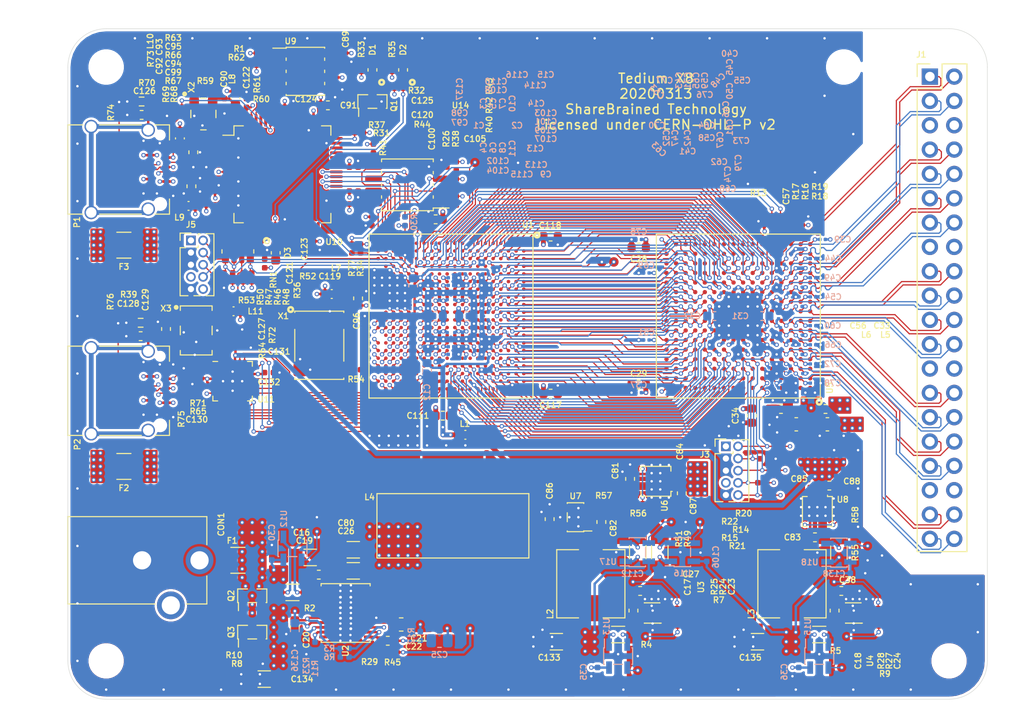
<source format=kicad_pcb>
(kicad_pcb (version 20210824) (generator pcbnew)
  (title_block (title "Tedium X8") (date "03/13/2020") (rev "20200313") (company "ShareBrained Technology, Inc.") (comment 1 "Copyright (C) 2020 Jared Boone") (comment 2 "Licensed under CERN-OHL-P v2"))
  (layers (0 "F.Cu" signal) (1 "In1.Cu" signal) (2 "In2.Cu" signal) (31 "B.Cu" signal) (34 "B.Paste" user) (35 "F.Paste" user) (36 "B.SilkS" user "B.Silkscreen") (37 "F.SilkS" user "F.Silkscreen") (38 "B.Mask" user) (39 "F.Mask" user) (44 "Edge.Cuts" user))
  (net 0 "")
  (net 1 "GND")
  (net 2 "/fpga_cfg/DONE")
  (net 3 "/fpga_cfg/TCK")
  (net 4 "/fpga_cfg/MOSI")
  (net 5 "/fpga_cfg/MISO")
  (net 6 "/fpga_cfg/TDO")
  (net 7 "/fpga_cfg/TDI")
  (net 8 "/fpga_cfg/TMS")
  (net 9 "Net-(R52-Pad1)")
  (net 10 "/framer/RTIP0")
  (net 11 "/framer/RRING0")
  (net 12 "/framer/TTIP0")
  (net 13 "/framer/TRING0")
  (net 14 "/framer/RTIP1")
  (net 15 "/framer/RRING1")
  (net 16 "/framer/TTIP1")
  (net 17 "/framer/TRING1")
  (net 18 "/framer/RTIP2")
  (net 19 "/framer/RRING2")
  (net 20 "/framer/TTIP2")
  (net 21 "/framer/TRING2")
  (net 22 "/framer/RTIP3")
  (net 23 "/framer/RRING3")
  (net 24 "/framer/TTIP3")
  (net 25 "/framer/TRING3")
  (net 26 "/framer/RTIP4")
  (net 27 "/framer/RRING4")
  (net 28 "/framer/TTIP4")
  (net 29 "/framer/TRING4")
  (net 30 "/framer/RTIP5")
  (net 31 "/framer/RRING5")
  (net 32 "/framer/TTIP5")
  (net 33 "/framer/TRING5")
  (net 34 "/framer/RTIP6")
  (net 35 "/framer/RRING6")
  (net 36 "/framer/TTIP6")
  (net 37 "/framer/TRING6")
  (net 38 "/framer/RTIP7")
  (net 39 "/framer/RRING7")
  (net 40 "/framer/TTIP7")
  (net 41 "/framer/TRING7")
  (net 42 "/framer/TDO")
  (net 43 "/framer/TDI")
  (net 44 "Net-(R16-Pad2)")
  (net 45 "Net-(R17-Pad2)")
  (net 46 "/framer/TMS")
  (net 47 "/framer/TCK")
  (net 48 "Net-(R54-Pad1)")
  (net 49 "/fpga_bank/WR#")
  (net 50 "/fpga_bank/RD#")
  (net 51 "/fpga_bank/CS#")
  (net 52 "/fpga_bank/E1OSCCLK")
  (net 53 "/fpga_bank/T1OSCCLK")
  (net 54 "/fpga_bank/FRM_RESET#")
  (net 55 "/fpga_bank/CLKREF")
  (net 56 "/fpga_bank/REQ1#")
  (net 57 "/fpga_bank/REQ0#")
  (net 58 "/fpga_bank/PCLK")
  (net 59 "/fpga_bank/RDY#")
  (net 60 "/fpga_bank/ALE")
  (net 61 "/fpga_bank/ACK0#")
  (net 62 "/fpga_bank/ACK1#")
  (net 63 "/fpga_bank/INT#")
  (net 64 "/fpga_bank/MCLKIN")
  (net 65 "Net-(D1-PadA)")
  (net 66 "Net-(D2-PadA)")
  (net 67 "/power/VCCAUX")
  (net 68 "/fpga_bank/D3")
  (net 69 "/fpga_bank/A11")
  (net 70 "/fpga_bank/A13")
  (net 71 "/fpga_bank/A12")
  (net 72 "/fpga_bank/TXSERCLK3")
  (net 73 "/fpga_bank/TXSER3")
  (net 74 "/fpga_bank/RXSERCLK3")
  (net 75 "/fpga_bank/TXSYNC3")
  (net 76 "/fpga_bank/RXSER3")
  (net 77 "/fpga_bank/TXMSYNC2")
  (net 78 "/fpga_bank/RXSYNC3")
  (net 79 "/fpga_bank/RXSCLK2")
  (net 80 "/fpga_bank/TXSERCLK2")
  (net 81 "/fpga_bank/TXSYNC2")
  (net 82 "/fpga_bank/RXSER2")
  (net 83 "/fpga_bank/TXSERCLK1")
  (net 84 "/fpga_bank/TXSYNC1")
  (net 85 "/fpga_bank/RXSYNC2")
  (net 86 "/fpga_bank/TXMSYNC1")
  (net 87 "/fpga_bank/RXSCLK0")
  (net 88 "/fpga_bank/RXSER1")
  (net 89 "/fpga_bank/RXSYNC1")
  (net 90 "/fpga_bank/RXCRCSYNC0")
  (net 91 "/fpga_bank/RXSERCLK0")
  (net 92 "/fpga_bank/RXSYNC0")
  (net 93 "/fpga_bank/RXSER0")
  (net 94 "/fpga_bank/RXCASYNC0")
  (net 95 "/fpga_bank/RXSERCLK1")
  (net 96 "/fpga_bank/A7")
  (net 97 "/fpga_bank/A2")
  (net 98 "/fpga_bank/A5")
  (net 99 "/fpga_bank/RXSER4")
  (net 100 "/fpga_bank/RXCRCSYNC4")
  (net 101 "/fpga_bank/RXSCLK4")
  (net 102 "/fpga_bank/RXSCLK5")
  (net 103 "/fpga_bank/TXSYNC4")
  (net 104 "/fpga_bank/TXSERCLK4")
  (net 105 "/fpga_bank/RXCASYNC4")
  (net 106 "/fpga_bank/TXMSYNC5")
  (net 107 "/fpga_bank/RXCASYNC5")
  (net 108 "/fpga_bank/RXCRCSYNC5")
  (net 109 "/fpga_bank/RXSERCLK7")
  (net 110 "/fpga_bank/TXSER6")
  (net 111 "/fpga_bank/RXSYNC6")
  (net 112 "/fpga_bank/RXSER6")
  (net 113 "/fpga_bank/TXSYNC7")
  (net 114 "/fpga_bank/TXSERCLK6")
  (net 115 "/fpga_bank/RXSYNC7")
  (net 116 "/fpga_bank/TXMSYNC6")
  (net 117 "/fpga_bank/RXCRCSYNC6")
  (net 118 "/fpga_bank/TXSER7")
  (net 119 "/fpga_bank/A10")
  (net 120 "/fpga_bank/D5")
  (net 121 "/fpga_bank/D4")
  (net 122 "/fpga_bank/PTYPE2")
  (net 123 "/fpga_bank/A8")
  (net 124 "/fpga_bank/A9")
  (net 125 "/fpga_bank/D2")
  (net 126 "/fpga_bank/A4")
  (net 127 "/fpga_bank/D1")
  (net 128 "/fpga_bank/A6")
  (net 129 "/fpga_bank/A1")
  (net 130 "/fpga_bank/PTYPE0")
  (net 131 "/fpga_bank/A0")
  (net 132 "/fpga_bank/D0")
  (net 133 "/fpga_bank/TXMSYNC4")
  (net 134 "/fpga_bank/RXSERCLK4")
  (net 135 "/fpga_bank/RXSERCLK2")
  (net 136 "/fpga_bank/TXSER2")
  (net 137 "/fpga_bank/RXCRCSYNC2")
  (net 138 "/fpga_bank/RXCASYNC2")
  (net 139 "/fpga_bank/RXCASYNC3")
  (net 140 "/fpga_bank/TXMSYNC3")
  (net 141 "/fpga_bank/D7")
  (net 142 "/fpga_bank/RXSYNC4")
  (net 143 "/fpga_bank/RXSERCLK5")
  (net 144 "/fpga_bank/A3")
  (net 145 "/fpga_bank/TXSER4")
  (net 146 "/fpga_bank/TXSYNC5")
  (net 147 "/fpga_bank/RXCRCSYNC3")
  (net 148 "/fpga_bank/A14")
  (net 149 "/fpga_bank/D6")
  (net 150 "/fpga_bank/RXSCLK3")
  (net 151 "/fpga_bank/TXMSYNC0")
  (net 152 "/fpga_bank/TXSER0")
  (net 153 "/fpga_bank/TXSERCLK0")
  (net 154 "/fpga_bank/TXSER1")
  (net 155 "/fpga_bank/TXSYNC0")
  (net 156 "/fpga_bank/RXCRCSYNC1")
  (net 157 "/fpga_bank/RXCASYNC1")
  (net 158 "/fpga_bank/RXSCLK1")
  (net 159 "/fpga_bank/RXSERCLK6")
  (net 160 "/fpga_bank/RXCASYNC6")
  (net 161 "/fpga_bank/TXSER5")
  (net 162 "/fpga_bank/TXSERCLK5")
  (net 163 "/fpga_bank/RXCASYNC7")
  (net 164 "/fpga_bank/RXSYNC5")
  (net 165 "/fpga_bank/TXMSYNC7")
  (net 166 "/fpga_bank/RXCRCSYNC7")
  (net 167 "/fpga_bank/RXSER7")
  (net 168 "/fpga_bank/TXSERCLK7")
  (net 169 "/fpga_bank/TXSYNC6")
  (net 170 "/fpga_bank/RXSCLK7")
  (net 171 "/fpga_bank/RXSCLK6")
  (net 172 "/fpga_bank/RXTSEL")
  (net 173 "/fpga_bank/RXSER5")
  (net 174 "/fpga_bank/TXON")
  (net 175 "/fpga_bank/8KEXTOSC")
  (net 176 "/power/V3P3_FRM_RX")
  (net 177 "/power/V1P8_FRM_PLL")
  (net 178 "/framer/TRST")
  (net 179 "Net-(C22-Pad2)")
  (net 180 "/regulator/V1P1_SW_IN")
  (net 181 "/regulator/V3P8_SW_IN")
  (net 182 "/regulator/V2P3_SW_IN")
  (net 183 "Net-(C23-Pad2)")
  (net 184 "/regulator/V3P8_SW_OUT")
  (net 185 "Net-(C24-Pad2)")
  (net 186 "/regulator/V2P3_SW_OUT")
  (net 187 "/regulator/V3P3_LDO_IN")
  (net 188 "/regulator/V2P5_LDO_IN")
  (net 189 "/regulator/V1P8_LDO_IN")
  (net 190 "Net-(C84-Pad1)")
  (net 191 "Net-(C85-Pad1)")
  (net 192 "Net-(D1-PadC)")
  (net 193 "/fpga_cfg/INITN")
  (net 194 "Net-(R26-Pad1)")
  (net 195 "/fpga_cfg/CFG1")
  (net 196 "/fpga_cfg/CSSPIN")
  (net 197 "/fpga_cfg/IO2")
  (net 198 "/fpga_cfg/IO3")
  (net 199 "/fpga_cfg/MCLK")
  (net 200 "Net-(C90-Pad2)")
  (net 201 "/fpga_cfg/FT_V1P8_LDO")
  (net 202 "Net-(C92-Pad1)")
  (net 203 "Net-(C93-Pad1)")
  (net 204 "/fpga_cfg/FT_EECS")
  (net 205 "Net-(R59-Pad1)")
  (net 206 "Net-(R60-Pad2)")
  (net 207 "/fpga_cfg/FT_EEDATA")
  (net 208 "/fpga_cfg/FT_EECLK")
  (net 209 "/fpga_cfg/FT_OSCI")
  (net 210 "Net-(R63-Pad1)")
  (net 211 "/fpga_cfg/FT_DM")
  (net 212 "/fpga_cfg/FT_DP")
  (net 213 "Net-(R66-Pad2)")
  (net 214 "/fpga_cfg/FT_RESET#")
  (net 215 "/fpga_cfg/FT_PWRSAV#")
  (net 216 "Net-(D3-PadA)")
  (net 217 "/fpga_cfg/JTAG_ACT")
  (net 218 "/fpga_cfg/ADBUS3")
  (net 219 "/fpga_cfg/ADBUS2")
  (net 220 "/fpga_cfg/ADBUS1")
  (net 221 "/fpga_cfg/ADBUS0")
  (net 222 "/fpga_cfg/FT_MOSI")
  (net 223 "/fpga_cfg/FT_MISO")
  (net 224 "/fpga_cfg/FT_CS")
  (net 225 "Net-(C127-Pad2)")
  (net 226 "Net-(R64-Pad1)")
  (net 227 "Net-(R65-Pad1)")
  (net 228 "/fpga_bank/ULPI_DM")
  (net 229 "/fpga_bank/ULPI_DP")
  (net 230 "Net-(R53-Pad1)")
  (net 231 "/fpga_bank/ULPI_REFCLK")
  (net 232 "Net-(R71-Pad2)")
  (net 233 "/fpga_bank/ULPI_RESETB")
  (net 234 "Net-(C119-Pad2)")
  (net 235 "/power/FPGA_V1P1")
  (net 236 "/power/FRAMER_V3P3")
  (net 237 "/power/FRAMER_V1P8")
  (net 238 "/power/FPGA_V2P5")
  (net 239 "+5V")
  (net 240 "Net-(R7-Pad1)")
  (net 241 "Net-(R9-Pad1)")
  (net 242 "Net-(R56-Pad2)")
  (net 243 "Net-(R57-Pad1)")
  (net 244 "Net-(R58-Pad2)")
  (net 245 "/regulator/V1P1_VREG")
  (net 246 "/regulator/V1P1_LL")
  (net 247 "/regulator/V1P1_VBST")
  (net 248 "/regulator/V1P1_VFB")
  (net 249 "/regulator/V1P1_PGOOD")
  (net 250 "/regulator/V1P1_EN")
  (net 251 "/regulator/V1P1_TRIP")
  (net 252 "/regulator/V1P1_MODE")
  (net 253 "Net-(Q2-Pad1)")
  (net 254 "/fpga_bank/ULPI_STP")
  (net 255 "/fpga_bank/ULPI_DIR")
  (net 256 "/fpga_bank/ULPI_NXT")
  (net 257 "/fpga_bank/ULPI_DATA0")
  (net 258 "/fpga_bank/ULPI_DATA1")
  (net 259 "/fpga_bank/ULPI_DATA2")
  (net 260 "/fpga_bank/ULPI_DATA3")
  (net 261 "/fpga_bank/ULPI_CLKOUT")
  (net 262 "/fpga_bank/ULPI_DATA4")
  (net 263 "/fpga_bank/ULPI_DATA5")
  (net 264 "/fpga_bank/ULPI_DATA6")
  (net 265 "/fpga_bank/ULPI_DATA7")
  (net 266 "/regulator/VRAW")
  (net 267 "/regulator/VRAW_FUSED")
  (net 268 "/fpga_bank/VBUS_ULPI")
  (net 269 "/fpga_cfg/VBUS_FT")
  (net 270 "Net-(P1-PadB5)")
  (net 271 "Net-(P1-PadA5)")
  (net 272 "Net-(P2-PadB5)")
  (net 273 "Net-(P2-PadA5)")
  (net 274 "/regulator/V3P8_SW")
  (net 275 "/regulator/V2P3_SW")
  (net 276 "/fpga_cfg/FT_SHIELD")
  (net 277 "/fpga_bank/ULPI_SHIELD")
  (net 278 "/fpga_bank/FT_SCLK")
  (net 279 "Net-(TP1-Pad1)")
  (net 280 "Net-(TP2-Pad1)")
  (net 281 "Net-(TP3-Pad1)")
  (net 282 "Net-(TP4-Pad1)")
  (net 283 "Net-(TP5-Pad1)")
  (net 284 "Net-(TP6-Pad1)")
  (net 285 "/fpga_bank/FPGA_N1")
  (net 286 "/fpga_bank/FPGA_P2")
  (net 287 "/fpga_bank/FPGA_C4")
  (net 288 "Net-(Q1-Pad1)")
  (net 289 "Net-(R34-Pad2)")
  (net 290 "/fpga_bank/PROGRAMN")
  (footprint "ipc_capc:IPC_CAPC100X50X55L25N" (layer "F.Cu") (at 141.75 85.1 -90)
    (fp_text reference "C100")
    (fp_text value "100N")
  )
  (footprint "ipc_resc:IPC_RESC100X50X40L25N" (layer "F.Cu") (at 145.2 85.1 90)
    (fp_text reference "R26")
    (fp_text value "50R")
  )
  (footprint "ipc_resc:IPC_RESC100X50X40L25N" (layer "F.Cu") (at 140.55 87.95 -90)
    (fp_text reference "R34")
    (fp_text value "4K7")
  )
  (footprint "ipc_resc:IPC_RESC100X50X40L25N" (layer "F.Cu") (at 146.2 85.1 -90)
    (fp_text reference "R38")
    (fp_text value "4K7")
  )
  (footprint "ipc_resc:IPC_RESC100X50X40L25N" (layer "F.Cu") (at 141.9 77.5 -90)
    (fp_text reference "R41")
    (fp_text value "10K")
  )
  (footprint "ipc_resc:IPC_RESC100X50X40L25N" (layer "F.Cu") (at 150.55 81.15 -90)
    (fp_text reference "R42")
    (fp_text value "10K")
  )
  (footprint "ipc_resc:IPC_RESC100X50X40L25N" (layer "F.Cu") (at 150.55 79.35 -90)
    (fp_text reference "R43")
    (fp_text value "10K")
  )
  (footprint "ipc_resc:IPC_RESC100X50X40L25N" (layer "F.Cu") (at 128.3 90.95 90)
    (fp_text reference "R46")
    (fp_text value "4K7")
  )
  (footprint "ipc_resc:IPC_RESC100X50X40L25N" (layer "F.Cu") (at 127.2 90.95 90)
    (fp_text reference "R47")
    (fp_text value "4K7")
  )
  (footprint "ipc_resc:IPC_RESC100X50X40L25N" (layer "F.Cu") (at 129.2 90.95 90)
    (fp_text reference "R48")
    (fp_text value "4K7")
  )
  (footprint "ipc_resc:IPC_RESC100X50X40L25N" (layer "F.Cu") (at 126.3 90.95 -90)
    (fp_text reference "R50")
    (fp_text value "4K7")
  )
  (footprint "ipc_resc:IPC_RESC100X50X40L25N" (layer "F.Cu") (at 136 93.85)
    (fp_text reference "R52")
    (fp_text value "10K")
  )
  (footprint "ipc_resc:IPC_RESC100X50X40L25N" (layer "F.Cu") (at 140.1 100.6)
    (fp_text reference "R54")
    (fp_text value "10R")
  )
  (footprint "ipc_capc:IPC_CAPC160X80X90L35N" (layer "F.Cu") (at 169.6 102.15 180)
    (fp_text reference "C29")
    (fp_text value "10U")
  )
  (footprint "ipc_capc:IPC_CAPC160X80X90L35N" (layer "F.Cu") (at 189.1 104.7)
    (fp_text reference "C33")
    (fp_text value "10U")
  )
  (footprint "ipc_capc:IPC_CAPC160X80X90L35N" (layer "F.Cu") (at 181.4 105.4 -90)
    (fp_text reference "C34")
    (fp_text value "10U")
  )
  (footprint "ipc_capc:IPC_CAPC160X80X90L35N" (layer "F.Cu") (at 184.45 104.7 180)
    (fp_text reference "C56")
    (fp_text value "10U")
  )
  (footprint "ipc_capc:IPC_CAPC160X80X90L35N" (layer "F.Cu") (at 149.15 105.4)
    (fp_text reference "C111")
    (fp_text value "10U")
  )
  (footprint "ipc_capc:IPC_CAPC160X80X90L35N" (layer "F.Cu") (at 160.4 103.1)
    (fp_text reference "C117")
    (fp_text value "10U")
  )
  (footprint "ipc_capc:IPC_CAPC160X80X90L35N" (layer "F.Cu") (at 160.4 86.7)
    (fp_text reference "C118")
    (fp_text value "10U")
  )
  (footprint "ipc_capc:IPC_CAPC160X80X90L35N" (layer "F.Cu") (at 140.3 93.15 90)
    (fp_text reference "C96")
    (fp_text value "10U")
  )
  (footprint "Connector_PinHeader_1.27mm:PinHeader_2x05_P1.27mm_Vertical" (layer "F.Cu") (at 122.85 87.1)
    (fp_text reference "J5")
    (fp_text value "Conn_ARM_JTAG_SWD_10")
  )
  (footprint "abracon:ASVMB" (layer "F.Cu") (at 136.25 98.05)
    (fp_text reference "X1")
    (fp_text value "16M384")
  )
  (footprint "ipc_resc:IPC_RESC100X50X40L25N" (layer "F.Cu") (at 183.5 85 -90)
    (fp_text reference "R17")
    (fp_text value "10R")
  )
  (footprint "ipc_resc:IPC_RESC100X50X40L25N" (layer "F.Cu") (at 186.2 85.5)
    (fp_text reference "R18")
    (fp_text value "DNP")
  )
  (footprint "ipc_resc:IPC_RESC100X50X40L25N" (layer "F.Cu") (at 186.2 84.6 180)
    (fp_text reference "R19")
    (fp_text value "1K")
  )
  (footprint "ipc_resc:IPC_RESC100X50X40L25N" (layer "F.Cu") (at 184.2 108.6)
    (fp_text reference "R20")
    (fp_text value "DNP")
  )
  (footprint "ipc_resc:IPC_RESC100X50X40L25N" (layer "F.Cu") (at 182.1 81.2)
    (fp_text reference "R13")
    (fp_text value "1K")
  )
  (footprint "ipc_resc:IPC_RESC100X50X40L25N" (layer "F.Cu") (at 182.7 109.9 180)
    (fp_text reference "R22")
    (fp_text value "DNP")
  )
  (footprint "ipc_resc:IPC_RESC100X50X40L25N" (layer "F.Cu") (at 183.2 113.7)
    (fp_text reference "R21")
    (fp_text value "4K7")
  )
  (footprint "ipc_resc:IPC_RESC100X50X40L25N" (layer "F.Cu") (at 184.4 85 -90)
    (fp_text reference "R16")
    (fp_text value "10R")
  )
  (footprint "ipc_resc:IPC_RESC100X50X40L25N" (layer "F.Cu") (at 182.5 112.4)
    (fp_text reference "R15")
    (fp_text value "DNP")
  )
  (footprint "lattice:LATTICE_BGA_CABGA381" (layer "F.Cu") (at 150 95 180)
    (fp_text reference "U1")
    (fp_text value "LFE5U-85F-8BG381")
  )
  (footprint "ipc_capc:IPC_CAPC160X80X90L35N" (layer "F.Cu") (at 169.05 125.75 -90)
    (fp_text reference "C17")
    (fp_text value "4U7")
  )
  (footprint "ipc_capc:IPC_CAPC160X80X90L35N" (layer "F.Cu") (at 188 118.1 180)
    (fp_text reference "C83")
    (fp_text value "4U7")
  )
  (footprint "ipc_capc:IPC_CAPC100X50X55L25N" (layer "F.Cu") (at 173.9 111.05 90)
    (fp_text reference "C84")
    (fp_text value "?")
  )
  (footprint "ipc_capc:IPC_CAPC100X50X55L25N" (layer "F.Cu") (at 187.05 112.9 180)
    (fp_text reference "C85")
    (fp_text value "?")
  )
  (footprint "ipc_capc:IPC_CAPC160X80X90L35N" (layer "F.Cu") (at 174.1 113.5 -90)
    (fp_text reference "C87")
    (fp_text value "4U7")
  )
  (footprint "ipc_capc:IPC_CAPC160X80X90L35N" (layer "F.Cu") (at 189.5 112.7)
    (fp_text reference "C88")
    (fp_text value "4U7")
  )
  (footprint "ipc_resc:IPC_RESC100X50X40L25N" (layer "F.Cu") (at 173.6 126 90)
    (fp_text reference "R24")
    (fp_text value "536K")
  )
  (footprint "ipc_resc:IPC_RESC100X50X40L25N" (layer "F.Cu") (at 172.7 126 -90)
    (fp_text reference "R25")
    (fp_text value "100K")
  )
  (footprint "ipc_resc:IPC_RESC100X50X40L25N" (layer "F.Cu") (at 169.55 114.6)
    (fp_text reference "R56")
    (fp_text value "100K")
  )
  (footprint "ipc_resc:IPC_RESC100X50X40L25N" (layer "F.Cu") (at 191.15 116.5 90)
    (fp_text reference "R58")
    (fp_text value "100K")
  )
  (footprint "ipc_son:IPC_SON9P50_300X300X80L40X25T244X160N" (layer "F.Cu") (at 171.4 112.25 90)
    (fp_text reference "U6")
    (fp_text value "ADM7171ACPZ-3.3-R7")
  )
  (footprint "ipc_son:IPC_SON9P50_300X300X80L40X25T244X160N" (layer "F.Cu") (at 188.25 115.4 180)
    (fp_text reference "U8")
    (fp_text value "ADM7171ACPZ-1.8-R7")
  )
  (footprint "ipc_capc:IPC_CAPC100X50X55L25N" (layer "F.Cu") (at 126.35 72.75 90)
    (fp_text reference "C90")
    (fp_text value "10N")
  )
  (footprint "ipc_capc:IPC_CAPC160X80X90L35N" (layer "F.Cu") (at 137.15 73)
    (fp_text reference "C91")
    (fp_text value "10U")
  )
  (footprint "ipc_capc:IPC_CAPC160X80X90L35N" (layer "F.Cu") (at 122.9 81.45 -90)
    (fp_text reference "C92")
    (fp_text value "10U")
  )
  (footprint "ipc_capc:IPC_CAPC160X80X90L35N" (layer "F.Cu") (at 123.1 77.9 -90)
    (fp_text reference "C93")
    (fp_text value "10U")
  )
  (footprint "ipc_capc:IPC_CAPC100X50X55L25N" (layer "F.Cu") (at 124.9 80.6)
    (fp_text reference "C94")
    (fp_text value "100N")
  )
  (footprint "ipc_capc:IPC_CAPC100X50X55L25N" (layer "F.Cu") (at 124.9 77.9)
    (fp_text reference "C95")
    (fp_text value "100N")
  )
  (footprint "ipc_capc:IPC_CAPC100X50X55L25N" (layer "F.Cu") (at 124.9 82)
    (fp_text reference "C99")
    (fp_text value "100N")
  )
  (footprint "ipc_capc:IPC_CAPC100X50X55L25N" (layer "F.Cu") (at 130.15 87.65 90)
    (fp_text reference "C121")
    (fp_text value "100N")
  )
  (footprint "ipc_capc:IPC_CAPC100X50X55L25N" (layer "F.Cu") (at 128.65 72.75 -90)
    (fp_text reference "C122")
    (fp_text value "100N")
  )
  (footprint "ipc_capc:IPC_CAPC100X50X55L25N" (layer "F.Cu") (at 135.65 87.65 90)
    (fp_text reference "C123")
    (fp_text value "100N")
  )
  (footprint "ipc_capc:IPC_CAPC100X50X55L25N" (layer "F.Cu") (at 139.85 79.45 180)
    (fp_text reference "C125")
    (fp_text value "100N")
  )
  (footprint "ipc_capc:IPC_CAPC160X80X90L35N" (layer "F.Cu") (at 117.7 74)
    (fp_text reference "C126")
    (fp_text value "100N")
  )
  (footprint "amphenol:12401610E4#2A" (layer "F.Cu") (at 115.3 79.7 -90)
    (fp_text reference "P1")
    (fp_text value "USB_C")
  )
  (footprint "ipc_resc:IPC_RESC100X50X40L25N" (layer "F.Cu") (at 130.15 67.55)
    (fp_text reference "R1")
    (fp_text value "10K")
  )
  (footprint "ipc_resc:IPC_RESC100X50X40L25N" (layer "F.Cu") (at 124.35 71.35)
    (fp_text reference "R59")
    (fp_text value "10K")
  )
  (footprint "ipc_resc:IPC_RESC100X50X40L25N" (layer "F.Cu") (at 130.65 70.7 -90)
    (fp_text reference "R61")
    (fp_text value "2K2")
  )
  (footprint "ipc_resc:IPC_RESC100X50X40L25N" (layer "F.Cu") (at 130.15 68.8)
    (fp_text reference "R62")
    (fp_text value "10K")
  )
  (footprint "ipc_resc:IPC_RESC100X50X40L25N" (layer "F.Cu") (at 124.9 78.8)
    (fp_text reference "R66")
    (fp_text value "12K")
  )
  (footprint "ipc_resc:IPC_RESC100X50X40L25N" (layer "F.Cu") (at 124.9 83.4)
    (fp_text reference "R67")
    (fp_text value "2K2")
  )
  (footprint "ipc_resc:IPC_RESC100X50X40L25N" (layer "F.Cu") (at 121.9 73.65 90)
    (fp_text reference "R68")
    (fp_text value "4K7")
  )
  (footprint "ipc_resc:IPC_RESC100X50X40L25N" (layer "F.Cu") (at 121 73.65 -90)
    (fp_text reference "R69")
    (fp_text value "10K")
  )
  (footprint "ipc_resc:IPC_RESC160X80X55L25N" (layer "F.Cu") (at 117.7 72.6 180)
    (fp_text reference "R70")
    (fp_text value "330R")
  )
  (footprint "ipc_qfp:IPC_QFP64P50_1200X1200X160L60X22N" (layer "F.Cu") (at 132.4 80.2)
    (fp_text reference "U10")
    (fp_text value "FT2232H")
  )
  (footprint "ipc_rescax:IPC_RESCAXS8P80_320X160X60L30X45N" (layer "F.Cu") (at 127.75 88.25 90)
    (fp_text reference "RN1")
    (fp_text value "100R")
  )
  (footprint "ipc_soic:IPC_SOIC8P127_490X600X175L83X41N" (layer "F.Cu") (at 134.8 69.45)
    (fp_text reference "U9")
    (fp_text value "93LC46C")
  )
  (footprint "ipc_beadc:IPC_BEADC160X80X95L40N" (layer "F.Cu") (at 151.5 107.4 180)
    (fp_text reference "L1")
    (fp_text value "L_Small")
  )
  (footprint "ipc_beadc:IPC_BEADC200X125X105L50N" (layer "F.Cu") (at 189.3 106.3 180)
    (fp_text reference "L5")
    (fp_text value "L_Small")
  )
  (footprint "ipc_beadc:IPC_BEADC160X80X95L40N" (layer "F.Cu") (at 137.55 92.7)
    (fp_text reference "L7")
    (fp_text value "L_Small")
  )
  (footprint "ipc_beadc:IPC_BEADC160X80X95L40N" (layer "F.Cu") (at 127.5 72.25 -90)
    (fp_text reference "L8")
    (fp_text value "L_Small")
  )
  (footprint "ipc_beadc:IPC_BEADC160X80X95L40N" (layer "F.Cu") (at 121.7 76.45 -90)
    (fp_text reference "L10")
    (fp_text value "L_Small")
  )
  (footprint "ipc_capc:IPC_CAPC100X50X55L25N" (layer "F.Cu") (at 138.95 68 -90)
    (fp_text reference "C89")
    (fp_text value "100N")
  )
  (footprint "ipc_resc:IPC_RESC100X50X40L25N" (layer "F.Cu") (at 124.95 76.45)
    (fp_text reference "R63")
    (fp_text value "10R")
  )
  (footprint "ipc_resc:IPC_RESC100X50X40L25N" (layer "F.Cu") (at 150.55 82.95 -90)
    (fp_text reference "R40")
    (fp_text value "4K7")
  )
  (footprint "wurth:WE-HCI_7050" (layer "F.Cu") (at 164.6 122.95 90)
    (fp_text reference "L2")
    (fp_text value "470N")
  )
  (footprint "ipc_resc:IPC_RESC320X160X89L51N" (layer "F.Cu") (at 167.45 128.25 180)
    (fp_text reference "R4")
    (fp_text value "0R1")
  )
  (footprint "ipc_resc:IPC_RESC320X160X89L51N" (layer "F.Cu") (at 188.45 128.25 180)
    (fp_text reference "R5")
    (fp_text value "0R1")
  )
  (footprint "ipc_capc:IPC_CAPC100X50X55L25N" (layer "F.Cu") (at 131 100.9 180)
    (fp_text reference "C132")
    (fp_text value "100N")
  )
  (footprint "ipc_beadc:IPC_BEADC160X80X95L40N" (layer "F.Cu") (at 127.3 94.5 180)
    (fp_text reference "L11")
    (fp_text value "L_Small")
  )
  (footprint "ipc_resc:IPC_RESC100X50X40L25N" (layer "F.Cu") (at 126.3 98.3 -90)
    (fp_text reference "R64")
    (fp_text value "10R")
  )
  (footprint "ipc_capc:IPC_CAPC160X80X90L35N" (layer "F.Cu") (at 117.6 97.1)
    (fp_text reference "C128")
    (fp_text value "100N")
  )
  (footprint "ipc_capc:IPC_CAPC100X50X55L25N" (layer "F.Cu") (at 128 98.3 180)
    (fp_text reference "C131")
    (fp_text value "100N")
  )
  (footprint "ipc_capc:IPC_CAPC160X80X90L35N" (layer "F.Cu") (at 120.25 96.35 -90)
    (fp_text reference "C129")
    (fp_text value "1U")
  )
  (footprint "amphenol:12401610E4#2A" (layer "F.Cu") (at 115.3 102.8 -90)
    (fp_text reference "P2")
    (fp_text value "USB_C")
  )
  (footprint "ipc_capc:IPC_CAPC100X50X55L25N" (layer "F.Cu") (at 123.45 101.5)
    (fp_text reference "C130")
    (fp_text value "100N")
  )
  (footprint "ipc_capc:IPC_CAPC100X50X55L25N" (layer "F.Cu") (at 126.3 96.1 90)
    (fp_text reference "C127")
    (fp_text value "10N")
  )
  (footprint "ipc_oscsc:IPC_OSCSC4P254_500X320X140L100X120N" (layer "F.Cu") (at 123.4 96.5)
    (fp_text reference "X3")
    (fp_text value "26M")
  )
  (footprint "ipc_resc:IPC_RESC160X80X55L25N" (layer "F.Cu") (at 117.6 95.7 180)
    (fp_text reference "R39")
    (fp_text value "330R")
  )
  (footprint "cui:PJ-102AH" (layer "F.Cu") (at 117.25 120.5 90)
    (fp_text reference "CON1")
    (fp_text value "BARREL_JACK")
  )
  (footprint "ipc_capc:IPC_CAPC320X160X180L55N" (layer "F.Cu") (at 139.8 121.6 180)
    (fp_text reference "C26")
    (fp_text value "100U")
  )
  (footprint "coilcraft:SER1590" (layer "F.Cu") (at 150.2 116.9)
    (fp_text reference "L4")
    (fp_text value "1U")
  )
  (footprint "ipc_capc:IPC_CAPC320X160X180L55N" (layer "F.Cu") (at 135.3 120.2 180)
    (fp_text reference "C16")
    (fp_text value "47U")
  )
  (footprint "ipc_capc:IPC_CAPC160X80X90L35N" (layer "F.Cu") (at 136.2 122 180)
    (fp_text reference "C19")
    (fp_text value "4U7")
  )
  (footprint "ipc_capc:IPC_CAPC200X125X135L45N" (layer "F.Cu") (at 144.8 127.2)
    (fp_text reference "C21")
    (fp_text value "100N")
  )
  (footprint "ipc_capc:IPC_CAPC160X80X90L35N" (layer "F.Cu") (at 133.7 127.5 90)
    (fp_text reference "C20")
    (fp_text value "1U")
  )
  (footprint "ipc_capc:IPC_CAPC320X160X180L55N" (layer "F.Cu") (at 139.8 119.4 180)
    (fp_text reference "C80")
    (fp_text value "100U")
  )
  (footprint "ipc_capc:IPC_CAPC160X80X90L35N" (layer "F.Cu") (at 143.4 128.9)
    (fp_text reference "C22")
    (fp_text value "1N2")
  )
  (footprint "ipc_resc:IPC_RESC320X160X89L51N" (layer "F.Cu") (at 133.45 123.85 180)
    (fp_text reference "R2")
    (fp_text value "0R01")
  )
  (footprint "ipc_son:IPC_SON23P50_600X500X150L50X27T547X324N" (layer "F.Cu") (at 139 126 90)
    (fp_text reference "U2")
    (fp_text value "TPS53318")
  )
  (footprint "ipc_resc:IPC_RESC100X50X40L25N" (layer "F.Cu") (at 143.9 130.1 180)
    (fp_text reference "R45")
    (fp_text value "7K68")
  )
  (footprint "ipc_sot:IPC_SOT23-3P95_237X112L50X42N" (layer "F.Cu") (at 129.25 124.2 90)
    (fp_text reference "Q2")
    (fp_text value "Q_PMOS_GSD")
  )
  (footprint "ipc_sot:IPC_SOT23-3P95_237X112L50X42N" (layer "F.Cu") (at 129.25 128 90)
    (fp_text reference "Q3")
    (fp_text value "Q_PMOS_GSD")
  )
  (footprint "ipc_resc:IPC_RESC100X50X40L25N" (layer "F.Cu") (at 129.25 131.3 180)
    (fp_text reference "R8")
    (fp_text value "30K")
  )
  (footprint "ipc_resc:IPC_RESC100X50X40L25N" (layer "F.Cu") (at 129.25 130.4)
    (fp_text reference "R10")
    (fp_text value "30K")
  )
  (footprint "Connector_PinHeader_1.27mm:PinHeader_2x05_P1.27mm_Vertical" (layer "F.Cu") (at 178.7 108.6)
    (fp_text reference "J3")
    (fp_text value "DNP" hide)
  )
  (footprint "ipc_resc:IPC_RESC100X50X40L25N" (layer "F.Cu") (at 127.5 96.8 90)
    (fp_text reference "R72")
    (fp_text value "4K7")
  )
  (footprint "ipc_resc:IPC_RESC100X50X40L25N" (layer "F.Cu") (at 123.7 99.7)
    (fp_text reference "R71")
    (fp_text value "8K06")
  )
  (footprint "ipc_fussc:IPC_FUSSC257X321X120L50N" (layer "F.Cu") (at 115.85 110.7)
    (fp_text reference "F2")
    (fp_text value "Polyfuse_Small")
  )
  (footprint "ipc_resc:IPC_RESC100X50X40L25N" (layer "F.Cu") (at 121.95 78.75 90)
    (fp_text reference "R73")
    (fp_text value "5K1")
  )
  (footprint "ipc_resc:IPC_RESC100X50X40L25N" (layer "F.Cu") (at 115.35 73.75 90)
    (fp_text reference "R74")
    (fp_text value "5K1")
  )
  (footprint "ipc_resc:IPC_RESC100X50X40L25N" (layer "F.Cu") (at 115.25 96.85 90)
    (fp_text reference "R76")
    (fp_text value "5K1")
  )
  (footprint "ipc_beadc:IPC_BEADC160X80X95L40N" (layer "F.Cu") (at 122.6 83.5 180)
    (fp_text reference "L9")
    (fp_text value "L_Small")
  )
  (footprint "ipc_capc:IPC_CAPC160X80X90L35N" (layer "F.Cu") (at 169.75 123.7)
    (fp_text reference "C27")
    (fp_text value "22U")
  )
  (footprint "ipc_resc:IPC_RESC100X50X40L25N" (layer "F.Cu") (at 123.7 100.6 180)
    (fp_text reference "R65")
    (fp_text value "10K")
  )
  (footprint "ipc_resc:IPC_RESC100X50X40L25N" (layer "F.Cu") (at 131.3 73.2 180)
    (fp_text reference "R60")
    (fp_text value "10K")
  )
  (footprint "ipc_qfn:IPC_QFN25P50_400X400X100L40X24T250N" (layer "F.Cu") (at 127.2 101.8)
    (fp_text reference "U11")
    (fp_text value "USB3317C-CP")
  )
  (footprint "ipc_capc:IPC_CAPC100X50X55L25N" (layer "F.Cu") (at 174.5 126 -90)
    (fp_text reference "C23")
    (fp_text value "120P")
  )
  (footprint "ipc_ledc:IPC_LEDC1608X90L40N" (layer "F.Cu") (at 131.7 88.4 -90)
    (fp_text reference "D3")
    (fp_text value "LED")
  )
  (footprint "ipc_resc:IPC_RESC100X50X40L25N" (layer "F.Cu") (at 173.2 127.35)
    (fp_text reference "R7")
    (fp_text value "100K")
  )
  (footprint "ipc_son:IPC_SON8P50_200X150X100L35X25N" (layer "F.Cu") (at 171 126 90)
    (fp_text reference "U3")
    (fp_text value "TPS62823")
  )
  (footprint "wurth:WE-HCI_7050" (layer "F.Cu") (at 185.6 122.95 90)
    (fp_text reference "L3")
    (fp_text value "470N")
  )
  (footprint "ipc_resc:IPC_RESC100X50X40L25N" (layer "F.Cu") (at 194.6 126 90)
    (fp_text reference "R27")
    (fp_text value "280K")
  )
  (footprint "ipc_resc:IPC_RESC320X160X89L51N" (layer "F.Cu") (at 190.5 119.7 -90)
    (fp_text reference "R55")
    (fp_text value "0R1")
  )
  (footprint "ipc_resc:IPC_RESC100X50X40L25N" (layer "F.Cu") (at 193.7 126 -90)
    (fp_text reference "R28")
    (fp_text value "100K")
  )
  (footprint "ipc_capc:IPC_CAPC100X50X55L25N" (layer "F.Cu") (at 195.5 126 -90)
    (fp_text reference "C24")
    (fp_text value "120P")
  )
  (footprint "ipc_capc:IPC_CAPC160X80X90L35N" (layer "F.Cu") (at 190.75 123.7)
    (fp_text reference "C38")
    (fp_text value "22U")
  )
  (footprint "ipc_resc:IPC_RESC100X50X40L25N" (layer "F.Cu") (at 194.2 127.35)
    (fp_text reference "R9")
    (fp_text value "100K")
  )
  (footprint "ipc_capc:IPC_CAPC160X80X90L35N" (layer "F.Cu") (at 190.05 125.75 90)
    (fp_text reference "C18")
    (fp_text value "4U7")
  )
  (footprint "ipc_soic:IPC_SOIC8P127_528X790X216L65X41N" (layer "F.Cu") (at 145.45 81.3 180)
    (fp_text reference "U14")
    (fp_text value "QSPI8")
  )
  (footprint "ipc_capc:IPC_CAPC160X80X90L35N" (layer "F.Cu") (at 168.7 112 -90)
    (fp_text reference "C81")
    (fp_text value "4U7")
  )
  (footprint "ipc_resc:IPC_RESC100X50X40L25N" (layer "F.Cu") (at 139.85 83.3)
    (fp_text reference "R44")
    (fp_text value "10K")
  )
  (footprint "ipc_son:IPC_SON8P50_200X150X100L35X25N" (layer "F.Cu") (at 192 126 90)
    (fp_text reference "U4")
    (fp_text value "TPS62823")
  )
  (footprint "ipc_capc:IPC_CAPC160X80X90L35N" (layer "F.Cu") (at 169.6 87.85 180)
    (fp_text reference "C28")
    (fp_text value "10U")
  )
  (footprint "ipc_fussc:IPC_FUSSC257X321X120L50N" (layer "F.Cu") (at 115.85 87.6)
    (fp_text reference "F3")
    (fp_text value "Polyfuse_Small")
  )
  (footprint "ipc_fussc:IPC_FUSSC257X321X120L50N" (layer "F.Cu") (at 127.75 120.5 180)
    (fp_text reference "F1")
    (fp_text value "Polyfuse_Small")
  )
  (footprint "Connector_PinHeader_2.54mm:PinHeader_2x20_P2.54mm_Vertical" (layer "F.Cu") (at 200 70)
    (fp_text reference "J1")
    (fp_text value "Conn_02x20_Odd_Even")
  )
  (footprint "ipc_resc:IPC_RESC100X50X40L25N" (layer "F.Cu") (at 140.4 75.85 180)
    (fp_text reference "R31")
    (fp_text value "10K")
  )
  (footprint "ipc_resc:IPC_RESC100X50X40L25N" (layer "F.Cu") (at 144.55 71.2)
    (fp_text reference "R32")
    (fp_text value "4K7")
  )
  (footprint "ipc_resc:IPC_RESC100X50X40L25N" (layer "F.Cu") (at 140.65 69 90)
    (fp_text reference "R33")
    (fp_text value "2K2")
  )
  (footprint "ipc_ledc:IPC_LEDC1608X90L40N" (layer "F.Cu") (at 141.8 69.3 90)
    (fp_text reference "D1")
    (fp_text value "LED")
  )
  (footprint "ipc_ledc:IPC_LEDC1608X90L40N" (layer "F.Cu") (at 145 69.3 90)
    (fp_text reference "D2")
    (fp_text value "LED")
  )
  (footprint "ipc_sot:IPC_SOT23-3P95_237X112L50X42N" (layer "F.Cu") (at 141.8 72.6 90)
    (fp_text reference "Q1")
    (fp_text value "BC817")
  )
  (footprint "ipc_resc:IPC_RESC100X50X40L25N" (layer "F.Cu") (at 140.4 74.95 180)
    (fp_text reference "R37")
    (fp_text value "10K")
  )
  (footprint "ipc_resc:IPC_RESC100X50X40L25N" (layer "F.Cu") (at 143.85 69 90)
    (fp_text reference "R35")
    (fp_text value "2K2")
  )
  (footprint "ipc_osccc:IPC_OSCCC320X250X120L75X100N" (layer "F.Cu") (at 124.15 73.9 -90)
    (fp_text reference "X2")
    (fp_text value "12M")
  )
  (footprint "ipc_beadc:IPC_BEADC200X125X105L50N" (layer "F.Cu") (at 186.05 106.3 180)
    (fp_text reference "L6")
    (fp_text value "L_Small")
  )
  (footprint "ipc_bga:IPC_BGA256CP100_16X16_1700X1700X178B55N" (layer "F.Cu") (at 180 95 90)
    (fp_text reference "U5")
    (fp_text value "XRT86VX38")
  )
  (footprint "tp:TP_1MM" (layer "F.Cu") (at 136 117.5)
    (fp_text reference "TP1" hide)
    (fp_text value "V1P1_I")
  )
  (footprint "tp:TP_1MM" (layer "F.Cu") (at 169.5 132)
    (fp_text reference "TP2" hide)
    (fp_text value "V3P8_I")
  )
  (footprint "tp:TP_1MM" (layer "F.Cu") (at 190.8 131.7)
    (fp_text reference "TP3" hide)
    (fp_text value "V2P3_I")
  )
  (footprint "tp:TP_1MM" (layer "F.Cu") (at 176 116.5)
    (fp_text reference "TP4" hide)
    (fp_text value "V3P3_I")
  )
  (footprint "tp:TP_1MM" (layer "F.Cu") (at 173 116.5)
    (fp_text reference "TP5" hide)
    (fp_text value "V2P5_I")
  )
  (footprint "tp:TP_1MM" (layer "F.Cu") (at 193.5 119)
    (fp_text reference "TP6" hide)
    (fp_text value "V1P8_I")
  )
  (footprint "ipc_capc:IPC_CAPC100X50X55L25N" (layer "F.Cu") (at 133.1 73.2 180)
    (fp_text reference "C124")
    (fp_text value "100N")
  )
  (footprint "ipc_capc:IPC_CAPC100X50X55L25N" (layer "F.Cu") (at 139.85 81.95 180)
    (fp_text reference "C120")
    (fp_text value "100N")
  )
  (footprint "tp:TP_1MM" (layer "F.Cu") (at 155.5 79)
    (fp_text reference "TP7" hide)
    (fp_text value "TestPoint")
  )
  (footprint "ipc_capc:IPC_CAPC160X80X90L35N" (layer "F.Cu") (at 148.4 84.9 180)
    (fp_text reference "C105")
    (fp_text value "10U")
  )
  (footprint "ipc_capc:IPC_CAPC100X50X55L25N" (layer "F.Cu") (at 137.8 93.85)
    (fp_text reference "C119")
    (fp_text value "10N")
  )
  (footprint "ipc_resc:IPC_RESC100X50X40L25N" (layer "F.Cu") (at 139.65 87.95 -90)
    (fp_text reference "R77")
    (fp_text value "100R")
  )
  (footprint "ipc_capc:IPC_CAPC160X80X90L35N" (layer "F.Cu") (at 165.7 116.5 -90)
    (fp_text reference "C82")
    (fp_text value "4U7")
  )
  (footprint "ipc_capc:IPC_CAPC160X80X90L35N" (layer "F.Cu") (at 160.3 116.2 90)
    (fp_text reference "C86")
    (fp_text value "4U7")
  )
  (footprint "ipc_resc:IPC_RESC100X50X40L25N" (layer "F.Cu") (at 165.95 114.7)
    (fp_text reference "R57")
    (fp_text value "100K")
  )
  (footprint "ipc_resc:IPC_RESC100X50X40L25N" (layer "F.Cu") (at 126.8 93.35)
    (fp_text reference "R53")
    (fp_text value "10K")
  )
  (footprint "ipc_resc:IPC_RESC320X160X89L51N" (layer "F.Cu") (at 169.5 119.65 -90)
    (fp_text reference "R51")
    (fp_text value "0R1")
  )
  (footprint "ipc_resc:IPC_RESC100X50X40L25N" (layer "F.Cu") (at 130.55 89.5 -90)
    (fp_text reference "R36")
    (fp_text value "2K2")
  )
  (footprint "ipc_resc:IPC_RESC320X160X89L51N" (layer "F.Cu") (at 171.8 119.65 -90)
    (fp_text reference "R49")
    (fp_text value "0R1")
  )
  (footprint "ipc_resc:IPC_RESC100X50X40L25N" (layer "F.Cu") (at 122.1 101.55 90)
    (fp_text reference "R75")
    (fp_text value "5K1")
  )
  (footprint "ipc_resc:IPC_RESC100X50X40L25N" (layer "F.Cu") (at 141.5 130.1)
    (fp_text reference "R29")
    (fp_text value "10K")
  )
  (footprint "ipc_sot:IPC_SOT23-5P95_280X100L45X40N" (layer "F.Cu") (at 163 116 180)
    (fp_text reference "U7")
    (fp_text value "ADP150AUJZ-2.5-R7")
  )
  (footprint "ipc_resc:IPC_RESC100X50X40L25N" (layer "F.Cu") (at 183.7 111.1)
    (fp_text reference "R14")
    (fp_text value "DNP")
  )
  (footprint "ipc_capc:IPC_CAPC60X30X33L15N" (layer "F.Cu") (at 182.7 85.4 90)
    (fp_text reference "C57")
    (fp_text value "100N")
  )
  (footprint "MountingHole:MountingHole_3.2mm_M3" (layer "F.Cu") (at 202 131)
    (fp_text reference "H3" hide)
    (fp_text value "MountingHole")
  )
  (footprint "MountingHole:MountingHole_3.2mm_M3" (layer "F.Cu") (at 191 69)
    (fp_text reference "H4" hide)
    (fp_text value "MountingHole")
  )
  (footprint "MountingHole:MountingHole_3.2mm_M3" (layer "F.Cu") (at 114 69)
    (fp_text reference "H1" hide)
    (fp_text value "MountingHole")
  )
  (footprint "MountingHole:MountingHole_3.2mm_M3" (layer "F.Cu") (at 114 131)
    (fp_text reference "H2" hide)
    (fp_text value "MountingHole")
  )
  (footprint "tp:TP_1MM" (layer "F.Cu") (at 152.5 78.95)
    (fp_text reference "TP8" hide)
    (fp_text value "TestPoint")
  )
  (footprint "tp:TP_1MM" (layer "F.Cu") (at 154 79)
    (fp_text reference "TP9" hide)
    (fp_text value "TestPoint")
  )
  (footprint "tp:TP_1MM" (layer "F.Cu") (at 167 89.35)
    (fp_text reference "TP10" hide)
    (fp_text value "TestPoint")
  )
  (footprint "tp:TP_1MM" (layer "F.Cu") (at 136 116)
    (fp_text reference "TP11" hide)
    (fp_text value "GND")
  )
  (footprint "tp:TP_1MM" (layer "F.Cu") (at 174.5 116.5)
    (fp_text reference "TP12" hide)
    (fp_text value "GND")
  )
  (footprint "tp:TP_1MM" (layer "F.Cu") (at 169.5 130.5)
    (fp_text reference "TP13" hide)
    (fp_text value "GND")
  )
  (footprint "tp:TP_1MM" (layer "F.Cu") (at 193.5 120.5)
    (fp_text reference "TP14" hide)
    (fp_text value "GND")
  )
  (footprint "tp:TP_1MM" (layer "F.Cu") (at 157 79)
    (fp_text reference "TP15" hide)
    (fp_text value "GND")
  )
  (footprint "tp:TP_1MM" (layer "F.Cu") (at 165.75 89.35)
    (fp_text reference "TP16" hide)
    (fp_text value "GND")
  )
  (footprint "ipc_capc:IPC_CAPC320X160X180L55N" (layer "F.Cu") (at 161 129 180)
    (fp_text reference "C133")
    (fp_text value "22U")
  )
  (footprint "ipc_capc:IPC_CAPC320X160X180L55N" (layer "F.Cu") (at 130.5 132.9 180)
    (fp_text reference "C134")
    (fp_text value "22U")
  )
  (footprint "ipc_capc:IPC_CAPC320X160X180L55N" (layer "F.Cu") (at 182 129 180)
    (fp_text reference "C135")
    (fp_text value "22U")
  )
  (footprint "ipc_capc:IPC_CAPC60X30X33L15N" (layer "B.Cu") (at 148.8 93 -90)
    (fp_text reference "C3")
    (fp_text value "100N")
  )
  (footprint "ipc_capc:IPC_CAPC60X30X33L15N" (layer "B.Cu") (at 148.8 97 90)
    (fp_text reference "C4")
    (fp_text value "100N")
  )
  (footprint "ipc_capc:IPC_CAPC60X30X33L15N" (layer "B.Cu") (at 149.6 93 -90)
    (fp_text reference "C5")
    (fp_text value "100N")
  )
  (footprint "ipc_capc:IPC_CAPC60X30X33L15N" (layer "B.Cu") (at 149.6 97 90)
    (fp_text reference "C6")
    (fp_text value "100N")
  )
  (footprint "ipc_capc:IPC_CAPC60X30X33L15N" (layer "B.Cu") (at 150.4 93 -90)
    (fp_text reference "C7")
    (fp_text value "100N")
  )
  (footprint "ipc_capc:IPC_CAPC60X30X33L15N" (layer "B.Cu") (at 150.4 97 90)
    (fp_text reference "C8")
    (fp_text value "100N")
  )
  (footprint "ipc_capc:IPC_CAPC60X30X33L15N" (layer "B.Cu") (at 153.6 99.4 180)
    (fp_text reference "C9")
    (fp_text value "100N")
  )
  (footprint "ipc_capc:IPC_CAPC60X30X33L15N" (layer "B.Cu") (at 151.2 93 -90)
    (fp_text reference "C10")
    (fp_text value "100N")
  )
  (footprint "ipc_capc:IPC_CAPC60X30X33L15N" (layer "B.Cu") (at 151.2 97 90)
    (fp_text reference "C11")
    (fp_text value "100N")
  )
  (footprint "ipc_capc:IPC_CAPC60X30X33L15N" (layer "B.Cu") (at 152.8 97)
    (fp_text reference "C13")
    (fp_text value "100N")
  )
  (footprint "ipc_capc:IPC_CAPC60X30X33L15N" (layer "B.Cu") (at 153.6 90.6 180)
    (fp_text reference "C15")
    (fp_text value "100N")
  )
  (footprint "ipc_capc:IPC_CAPC60X30X33L15N" (layer "B.Cu") (at 153.6 93.8 180)
    (fp_text reference "C103")
    (fp_text value "100N")
  )
  (footprint "ipc_capc:IPC_CAPC60X30X33L15N" (layer "B.Cu") (at 150 99)
    (fp_text reference "C104")
    (fp_text value "100N")
  )
  (footprint "ipc_capc:IPC_CAPC60X30X33L15N" (layer "B.Cu") (at 153.6 96.2 180)
    (fp_text reference "C107")
    (fp_text value "100N")
  )
  (footprint "ipc_capc:IPC_CAPC60X30X33L15N" (layer "B.Cu") (at 150 91.8)
    (fp_text reference "C108")
    (fp_text value "100N")
  )
  (footprint "ipc_capc:IPC_CAPC60X30X33L15N" (layer "B.Cu") (at 153.6 95.4 180)
    (fp_text reference "C109")
    (fp_text value "100N")
  )
  (footprint "ipc_capc:IPC_CAPC60X30X33L15N" (layer "B.Cu") (at 150 91)
    (fp_text reference "C110")
    (fp_text value "100N")
  )
  (footprint "ipc_capc:IPC_CAPC60X30X33L15N" (layer "B.Cu") (at 152.8 98.6)
    (fp_text reference "C113")
    (fp_text value "100N")
  )
  (footprint "ipc_capc:IPC_CAPC60X30X33L15N" (layer "B.Cu") (at 152.8 91.4)
    (fp_text reference "C114")
    (fp_text value "100N")
  )
  (footprint "ipc_capc:IPC_CAPC60X30X33L15N" (layer "B.Cu") (at 151.2 99.4 180)
    (fp_text reference "C115")
    (fp_text value "100N")
  )
  (footprint "ipc_capc:IPC_CAPC60X30X33L15N" (layer "B.Cu") (at 151.2 90.6 180)
    (fp_text reference "C116")
    (fp_text value "100N")
  )
  (footprint "ipc_resc:IPC_RESC100X50X40L25N" (layer "B.Cu") (at 145.2 85.1 -90)
    (fp_text reference "R30")
    (fp_text value "1K")
  )
  (footprint "ipc_capc:IPC_CAPC160X80X90L35N" (layer "B.Cu") (at 151.6 95 180)
    (fp_text reference "C2")
    (fp_text value "10U")
  )
  (footprint "ipc_capc:IPC_CAPC160X80X90L35N" (layer "B.Cu") (at 182.5 95 180)
    (fp_text reference "C31")
    (fp_text value "10U")
  )
  (footprint "ipc_capc:IPC_CAPC160X80X90L35N" (layer "B.Cu") (at 177.5 95)
    (fp_text reference "C32")
    (fp_text value "10U")
  )
  (footprint "ipc_capc:IPC_CAPC60X30X33L15N" (layer "B.Cu") (at 182.5 97.4 180)
    (fp_text reference "C58")
    (fp_text value "100N")
  )
  (footprint "ipc_capc:IPC_CAPC60X30X33L15N" (layer "B.Cu") (at 187.8 102)
    (fp_text reference "C78")
    (fp_text value "100N")
  )
  (footprint "ipc_capc:IPC_CAPC60X30X33L15N" (layer "B.Cu") (at 183.5 92.5 45)
    (fp_text reference "C48")
    (fp_text value "100N")
  )
  (footprint "ipc_capc:IPC_CAPC60X30X33L15N" (layer "B.Cu") (at 184.4 96.5 -90)
    (fp_text reference "C61")
    (fp_text value "100N")
  )
  (footprint "ipc_capc:IPC_CAPC60X30X33L15N" (layer "B.Cu") (at 182.5 96.4 180)
    (fp_text reference "C64")
    (fp_text value "100N")
  )
  (footprint "ipc_capc:IPC_CAPC60X30X33L15N" (layer "B.Cu") (at 178.5 92.6)
    (fp_text reference "C77")
    (fp_text value "100N")
  )
  (footprint "ipc_capc:IPC_CAPC60X30X33L15N" (layer "B.Cu") (at 183.6 97.5 90)
    (fp_text reference "C67")
    (fp_text value "100N")
  )
  (footprint "ipc_capc:IPC_CAPC60X30X33L15N" (layer "B.Cu") (at 181.4 92.5 -90)
    (fp_text reference "C65")
    (fp_text value "100N")
  )
  (footprint "ipc_capc:IPC_CAPC60X30X33L15N" (layer "B.Cu") (at 179.4 97.5 90)
    (fp_text reference "C47")
    (fp_text value "100N")
  )
  (footprint "ipc_capc:IPC_CAPC60X30X33L15N" (layer "B.Cu") (at 185.4 100.5 -90)
    (fp_text reference "C79")
    (fp_text value "100N")
  )
  (footprint "ipc_capc:IPC_CAPC60X30X33L15N" (layer "B.Cu") (at 180.6 97.5 90)
    (fp_text reference "C42")
    (fp_text value "100N")
  )
  (footprint "ipc_capc:IPC_CAPC60X30X33L15N" (layer "B.Cu") (at 180.5 98.6 180)
    (fp_text reference "C41")
    (fp_text value "100N")
  )
  (footprint "ipc_capc:IPC_CAPC60X30X33L15N" (layer "B.Cu") (at 185.5 92.6)
    (fp_text reference "C55")
    (fp_text value "100N")
  )
  (footprint "ipc_capc:IPC_CAPC60X30X33L15N" (layer "B.Cu") (at 182.5 93.6 180)
    (fp_text reference "C76")
    (fp_text value "100N")
  )
  (footprint "ipc_capc:IPC_CAPC60X30X33L15N" (layer "B.Cu") (at 184.4 101.5 -90)
    (fp_text reference "C74")
    (fp_text value "100N")
  )
  (footprint "ipc_capc:IPC_CAPC60X30X33L15N" (layer "B.Cu") (at 185.5 97.6)
    (fp_text reference "C73")
    (fp_text value "100N")
  )
  (footprint "ipc_capc:IPC_CAPC60X30X33L15N" (layer "B.Cu") (at 177.5 96.4)
    (fp_text reference "C70")
    (fp_text value "100N")
  )
  (footprint "ipc_capc:IPC_CAPC60X30X33L15N" (layer "B.Cu") (at 187.8 91)
    (fp_text reference "C49")
    (fp_text value "100N")
  )
  (footprint "ipc_capc:IPC_CAPC60X30X33L15N" (layer "B.Cu") (at 178.4 97.5 90)
    (fp_text reference "C52")
    (fp_text value "100N")
  )
  (footprint "ipc_capc:IPC_CAPC60X30X33L15N" (layer "B.Cu") (at 187.8 100)
    (fp_text reference "C72")
    (fp_text value "100N")
  )
  (footprint "ipc_capc:IPC_CAPC60X30X33L15N" (layer "B.Cu") (at 187.8 89)
    (fp_text reference "C44")
    (fp_text value "100N")
  )
  (footprint "ipc_capc:IPC_CAPC60X30X33L15N" (layer "B.Cu") (at 184.5 102.5 180)
    (fp_text reference "C68")
    (fp_text value "100N")
  )
  (footprint "ipc_capc:IPC_CAPC60X30X33L15N" (layer "B.Cu") (at 184.2 95 90)
    (fp_text reference "C46")
    (fp_text value "100N")
  )
  (footprint "ipc_capc:IPC_CAPC60X30X33L15N" (layer "B.Cu") (at 187.8 98)
    (fp_text reference "C66")
    (fp_text value "100N")
  )
  (footprint "ipc_capc:IPC_CAPC60X30X33L15N" (layer "B.Cu") (at 170.4 90.5 180)
    (fp_text reference "C69")
    (fp_text value "100N")
  )
  (footprint "ipc_capc:IPC_CAPC60X30X33L15N" (layer "B.Cu") (at 146 94.2 180)
    (fp_text reference "C97")
    (fp_text value "100N")
  )
  (footprint "ipc_capc:IPC_CAPC200X125X135L45N" (layer "B.Cu") (at 148.8 128.9)
    (fp_text reference "C25")
    (fp_text value "100N")
  )
  (footprint "ipc_resc:IPC_RESC100X50X40L25N" (layer "B.Cu") (at 134.9 129.1 -90)
    (fp_text reference "R23")
    (fp_text value "100K")
  )
  (footprint "ipc_resc:IPC_RESC100X50X40L25N" (layer "B.Cu") (at 138.9 129.7 180)
    (fp_text reference "R3")
    (fp_text value "100K")
  )
  (footprint "ipc_resc:IPC_RESC100X50X40L25N" (layer "B.Cu") (at 135.8 129.5 -90)
    (fp_text reference "R11")
    (fp_text value "68K1")
  )
  (footprint "ipc_resc:IPC_RESC100X50X40L25N" (layer "B.Cu") (at 146.8 128.4 -90)
    (fp_text reference "R12")
    (fp_text value "432R")
  )
  (footprint "ipc_capc:IPC_CAPC160X80X90L35N" (layer "B.Cu") (at 133.7 127.8 90)
    (fp_text reference "C136")
    (fp_text value "4U7")
  )
  (footprint "ipc_capc:IPC_CAPC60X30X33L15N" (layer "B.Cu") (at 153.6 94.6 180)
    (fp_text reference "C101")
    (fp_text value "100N")
  )
  (footprint "ipc_capc:IPC_CAPC160X80X90L35N" (layer "B.Cu") (at 147.5 100.65 -90)
    (fp_text reference "C12")
    (fp_text value "1U")
  )
  (footprint "ipc_capc:IPC_CAPC160X80X90L35N" (layer "B.Cu") (at 148.4 95)
    (fp_text reference "C1")
    (fp_text value "10U")
  )
  (footprint "ipc_capc:IPC_CAPC60X30X33L15N" (layer "B.Cu") (at 152.8 93)
    (fp_text reference "C14")
    (fp_text value "100N")
  )
  (footprint "ipc_capc:IPC_CAPC60X30X33L15N" (layer "B.Cu") (at 169.6 87 180)
    (fp_text reference "C75")
    (fp_text value "100N")
  )
  (footprint "ipc_capc:IPC_CAPC60X30X33L15N" (layer "B.Cu") (at 150 98.2)
    (fp_text reference "C102")
    (fp_text value "100N")
  )
  (footprint "ipc_capc:IPC_CAPC60X30X33L15N" (layer "B.Cu") (at 183.5 100.4 180)
    (fp_text reference "C62")
    (fp_text value "100N")
  )
  (footprint "ipc_capc:IPC_CAPC160X80X90L35N" (layer "B.Cu") (at 146.05 91.8 -90)
    (fp_text reference "C137")
    (fp_text value "1U")
  )
  (footprint "ipc_capc:IPC_CAPC60X30X33L15N" (layer "B.Cu") (at 182.4 92.5 -90)
    (fp_text reference "C59")
    (fp_text value "100N")
  )
  (footprint "ipc_capc:IPC_CAPC60X30X33L15N" (layer "B.Cu") (at 180.4 92.5 -90)
    (fp_text reference "C71")
    (fp_text value "100N")
  )
  (footprint "ti:TI_DBV_SOT-23-5" (layer "B.Cu") (at 133.45 119.25 -90)
    (fp_text reference "U12")
    (fp_text value "INA180B3")
  )
  (footprint "ipc_capc:IPC_CAPC100X50X55L25N" (layer "B.Cu") (at 131.3 120 90)
    (fp_text reference "C30")
    (fp_text value "100N")
  )
  (footprint "ipc_capc:IPC_CAPC100X50X55L25N" (layer "B.Cu") (at 165.3 132.15 -90)
    (fp_text reference "C35")
    (fp_text value "100N")
  )
  (footprint "ipc_capc:IPC_CAPC100X50X55L25N" (layer "B.Cu") (at 186.3 132.15 -90)
    (fp_text reference "C36")
    (fp_text value "100N")
  )
  (footprint "ti:TI_DBV_SOT-23-5" (layer "B.Cu") (at 167.45 130.5 -90)
    (fp_text reference "U13")
    (fp_text value "INA180B2")
  )
  (footprint "ti:TI_DBV_SOT-23-5" (layer "B.Cu") (at 188.45 130.5 -90)
    (fp_text reference "U15")
    (fp_text value "INA180B2")
  )
  (footprint "ipc_capc:IPC_CAPC100X50X55L25N" (layer "B.Cu") (at 171.1 121.8)
    (fp_text reference "C112")
    (fp_text value "100N")
  )
  (footprint "ipc_capc:IPC_CAPC100X50X55L25N" (layer "B.Cu") (at 192.15 121.85)
    (fp_text reference "C138")
    (fp_text value "100N")
  )
  (footprint "ti:TI_DBV_SOT-23-5" (layer "B.Cu") (at 169.45 119.65)
    (fp_text reference "U17")
    (fp_text value "INA180B3")
  )
  (footprint "ti:TI_DBV_SOT-23-5" (layer "B.Cu") (at 190.5 119.7)
    (fp_text reference "U18")
    (fp_text value "INA180B2")
  )
  (footprint "ipc_capc:IPC_CAPC60X30X33L15N" (layer "B.Cu") (at 169.6 103 180)
    (fp_text reference "C37")
    (fp_text value "100N")
  )
  (footprint "ipc_capc:IPC_CAPC60X30X33L15N" (layer "B.Cu") (at 170.4 97.5 180)
    (fp_text reference "C51")
    (fp_text value "100N")
  )
  (footprint "ipc_capc:IPC_CAPC60X30X33L15N" (layer "B.Cu") (at 146 93.5 180)
    (fp_text reference "C98")
    (fp_text value "100N")
  )
  (footprint "ipc_capc:IPC_CAPC60X30X33L15N" (layer "B.Cu") (at 188.8 87)
    (fp_text reference "C39")
    (fp_text value "100N")
  )
  (footprint "ipc_capc:IPC_CAPC60X30X33L15N" (layer "B.Cu") (at 187.8 93)
    (fp_text reference "C54")
    (fp_text value "100N")
  )
  (footprint "ipc_capc:IPC_CAPC60X30X33L15N" (layer "B.Cu") (at 187.8 96)
    (fp_text reference "C60")
    (fp_text value "100N")
  )
  (footprint "ipc_capc:IPC_CAPC60X30X33L15N" (layer "B.Cu") (at 184.5 89.6 180)
    (fp_text reference "C40")
    (fp_text value "100N")
  )
  (footprint "ipc_capc:IPC_CAPC60X30X33L15N" (layer "B.Cu") (at 184.4 91.5 -90)
    (fp_text reference "C45")
    (fp_text value "100N")
  )
  (footprint "ipc_capc:IPC_CAPC60X30X33L15N" (layer "B.Cu") (at 184.4 93.5 -90)
    (fp_text reference "C50")
    (fp_text value "100N")
  )
  (footprint "ipc_capc:IPC_CAPC60X30X33L15N" (layer "B.Cu") (at 177.5 93.5 -45)
    (fp_text reference "C53")
    (fp_text value "100N")
  )
  (footprint "ipc_capc:IPC_CAPC60X30X33L15N" (layer "B.Cu") (at 177.5 98.5 135)
    (fp_text reference "C63")
    (fp_text value "100N")
  )
  (footprint "ti:TI_DBV_SOT-23-5" (layer "B.Cu") (at 174.15 119.65)
    (fp_text reference "U16")
    (fp_text value "INA180B2")
  )
  (footprint "ipc_capc:IPC_CAPC100X50X55L25N" (layer "B.Cu") (at 176.7 120.15 90)
    (fp_text reference "C106")
    (fp_text value "100N")
  )
  (footprint "ipc_capc:IPC_CAPC60X30X33L15N" (layer "B.Cu") (at 179.6 92.5 -90)
    (fp_text reference "C43")
    (fp_text value "100N")
  )
  (footprint "ipc_resc:IPC_RESC100X50X40L25N" (layer "B.Cu") (at 138.9 130.6 180)
    (fp_text reference "R6")
    (fp_text value "100K")
  )
  (gr_line (start 110 131) (end 110 69) (layer "Edge.Cuts") (width 0.05))
  (gr_line (start 202 135) (end 114 135) (layer "Edge.Cuts") (width 0.05))
  (gr_arc (start 202 131) (end 202 135) (angle -90) (layer "Edge.Cuts") (width 0.05))
  (gr_arc (start 202 69) (end 206 69) (angle -90) (layer "Edge.Cuts") (width 0.05))
  (gr_line (start 206 69) (end 206 131) (layer "Edge.Cuts") (width 0.05))
  (gr_line (start 114 65) (end 202 65) (layer "Edge.Cuts") (width 0.05))
  (gr_arc (start 114 69) (end 114 65) (angle -90) (layer "Edge.Cuts") (width 0.05))
  (gr_arc (start 114 131) (end 110 131) (angle -90) (layer "Edge.Cuts") (width 0.05))
  (gr_text "Tedium X8\n20200313\nShareBrained Technology\nLicensed under CERN-OHL-P v2" (at 171.4 72.6) (layer "F.SilkS") (effects (font (size 1 1))))
  (segment (start 187.5 102.5) (end 188 103) (width 0.127) (layer "F.Cu") (net 1))
  (segment (start 186.5 94.5) (end 187 94) (width 0.127) (layer "F.Cu") (net 1))
  (segment (start 186.5 90.5) (end 187 90) (width 0.127) (layer "F.Cu") (net 1))
  (segment (start 185.5 90.5) (end 186 90) (width 0.127) (layer "F.Cu") (net 1))
  (segment (start 183.5 92.5) (end 184 92) (width 0.127) (layer "F.Cu") (net 1))
  (segment (start 185.5 97.5) (end 186 98) (width 0.127) (layer "F.Cu") (net 1))
  (segment (start 186.5 100.5) (end 187 101) (width 0.127) (layer "F.Cu") (net 1))
  (segment (start 186.5 96.5) (end 187 97) (width 0.127) (layer "F.Cu") (net 1))
  (segment (start 186.5 98.5) (end 187 99) (width 0.127) (layer "F.Cu") (net 1))
  (segment (start 185.5 88.5) (end 186 88) (width 0.127) (layer "F.Cu") (net 1))
  (segment (start 183.5 90.5) (end 184 90) (width 0.127) (layer "F.Cu") (net 1))
  (segment (start 186.5 102.5) (end 187 103) (width 0.127) (layer "F.Cu") (net 1))
  (segment (start 181.5 98.5) (end 182 99) (width 0.127) (layer "F.Cu") (net 1))
  (segment (start 186.5 92.5) (end 187 92) (width 0.127) (layer "F.Cu") (net 1))
  (segment (start 186.5 88.5) (end 187 88) (width 0.127) (layer "F.Cu") (net 1))
  (segment (start 182.5 99.5) (end 183 100) (width 0.127) (layer "F.Cu") (net 1))
  (segment (start 185.5 93.5) (end 186 93) (width 0.127) (layer "F.Cu") (net 1))
  (segment (start 140.08 129.68) (end 140.5 130.1) (width 0.25) (layer "F.Cu") (net 1))
  (segment (start 140.08 128.1916) (end 140.08 129.68) (width 0.25) (layer "F.Cu") (net 1))
  (segment (start 140.5 130.1) (end 141.04 130.1) (width 0.25) (layer "F.Cu") (net 1))
  (segment (start 132.845 128.245) (end 132.8 128.2) (width 0.25) (layer "F.Cu") (net 1))
  (segment (start 133.7 128.245) (end 132.845 128.245) (width 0.25) (layer "F.Cu") (net 1))
  (segment (start 141.335 126.5) (end 142.2 126.5) (width 0.25) (layer "F.Cu") (net 1))
  (segment (start 162.35 116) (end 161.4 116) (width 0.25) (layer "F.Cu") (net 1))
  (segment (start 163.3 116) (end 162.35 116) (width 0.25) (layer "F.Cu") (net 1))
  (segment (start 163.3 116) (end 163.3 116.95) (width 0.25) (layer "F.Cu") (net 1))
  (segment (start 163.3 116) (end 163.3 115.05) (width 0.25) (layer "F.Cu") (net 1))
  (segment (start 164.22 116) (end 163.3 116) (width 0.25) (layer "F.Cu") (net 1))
  (segment (start 164.22 116) (end 165.455 116) (width 0.5) (layer "F.Cu") (net 1))
  (segment (start 165.455 116) (end 165.7 115.755) (width 0.5) (layer "F.Cu") (net 1))
  (segment (start 150.4 94.6) (end 150.8 94.2) (width 0.127) (layer "F.Cu") (net 1))
  (segment (start 136.29 88.11) (end 136.3 88.1) (width 0.25) (layer "F.Cu") (net 1))
  (segment (start 159.57 129) (end 160.07 128.5) (width 0.5) (layer "F.Cu") (net 1))
  (segment (start 182.7 85.12) (end 182.12 85.12) (width 0.25) (layer "F.Cu") (net 1))
  (segment (start 152.8 92.2) (end 153.2 91.8) (width 0.127) (layer "F.Cu") (net 1))
  (segment (start 152 101.8) (end 152.4 102.2) (width 0.127) (layer "F.Cu") (net 1))
  (segment (start 180.57 129) (end 180.07 129.5) (width 0.5) (layer "F.Cu") (net 1))
  (segment (start 129.07 132.9) (end 129.57 132.4) (width 0.5) (layer "F.Cu") (net 1))
  (segment (start 183.5 94.5) (end 184 94) (width 0.127) (layer "F.Cu") (net 1))
  (segment (start 144 94.6) (end 143.6 94.2) (width 0.127) (layer "F.Cu") (net 1))
  (segment (start 118.6 99.8) (end 117.9 99.8) (width 0.25) (layer "F.Cu") (net 1))
  (segment (start 169.05 125.005) (end 170.085 125.005) (width 0.25) (layer "F.Cu") (net 1))
  (segment (start 191.085 125.005) (end 191.33 125.25) (width 0.25) (layer "F.Cu") (net 1))
  (segment (start 121 74.11) (end 120.36 74.11) (width 0.127) (layer "F.Cu") (net 1))
  (segment (start 148 97.8) (end 147.6 98.2) (width 0.127) (layer "F.Cu") (net 1))
  (segment (start 129.07 132.9) (end 128.57 133.4) (width 0.5) (layer "F.Cu") (net 1))
  (segment (start 142.4 100.2) (end 142 99.8) (width 0.127) (layer "F.Cu") (net 1))
  (segment (start 180.57 127.77) (end 180.55 127.75) (width 0.5) (layer "F.Cu") (net 1))
  (segment (start 145.175501 88.660837) (end 145.2 88.636338) (width 0.127) (layer "F.Cu") (net 1))
  (segment (start 171.85 112.7) (end 171.4 112.25) (width 0.25) (layer "F.Cu") (net 1))
  (segment (start 192.65 124.55) (end 193.35 124.55) (width 0.25) (layer "F.Cu") (net 1))
  (segment (start 181.5 95.5) (end 182 96) (width 0.127) (layer "F.Cu") (net 1))
  (segment (start 182.5 97.5) (end 183 98) (width 0.127) (layer "F.Cu") (net 1))
  (segment (start 181.5 93.5) (end 182 93) (width 0.127) (layer "F.Cu") (net 1))
  (segment (start 150.4 98.6) (end 150.8 99) (width 0.127) (layer "F.Cu") (net 1))
  (segment (start 159.455 115.455) (end 159.45 115.45) (width 0.5) (layer "F.Cu") (net 1))
  (segment (start 128.57 132.4) (end 128.1 132.4) (width 0.5) (layer "F.Cu") (net 1))
  (segment (start 159.57 127.77) (end 159.55 127.75) (width 0.5) (layer "F.Cu") (net 1))
  (segment (start 119.405 95.605) (end 119.4 95.6) (width 0.127) (layer "F.Cu") (net 1))
  (segment (start 180.5 93.5) (end 181 93) (width 0.127) (layer "F.Cu") (net 1))
  (segment (start 122.1 101.09) (end 122.1 100.45) (width 0.127) (layer "F.Cu") (net 1))
  (segment (start 126.77 82.45) (end 127.8 82.45) (width 0.25) (layer "F.Cu") (net 1))
  (segment (start 148.8 95.4) (end 148.4 95.8) (width 0.127) (layer "F.Cu") (net 1))
  (segment (start 137.34 93.85) (end 137.34 94.49) (width 0.25) (layer "F.Cu") (net 1))
  (segment (start 147.2 95.4) (end 146.8 95.8) (width 0.127) (layer "F.Cu") (net 1))
  (segment (start 148.8 93.8) (end 148.4 93.4) (width 0.127) (layer "F.Cu") (net 1))
  (segment (start 142.4 92.2) (end 142 91.8) (width 0.127) (layer "F.Cu") (net 1))
  (segment (start 151.2 92.2) (end 151.6 91.8) (width 0.127) (layer "F.Cu") (net 1))
  (segment (start 144 97) (end 143.6 97.4) (width 0.127) (layer "F.Cu") (net 1))
  (segment (start 180.5 94.5) (end 181 94) (width 0.127) (layer "F.Cu") (net 1))
  (segment (start 170.015 112) (end 171.15 112) (width 0.25) (layer "F.Cu") (net 1))
  (segment (start 145.6 92.2) (end 145.2 91.8) (width 0.127) (layer "F.Cu") (net 1))
  (segment (start 180.545 106.145) (end 180.5 106.1) (width 0.5) (layer "F.Cu") (net 1))
  (segment (start 147.2 92.2) (end 146.8 91.8) (width 0.127) (layer "F.Cu") (net 1))
  (segment (start 145.6 98.6) (end 145.2 99) (width 0.127) (layer "F.Cu") (net 1))
  (segment (start 170.95 124.55) (end 170.25 124.55) (width 0.25) (layer "F.Cu") (net 1))
  (segment (start 126.575 101.175) (end 126.825 101.175) (width 0.127) (layer "F.Cu") (net 1))
  (segment (start 135.15 74.57) (end 135.15 75.6) (width 0.25) (layer "F.Cu") (net 1))
  (segment (start 149.6 95.4) (end 149.2 95.8) (width 0.127) (layer "F.Cu") (net 1))
  (segment (start 140.3 92.405) (end 141.145 92.405) (width 0.25) (layer "F.Cu") (net 1))
  (segment (start 144.8 93.8) (end 144.4 93.4) (width 0.127) (layer "F.Cu") (net 1))
  (segment (start 171.05 125.35) (end 171.05 125.75) (width 0.25) (layer "F.Cu") (net 1))
  (segment (start 147.655 84.9) (end 147.655 84.105) (width 0.5) (layer "F.Cu") (net 1))
  (segment (start 120.36 74.11) (end 120.35 74.1) (width 0.127) (layer "F.Cu") (net 1))
  (segment (start 180.07 129.5) (end 179.6 129.5) (width 0.5) (layer "F.Cu") (net 1))
  (segment (start 142.4 96.2) (end 142 96.6) (width 0.127) (layer "F.Cu") (net 1))
  (segment (start 144 97.8) (end 143.6 98.2) (width 0.127) (layer "F.Cu") (net 1))
  (segment (start 181.4 106.145) (end 180.545 106.145) (width 0.5) (layer "F.Cu") (net 1))
  (segment (start 142.4 91.4) (end 142 91) (width 0.127) (layer "F.Cu") (net 1))
  (segment (start 123.1 78.645) (end 123.045 78.645) (width 0.127) (layer "F.Cu") (net 1))
  (segment (start 171.15 112) (end 171.4 112.25) (width 0.25) (layer "F.Cu") (net 1))
  (segment (start 124.44 79.44) (end 124.45 79.45) (width 0.127) (layer "F.Cu") (net 1))
  (segment (start 168.7 111.255) (end 168.7 110.5) (width 0.25) (layer "F.Cu") (net 1))
  (segment (start 143.2 101.8) (end 142.8 101.4) (width 0.127) (layer "F.Cu") (net 1))
  (segment (start 144 91.4) (end 143.6 91) (width 0.127) (layer "F.Cu") (net 1))
  (segment (start 129.57 133.4) (end 130.05 133.4) (width 0.5) (layer "F.Cu") (net 1))
  (segment (start 142.4 101.8) (end 142 101.4) (width 0.127) (layer "F.Cu") (net 1))
  (segment (start 142.75 73.6) (end 142.75 72.6) (width 0.127) (layer "F.Cu") (net 1))
  (segment (start 150.4 93.8) (end 150.8 93.4) (width 0.127) (layer "F.Cu") (net 1))
  (segment (start 145.6 93) (end 145.2 92.6) (width 0.127) (layer "F.Cu") (net 1))
  (segment (start 148 91.4) (end 147.6 91) (width 0.127) (layer "F.Cu") (net 1))
  (segment (start 183.16 109.9) (end 183.9 109.9) (width 0.127) (layer "F.Cu") (net 1))
  (segment (start 144.8 94.6) (end 144.4 94.2) (width 0.127) (layer "F.Cu") (net 1))
  (segment (start 188.25 115.4) (end 188.25 114.95) (width 0.127) (layer "F.Cu") (net 1))
  (segment (start 171.85 112.25) (end 171.4 112.25) (width 0.25) (layer "F.Cu") (net 1))
  (segment (start 144 102.6) (end 143.6 102.2) (width 0.127) (layer "F.Cu") (net 1))
  (segment (start 161.145 102.255) (end 161.15 102.25) (width 0.25) (layer "F.Cu") (net 1))
  (segment (start 118.6 82.2) (end 119.3 82.2) (width 0.25) (layer "F.Cu") (net 1))
  (segment (start 171.85 113.1) (end 171.85 113.95) (width 0.25) (layer "F.Cu") (net 1))
  (segment (start 140.31 79.45) (end 140.31 78.81) (width 0.25) (layer "F.Cu") (net 1))
  (segment (start 153.6 93) (end 154 92.6) (width 0.127) (layer "F.Cu") (net 1))
  (segment (start 150.4 96.2) (end 150.8 96.6) (width 0.127) (layer "F.Cu") (net 1))
  (segment (start 133.56 73.2) (end 133.56 72.56) (width 0.25) (layer "F.Cu") (net 1))
  (segment (start 142.4 90.6) (end 142 90.2) (width 0.127) (layer "F.Cu") (net 1))
  (segment (start 180.5 95.5) (end 181 96) (width 0.127) (layer "F.Cu") (net 1))
  (segment (start 180.57 129) (end 180.07 128.5) (width 0.5) (layer "F.Cu") (net 1))
  (segment (start 184.5 100.5) (end 185 101) (width 0.127) (layer "F.Cu") (net 1))
  (segment (start 183.25 106.35) (end 183.25 105.55) (width 0.25) (layer "F.Cu") (net 1))
  (segment (start 144 99.4) (end 143.6 99.8) (width 0.127) (layer "F.Cu") (net 1))
  (segment (start 192.05 127.069846) (end 192.039567 127.080279) (width 0.25) (layer "F.Cu") (net 1))
  (segment (start 182.12 85.12) (end 182.1 85.1) (width 0.25) (layer "F.Cu") (net 1))
  (segment (start 123.1 78.645) (end 123.1 79.45) (width 0.25) (layer "F.Cu") (net 1))
  (segment (start 130.79 88.11) (end 130.8 88.1) (width 0.25) (layer "F.Cu") (net 1))
  (segment (start 143.2 96.2) (end 142.8 96.6) (width 0.127) (layer "F.Cu") (net 1))
  (segment (start 183.5 96.5) (end 184 97) (width 0.127) (layer "F.Cu") (net 1))
  (segment (start 122.105 82.195) (end 122.1 82.2) (width 0.25) (layer "F.Cu") (net 1))
  (segment (start 156 101.8) (end 156.4 102.2) (width 0.127) (layer "F.Cu") (net 1))
  (segment (start 143.2 99.4) (end 142.8 99.8) (width 0.127) (layer "F.Cu") (net 1))
  (segment (start 178.5 95.5) (end 178 96) (width 0.127) (layer "F.Cu") (net 1))
  (segment (start 171.4 112.65) (end 171.85 113.1) (width 0.25) (layer "F.Cu") (net 1))
  (segment (start 137.225 71.355) (end 138.645 71.355) (width 0.25) (layer "F.Cu") (net 1))
  (segment (start 183.5 101.5) (end 184 102) (width 0.127) (layer "F.Cu") (net 1))
  (segment (start 151.2 94.6) (end 151.6 94.2) (width 0.127) (layer "F.Cu") (net 1))
  (segment (start 116.855 97.1) (end 116.1 97.1) (width 0.25) (layer "F.Cu") (net 1))
  (segment (start 143.2 102.6) (end 142.8 102.2) (width 0.127) (layer "F.Cu") (net 1))
  (segment (start 115.35 73.29) (end 115.35 72.65) (width 0.127) (layer "F.Cu") (net 1))
  (segment (start 137.895 72.155) (end 137.9 72.15) (width 0.25) (layer "F.Cu") (net 1))
  (segment (start 144.8 97) (end 144.4 97.4) (width 0.127) (layer "F.Cu") (net 1))
  (segment (start 126.35 73.21) (end 126.35 73.85) (width 0.25) (layer "F.Cu") (net 1))
  (segment (start 168.855 87.005) (end 168.85 87) (width 0.5) (layer "F.Cu") (net 1))
  (segment (start 147.2 97.8) (end 146.8 98.2) (width 0.127) (layer "F.Cu") (net 1))
  (segment (start 131.46 100.9) (end 132.1 100.9) (width 0.25) (layer "F.Cu") (net 1))
  (segment (start 191.95 124.55) (end 191.25 124.55) (width 0.25) (layer "F.Cu") (net 1))
  (segment (start 140.31 81.95) (end 140.31 82.59) (width 0.25) (layer "F.Cu") (net 1))
  (segment (start 183.705 104.7) (end 183.705 105.205) (width 0.25) (layer "F.Cu") (net 1))
  (segment (start 168.855 102.15) (end 168.855 102.995) (width 0.5) (layer "F.Cu") (net 1))
  (segment (start 192.65 124.55) (end 192.65 123.7) (width 0.25) (layer "F.Cu") (net 1))
  (segment (start 148 98.6) (end 147.6 99) (width 0.127) (layer "F.Cu") (net 1))
  (segment (start 171.67 125.75) (end 171.05 125.75) (width 0.25) (layer "F.Cu") (net 1))
  (segment (start 144 90.6) (end 143.6 90.2) (width 0.127) (layer "F.Cu") (net 1))
  (segment (start 168.855 102.995) (end 168.85 103) (width 0.5) (layer "F.Cu") (net 1))
  (segment (start 138.03 82.95) (end 137 82.95) (width 0.25) (layer "F.Cu") (net 1))
  (segment (start 144.8 98.6) (end 144.4 99) (width 0.127) (layer "F.Cu") (net 1))
  (segment (start 129.07 132.9) (end 129.57 133.4) (width 0.5) (layer "F.Cu") (net 1))
  (segment (start 189.8 103.8) (end 190.6 103.8) (width 0.25) (layer "F.Cu") (net 1))
  (segment (start 205 131) (end 202.1 134) (width 0.5) (layer "F.Cu") (net 1))
  (segment (start 170.33 125.25) (end 170.95 125.25) (width 0.25) (layer "F.Cu") (net 1))
  (segment (start 124.44 77.9) (end 123.8 77.9) (width 0.25) (layer "F.Cu") (net 1))
  (segment (start 146.4 89.8) (end 146.8 89.4) (width 0.127) (layer "F.Cu") (net 1))
  (segment (start 118.6 105.3) (end 117.9 105.3) (width 0.25) (layer "F.Cu") (net 1))
  (segment (start 147.2 96.2) (end 146.8 96.6) (width 0.127) (layer "F.Cu") (net 1))
  (segment (start 190.6 104.7) (end 191.4 104.7) (width 0.25) (layer "F.Cu") (net 1))
  (segment (start 144.8 91.4) (end 144.4 91) (width 0.127) (layer "F.Cu") (net 1))
  (segment (start 123.185 75.09) (end 123.185 74.115) (width 0.25) (layer "F.Cu") (net 1))
  (segment (start 144 100.2) (end 144.4 99.8) (width 0.127) (layer "F.Cu") (net 1))
  (segment (start 130.15 88.11) (end 130.79 88.11) (width 0.25) (layer "F.Cu") (net 1))
  (segment (start 137.34 94.49) (end 137.35 94.5) (width 0.25) (layer "F.Cu") (net 1))
  (segment (start 170.95 125.25) (end 170.95 124.55) (width 0.25) (layer "F.Cu") (net 1))
  (segment (start 144.8 89.8) (end 145.2 89.4) (width 0.127) (layer "F.Cu") (net 1))
  (segment (start 144 101.8) (end 144.4 101.4) (width 0.127) (layer "F.Cu") (net 1))
  (segment (start 144.8 96.2) (end 144.4 96.6) (width 0.127) (layer "F.Cu") (net 1))
  (segment (start 183.25 107.15) (end 183.25 106.35) (width 0.25) (layer "F.Cu") (net 1))
  (segment (start 152.8 97) (end 153.2 97.4) (width 0.127) (layer "F.Cu") (net 1))
  (segment (start 144 98.6) (end 143.6 99) (width 0.127) (layer "F.Cu") (net 1))
  (segment (start 149.6 96.2) (end 149.2 96.6) (width 0.127) (layer "F.Cu") (net 1))
  (segment (start 129.57 132.4) (end 130.05 132.4) (width 0.5) (layer "F.Cu") (net 1))
  (segment (start 159.07 128.5) (end 158.6 128.5) (width 0.5) (layer "F.Cu") (net 1))
  (segment (start 118.6 82.2) (end 117.9 82.2) (width 0.25) (layer "F.Cu") (net 1))
  (segment (start 190.6 103.8) (end 190.6 104.7) (width 0.25) (layer "F.Cu") (net 1))
  (segment (start 123.185 74.115) (end 123.2 74.1) (width 0.25) (layer "F.Cu") (net 1))
  (segment (start 153.6 92.2) (end 154 91.8) (width 0.127) (layer "F.Cu") (net 1))
  (segment (start 144 92.2) (end 143.6 91.8) (width 0.127) (layer "F.Cu") (net 1))
  (segment (start 122.07 96.73) (end 122.1 96.7) (width 0.25) (layer "F.Cu") (net 1))
  (segment (start 181.5 96.5) (end 182 97) (width 0.127) (layer "F.Cu") (net 1))
  (segment (start 160.07 129.5) (end 160.55 129.5) (width 0.5) (layer "F.Cu") (net 1))
  (segment (start 189.1 114.95) (end 189.95 114.95) (width 0.127) (layer "F.Cu") (net 1))
  (segment (start 156.8 97.8) (end 157.2 98.2) (width 0.127) (layer "F.Cu") (net 1))
  (segment (start 120.3 82.45) (end 121 82.45) (width 0.25) (layer "F.Cu") (net 1))
  (segment (start 180.57 129) (end 180.57 127.77) (width 0.5) (layer "F.Cu") (net 1))
  (segment (start 123.045 78.645) (end 122.69 78.29) (width 0.127) (layer "F.Cu") (net 1))
  (segment (start 179.5 93.5) (end 180 93) (width 0.127) (layer "F.Cu") (net 1))
  (segment (start 171.65 124.55) (end 172.35 124.55) (width 0.25) (layer "F.Cu") (net 1))
  (segment (start 134.25 100.59) (end 134.25 99.5) (width 0.25) (layer "F.Cu") (net 1))
  (segment (start 149.6 94.6) (end 149.2 94.2) (width 0.127) (layer "F.Cu") (net 1))
  (segment (start 170.95 111.4) (end 170.95 110.55) (width 0.25) (layer "F.Cu") (net 1))
  (segment (start 192.039567 127.789567) (end 192.05 127.8) (width 0.25) (layer "F.Cu") (net 1))
  (segment (start 141.75 85.56) (end 141.11 85.56) (width 0.25) (layer "F.Cu") (net 1))
  (segment (start 125.66 96.56) (end 125.6 96.5) (width 0.25) (layer "F.Cu") (net 1))
  (segment (start 170.015 112) (end 169.445 112) (width 0.25) (layer "F.Cu") (net 1))
  (segment (start 179.5 95.5) (end 179 96) (width 0.127) (layer "F.Cu") (net 1))
  (segment (start 116.955 74) (end 116.2 74) (width 0.25) (layer "F.Cu") (net 1))
  (segment (start 181.07 128.5) (end 181.55 128.5) (width 0.5) (layer "F.Cu") (net 1))
  (segment (start 145.6 91.4) (end 145.2 91) (width 0.127) (layer "F.Cu") (net 1))
  (segment (start 170.085 125.005) (end 170.33 125.25) (width 0.25) (layer "F.Cu") (net 1))
  (segment (start 189.95 114.95) (end 189.95 114.05) (width 0.127) (layer "F.Cu") (net 1))
  (segment (start 123.185 75.09) (end 124.04 75.09) (width 0.25) (layer "F.Cu") (net 1))
  (segment (start 147.655 84.105) (end 147.65 84.1) (width 0.5) (layer "F.Cu") (net 1))
  (segment (start 148.8 96.2) (end 148.4 96.6) (width 0.127) (layer "F.Cu") (net 1))
  (segment (start 123.33 97.77) (end 123.4 97.7) (width 0.25) (layer "F.Cu") (net 1))
  (segment (start 152.8 96.2) (end 153.2 96.6) (width 0.127) (layer "F.Cu") (net 1))
  (segment (start 126.77 78.45) (end 127.8 78.45) (width 0.25) (layer "F.Cu") (net 1))
  (segment (start 135.65 88.11) (end 136.29 88.11) (width 0.25) (layer "F.Cu") (net 1))
  (segment (start 118.6 105.3) (end 119.3 105.3) (width 0.25) (layer "F.Cu") (net 1))
  (segment (start 127.825 101.175) (end 127.825 101.425) (width 0.127) (layer "F.Cu") (net 1))
  (segment (start 126.825 101.175) (end 127.2 100.8) (width 0.127) (layer "F.Cu") (net 1))
  (segment (start 191.95 124.55) (end 192.65 124.55) (width 0.25) (layer "F.Cu") (net 1))
  (segment (start 180.07 128.5) (end 179.6 128.5) (width 0.5) (layer "F.Cu") (net 1))
  (segment (start 138.645 71.355) (end 138.65 71.35) (width 0.25) (layer "F.Cu") (net 1))
  (segment (start 180.57 129) (end 181.07 128.5) (width 0.5) (layer "F.Cu") (net 1))
  (segment (start 188.25 115.4) (end 188.25 115.85) (width 0.127) (layer "F.Cu") (net 1))
  (segment (start 169.445 112) (end 168.7 111.255) (width 0.25) (layer "F.Cu") (net 1))
  (segment (start 143.2 98.6) (end 142.8 99) (width 0.127) (layer "F.Cu") (net 1))
  (segment (start 152.8 100.2) (end 153.2 100.6) (width 0.127) (layer "F.Cu") (net 1))
  (segment (start 152.8 93) (end 153.2 92.6) (width 0.127) (layer "F.Cu") (net 1))
  (segment (start 168.855 87.85) (end 168.855 87.005) (width 0.5) (layer "F.Cu") (net 1))
  (segment (start 126.3 96.56) (end 125.66 96.56) (width 0.25) (layer "F.Cu") (net 1))
  (segment (start 126.575 102.175) (end 126.2 101.8) (width 0.127) (layer "F.Cu") (net 1))
  (segment (start 186.55 114.95) (end 186.55 114.05) (width 0.127) (layer "F.Cu") (net 1))
  (segment (start 171.05 127.1) (end 171.05 127.8) (width 0.25) (layer "F.Cu") (net 1))
  (segment (start 124.44 82) (end 123.8 82) (width 0.25) (layer "F.Cu") (net 1))
  (segment (start 141.11 85.56) (end 141.1 85.55) (width 0.25) (layer "F.Cu") (net 1))
  (segment (start 144 95.4) (end 143.6 95.8) (width 0.127) (layer "F.Cu") (net 1))
  (segment (start 145.6 97) (end 145.2 97.4) (width 0.127) (layer "F.Cu") (net 1))
  (segment (start 192.039567 127.080279) (end 192.039567 127.789567) (width 0.25) (layer "F.Cu") (net 1))
  (segment (start 161.145 103.1) (end 161.145 102.255) (width 0.5) (layer "F.Cu") (net 1))
  (segment (start 188.25 115.85) (end 189.1 115.85) (width 0.127) (layer "F.Cu") (net 1))
  (segment (start 129.71 131.3) (end 130.35 131.3) (width 0.25) (layer "F.Cu") (net 1))
  (segment (start 150.4 91.4) (end 150.8 91) (width 0.127) (layer "F.Cu") (net 1))
  (segment (start 188.25 115.4) (end 187.85 115.4) (width 0.127) (layer "F.Cu") (net 1))
  (segment (start 143.2 91.4) (end 142.8 91) (width 0.127) (layer "F.Cu") (net 1))
  (segment (start 172.35 124.55) (end 173.05 124.55) (width 0.25) (layer "F.Cu") (net 1))
  (segment (start 144.8 92.2) (end 144.4 91.8) (width 0.127) (layer "F.Cu") (net 1))
  (segment (start 127.825 101.425) (end 128.2 101.8) (width 0.127) (layer "F.Cu") (net 1))
  (segment (start 183.5 98.5) (end 184 99) (width 0.127) (layer "F.Cu") (net 1))
  (segment (start 151.2 88.2) (end 151.6 87.8) (width 0.127) (layer "F.Cu") (net 1))
  (segment (start 181.5 94.5) (end 182 94) (width 0.127) (layer "F.Cu") (net 1))
  (segment (start 181.5 97.5) (end 182 98) (width 0.127) (layer "F.Cu") (net 1))
  (segment (start 184.05 105.55) (end 184.05 107.15) (width 0.25) (layer "F.Cu") (net 1))
  (segment (start 152.8 97.8) (end 153.2 98.2) (width 0.127) (layer "F.Cu") (net 1))
  (segment (start 120.3 76.95) (end 119.6 76.95) (width 0.25) (layer "F.Cu") (net 1))
  (segment (start 120.3 100.05) (end 121 100.05) (width 0.25) (layer "F.Cu") (net 1))
  (segment (start 141.145 92.405) (end 141.15 92.4) (width 0.25) (layer "F.Cu") (net 1))
  (segment (start 127.575 102.425) (end 127.2 102.8) (width 0.127) (layer "F.Cu") (net 1))
  (segment (start 171.4 112.65) (end 170.95 113.1) (width 0.25) (layer "F.Cu") (net 1))
  (segment (start 161.145 87.545) (end 161.15 87.55) (width 0.25) (layer "F.Cu") (net 1))
  (segment (start 122.99 102.09) (end 123 102.1) (width 0.25) (layer "F.Cu") (net 1))
  (segment (start 148 92.2) (end 147.6 91.8) (width 0.127) (layer "F.Cu") (net 1))
  (segment (start 149.6 93.8) (end 149.2 93.4) (width 0.127) (layer "F.Cu") (net 1))
  (segment (start 180.5 96.5) (end 181 97) (width 0.127) (layer "F.Cu") (net 1))
  (segment (start 202.1 134) (end 198 134) (width 0.5) (layer "F.Cu") (net 1))
  (segment (start 145.6 93.8) (end 145.2 93.4) (width 0.127) (layer "F.Cu") (net 1))
  (segment (start 125.85 81.45) (end 125.75 81.35) (width 0.25) (layer "F.Cu") (net 1))
  (segment (start 123.24 99.7) (end 123.24 99.06) (width 0.127) (layer "F.Cu") (net 1))
  (segment (start 128.14 96.34) (end 128.2 96.4) (width 0.25) (layer "F.Cu") (net 1))
  (segment (start 171.65 124.55) (end 171.65 123.7) (width 0.25) (layer "F.Cu") (net 1))
  (segment (start 139.59 68.46) (end 139.6 68.45) (width 0.25) (layer "F.Cu") (net 1))
  (segment (start 152.8 93.8) (end 153.2 93.4) (width 0.127) (layer "F.Cu") (net 1))
  (segment (start 193.35 124.55) (end 194.05 124.55) (width 0.25) (layer "F.Cu") (net 1))
  (segment (start 133.56 72.56) (end 133.55 72.55) (width 0.25) (layer "F.Cu") (net 1))
  (segment (start 189.845 104.7) (end 189.845 103.845) (width 0.25) (layer "F.Cu") (net 1))
  (segment (start 151.2 95.4) (end 151.6 95.8) (width 0.127) (layer "F.Cu") (net 1))
  (segment (start 171.85 111.8) (end 171.4 112.25) (width 0.25) (layer "F.Cu") (net 1))
  (segment (start 146.4 101.8) (end 146.8 101.4) (width 0.127) (layer "F.Cu") (net 1))
  (segment (start 134.25 100.59) (end 135.29 100.59) (width 0.25) (layer "F.Cu") (net 1))
  (segment (start 137.895 73) (end 137.895 72.155) (width 0.25) (layer "F.Cu") (net 1))
  (segment (start 127.825 102.425) (end 127.575 102.425) (width 0.127) (layer "F.Cu") (net 1))
  (segment (start 138.95 68.46) (end 139.59 68.46) (width 0.25) (layer "F.Cu") (net 1))
  (segment (start 189.1 115.85) (end 189.95 115.85) (width 0.127) (layer "F.Cu") (net 1))
  (segment (start 171.85 110.55) (end 172.75 110.55) (width 0.25) (layer "F.Cu") (net 1))
  (segment (start 191.4 104.7) (end 191.4 103.8) (width 0.25) (layer "F.Cu") (net 1))
  (segment (start 179.5 96.5) (end 179 97) (width 0.127) (layer "F.Cu") (net 1))
  (segment (start 128.57 133.4) (end 128.1 133.4) (width 0.5) (layer "F.Cu") (net 1))
  (segment (start 149.895 105.4) (end 149.895 104.555) (width 0.5) (layer "F.Cu") (net 1))
  (segment (start 179.5 98.5) (end 180 99) (width 0.127) (layer "F.Cu") (net 1))
  (segment (start 170.95 111.4) (end 170.95 111.8) (width 0.25) (layer "F.Cu") (net 1))
  (segment (start 168.7 111.255) (end 167.9 111.255) (width 0.25) (layer "F.Cu") (net 1))
  (segment (start 145.6 96.2) (end 145.2 96.6) (width 0.127) (layer "F.Cu") (net 1))
  (segment (start 148.8 88.2) (end 148.4 87.8) (width 0.127) (layer "F.Cu") (net 1))
  (segment (start 178.5 96.5) (end 178 97) (width 0.127) (layer "F.Cu") (net 1))
  (segment (start 145.2 89.4) (end 145.2 88.636338) (width 0.127) (layer "F.Cu") (net 1))
  (segment (start 144 96.2) (end 143.6 96.6) (width 0.127) (layer "F.Cu") (net 1))
  (segment (start 150.4 95.4) (end 150.8 95.8) (width 0.127) (layer "F.Cu") (net 1))
  (segment (start 142.4 93) (end 142 92.6) (width 0.127) (layer "F.Cu") (net 1))
  (segment (start 120.25 95.605) (end 119.405 95.605) (width 0.127) (layer "F.Cu") (net 1))
  (segment (start 148.8 99.4) (end 148.4 99.8) (width 0.127) (layer "F.Cu") (net 1))
  (segment (start 191.33 125.25) (end 191.95 125.25) (width 0.25) (layer "F.Cu") (net 1))
  (segment (start 152.8 91.4) (end 153.2 91) (width 0.127) (layer "F.Cu") (net 1))
  (segment (start 144 101) (end 143.6 101.4) (width 0.127) (layer "F.Cu") (net 1))
  (segment (start 192.05 125.35) (end 192.05 125.75) (width 0.25) (layer "F.Cu") (net 1))
  (segment (start 115.25 96.39) (end 115.25 95.75) (width 0.127) (layer "F.Cu") (net 1))
  (segment (start 156.8 92.2) (end 157.2 91.8) (width 0.127) (layer "F.Cu") (net 1))
  (segment (start 159.57 129) (end 159.07 128.5) (width 0.5) (layer "F.Cu") (net 1))
  (segment (start 123.24 99.06) (end 123.25 99.05) (width 0.127) (layer "F.Cu") (net 1))
  (segment (start 170.95 113.1) (end 170.95 113.95) (width 0.25) (layer "F.Cu") (net 1))
  (segment (start 145.6 94.6) (end 145.2 94.2) (width 0.127) (layer "F.Cu") (net 1))
  (segment (start 126.77 80.95) (end 127.8 80.95) (width 0.25) (layer "F.Cu") (net 1))
  (segment (start 147.2 97) (end 146.8 97.4) (width 0.127) (layer "F.Cu") (net 1))
  (segment (start 171.05 125.75) (end 171.05 127.1) (width 0.25) (layer "F.Cu") (net 1))
  (segment (start 148.8 94.6) (end 148.4 94.2) (width 0.127) (layer "F.Cu") (net 1))
  (segment (start 122.07 97.77) (end 122.07 96.73) (width 0.25) (layer "F.Cu") (net 1))
  (segment (start 152.8 94.6) (end 152.836338 94.6) (width 0.127) (layer "F.Cu") (net 1))
  (segment (start 122.99 101.5) (end 122.99 102.09) (width 0.25) (layer "F.Cu") (net 1))
  (segment (start 151.2 96.2) (end 151.6 96.6) (width 0.127) (layer "F.Cu") (net 1))
  (segment (start 188.25 114.95) (end 189.1 114.95) (width 0.127) (layer "F.Cu") (net 1))
  (segment (start 120.3 105.55) (end 121 105.55) (width 0.25) (layer "F.Cu") (net 1))
  (segment (start 160.07 128.5) (end 160.55 128.5) (width 0.5) (layer "F.Cu") (net 1))
  (segment (start 129.07 132.9) (end 128.57 132.4) (width 0.5) (layer "F.Cu") (net 1))
  (segment (start 152.8 94.6) (end 153.2 94.2) (width 0.127) (layer "F.Cu") (net 1))
  (segment (start 144 93) (end 143.6 92.6) (width 0.127) (layer "F.Cu") (net 1))
  (segment (start 140.31 82.59) (end 140.3 82.6) (width 0.25) (layer "F.Cu") (net 1))
  (segment (start 191.95 125.25) (end 192.05 125.35) (width 0.25) (layer "F.Cu") (net 1))
  (segment (start 126.77 81.45) (end 125.85 81.45) (width 0.25) (layer "F.Cu") (net 1))
  (segment (start 160.3 115.455) (end 159.455 115.455) (width 0.5) (layer "F.Cu") (net 1))
  (segment (start 148.8 92.2) (end 148.4 91.8) (width 0.127) (layer "F.Cu") (net 1))
  (segment (start 181.07 129.5) (end 181.55 129.5) (width 0.5) (layer "F.Cu") (net 1))
  (segment (start 144.8 97.8) (end 144.4 98.2) (width 0.127) (layer "F.Cu") (net 1))
  (segment (start 191.95 125.25) (end 191.95 124.55) (width 0.25) (layer "F.Cu") (net 1))
  (segment (start 142.4 98.6) (end 142 98.2) (width 0.127) (layer "F.Cu") (net 1))
  (segment (start 116.805 95.7) (end 116.1 95.7) (width 0.25) (layer "F.Cu") (net 1))
  (segment (start 152.8 95.4) (end 153.2 95.8) (width 0.127) (layer "F.Cu") (net 1))
  (segment (start 145.6 97.8) (end 145.2 98.2) (width 0.127) (layer "F.Cu") (net 1))
  (segment (start 128.46 98.3) (end 129.1 98.3) (width 0.25) (layer "F.Cu") (net 1))
  (segment (start 126.77 76.45) (end 127.8 76.45) (width 0.25) (layer "F.Cu") (net 1))
  (segment (start 122.69 78.29) (end 121.95 78.29) (width 0.127) (layer "F.Cu") (net 1))
  (segment (start 145.6 95.4) (end 145.2 95.8) (width 0.127) (layer "F.Cu") (net 1))
  (segment (start 159.57 129) (end 160.07 129.5) (width 0.5) (layer "F.Cu") (net 1))
  (segment (start 126.575 102.425) (end 126.575 102.175) (width 0.127) (layer "F.Cu") (net 1))
  (segment (start 176.5 91.5) (end 176 91) (width 0.127) (layer "F.Cu") (net 1))
  (segment (start 143.2 92.2) (end 142.8 91.8) (width 0.127) (layer "F.Cu") (net 1))
  (segment (start 153.6 97) (end 154 97.4) (width 0.127) (layer "F.Cu") (net 1))
  (segment (start 118.6 76.7) (end 117.9 76.7) (width 0.25) (layer "F.Cu") (net 1))
  (segment (start 122.9 82.195) (end 122.105 82.195) (width 0.25) (layer "F.Cu") (net 1))
  (segment (start 171.85 111.4) (end 171.85 111.8) (width 0.25) (layer "F.Cu") (net 1))
  (segment (start 142.4 99.4) (end 142 99) (width 0.127) (layer "F.Cu") (net 1))
  (segment (start 124.44 80.6) (end 123.8 80.6) (width 0.25) (layer "F.Cu") (net 1))
  (segment (start 120.3 100.05) (end 119.6 100.05) (width 0.25) (layer "F.Cu") (net 1))
  (segment (start 159.57 129) (end 159.57 127.77) (width 0.5) (layer "F.Cu") (net 1))
  (segment (start 159.07 129.5) (end 158.6 129.5) (width 0.5) (layer "F.Cu") (net 1))
  (segment (start 159.57 129) (end 159.07 129.5) (width 0.5) (layer "F.Cu") (net 1))
  (segment (start 155.2 89.8) (end 154.8 90.2) (width 0.127) (layer "F.Cu") (net 1))
  (segment (start 187.4 115.85) (end 186.55 115.85) (width 0.127) (layer "F.Cu") (net 1))
  (segment (start 142.4 95.4) (end 142 95.8) (width 0.127) (layer "F.Cu") (net 1))
  (segment (start 140.31 78.81) (end 140.3 78.8) (width 0.25) (layer "F.Cu") (net 1))
  (segment (start 151.2 93.8) (end 151.6 93.4) (width 0.127) (layer "F.Cu") (net 1))
  (segment (start 170.95 124.55) (end 171.65 124.55) (width 0.25) (layer "F.Cu") (net 1))
  (segment (start 149.895 104.555) (end 149.9 104.55) (width 0.5) (layer "F.Cu") (net 1))
  (segment (start 152.8 89.8) (end 153.2 89.4) (width 0.127) (layer "F.Cu") (net 1))
  (segment (start 170.95 125.25) (end 171.05 125.35) (width 0.25) (layer "F.Cu") (net 1))
  (segment (start 150.4 92.2) (end 150.8 91.8) (width 0.127) (layer "F.Cu") (net 1))
  (segment (start 144.8 95.4) (end 144.4 95.8) (width 0.127) (layer "F.Cu") (net 1))
  (segment (start 152.8 98.6) (end 153.2 99) (width 0.127) (layer "F.Cu") (net 1))
  (segment (start 144 93.8) (end 143.6 93.4) (width 0.127) (layer "F.Cu") (net 1))
  (segment (start 148.985 79.395) (end 147.705 79.395) (width 0.25) (layer "F.Cu") (net 1))
  (segment (start 124.44 78.8) (end 124.44 79.44) (width 0.127) (layer "F.Cu") (net 1))
  (segment (start 205 128) (end 205 131) (width 0.5) (layer "F.Cu") (net 1))
  (segment (start 124.04 75.09) (end 124.05 75.1) (width 0.25) (layer "F.Cu") (net 1))
  (segment (start 147.705 79.395) (end 147.7 79.4) (width 0.25) (layer "F.Cu") (net 1))
  (segment (start 147.2 93) (end 146.8 92.6) (width 0.127) (layer "F.Cu") (net 1))
  (segment (start 183.705 105.205) (end 184.05 105.55) (width 0.25) (layer "F.Cu") (net 1))
  (segment (start 180.57 129) (end 181.07 129.5) (width 0.5) (layer "F.Cu") (net 1))
  (segment (start 153.6 97.8) (end 154 98.2) (width 0.127) (layer "F.Cu") (net 1))
  (segment (start 148.8 97.8) (end 148.4 98.2) (width 0.127) (layer "F.Cu") (net 1))
  (segment (start 161.15 86.705) (end 161.145 86.7) (width 0.5) (layer "F.Cu") (net 1))
  (segment (start 179.5 94.5) (end 179 94) (width 0.127) (layer "F.Cu") (net 1))
  (segment (start 192.67 125.75) (end 192.05 125.75) (width 0.25) (layer "F.Cu") (net 1))
  (segment (start 187.4 114.95) (end 186.55 114.95) (width 0.127) (layer "F.Cu") (net 1))
  (segment (start 170.95 111.8) (end 171.4 112.25) (width 0.25) (layer "F.Cu") (net 1))
  (segment (start 171.85 111.4) (end 171.85 110.55) (width 0.25) (layer "F.Cu") (net 1))
  (segment (start 189.845 103.845) (end 189.8 103.8) (width 0.25) (layer "F.Cu") (net 1))
  (segment (start 161.15 87.55) (end 161.15 86.705) (width 0.5) (layer "F.Cu") (net 1))
  (segment (start 171.4 112.25) (end 171.4 112.65) (width 0.25) (layer "F.Cu") (net 1))
  (segment (start 138.03 76.95) (end 137 76.95) (width 0.25) (layer "F.Cu") (net 1))
  (segment (start 128.65 72.29) (end 128.65 71.6) (width 0.25) (layer "F.Cu") (net 1))
  (segment (start 184.05 107.15) (end 183.25 107.15) (width 0.25) (layer "F.Cu") (net 1))
  (segment (start 151.2 97.8) (end 151.6 98.2) (width 0.127) (layer "F.Cu") (net 1))
  (segment (start 188.25 114.95) (end 187.4 114.95) (width 0.127) (layer "F.Cu") (net 1))
  (segment (start 144.8 93) (end 144.4 92.6) (width 0.127) (layer "F.Cu") (net 1))
  (segment (start 116.905 72.6) (end 116.2 72.6) (width 0.25) (layer "F.Cu") (net 1))
  (segment (start 181.64 81.2) (end 181 81.2) (width 0.127) (layer "F.Cu") (net 1))
  (segment (start 150.4 97.8) (end 150.8 98.2) (width 0.127) (layer "F.Cu") (net 1))
  (segment (start 148.985 78.715) (end 149 78.7) (width 0.25) (layer "F.Cu") (net 1))
  (segment (start 148.985 79.395) (end 148.985 78.715) (width 0.25) (layer "F.Cu") (net 1))
  (segment (start 142.4 97.8) (end 142 97.4) (width 0.127) (layer "F.Cu") (net 1))
  (segment (start 126.77 83.45) (end 127.8 83.45) (width 0.25) (layer "F.Cu") (net 1))
  (segment (start 132.65 85.83) (end 132.65 84.9) (width 0.25) (layer "F.Cu") (net 1))
  (segment (start 178.5 93.5) (end 179 93) (width 0.127) (layer "F.Cu") (net 1))
  (segment (start 170.95 112.25) (end 171.4 112.25) (width 0.25) (layer "F.Cu") (net 1))
  (segment (start 186.66 84.6) (end 187.3 84.6) (width 0.127) (layer "F.Cu") (net 1))
  (segment (start 135.29 100.59) (end 135.3 100.6) (width 0.25) (layer "F.Cu") (net 1))
  (segment (start 171.85 113.95) (end 172.75 113.95) (width 0.25) (layer "F.Cu") (net 1))
  (segment (start 171.85 113.1) (end 171.85 112.7) (width 0.25) (layer "F.Cu") (net 1))
  (segment (start 192.05 125.75) (end 192.05 127.069846) (width 0.25) (layer "F.Cu") (net 1))
  (segment (start 187.85 115.4) (end 187.4 115.85) (width 0.127) (layer "F.Cu") (net 1))
  (segment (start 127.5 96.34) (end 128.14 96.34) (width 0.25) (layer "F.Cu") (net 1))
  (segment (start 178.5 94.5) (end 178 94) (width 0.127) (layer "F.Cu") (net 1))
  (segment (start 190.05 125.005) (end 191.085 125.005) (width 0.25) (layer "F.Cu") (net 1))
  (segment (start 122.07 97.77) (end 123.33 97.77) (width 0.25) (layer "F.Cu") (net 1))
  (segment (start 160.3 115.455) (end 160.3 114.65) (width 0.5) (layer "F.Cu") (net 1))
  (segment (start 126.3 91.41) (end 126.3 92.05) (width 0.127) (layer "F.Cu") (net 1))
  (via (at 186 88) (size 0.4572) (drill 0.254) (layers "F.Cu" "B.Cu") (net 1))
  (via (at 186 98) (size 0.4572) (drill 0.254) (layers "F.Cu" "B.Cu") (net 1))
  (via (at 186 90) (size 0.4572) (drill 0.254) (layers "F.Cu" "B.Cu") (net 1))
  (via (at 187 94) (size 0.4572) (drill 0.254) (layers "F.Cu" "B.Cu") (net 1))
  (via (at 187 88) (size 0.4572) (drill 0.254) (layers "F.Cu" "B.Cu") (net 1))
  (via (at 184 90) (size 0.4572) (drill 0.254) (layers "F.Cu" "B.Cu") (net 1))
  (via (at 187 103) (size 0.4572) (drill 0.254) (layers "F.Cu" "B.Cu") (net 1))
  (via (at 187 97) (size 0.4572) (drill 0.254) (layers "F.Cu" "B.Cu") (net 1))
  (via (at 188 103) (size 0.4572) (drill 0.254) (layers "F.Cu" "B.Cu") (net 1))
  (via (at 187 90) (size 0.4572) (drill 0.254) (layers "F.Cu" "B.Cu") (net 1))
  (via (at 186 93) (size 0.4572) (drill 0.254) (layers "F.Cu" "B.Cu") (net 1))
  (via (at 187 99) (size 0.4572) (drill 0.254) (layers "F.Cu" "B.Cu") (net 1))
  (via (at 187 101) (size 0.4572) (drill 0.254) (layers "F.Cu" "B.Cu") (net 1))
  (via (at 184 92) (size 0.4572) (drill 0.254) (layers "F.Cu" "B.Cu") (net 1))
  (via (at 182 99) (size 0.4572) (drill 0.254) (layers "F.Cu" "B.Cu") (net 1))
  (via (at 183 100) (size 0.4572) (drill 0.254) (layers "F.Cu" "B.Cu") (net 1))
  (via (at 187 92) (size 0.4572) (drill 0.254) (layers "F.Cu" "B.Cu") (net 1))
  (via (at 132.8 128.2) (size 0.4572) (drill 0.254) (layers "F.Cu" "B.Cu") (net 1))
  (via (at 133.7 129.4) (size 0.4572) (drill 0.254) (layers "F.Cu" "B.Cu") (net 1))
  (via (at 134.9 130.3) (size 0.4572) (drill 0.254) (layers "F.Cu" "B.Cu") (net 1))
  (via (at 142.2 126.5) (size 0.4572) (drill 0.254) (layers "F.Cu" "B.Cu") (net 1))
  (via (at 161.4 116) (size 0.4572) (drill 0.254) (layers "F.Cu" "B.Cu") (net 1))
  (via (at 162.35 116) (size 0.4572) (drill 0.254) (layers "F.Cu" "B.Cu") (net 1))
  (via (at 163.3 116.95) (size 0.4572) (drill 0.254) (layers "F.Cu" "B.Cu") (net 1))
  (via (at 163.3 115.05) (size 0.4572) (drill 0.254) (layers "F.Cu" "B.Cu") (net 1))
  (via (at 163.3 116) (size 0.4572) (drill 0.254) (layers "F.Cu" "B.Cu") (net 1))
  (via (at 171.05 125.75) (size 0.4572) (drill 0.254) (layers "F.Cu" "B.Cu") (net 1))
  (via (at 132.65 84.9) (size 0.4572) (drill 0.254) (layers "F.Cu" "B.Cu") (net 1))
  (via (at 150.8 99) (size 0.4572) (drill 0.254) (layers "F.Cu" "B.Cu") (net 1))
  (via (at 177 66) (size 0.4572) (drill 0.254) (layers "F.Cu" "B.Cu") (net 1))
  (via (at 181.55 128.5) (size 0.4572) (drill 0.254) (layers "F.Cu" "B.Cu") (net 1))
  (via (at 145.2 91.8) (size 0.4572) (drill 0.254) (layers "F.Cu" "B.Cu") (net 1))
  (via (at 143.6 96.6) (size 0.4572) (drill 0.254) (layers "F.Cu" "B.Cu") (net 1))
  (via (at 128.65 71.6) (size 0.4572) (drill 0.254) (layers "F.Cu" "B.Cu") (net 1))
  (via (at 140.3 78.8) (size 0.4572) (drill 0.254) (layers "F.Cu" "B.Cu") (net 1))
  (via (at 150.8 94.2) (size 0.4572) (drill 0.254) (layers "F.Cu" "B.Cu") (net 1))
  (via (at 182 98) (size 0.4572) (drill 0.254) (layers "F.Cu" "B.Cu") (net 1))
  (via (at 119.6 100.05) (size 0.4572) (drill 0.254) (layers "F.Cu" "B.Cu") (net 1))
  (via (at 142.8 102.2) (size 0.4572) (drill 0.254) (layers "F.Cu" "B.Cu") (net 1))
  (via (at 145.2 95.8) (size 0.4572) (drill 0.254) (layers "F.Cu" "B.Cu") (net 1))
  (via (at 205 128) (size 0.4572) (drill 0.254) (layers "F.Cu" "B.Cu") (net 1))
  (via (at 138.45 124.9) (size 0.4572) (drill 0.254) (layers "F.Cu" "B.Cu") (net 1))
  (via (at 138.45 126) (size 0.4572) (drill 0.254) (layers "F.Cu" "B.Cu") (net 1))
  (via (at 154 91.8) (size 0.4572) (drill 0.254) (layers "F.Cu" "B.Cu") (net 1))
  (via (at 129.1 98.3) (size 0.4572) (drill 0.254) (layers "F.Cu" "B.Cu") (net 1))
  (via (at 143.6 101.4) (size 0.4572) (drill 0.254) (layers "F.Cu" "B.Cu") (net 1))
  (via (at 140.3 82.6) (size 0.4572) (drill 0.254) (layers "F.Cu" "B.Cu") (net 1))
  (via (at 189.95 114.95) (size 0.4572) (drill 0.254) (layers "F.Cu" "B.Cu") (net 1))
  (via (at 187.4 114.95) (size 0.4572) (drill 0.254) (layers "F.Cu" "B.Cu") (net 1))
  (via (at 138 134) (size 0.4572) (drill 0.254) (layers "F.Cu" "B.Cu") (net 1))
  (via (at 115.25 95.75) (size 0.4572) (drill 0.254) (layers "F.Cu" "B.Cu") (net 1))
  (via (at 130.8 88.1) (size 0.4572) (drill 0.254) (layers "F.Cu" "B.Cu") (net 1))
  (via (at 192.5 113) (size 0.4572) (drill 0.254) (layers "F.Cu" "B.Cu") (net 1))
  (via (at 116.2 74) (size 0.4572) (drill 0.254) (layers "F.Cu" "B.Cu") (net 1))
  (via (at 192.65 123.7) (size 0.4572) (drill 0.254) (layers "F.Cu" "B.Cu") (net 1))
  (via (at 146.8 95.8) (size 0.4572) (drill 0.254) (layers "F.Cu" "B.Cu") (net 1))
  (via (at 168.7 110.5) (size 0.4572) (drill 0.254) (layers "F.Cu" "B.Cu") (net 1))
  (via (at 145.2 94.2) (size 0.4572) (drill 0.254) (layers "F.Cu" "B.Cu") (net 1))
  (via (at 149 78.7) (size 0.4572) (drill 0.254) (layers "F.Cu" "B.Cu") (net 1))
  (via (at 186.55 114.05) (size 0.4572) (drill 0.254) (layers "F.Cu" "B.Cu") (net 1))
  (via (at 188.6 91) (size 0.4572) (drill 0.254) (layers "F.Cu" "B.Cu") (net 1))
  (via (at 151.6 93.4) (size 0.4572) (drill 0.254) (layers "F.Cu" "B.Cu") (net 1))
  (via (at 170.95 113.95) (size 0.4572) (drill 0.254) (layers "F.Cu" "B.Cu") (net 1))
  (via (at 160.55 129.5) (size 0.4572) (drill 0.254) (layers "F.Cu" "B.Cu") (net 1))
  (via (at 165.75 89.35) (size 0.4572) (drill 0.254) (layers "F.Cu" "B.Cu") (net 1))
  (via (at 182 94) (size 0.4572) (drill 0.254) (layers "F.Cu" "B.Cu") (net 1))
  (via (at 138.45 123.7) (size 0.4572) (drill 0.254) (layers "F.Cu" "B.Cu") (net 1))
  (via (at 171.05 127.8) (size 0.4572) (drill 0.254) (layers "F.Cu" "B.Cu") (net 1))
  (via (at 157.2 91.8) (size 0.4572) (drill 0.254) (layers "F.Cu" "B.Cu") (net 1))
  (via (at 178 97) (size 0.4572) (drill 0.254) (layers "F.Cu" "B.Cu") (net 1))
  (via (at 188.6 102) (size 0.4572) (drill 0.254) (layers "F.Cu" "B.Cu") (net 1))
  (via (at 157 79) (size 0.4572) (drill 0.254) (layers "F.Cu" "B.Cu") (net 1))
  (via (at 137.35 94.5) (size 0.4572) (drill 0.254) (layers "F.Cu" "B.Cu") (net 1))
  (via (at 141 66) (size 0.4572) (drill 0.254) (layers "F.Cu" "B.Cu") (net 1))
  (via (at 182.1 85.1) (size 0.4572) (drill 0.254) (layers "F.Cu" "B.Cu") (net 1))
  (via (at 142 96.6) (size 0.4572) (drill 0.254) (layers "F.Cu" "B.Cu") (net 1))
  (via (at 149.5 108.5) (size 0.4572) (drill 0.254) (layers "F.Cu" "B.Cu") (net 1))
  (via (at 123 102.1) (size 0.4572) (drill 0.254) (layers "F.Cu" "B.Cu") (net 1))
  (via (at 179 106.5) (size 0.4572) (drill 0.254) (layers "F.Cu" "B.Cu") (net 1))
  (via (at 138.45 128.3) (size 0.4572) (drill 0.254) (layers "F.Cu" "B.Cu") (net 1))
  (via (at 186 134) (size 0.4572) (drill 0.254) (layers "F.Cu" "B.Cu") (net 1))
  (via (at 174 134) (size 0.4572) (drill 0.254) (layers "F.Cu" "B.Cu") (net 1))
  (via (at 149.2 94.2) (size 0.4572) (drill 0.254) (layers "F.Cu" "B.Cu") (net 1))
  (via (at 168.85 103) (size 0.4572) (drill 0.254) (layers "F.Cu" "B.Cu") (net 1))
  (via (at 145.2 91) (size 0.4572) (drill 0.254) (layers "F.Cu" "B.Cu") (net 1))
  (via (at 117.9 82.2) (size 0.4572) (drill 0.254) (layers "F.Cu" "B.Cu") (net 1))
  (via (at 171.85 113.1) (size 0.4572) (drill 0.254) (layers "F.Cu" "B.Cu") (net 1))
  (via (at 119.3 82.2) (size 0.4572) (drill 0.254) (layers "F.Cu" "B.Cu") (net 1))
  (via (at 192.5 109) (size 0.4572) (drill 0.254) (layers "F.Cu" "B.Cu") (net 1))
  (via (at 123.25 99.05) (size 0.4572) (drill 0.254) (layers "F.Cu" "B.Cu") (net 1))
  (via (at 124.45 79.45) (size 0.4572) (drill 0.254) (layers "F.Cu" "B.Cu") (net 1))
  (via (at 147.5 106.5) (size 0.4572) (drill 0.254) (layers "F.Cu" "B.Cu") (net 1))
  (via (at 119.3 105.3) (size 0.4572) (drill 0.254) (layers "F.Cu" "B.Cu") (net 1))
  (via (at 151.6 94.2) (size 0.4572) (drill 0.254) (layers "F.Cu" "B.Cu") (net 1))
  (via (at 191.4 103.8) (size 0.4572) (drill 0.254) (layers "F.Cu" "B.Cu") (net 1))
  (via (at 156.4 102.2) (size 0.4572) (drill 0.254) (layers "F.Cu" "B.Cu") (net 1))
  (via (at 156 134) (size 0.4572) (drill 0.254) (layers "F.Cu" "B.Cu") (net 1))
  (via (at 160.3 114.65) (size 0.4572) (drill 0.254) (layers "F.Cu" "B.Cu") (net 1))
  (via (at 122.1 100.45) (size 0.4572) (drill 0.254) (layers "F.Cu" "B.Cu") (net 1))
  (via (at 191.95 124.55) (size 0.4572) (drill 0.254) (layers "F.Cu" "B.Cu") (net 1))
  (via (at 123.1 79.45) (size 0.4572) (drill 0.254) (layers "F.Cu" "B.Cu") (net 1))
  (via (at 123 66) (size 0.4572) (drill 0.254) (layers "F.Cu" "B.Cu") (net 1))
  (via (at 127.2 102.8) (size 0.4572) (drill 0.254) (layers "F.Cu" "B.Cu") (net 1))
  (via (at 150.8 91) (size 0.4572) (drill 0.254) (layers "F.Cu" "B.Cu") (net 1))
  (via (at 181.55 129.5) (size 0.4572) (drill 0.254) (layers "F.Cu" "B.Cu") (net 1))
  (via (at 145.2 97.4) (size 0.4572) (drill 0.254) (layers "F.Cu" "B.Cu") (net 1))
  (via (at 183.25 106.35) (size 0.4572) (drill 0.254) (layers "F.Cu" "B.Cu") (net 1))
  (via (at 141.15 92.4) (size 0.4572) (drill 0.254) (layers "F.Cu" "B.Cu") (net 1))
  (via (at 142 99) (size 0.4572) (drill 0.254) (layers "F.Cu" "B.Cu") (net 1))
  (via (at 144.4 93.4) (size 0.4572) (drill 0.254) (layers "F.Cu" "B.Cu") (net 1))
  (via (at 192.05 125.75) (size 0.4572) (drill 0.254) (layers "F.Cu" "B.Cu") (net 1))
  (via (at 111 125) (size 0.4572) (drill 0.254) (layers "F.Cu" "B.Cu") (net 1))
  (via (at 121 100.05) (size 0.4572) (drill 0.254) (layers "F.Cu" "B.Cu") (net 1))
  (via (at 139.5 128.9) (size 0.4572) (drill 0.254) (layers "F.Cu" "B.Cu") (net 1))
  (via (at 183 66) (size 0.4572) (drill 0.254) (layers "F.Cu" "B.Cu") (net 1))
  (via (at 153.2 93.4) (size 0.4572) (drill 0.254) (layers "F.Cu" "B.Cu") (net 1))
  (via (at 167.25 119.65) (size 0.4572) (drill 0.254) (layers "F.Cu" "B.Cu") (net 1))
  (via (at 144.4 96.6) (size 0.4572) (drill 0.254) (layers "F.Cu" "B.Cu") (net 1))
  (via (at 153.2 94.2) (size 0.4572) (drill 0.254) (layers "F.Cu" "B.Cu") (net 1))
  (via (at 178 96) (size 0.4572) (drill 0.254) (layers "F.Cu" "B.Cu") (net 1))
  (via (at 190.6 104.7) (size 0.4572) (drill 0.254) (layers "F.Cu" "B.Cu") (net 1))
  (via (at 165 66) (size 0.4572) (drill 0.254) (layers "F.Cu" "B.Cu") (net 1))
  (via (at 178 107.5) (size 0.4572) (drill 0.254) (layers "F.Cu" "B.Cu") (net 1))
  (via (at 191.25 124.55) (size 0.4572) (drill 0.254) (layers "F.Cu" "B.Cu") (net 1))
  (via (at 128.2 101.8) (size 0.4572) (drill 0.254) (layers "F.Cu" "B.Cu") (net 1))
  (via (at 137 82.95) (size 0.4572) (drill 0.254) (layers "F.Cu" "B.Cu") (net 1))
  (via (at 133.45 117.05) (size 0.4572) (drill 0.254) (layers "F.Cu" "B.Cu") (net 1))
  (via (at 154 97.4) (size 0.4572) (drill 0.254) (layers "F.Cu" "B.Cu") (net 1))
  (via (at 171.05 127.1) (size 0.4572) (drill 0.254) (layers "F.Cu" "B.Cu") (net 1))
  (via (at 179.6 129.5) (size 0.4572) (drill 0.254) (layers "F.Cu" "B.Cu") (net 1))
  (via (at 151.6 98.2) (size 0.4572) (drill 0.254) (layers "F.Cu" "B.Cu") (net 1))
  (via (at 171.85 110.55) (size 0.4572) (drill 0.254) (layers "F.Cu" "B.Cu") (net 1))
  (via (at 139.55 124.9) (size 0.4572) (drill 0.254) (layers "F.Cu" "B.Cu") (net 1))
  (via (at 147.65 84.1) (size 0.4572) (drill 0.254) (layers "F.Cu" "B.Cu") (net 1))
  (via (at 193.25 121.85) (size 0.4572) (drill 0.254) (layers "F.Cu" "B.Cu") (net 1))
  (via (at 138.45 128.9) (size 0.4572) (drill 0.254) (layers "F.Cu" "B.Cu") (net 1))
  (via (at 171.85 113.95) (size 0.4572) (drill 0.254) (layers "F.Cu" "B.Cu") (net 1))
  (via (at 164.65 132.6) (size 0.4572) (drill 0.254) (layers "F.Cu" "B.Cu") (net 1))
  (via (at 126.3 92.05) (size 0.4572) (drill 0.254) (layers "F.Cu" "B.Cu") (net 1))
  (via (at 161.15 102.25) (size 0.4572) (drill 0.254) (layers "F.Cu" "B.Cu") (net 1))
  (via (at 192 134) (size 0.4572) (drill 0.254) (layers "F.Cu" "B.Cu") (net 1))
  (via (at 144 134) (size 0.4572) (drill 0.254) (layers "F.Cu" "B.Cu") (net 1))
  (via (at 193.35 124.55) (size 0.4572) (drill 0.254) (layers "F.Cu" "B.Cu") (net 1))
  (via (at 188.25 115.85) (size 0.4572) (drill 0.254) (layers "F.Cu" "B.Cu") (net 1))
  (via (at 170.95 125.25) (size 0.4572) (drill 0.254) (layers "F.Cu" "B.Cu") (net 1))
  (via (at 169.6 90.5) (size 0.4572) (drill 0.254) (layers "F.Cu" "B.Cu") (net 1))
  (via (at 123.8 82) (size 0.4572) (drill 0.254) (layers "F.Cu" "B.Cu") (net 1))
  (via (at 117.9 105.3) (size 0.4572) (drill 0.254) (layers "F.Cu" "B.Cu") (net 1))
  (via (at 146.8 89.4) (size 0.4572) (drill 0.254) (layers "F.Cu" "B.Cu") (net 1))
  (via (at 143.6 102.2) (size 0.4572) (drill 0.254) (layers "F.Cu" "B.Cu") (net 1))
  (via (at 176 91) (size 0.4572) (drill 0.254) (layers "F.Cu" "B.Cu") (net 1))
  (via (at 132.1 100.9) (size 0.4572) (drill 0.254) (layers "F.Cu" "B.Cu") (net 1))
  (via (at 116.1 95.7) (size 0.4572) (drill 0.254) (layers "F.Cu" "B.Cu") (net 1))
  (via (at 119.6 76.95) (size 0.4572) (drill 0.254) (layers "F.Cu" "B.Cu") (net 1))
  (via (at 142.8 101.4) (size 0.4572) (drill 0.254) (layers "F.Cu" "B.Cu") (net 1))
  (via (at 188.6 98) (size 0.4572) (drill 0.254) (layers "F.Cu" "B.Cu") (net 1))
  (via (at 192.65 124.55) (size 0.4572) (drill 0.254) (layers "F.Cu" "B.Cu") (net 1))
  (via (at 192 76) (size 0.4572) (drill 0.254) (layers "F.Cu" "B.Cu") (net 1))
  (via (at 169.6 97.5) (size 0.4572) (drill 0.254) (layers "F.Cu" "B.Cu") (net 1))
  (via (at 123.8 80.6) (size 0.4572) (drill 0.254) (layers "F.Cu" "B.Cu") (net 1))
  (via (at 142 95.8) (size 0.4572) (drill 0.254) (layers "F.Cu" "B.Cu") (net 1))
  (via (at 180 93) (size 0.4572) (drill 0.254) (layers "F.Cu" "B.Cu") (net 1))
  (via (at 144.4 91) (size 0.4572) (drill 0.254) (layers "F.Cu" "B.Cu") (net 1))
  (via (at 170.95 111.4) (size 0.4572) (drill 0.254) (layers "F.Cu" "B.Cu") (net 1))
  (via (at 119.4 95.6) (size 0.4572) (drill 0.254) (layers "F.Cu" "B.Cu") (net 1))
  (via (at 172.35 124.55) (size 0.4572) (drill 0.254) (layers "F.Cu" "B.Cu") (net 1))
  (via (at 185.65 132.6) (size 0.4572) (drill 0.254) (layers "F.Cu" "B.Cu") (net 1))
  (via (at 143.6 90.2) (size 0.4572) (drill 0.254) (layers "F.Cu" "B.Cu") (net 1))
  (via (at 198 123) (size 0.4572) (drill 0.254) (layers "F.Cu" "B.Cu") (net 1))
  (via (at 189.95 114.05) (size 0.4572) (drill 0.254) (layers "F.Cu" "B.Cu") (net 1))
  (via (at 149.2 93.4) (size 0.4572) (drill 0.254) (layers "F.Cu" "B.Cu") (net 1))
  (via (at 117.9 99.8) (size 0.4572) (drill 0.254) (layers "F.Cu" "B.Cu") (net 1))
  (via (at 147.5 108.5) (size 0.4572) (drill 0.254) (layers "F.Cu" "B.Cu") (net 1))
  (via (at 111 89) (size 0.4572) (drill 0.254) (layers "F.Cu" "B.Cu") (net 1))
  (via (at 142 90.2) (size 0.4572) (drill 0.254) (layers "F.Cu" "B.Cu") (net 1))
  (via (at 122.1 96.7) (size 0.4572) (drill 0.254) (layers "F.Cu" "B.Cu") (net 1))
  (via (at 194.05 124.55) (size 0.4572) (drill 0.254) (layers "F.Cu" "B.Cu") (net 1))
  (via (at 153.2 98.2) (size 0.4572) (drill 0.254) (layers "F.Cu" "B.Cu") (net 1))
  (via (at 181 97) (size 0.4572) (drill 0.254) (layers "F.Cu" "B.Cu") (net 1))
  (via (at 142.8 99) (size 0.4572) (drill 0.254) (layers "F.Cu" "B.Cu") (net 1))
  (via (at 187.4 115.85) (size 0.4572) (drill 0.254) (layers "F.Cu" "B.Cu") (net 1))
  (via (at 153.2 99) (size 0.4572) (drill 0.254) (layers "F.Cu" "B.Cu") (net 1))
  (via (at 144.4 98.2) (size 0.4572) (drill 0.254) (layers "F.Cu" "B.Cu") (net 1))
  (via (at 123.4 97.7) (size 0.4572) (drill 0.254) (layers "F.Cu" "B.Cu") (net 1))
  (via (at 159 66) (size 0.4572) (drill 0.254) (layers "F.Cu" "B.Cu") (net 1))
  (via (at 135.15 75.6) (size 0.4572) (drill 0.254) (layers "F.Cu" "B.Cu") (net 1))
  (via (at 127.8 83.45) (size 0.4572) (drill 0.254) (layers "F.Cu" "B.Cu") (net 1))
  (via (at 153.2 100.6) (size 0.4572) (drill 0.254) (layers "F.Cu" "B.Cu") (net 1))
  (via (at 176.5 108.5) (size 0.4572) (drill 0.254) (layers "F.Cu" "B.Cu") (net 1))
  (via (at 172.75 113.95) (size 0.4572) (drill 0.254) (layers "F.Cu" "B.Cu") (net 1))
  (via (at 149.9 104.55) (size 0.4572) (drill 0.254) (layers "F.Cu" "B.Cu") (net 1))
  (via (at 139.55 127.1) (size 0.4572) (drill 0.254) (layers "F.Cu" "B.Cu") (net 1))
  (via (at 189.6 87) (size 0.4572) (drill 0.254) (layers "F.Cu" "B.Cu") (net 1))
  (via (at 174.5 116.5) (size 0.4572) (drill 0.254) (layers "F.Cu" "B.Cu") (net 1))
  (via (at 158.6 128.5) (size 0.4572) (drill 0.254) (layers "F.Cu" "B.Cu") (net 1))
  (via (at 173.95 119.65) (size 0.4572) (drill 0.254) (layers "F.Cu" "B.Cu") (net 1))
  (via (at 128.1 133.4) (size 0.4572) (drill 0.254) (layers "F.Cu" "B.Cu") (net 1))
  (via (at 122.1 82.2) (size 0.4572) (drill 0.254) (layers "F.Cu" "B.Cu") (net 1))
  (via (at 150.8 96.6) (size 0.4572) (drill 0.254) (layers "F.Cu" "B.Cu") (net 1))
  (via (at 149.2 95.8) (size 0.4572) (drill 0.254) (layers "F.Cu" "B.Cu") (net 1))
  (via (at 183.9 109.9) (size 0.4572) (drill 0.254) (layers "F.Cu" "B.Cu") (net 1))
  (via (at 185 101) (size 0.4572) (drill 0.254) (layers "F.Cu" "B.Cu") (net 1))
  (via (at 187.3 84.6) (size 0.4572) (drill 0.254) (layers "F.Cu" "B.Cu") (net 1))
  (via (at 139.55 126) (size 0.4572) (drill 0.254) (layers "F.Cu" "B.Cu") (net 1))
  (via (at 191.95 125.25) (size 0.4572) (drill 0.254) (layers "F.Cu" "B.Cu") (net 1))
  (via (at 179 93) (size 0.4572) (drill 0.254) (layers "F.Cu" "B.Cu") (net 1))
  (via (at 134.25 99.5) (size 0.4572) (drill 0.254) (layers "F.Cu" "B.Cu") (net 1))
  (via (at 146.8 92.6) (size 0.4572) (drill 0.254) (layers "F.Cu" "B.Cu") (net 1))
  (via (at 123.8 77.9) (size 0.4572) (drill 0.254) (layers "F.Cu" "B.Cu") (net 1))
  (via (at 151.5 108.5) (size 0.4572) (drill 0.254) (layers "F.Cu" "B.Cu") (net 1))
  (via (at 143.6 98.2) (size 0.4572) (drill 0.254) (layers "F.Cu" "B.Cu") (net 1))
  (via (at 189.1 115.85) (size 0.4572) (drill 0.254) (layers "F.Cu" "B.Cu") (net 1))
  (via (at 142 101.4) (size 0.4572) (drill 0.254) (layers "F.Cu" "B.Cu") (net 1))
  (via (at 190.6 103.8) (size 0.4572) (drill 0.254) (layers "F.Cu" "B.Cu") (net 1))
  (via (at 171.85 111.4) (size 0.4572) (drill 0.254) (layers "F.Cu" "B.Cu") (net 1))
  (via (at 188.6 93) (size 0.4572) (drill 0.254) (layers "F.Cu" "B.Cu") (net 1))
  (via (at 192.039567 127.080279) (size 0.4572) (drill 0.254) (layers "F.Cu" "B.Cu") (net 1))
  (via (at 142 92.6) (size 0.4572) (drill 0.254) (layers "F.Cu" "B.Cu") (net 1))
  (via (at 190 109) (size 0.4572) (drill 0.254) (layers "F.Cu" "B.Cu") (net 1))
  (via (at 153 66) (size 0.4572) (drill 0.254) (layers "F.Cu" "B.Cu") (net 1))
  (via (at 147.6 98.2) (size 0.4572) (drill 0.254) (layers "F.Cu" "B.Cu") (net 1))
  (via (at 146.8 101.4) (size 0.4572) (drill 0.254) (layers "F.Cu" "B.Cu") (net 1))
  (via (at 139.55 123.1) (size 0.4572) (drill 0.254) (layers "F.Cu" "B.Cu") (net 1))
  (via (at 160.55 128.5) (size 0.4572) (drill 0.254) (layers "F.Cu" "B.Cu") (net 1))
  (via (at 205 123) (size 0.4572) (drill 0.254) (layers "F.Cu" "B.Cu") (net 1))
  (via (at 111 83) (size 0.4572) (drill 0.254) (layers "F.Cu" "B.Cu") (net 1))
  (via (at 191 107.5) (size 0.4572) (drill 0.254) (layers "F.Cu" "B.Cu") (net 1))
  (via (at 189.8 103.8) (size 0.4572) (drill 0.254) (layers "F.Cu" "B.Cu") (net 1))
  (via (at 126.35 73.85) (size 0.4572) (drill 0.254) (layers "F.Cu" "B.Cu") (net 1))
  (via (at 170.95 112.25) (size 0.4572) (drill 0.254) (layers "F.Cu" "B.Cu") (net 1))
  (via (at 138.45 123.1) (size 0.4572) (drill 0.254) (layers "F.Cu" "B.Cu") (net 1))
  (via (at 143.6 94.2) (size 0.4572) (drill 0.254) (layers "F.Cu" "B.Cu") (net 1))
  (via (at 111 119) (size 0.4572) (drill 0.254) (layers "F.Cu" "B.Cu") (net 1))
  (via (at 128.2 96.4) (size 0.4572) (drill 0.254) (layers "F.Cu" "B.Cu") (net 1))
  (via (at 143.6 93.4) (size 0.4572) (drill 0.254) (layers "F.Cu" "B.Cu") (net 1))
  (via (at 198 134) (size 0.4572) (drill 0.254) (layers "F.Cu" "B.Cu") (net 1))
  (via (at 181 81.2) (size 0.4572) (drill 0.254) (layers "F.Cu" "B.Cu") (net 1))
  (via (at 188.25 114.95) (size 0.4572) (drill 0.254) (layers "F.Cu" "B.Cu") (net 1))
  (via (at 146.8 98.2) (size 0.4572) (drill 0.254) (layers "F.Cu" "B.Cu") (net 1))
  (via (at 177 98) (size 0.4572) (drill 0.254) (layers "F.Cu" "B.Cu") (net 1))
  (via (at 180 99) (size 0.4572) (drill 0.254) (layers "F.Cu" "B.Cu") (net 1))
  (via (at 126 134) (size 0.4572) (drill 0.254) (layers "F.Cu" "B.Cu") (net 1))
  (via (at 129 66) (size 0.4572) (drill 0.254) (layers "F.Cu" "B.Cu") (net 1))
  (via (at 144.4 99) (size 0.4572) (drill 0.254) (layers "F.Cu" "B.Cu") (net 1))
  (via (at 189 66) (size 0.4572) (drill 0.254) (layers "F.Cu" "B.Cu") (net 1))
  (via (at 169.5 130.5) (size 0.4572) (drill 0.254) (layers "F.Cu" "B.Cu") (net 1))
  (via (at 123.2 74.1) (size 0.4572) (drill 0.254) (layers "F.Cu" "B.Cu") (net 1))
  (via (at 153.2 97.4) (size 0.4572) (drill 0.254) (layers "F.Cu" "B.Cu") (net 1))
  (via (at 172.75 110.55) (size 0.4572) (drill 0.254) (layers "F.Cu" "B.Cu") (net 1))
  (via (at 148.4 95.8) (size 0.4572) (drill 0.254) (layers "F.Cu" "B.Cu") (net 1))
  (via (at 150.8 95.8) (size 0.4572) (drill 0.254) (layers "F.Cu" "B.Cu") (net 1))
  (via (at 161.15 87.55) (size 0.4572) (drill 0.254) (layers "F.Cu" "B.Cu") (net 1))
  (via (at 146.8 91.8) (size 0.4572) (drill 0.254) (layers "F.Cu" "B.Cu") (net 1))
  (via (at 182 93) (size 0.4572) (drill 0.254) (layers "F.Cu" "B.Cu") (net 1))
  (via (at 186.55 114.95) (size 0.4572) (drill 0.254) (layers "F.Cu" "B.Cu") (net 1))
  (via (at 133.55 72.55) (size 0.4572) (drill 0.254) (layers "F.Cu" "B.Cu") (net 1))
  (via (at 179.6 128.5) (size 0.4572) (drill 0.254) (layers "F.Cu" "B.Cu") (net 1))
  (via (at 143.6 95.8) (size 0.4572) (drill 0.254) (layers "F.Cu" "B.Cu") (net 1))
  (via (at 145.2 99) (size 0.4572) (drill 0.254) (layers "F.Cu" "B.Cu") (net 1))
  (via (at 186.55 115.85) (size 0.4572) (drill 0.254) (layers "F.Cu" "B.Cu") (net 1))
  (via (at 184 102) (size 0.4572) (drill 0.254) (layers "F.Cu" "B.Cu") (net 1))
  (via (at 189.1 114.95) (size 0.4572) (drill 0.254) (layers "F.Cu" "B.Cu") (net 1))
  (via (at 139.5 128.3) (size 0.4572) (drill 0.254) (layers "F.Cu" "B.Cu") (net 1))
  (via (at 192.5 117) (size 0.4572) (drill 0.254) (layers "F.Cu" "B.Cu") (net 1))
  (via (at 153.2 89.4) (size 0.4572) (drill 0.254) (layers "F.Cu" "B.Cu") (net 1))
  (via (at 144.4 101.4) (size 0.4572) (drill 0.254) (layers "F.Cu" "B.Cu") (net 1))
  (via (at 124.05 75.1) (size 0.4572) (drill 0.254) (layers "F.Cu" "B.Cu") (net 1))
  (via (at 176.05 119.7) (size 0.4572) (drill 0.254) (layers "F.Cu" "B.Cu") (net 1))
  (via (at 153.2 91) (size 0.4572) (drill 0.254) (layers "F.Cu" "B.Cu") (net 1))
  (via (at 136.3 88.1) (size 0.4572) (drill 0.254) (layers "F.Cu" "B.Cu") (net 1))
  (via (at 141.1 85.55) (size 0.4572) (drill 0.254) (layers "F.Cu" "B.Cu") (net 1))
  (via (at 179 96) (size 0.4572) (drill 0.254) (layers "F.Cu" "B.Cu") (net 1))
  (via (at 145.2 92.6) (size 0.4572) (drill 0.254) (layers "F.Cu" "B.Cu") (net 1))
  (via (at 117 66) (size 0.4572) (drill 0.254) (layers "F.Cu" "B.Cu") (net 1))
  (via (at 130.05 133.4) (size 0.4572) (drill 0.254) (layers "F.Cu" "B.Cu") (net 1))
  (via (at 147.6 91.8) (size 0.4572) (drill 0.254) (layers "F.Cu" "B.Cu") (net 1))
  (via (at 149.2 96.6) (size 0.4572) (drill 0.254) (layers "F.Cu" "B.Cu") (net 1))
  (via (at 180 134) (size 0.4572) (drill 0.254) (layers "F.Cu" "B.Cu") (net 1))
  (via (at 139.6 68.45) (size 0.4572) (drill 0.254) (layers "F.Cu" "B.Cu") (net 1))
  (via (at 151.6 87.8) (size 0.4572) (drill 0.254) (layers "F.Cu" "B.Cu") (net 1))
  (via (at 183 98) (size 0.4572) (drill 0.254) (layers "F.Cu" "B.Cu") (net 1))
  (via (at 136 116) (size 0.4572) (drill 0.254) (layers "F.Cu" "B.Cu") (net 1))
  (via (at 111 113) (size 0.4572) (drill 0.254) (layers "F.Cu" "B.Cu") (net 1))
  (via (at 180.5 106.1) (size 0.4572) (drill 0.254) (layers "F.Cu" "B.Cu") (net 1))
  (via (at 170.95 110.55) (size 0.4572) (drill 0.254) (layers "F.Cu" "B.Cu") (net 1))
  (via (at 158.6 129.5) (size 0.4572) (drill 0.254) (layers "F.Cu" "B.Cu") (net 1))
  (via (at 143.6 97.4) (size 0.4572) (drill 0.254) (layers "F.Cu" "B.Cu") (net 1))
  (via (at 142.8 96.6) (size 0.4572) (drill 0.254) (layers "F.Cu" "B.Cu") (net 1))
  (via (at 146.8 96.6) (size 0.4572) (drill 0.254) (layers "F.Cu" "B.Cu") (net 1))
  (via (at 170.95 124.55) (size 0.4572) (drill 0.254) (layers "F.Cu" "B.Cu") (net 1))
  (via (at 171.65 123.7) (size 0.4572) (drill 0.254) (layers "F.Cu" "B.Cu") (net 1))
  (via (at 144.4 99.8) (size 0.4572) (drill 0.254) (layers "F.Cu" "B.Cu") (net 1))
  (via (at 145.2 96.6) (size 0.4572) (drill 0.254) (layers "F.Cu" "B.Cu") (net 1))
  (via (at 182 96) (size 0.4572) (drill 0.254) (layers "F.Cu" "B.Cu") (net 1))
  (via (at 178 94) (size 0.4572) (drill 0.254) (layers "F.Cu" "B.Cu") (net 1))
  (via (at 189 72) (size 0.4572) (drill 0.254) (layers "F.Cu" "B.Cu") (net 1))
  (via (at 150.8 93.4) (size 0.4572) (drill 0.254) (layers "F.Cu" "B.Cu") (net 1))
  (via (at 188.5 107.5) (size 0.4572) (drill 0.254) (layers "F.Cu" "B.Cu") (net 1))
  (via (at 171.65 124.55) (size 0.4572) (drill 0.254) (layers "F.Cu" "B.Cu") (net 1))
  (via (at 153.2 91.8) (size 0.4572) (drill 0.254) (layers "F.Cu" "B.Cu") (net 1))
  (via (at 181 94) (size 0.4572) (drill 0.254) (layers "F.Cu" "B.Cu") (net 1))
  (via (at 144.4 97.4) (size 0.4572) (drill 0.254) (layers "F.Cu" "B.Cu") (net 1))
  (via (at 192.05 127.8) (size 0.4572) (drill 0.254) (layers "F.Cu" "B.Cu") (net 1))
  (via (at 180 107.5) (size 0.4572) (drill 0.254) (layers "F.Cu" "B.Cu") (net 1))
  (via (at 191.4 104.7) (size 0.4572) (drill 0.254) (layers "F.Cu" "B.Cu") (net 1))
  (via (at 171.85 112.25) (size 0.4572) (drill 0.254) (layers "F.Cu" "B.Cu") (net 1))
  (via (at 142 97.4) (size 0.4572) (drill 0.254) (layers "F.Cu" "B.Cu") (net 1))
  (via (at 184.05 105.55) (size 0.4572) (drill 0.254) (layers "F.Cu" "B.Cu") (net 1))
  (via (at 154 92.6) (size 0.4572) (drill 0.254) (layers "F.Cu" "B.Cu") (net 1))
  (via (at 111 107) (size 0.4572) (drill 0.254) (layers "F.Cu" "B.Cu") (net 1))
  (via (at 144.4 91.8) (size 0.4572) (drill 0.254) (layers "F.Cu" "B.Cu") (net 1))
  (via (at 135.3 100.6) (size 0.4572) (drill 0.254) (layers "F.Cu" "B.Cu") (net 1))
  (via (at 144.4 92.6) (size 0.4572) (drill 0.254) (layers "F.Cu" "B.Cu") (net 1))
  (via (at 181 93) (size 0.4572) (drill 0.254) (layers "F.Cu" "B.Cu") (net 1))
  (via (at 180.55 127.75) (size 0.4572) (drill 0.254) (layers "F.Cu" "B.Cu") (net 1))
  (via (at 142 98.2) (size 0.4572) (drill 0.254) (layers "F.Cu" "B.Cu") (net 1))
  (via (at 147 66) (size 0.4572) (drill 0.254) (layers "F.Cu" "B.Cu") (net 1))
  (via (at 142 91.8) (size 0.4572) (drill 0.254) (layers "F.Cu" "B.Cu") (net 1))
  (via (at 179 97) (size 0.4572) (drill 0.254) (layers "F.Cu" "B.Cu") (net 1))
  (via (at 121 82.45) (size 0.4572) (drill 0.254) (layers "F.Cu" "B.Cu") (net 1))
  (via (at 111 101) (size 0.4572) (drill 0.254) (layers "F.Cu" "B.Cu") (net 1))
  (via (at 111 95) (size 0.4572) (drill 0.254) (layers "F.Cu" "B.Cu") (net 1))
  (via (at 184.05 107.15) (size 0.4572) (drill 0.254) (layers "F.Cu" "B.Cu") (net 1))
  (via (at 143.6 99.8) (size 0.4572) (drill 0.254) (layers "F.Cu" "B.Cu") (net 1))
  (via (at 188.45 130.3) (size 0.4572) (drill 0.254) (layers "F.Cu" "B.Cu") (net 1))
  (via (at 128.1 132.4) (size 0.4572) (drill 0.254) (layers "F.Cu" "B.Cu") (net 1))
  (via (at 159.45 115.45) (size 0.4572) (drill 0.254) (layers "F.Cu" "B.Cu") (net 1))
  (via (at 189.95 115.85) (size 0.4572) (drill 0.254) (layers "F.Cu" "B.Cu") (net 1))
  (via (at 173.05 124.55) (size 0.4572) (drill 0.254) (layers "F.Cu" "B.Cu") (net 1))
  (via (at 111 71) (size 0.4572) (drill 0.254) (layers "F.Cu" "B.Cu") (net 1))
  (via (at 195 120) (size 0.4572) (drill 0.254) (layers "F.Cu" "B.Cu") (net 1))
  (via (at 148.4 93.4) (size 0.4572) (drill 0.254) (layers "F.Cu" "B.Cu") (net 1))
  (via (at 188.6 89) (size 0.4572) (drill 0.254) (layers "F.Cu" "B.Cu") (net 1))
  (via (at 148.4 98.2) (size 0.4572) (drill 0.254) (layers "F.Cu" "B.Cu") (net 1))
  (via (at 152.4 102.2) (size 0.4572) (drill 0.254) (layers "F.Cu" "B.Cu") (net 1))
  (via (at 143.6 92.6) (size 0.4572) (drill 0.254) (layers "F.Cu" "B.Cu") (net 1))
  (via (at 130.05 132.4) (size 0.4572) (drill 0.254) (layers "F.Cu" "B.Cu") (net 1))
  (via (at 111 131) (size 0.4572) (drill 0.254) (layers "F.Cu" "B.Cu") (net 1))
  (via (at 184 94) (size 0.4572) (drill 0.254) (layers "F.Cu" "B.Cu") (net 1))
  (via (at 126.2 101.8) (size 0.4572) (drill 0.254) (layers "F.Cu" "B.Cu") (net 1))
  (via (at 172.35 122.25) (size 0.4572) (drill 0.254) (layers "F.Cu" "B.Cu") (net 1))
  (via (at 182 97) (size 0.4572) (drill 0.254) (layers "F.Cu" "B.Cu") (net 1))
  (via (at 116.1 97.1) (size 0.4572) (drill 0.254) (layers "F.Cu" "B.Cu") (net 1))
  (via (at 150 134) (size 0.4572) (drill 0.254) (layers "F.Cu" "B.Cu") (net 1))
  (via (at 127.8 82.45) (size 0.4572) (drill 0.254) (layers "F.Cu" "B.Cu") (net 1))
  (via (at 125.6 96.5) (size 0.4572) (drill 0.254) (layers "F.Cu" "B.Cu") (net 1))
  (via (at 143.6 99) (size 0.4572) (drill 0.254) (layers "F.Cu" "B.Cu") (net 1))
  (via (at 162 134) (size 0.4572) (drill 0.254) (layers "F.Cu" "B.Cu") (net 1))
  (via (at 147.6 99) (size 0.4572) (drill 0.254) (layers "F.Cu" "B.Cu") (net 1))
  (via (at 142.8 91) (size 0.4572) (drill 0.254) (layers "F.Cu" "B.Cu") (net 1))
  (via (at 127.8 80.95) (size 0.4572) (drill 0.254) (layers "F.Cu" "B.Cu") (net 1))
  (via (at 111 77) (size 0.4572) (drill 0.254) (layers "F.Cu" "B.Cu") (net 1))
  (via (at 114 134) (size 0.4572) (drill 0.254) (layers "F.Cu" "B.Cu") (net 1))
  (via (at 115.35 72.65) (size 0.4572) (drill 0.254) (layers "F.Cu" "B.Cu") (net 1))
  (via (at 167.45 130.3) (size 0.4572) (drill 0.254) (layers "F.Cu" "B.Cu") (net 1))
  (via (at 139.55 123.7) (size 0.4572) (drill 0.254) (layers "F.Cu" "B.Cu") (net 1))
  (via (at 116.2 72.6) (size 0.4572) (drill 0.254) (layers "F.Cu" "B.Cu") (net 1))
  (via (at 170.95 113.1) (size 0.4572) (drill 0.254) (layers "F.Cu" "B.Cu") (net 1))
  (via (at 154 98.2) (size 0.4572) (drill 0.254) (layers "F.Cu" "B.Cu") (net 1))
  (via (at 168.85 87) (size 0.4572) (drill 0.254) (layers "F.Cu" "B.Cu") (net 1))
  (via (at 151.6 96.6) (size 0.4572) (drill 0.254) (layers "F.Cu" "B.Cu") (net 1))
  (via (at 153.2 95.8) (size 0.4572) (drill 0.254) (layers "F.Cu" "B.Cu") (net 1))
  (via (at 181 96) (size 0.4572) (drill 0.254) (layers "F.Cu" "B.Cu") (net 1))
  (via (at 138.65 71.35) (size 0.4572) (drill 0.254) (layers "F.Cu" "B.Cu") (net 1))
  (via (at 148.4 87.8) (size 0.4572) (drill 0.254) (layers "F.Cu" "B.Cu") (net 1))
  (via (at 150.8 98.2) (size 0.4572) (drill 0.254) (layers "F.Cu" "B.Cu") (net 1))
  (via (at 188 80) (size 0.4572) (drill 0.254) (layers "F.Cu" "B.Cu") (net 1))
  (via (at 142.8 99.8) (size 0.4572) (drill 0.254) (layers "F.Cu" "B.Cu") (net 1))
  (via (at 154.8 90.2) (size 0.4572) (drill 0.254) (layers "F.Cu" "B.Cu") (net 1))
  (via (at 137.9 72.15) (size 0.4572) (drill 0.254) (layers "F.Cu" "B.Cu") (net 1))
  (via (at 146.8 97.4) (size 0.4572) (drill 0.254) (layers "F.Cu" "B.Cu") (net 1))
  (via (at 125.75 81.35) (size 0.4572) (drill 0.254) (layers "F.Cu" "B.Cu") (net 1))
  (via (at 145.2 98.2) (size 0.4572) (drill 0.254) (layers "F.Cu" "B.Cu") (net 1))
  (via (at 150.8 91.8) (size 0.4572) (drill 0.254) (layers "F.Cu" "B.Cu") (net 1))
  (via (at 184 99) (size 0.4572) (drill 0.254) (layers "F.Cu" "B.Cu") (net 1))
  (via (at 157.2 98.2) (size 0.4572) (drill 0.254) (layers "F.Cu" "B.Cu") (net 1))
  (via (at 130.35 131.3) (size 0.4572) (drill 0.254) (layers "F.Cu" "B.Cu") (net 1))
  (via (at 148.4 96.6) (size 0.4572) (drill 0.254) (layers "F.Cu" "B.Cu") (net 1))
  (via (at 188.25 119.7) (size 0.4572) (drill 0.254) (layers "F.Cu" "B.Cu") (net 1))
  (via (at 120 134) (size 0.4572) (drill 0.254) (layers "F.Cu" "B.Cu") (net 1))
  (via (at 127.8 76.45) (size 0.4572) (drill 0.254) (layers "F.Cu" "B.Cu") (net 1))
  (via (at 148.4 94.2) (size 0.4572) (drill 0.254) (layers "F.Cu" "B.Cu") (net 1))
  (via (at 170.25 124.55) (size 0.4572) (drill 0.254) (layers "F.Cu" "B.Cu") (net 1))
  (via (at 148.4 99.8) (size 0.4572) (drill 0.254) (layers "F.Cu" "B.Cu") (net 1))
  (via (at 171 66) (size 0.4572) (drill 0.254) (layers "F.Cu" "B.Cu") (net 1))
  (via (at 144.4 95.8) (size 0.4572) (drill 0.254) (layers "F.Cu" "B.Cu") (net 1))
  (via (at 179 94) (size 0.4572) (drill 0.254) (layers "F.Cu" "B.Cu") (net 1))
  (via (at 142.8 91.8) (size 0.4572) (drill 0.254) (layers "F.Cu" "B.Cu") (net 1))
  (via (at 188.6 96) (size 0.4572) (drill 0.254) (layers "F.Cu" "B.Cu") (net 1))
  (via (at 135 66) (size 0.4572) (drill 0.254) (layers "F.Cu" "B.Cu") (net 1))
  (via (at 153.2 92.6) (size 0.4572) (drill 0.254) (layers "F.Cu" "B.Cu") (net 1))
  (via (at 151.6 91.8) (size 0.4572) (drill 0.254) (layers "F.Cu" "B.Cu") (net 1))
  (via (at 167.9 111.25) (size 0.4572) (drill 0.254) (layers "F.Cu" "B.Cu") (net 1))
  (via (at 151.6 95.8) (size 0.4572) (drill 0.254) (layers "F.Cu" "B.Cu") (net 1))
  (via (at 137 76.95) (size 0.4572) (drill 0.254) (layers "F.Cu" "B.Cu") (net 1))
  (via (at 142 91) (size 0.4572) (drill 0.254) (layers "F.Cu" "B.Cu") (net 1))
  (via (at 193.5 120.5) (size 0.4572) (drill 0.254) (layers "F.Cu" "B.Cu") (net 1))
  (via (at 131.3 118.9) (size 0.4572) (drill 0.254) (layers "F.Cu" "B.Cu") (net 1))
  (via (at 145.2 93.4) (size 0.4572) (drill 0.254) (layers "F.Cu" "B.Cu") (net 1))
  (via (at 143.6 91) (size 0.4572) (drill 0.254) (layers "F.Cu" "B.Cu") (net 1))
  (via (at 184 97) (size 0.4572) (drill 0.254) (layers "F.Cu" "B.Cu") (net 1))
  (via (at 127.8 78.45) (size 0.4572) (drill 0.254) (layers "F.Cu" "B.Cu") (net 1))
  (via (at 145.2 88.636338) (size 0.4572) (drill 0.254) (layers "F.Cu" "B.Cu") (net 1))
  (via (at 153.2 96.6) (size 0.4572) (drill 0.254) (layers "F.Cu" "B.Cu") (net 1))
  (via (at 144.4 94.2) (size 0.4572) (drill 0.254) (layers "F.Cu" "B.Cu") (net 1))
  (via (at 159.55 127.75) (size 0.4572) (drill 0.254) (layers "F.Cu" "B.Cu") (net 1))
  (via (at 148.4 91.8) (size 0.4572) (drill 0.254) (layers "F.Cu" "B.Cu") (net 1))
  (via (at 142.75 72.6) (size 0.4572) (drill 0.254) (layers "F.Cu" "B.Cu") (net 1))
  (via (at 168 134) (size 0.4572) (drill 0.254) (layers "F.Cu" "B.Cu") (net 1))
  (via (at 147.6 91) (size 0.4572) (drill 0.254) (layers "F.Cu" "B.Cu") (net 1))
  (via (at 147.7 79.4) (size 0.4572) (drill 0.254) (layers "F.Cu" "B.Cu") (net 1))
  (via (at 117.9 76.7) (size 0.4572) (drill 0.254) (layers "F.Cu" "B.Cu") (net 1))
  (via (at 121 105.55) (size 0.4572) (drill 0.254) (layers "F.Cu" "B.Cu") (net 1))
  (via (at 138.45 127.1) (size 0.4572) (drill 0.254) (layers "F.Cu" "B.Cu") (net 1))
  (via (at 142 99.8) (size 0.4572) (drill 0.254) (layers "F.Cu" "B.Cu") (net 1))
  (via (at 143.6 91.8) (size 0.4572) (drill 0.254) (layers "F.Cu" "B.Cu") (net 1))
  (via (at 120.35 74.1) (size 0.4572) (drill 0.254) (layers "F.Cu" "B.Cu") (net 1))
  (via (at 127.2 100.8) (size 0.4572) (drill 0.254) (layers "F.Cu" "B.Cu") (net 1))
  (via (at 188.6 100) (size 0.4572) (drill 0.254) (layers "F.Cu" "B.Cu") (net 1))
  (segment (start 133.7 128.545) (end 133.7 129.4) (width 0.25) (layer "B.Cu") (net 1))
  (segment (start 135.74 129.96) (end 135.4 130.3) (width 0.25) (layer "B.Cu") (net 1))
  (segment (start 135.4 130.3) (end 134.9 130.3) (width 0.25) (layer "B.Cu") (net 1))
  (segment (start 135.8 129.96) (end 135.74 129.96) (width 0.25) (layer "B.Cu") (net 1))
  (segment (start 134.9 129.56) (end 134.9 130.3) (width 0.25) (layer "B.Cu") (net 1))
  (segment (start 153.2 93.4) (end 153.2 93.68) (width 0.25) (layer "B.Cu") (net 1))
  (segment (start 150.8 94.2) (end 150.8 94.945) (width 0.5) (layer "B.Cu") (net 1))
  (segment (start 177.30201 98.30201) (end 177 98) (width 0.25) (layer "B.Cu") (net 1))
  (segment (start 150.8 91.8) (end 150.28 91.8) (width 0.25) (layer "B.Cu") (net 1))
  (segment (start 153.2 97.4) (end 153.2 97.12) (width 0.25) (layer "B.Cu") (net 1))
  (segment (start 159 66) (end 165 66) (width 0.5) (layer "B.Cu") (net 1))
  (segment (start 182 95.245) (end 182 96.18) (width 0.25) (layer "B.Cu") (net 1))
  (segment (start 147 66) (end 153 66) (width 0.5) (layer "B.Cu") (net 1))
  (segment (start 149.2 96.6) (end 149.48 96.6) (width 0.25) (layer "B.Cu") (net 1))
  (segment (start 182 97.18) (end 182 97) (width 0.25) (layer "B.Cu") (net 1))
  (segment (start 153.2 98.48) (end 153.08 98.6) (width 0.25) (layer "B.Cu") (net 1))
  (segment (start 111 119) (end 111 113) (width 0.5) (layer "B.Cu") (net 1))
  (segment (start 153.2 91.8) (end 153.2 91.52) (width 0.25) (layer "B.Cu") (net 1))
  (segment (start 189.3 119.7) (end 188.25 119.7) (width 0.25) (layer "B.Cu") (net 1))
  (segment (start 191 107.5) (end 188.5 107.5) (width 0.5) (layer "B.Cu") (net 1))
  (segment (start 198 123) (end 195 120) (width 0.5) (layer "B.Cu") (net 1))
  (segment (start 205 128) (end 205 123) (width 0.5) (layer "B.Cu") (net 1))
  (segment (start 184.4 101.78) (end 184.18 102) (width 0.25) (layer "B.Cu") (net 1))
  (segment (start 151.08 93.4) (end 151.2 93.28) (width 0.25) (layer "B.Cu") (net 1))
  (segment (start 178.245 95) (end 178 95.245) (width 0.25) (layer "B.Cu") (net 1))
  (segment (start 189.95 114.95) (end 192.45 114.95) (width 0.5) (layer "B.Cu") (net 1))
  (segment (start 184 102.28) (end 184.22 102.5) (width 0.25) (layer "B.Cu") (net 1))
  (segment (start 184.4 91.78) (end 184.18 92) (width 0.25) (layer "B.Cu") (net 1))
  (segment (start 153.2 94.2) (end 153.2 93.92) (width 0.25) (layer "B.Cu") (net 1))
  (segment (start 153.2 99) (end 153.2 99.28) (width 0.25) (layer "B.Cu") (net 1))
  (segment (start 188.08 98) (end 188.6 98) (width 0.25) (layer "B.Cu") (net 1))
  (segment (start 111 131) (end 111 125) (width 0.5) (layer "B.Cu") (net 1))
  (segment (start 188.08 100) (end 188.6 100) (width 0.25) (layer "B.Cu") (net 1))
  (segment (start 129 66) (end 135 66) (width 0.5) (layer "B.Cu") (net 1))
  (segment (start 180.82 97) (end 181 97) (width 0.25) (layer "B.Cu") (net 1))
  (segment (start 150.8 96.6) (end 151.08 96.6) (width 0.25) (layer "B.Cu") (net 1))
  (segment (start 153.2 99.28) (end 153.32 99.4) (width 0.25) (layer "B.Cu") (net 1))
  (segment (start 171 66) (end 177 66) (width 0.5) (layer "B.Cu") (net 1))
  (segment (start 181.755 95) (end 182 94.755) (width 0.25) (layer "B.Cu") (net 1))
  (segment (start 111 77) (end 111 71) (width 0.5) (layer "B.Cu") (net 1))
  (segment (start 150.8 99.28) (end 150.92 99.4) (width 0.25) (layer "B.Cu") (net 1))
  (segment (start 153.2 91) (end 153.2 91.28) (width 0.25) (layer "B.Cu") (net 1))
  (segment (start 192.61 121.85) (end 193.25 121.85) (width 0.25) (layer "B.Cu") (net 1))
  (segment (start 168.25 119.65) (end 167.25 119.65) (width 0.25) (layer "B.Cu") (net 1))
  (segment (start 150.8 99) (end 150.8 99.28) (width 0.25) (layer "B.Cu") (net 1))
  (segment (start 151.6 96.6) (end 151.32 96.6) (width 0.25) (layer "B.Cu") (net 1))
  (segment (start 153.2 93.12) (end 153.08 93) (width 0.25) (layer "B.Cu") (net 1))
  (segment (start 131.3 119.54) (end 131.3 118.9) (width 0.25) (layer "B.Cu") (net 1))
  (segment (start 147.5 106.5) (end 147.5 108.5) (width 0.5) (layer "B.Cu") (net 1))
  (segment (start 139.54 124.3563) (end 139.54 124.89) (width 0.127) (layer "B.Cu") (net 1))
  (segment (start 179.82 93) (end 180.18 93) (width 0.25) (layer "B.Cu") (net 1))
  (segment (start 179.18 97) (end 179.4 97.22) (width 0.25) (layer "B.Cu") (net 1))
  (segment (start 188.08 96) (end 188.6 96) (width 0.25) (layer "B.Cu") (net 1))
  (segment (start 186.3 132.61) (end 185.66 132.61) (width 0.25) (layer "B.Cu") (net 1))
  (segment (start 188.08 91) (end 188.6 91) (width 0.25) (layer "B.Cu") (net 1))
  (segment (start 138.45 128.3) (end 138.45 128.9) (width 0.127) (layer "B.Cu") (net 1))
  (segment (start 149.2 94.2) (end 149.2 94.945) (width 0.5) (layer "B.Cu") (net 1))
  (segment (start 180 134) (end 174 134) (width 0.5) (layer "B.Cu") (net 1))
  (segment (start 138.46 127.09) (end 138.45 127.1) (width 0.127) (layer "B.Cu") (net 1))
  (segment (start 176.06 119.69) (end 176.05 119.7) (width 0.25) (layer "B.Cu") (net 1))
  (segment (start 149.48 96.6) (end 149.6 96.72) (width 0.25) (layer "B.Cu") (net 1))
  (segment (start 184 94) (end 184.18 94) (width 0.25) (layer "B.Cu") (net 1))
  (segment (start 153.2 96.08) (end 153.32 96.2) (width 0.25) (layer "B.Cu") (net 1))
  (segment (start 153.2 96.6) (end 153.2 96.88) (width 0.25) (layer "B.Cu") (net 1))
  (segment (start 138.46 127.6437) (end 138.46 128.29) (width 0.127) (layer "B.Cu") (net 1))
  (segment (start 146.105 92.6) (end 146.05 92.545) (width 0.5) (layer "B.Cu") (net 1))
  (segment (start 178 94) (end 177.69799 93.69799) (width 0.25) (layer "B.Cu") (net 1))
  (segment (start 188.45 129.3) (end 188.45 130.3) (width 0.25) (layer "B.Cu") (net 1))
  (segment (start 153.2 97.12) (end 153.08 97) (width 0.25) (layer "B.Cu") (net 1))
  (segment (start 139.54 123.71) (end 139.55 123.7) (width 0.127) (layer "B.Cu") (net 1))
  (segment (start 182 93.82) (end 182 94.755) (width 0.25) (layer "B.Cu") (net 1))
  (segment (start 176.7 119.69) (end 176.06 119.69) (width 0.25) (layer "B.Cu") (net 1))
  (segment (start 185.66 132.61) (end 185.65 132.6) (width 0.25) (layer "B.Cu") (net 1))
  (segment (start 179 92.82) (end 179 93) (width 0.25) (layer "B.Cu") (net 1))
  (segment (start 149.2 95.8) (end 149.2 95.055) (width 0.5) (layer "B.Cu") (net 1))
  (segment (start 187.3 80.7) (end 188 80) (width 0.5) (layer "B.Cu") (net 1))
  (segment (start 185.18 101) (end 185.4 100.78) (width 0.25) (layer "B.Cu") (net 1))
  (segment (start 153.2 91.52) (end 153.08 91.4) (width 0.25) (layer "B.Cu") (net 1))
  (segment (start 111 95) (end 111 89) (width 0.5) (layer "B.Cu") (net 1))
  (segment (start 139.54 125.99) (end 139.55 126) (width 0.127) (layer "B.Cu") (net 1))
  (segment (start 145.2 94.2) (end 145.72 94.2) (width 0.25) (layer "B.Cu") (net 1))
  (segment (start 186 97.82) (end 186 98) (width 0.25) (layer "B.Cu") (net 1))
  (segment (start 192 134) (end 186 134) (width 0.5) (layer "B.Cu") (net 1))
  (segment (start 180 106.6) (end 180 107.5) (width 0.5) (layer "B.Cu") (net 1))
  (segment (start 192.5 109) (end 191 107.5) (width 0.5) (layer "B.Cu") (net 1))
  (segment (start 180.22 98.6) (end 180 98.82) (width 0.25) (layer "B.Cu") (net 1))
  (segment (start 181.18 93) (end 181.4 92.78) (width 0.25) (layer "B.Cu") (net 1))
  (segment (start 170.12 97.5) (end 169.6 97.5) (width 0.25) (layer "B.Cu") (net 1))
  (segment (start 205 123) (end 198 123) (width 0.5) (layer "B.Cu") (net 1))
  (segment (start 150.8 94.945) (end 150.855 95) (width 0.5) (layer "B.Cu") (net 1))
  (segment (start 183 100) (end 183 100.18) (width 0.25) (layer "B.Cu") (net 1))
  (segment (start 111 107) (end 111 101) (width 0.5) (layer "B.Cu") (net 1))
  (segment (start 172.01 122.25) (end 172.35 122.25) (width 0.25) (layer "B.Cu") (net 1))
  (segment (start 165.3 132.61) (end 164.66 132.61) (width 0.25) (layer "B.Cu") (net 1))
  (segment (start 178.18 97) (end 178.4 97.22) (width 0.25) (layer "B.Cu") (net 1))
  (segment (start 153.2 95.8) (end 153.2 95.52) (width 0.25) (layer "B.Cu") (net 1))
  (segment (start 150.8 91) (end 150.28 91) (width 0.25) (layer "B.Cu") (net 1))
  (segment (start 153.2 91.28) (end 153.08 91.4) (width 0.25) (layer "B.Cu") (net 1))
  (segment (start 189.08 87) (end 189.6 87) (width 0.25) (layer "B.Cu") (net 1))
  (segment (start 138.46 123.71) (end 138.45 123.7) (width 0.127) (layer "B.Cu") (net 1))
  (segment (start 184.18 97) (end 184.4 96.78) (width 0.25) (layer "B.Cu") (net 1))
  (segment (start 123 66) (end 129 66) (width 0.5) (layer "B.Cu") (net 1))
  (segment (start 111 101) (end 111 95) (width 0.5) (layer "B.Cu") (net 1))
  (segment (start 148.92 96.6) (end 148.8 96.72) (width 0.25) (layer "B.Cu") (net 1))
  (segment (start 184.18 102) (end 184 102) (width 0.25) (layer "B.Cu") (net 1))
  (segment (start 186 134) (end 180 134) (width 0.5) (layer "B.Cu") (net 1))
  (segment (start 188.08 102) (end 188.6 102) (width 0.25) (layer "B.Cu") (net 1))
  (segment (start 184 94) (end 184 94.52) (width 0.25) (layer "B.Cu") (net 1))
  (segment (start 185.78 97.6) (end 186 97.82) (width 0.25) (layer "B.Cu") (net 1))
  (segment (start 150.52 93.4) (end 150.4 93.28) (width 0.25) (layer "B.Cu") (net 1))
  (segment (start 138.46 124.3563) (end 138.46 124.89) (width 0.127) (layer "B.Cu") (net 1))
  (segment (start 149.48 93.4) (end 149.6 93.28) (width 0.25) (layer "B.Cu") (net 1))
  (segment (start 182.22 93.6) (end 182 93.82) (width 0.25) (layer "B.Cu") (net 1))
  (segment (start 185.78 92.6) (end 186 92.82) (width 0.25) (layer "B.Cu") (net 1))
  (segment (start 153.2 93.92) (end 153.32 93.8) (width 0.25) (layer "B.Cu") (net 1))
  (segment (start 153.2 96.32) (end 153.32 96.2) (width 0.25) (layer "B.Cu") (net 1))
  (segment (start 153 66) (end 159 66) (width 0.5) (layer "B.Cu") (net 1))
  (segment (start 138.46 126.5479) (end 138.46 127.09) (width 0.127) (layer "B.Cu") (net 1))
  (segment (start 165 66) (end 171 66) (width 0.5) (layer "B.Cu") (net 1))
  (segment (start 150.8 91) (end 150.8 90.72) (width 0.25) (layer "B.Cu") (net 1))
  (segment (start 147.495 101.4) (end 147.5 101.395) (width 0.25) (layer "B.Cu") (net 1))
  (segment (start 178 94.755) (end 178 94) (width 0.25) (layer "B.Cu") (net 1))
  (segment (start 174 134) (end 168 134) (width 0.5) (layer "B.Cu") (net 1))
  (segment (start 138.46 125.4521) (end 138.46 125.99) (width 0.127) (layer "B.Cu") (net 1))
  (segment (start 168 134) (end 162 134) (width 0.5) (layer "B.Cu") (net 1))
  (segment (start 185 101) (end 185.18 101) (width 0.25) (layer "B.Cu") (net 1))
  (segment (start 153.2 99) (end 153.2 98.72) (width 0.25) (layer "B.Cu") (net 1))
  (segment (start 150.8 99) (end 150.28 99) (width 0.25) (layer "B.Cu") (net 1))
  (segment (start 188 80) (end 192 76) (width 0.5) (layer "B.Cu") (net 1))
  (segment (start 181 93) (end 181.18 93) (width 0.25) (layer "B.Cu") (net 1))
  (segment (start 150.52 96.6) (end 150.4 96.72) (width 0.25) (layer "B.Cu") (net 1))
  (segment (start 150.8 93.4) (end 151.08 93.4) (width 0.25) (layer "B.Cu") (net 1))
  (segment (start 133.45 118.05) (end 133.45 117.05) (width 0.25) (layer "B.Cu") (net 1))
  (segment (start 139.54 125.4521) (end 139.54 125.99) (width 0.127) (layer "B.Cu") (net 1))
  (segment (start 169.32 103) (end 168.85 103) (width 0.25) (layer "B.Cu") (net 1))
  (segment (start 164.66 132.61) (end 164.65 132.6) (width 0.25) (layer "B.Cu") (net 1))
  (segment (start 192.45 114.95) (end 192.5 115) (width 0.5) (layer "B.Cu") (net 1))
  (segment (start 184 94.52) (end 184.2 94.72) (width 0.25) (layer "B.Cu") (net 1))
  (segment (start 183.82 97) (end 184.18 97) (width 0.25) (layer "B.Cu") (net 1))
  (segment (start 189 73) (end 189 72) (width 0.5) (layer "B.Cu") (net 1))
  (segment (start 186 92.82) (end 186 93) (width 0.25) (layer "B.Cu") (net 1))
  (segment (start 182.18 93) (end 182.4 92.78) (width 0.25) (layer "B.Cu") (net 1))
  (segment (start 139.54 124.3563) (end 139.54 123.71) (width 0.127) (layer "B.Cu") (net 1))
  (segment (start 149.2 96.6) (end 148.92 96.6) (width 0.25) (layer "B.Cu") (net 1))
  (segment (start 178 107.5) (end 177.5 107.5) (width 0.5) (layer "B.Cu") (net 1))
  (segment (start 153.2 91) (end 153.2 90.72) (width 0.25) (layer "B.Cu") (net 1))
  (segment (start 111 83) (end 111 77) (width 0.5) (layer "B.Cu") (net 1))
  (segment (start 111 131.8) (end 113.2 134) (width 0.5) (layer "B.Cu") (net 1))
  (segment (start 179.82 93) (end 179.6 92.78) (width 0.25) (layer "B.Cu") (net 1))
  (segment (start 151.6 93.4) (end 151.32 93.4) (width 0.25) (layer "B.Cu") (net 1))
  (segment (start 147.5 108.5) (end 149.5 108.5) (width 0.5) (layer "B.Cu") (net 1))
  (segment (start 178.245 95) (end 178 94.755) (width 0.25) (layer "B.Cu") (net 1))
  (segment (start 117 66) (end 123 66) (width 0.5) (layer "B.Cu") (net 1))
  (segment (start 178 96.18) (end 178 95.245) (width 0.25) (layer "B.Cu") (net 1))
  (segment (start 150.8 93.4) (end 150.52 93.4) (width 0.25) (layer "B.Cu") (net 1))
  (segment (start 139.54 127.09) (end 139.55 127.1) (width 0.127) (layer "B.Cu") (net 1))
  (segment (start 177.78 96.4) (end 178 96.18) (width 0.25) (layer "B.Cu") (net 1))
  (segment (start 148.4 93.4) (end 148.68 93.4) (width 0.25) (layer "B.Cu") (net 1))
  (segment (start 153.2 90.72) (end 153.32 90.6) (width 0.25) (layer "B.Cu") (net 1))
  (segment (start 180.5 106.1) (end 180 106.6) (width 0.5) (layer "B.Cu") (net 1))
  (segment (start 183.69799 92.30201) (end 184 92) (width 0.25) (layer "B.Cu") (net 1))
  (segment (start 151.32 93.4) (end 151.2 93.28) (width 0.25) (layer "B.Cu") (net 1))
  (segment (start 178 107.5) (end 179 106.5) (width 0.5) (layer "B.Cu") (net 1))
  (segment (start 184.22 89.6) (end 184 89.82) (width 0.25) (layer "B.Cu") (net 1))
  (segment (start 182.22 97.4) (end 182 97.18) (width 0.25) (layer "B.Cu") (net 1))
  (segment (start 183.6 97.22) (end 183.82 97) (width 0.25) (layer "B.Cu") (net 1))
  (segment (start 139.54 126.5479) (end 139.54 127.09) (width 0.127) (layer "B.Cu") (net 1))
  (segment (start 153.2 95.8) (end 153.2 96.08) (width 0.25) (layer "B.Cu") (net 1))
  (segment (start 177.5 107.5) (end 176.5 108.5) (width 0.5) (layer "B.Cu") (net 1))
  (segment (start 111 125) (end 111 119) (width 0.5) (layer "B.Cu") (net 1))
  (segment (start 149.5 108.5) (end 151.5 108.5) (width 0.5) (layer "B.Cu") (net 1))
  (segment (start 153.2 96.6) (end 153.2 96.32) (width 0.25) (layer "B.Cu") (net 1))
  (segment (start 150.8 90.72) (end 150.92 90.6) (width 0.25) (layer "B.Cu") (net 1))
  (segment (start 139.5 128.3) (end 139.5 128.9) (width 0.127) (layer "B.Cu") (net 1))
  (segment (start 148.68 93.4) (end 148.8 93.28) (width 0.25) (layer "B.Cu") (net 1))
  (segment (start 139.54 127.6437) (end 139.54 128.26) (width 0.127) (layer "B.Cu") (net 1))
  (segment (start 120 134) (end 114 134) (width 0.5) (layer "B.Cu") (net 1))
  (segment (start 180 98.82) (end 180 99) (width 0.25) (layer "B.Cu") (net 1))
  (segment (start 148.92 93.4) (end 148.8 93.28) (width 0.25) (layer "B.Cu") (net 1))
  (segment (start 138.45 123.7) (end 138.45 123.1) (width 0.127) (layer "B.Cu") (net 1))
  (segment (start 150.8 98.2) (end 150.28 98.2) (width 0.25) (layer "B.Cu") (net 1))
  (segment (start 138.46 124.3563) (end 138.46 123.71) (width 0.127) (layer "B.Cu") (net 1))
  (segment (start 184.18 92) (end 184 92) (width 0.25) (layer "B.Cu") (net 1))
  (segment (start 192.5 115) (end 192.5 113) (width 0.5) (layer "B.Cu") (net 1))
  (segment (start 151.32 96.6) (end 151.2 96.72) (width 0.25) (layer "B.Cu") (net 1))
  (segment (start 149.2 95.055) (end 149.145 95) (width 0.5) (layer "B.Cu") (net 1))
  (segment (start 172.95 119.65) (end 173.95 119.65) (width 0.25) (layer "B.Cu") (net 1))
  (segment (start 184.18 94) (end 184.4 93.78) (width 0.25) (layer "B.Cu") (net 1))
  (segment (start 111 113) (end 111 107) (width 0.5) (layer "B.Cu") (net 1))
  (segment (start 153.2 96.88) (end 153.08 97) (width 0.25) (layer "B.Cu") (net 1))
  (segment (start 179 97) (end 179.18 97) (width 0.25) (layer "B.Cu") (net 1))
  (segment (start 177 66) (end 183 66) (width 0.5) (layer "B.Cu") (net 1))
  (segment (start 180.6 97.22) (end 180.82 97) (width 0.25) (layer "B.Cu") (net 1))
  (segment (start 182 93) (end 182.18 93) (width 0.25) (layer "B.Cu") (net 1))
  (segment (start 187.3 84.6) (end 187.3 80.7) (width 0.5) (layer "B.Cu") (net 1))
  (segment (start 150.8 95.8) (end 150.8 95.055) (width 0.5) (layer "B.Cu") (net 1))
  (segment (start 150.8 95.055) (end 150.855 95) (width 0.5) (layer "B.Cu") (net 1))
  (segment (start 188.08 89) (end 188.6 89) (width 0.25) (layer "B.Cu") (net 1))
  (segment (start 150 134) (end 144 134) (width 0.5) (layer "B.Cu") (net 1))
  (segment (start 139.54 128.26) (end 139.5 128.3) (width 0.127) (layer "B.Cu") (net 1))
  (segment (start 188.5 107.5) (end 190 109) (width 0.5) (layer "B.Cu") (net 1))
  (segment (start 153.2 93.4) (end 153.2 93.12) (width 0.25) (layer "B.Cu") (net 1))
  (segment (start 183 100.18) (end 183.22 100.4) (width 0.25) (layer "B.Cu") (net 1))
  (segment (start 180.18 93) (end 180.4 92.78) (width 0.25) (layer "B.Cu") (net 1))
  (segment (start 162 134) (end 156 134) (width 0.5) (layer "B.Cu") (net 1))
  (segment (start 138.46 125.99) (end 138.45 126) (width 0.127) (layer "B.Cu") (net 1))
  (segment (start 182 95.245) (end 181.755 95) (width 0.25) (layer "B.Cu") (net 1))
  (segment (start 188.08 93) (end 188.6 93) (width 0.25) (layer "B.Cu") (net 1))
  (segment (start 178 97) (end 178.18 97) (width 0.25) (layer "B.Cu") (net 1))
  (segment (start 149.2 94.945) (end 149.145 95) (width 0.5) (layer "B.Cu") (net 1))
  (segment (start 153.2 92.6) (end 153.2 92.88) (width 0.25) (layer "B.Cu") (net 1))
  (segment (start 126 134) (end 120 134) (width 0.5) (layer "B.Cu") (net 1))
  (segment (start 153.2 98.2) (end 153.2 98.48) (width 0.25) (layer "B.Cu") (net 1))
  (segment (start 170.12 90.5) (end 169.6 90.5) (width 0.25) (layer "B.Cu") (net 1))
  (segment (start 148.68 96.6) (end 148.8 96.72) (width 0.25) (layer "B.Cu") (net 1))
  (segment (start 184 102) (end 184 102.28) (width 0.25) (layer "B.Cu") (net 1))
  (segment (start 139.54 124.89) (end 139.55 124.9) (width 0.127) (layer "B.Cu") (net 1))
  (segment (start 138.46 124.89) (end 138.45 124.9) (width 0.127) (layer "B.Cu") (net 1))
  (segment (start 171.56 121.8) (end 172.01 122.25) (width 0.25) (layer "B.Cu") (net 1))
  (segment (start 184 89.82) (end 184 90) (width 0.25) (layer "B.Cu") (net 1))
  (segment (start 153.2 94.48) (end 153.32 94.6) (width 0.25) (layer "B.Cu") (net 1))
  (segment (start 147.5 101.395) (end 147.5 106.5) (width 0.5) (layer "B.Cu") (net 1))
  (segment (start 178.78 92.6) (end 179 92.82) (width 0.25) (layer "B.Cu") (net 1))
  (segment (start 113.2 134) (end 114 134) (width 0.5) (layer "B.Cu") (net 1))
  (segment (start 139.55 123.7) (end 139.55 123.1) (width 0.127) (layer "B.Cu") (net 1))
  (segment (start 148.4 96.6) (end 148.68 96.6) (width 0.25) (layer "B.Cu") (net 1))
  (segment (start 156 134) (end 150 134) (width 0.5) (layer "B.Cu") (net 1))
  (segment (start 153.2 93.68) (end 153.32 93.8) (width 0.25) (layer "B.Cu") (net 1))
  (segment (start 183 66) (end 189 66) (width 0.5) (layer "B.Cu") (net 1))
  (segment (start 145.3 93.5) (end 145.2 93.4) (width 0.25) (layer "B.Cu") (net 1))
  (segment (start 198 134) (end 192 134) (width 0.5) (layer "B.Cu") (net 1))
  (segment (start 149.2 93.4) (end 148.92 93.4) (width 0.25) (layer "B.Cu") (net 1))
  (segment (start 149.2 93.4) (end 149.48 93.4) (width 0.25) (layer "B.Cu") (net 1))
  (segment (start 168.85 87) (end 169.32 87) (width 0.25) (layer "B.Cu") (net 1))
  (segment (start 180 107.5) (end 178 107.5) (width 0.5) (layer "B.Cu") (net 1))
  (segment (start 138 134) (end 126 134) (width 0.5) (layer "B.Cu") (net 1))
  (segment (start 192.5 115) (end 192.5 117) (width 0.5) (layer "B.Cu") (net 1))
  (segment (start 144 134) (end 138 134) (width 0.5) (layer "B.Cu") (net 1))
  (segment (start 111 89) (end 111 83) (width 0.5) (layer "B.Cu") (net 1))
  (segment (start 111 68) (end 113 66) (width 0.5) (layer "B.Cu") (net 1))
  (segment (start 145.72 93.5) (end 145.3 93.5) (width 0.25) (layer "B.Cu") (net 1))
  (segment (start 151.08 96.6) (end 151.2 96.72) (width 0.25) (layer "B.Cu") (net 1))
  (segment (start 150.8 96.6) (end 150.52 96.6) (width 0.25) (layer "B.Cu") (net 1))
  (segment (start 111 71) (end 111 68) (width 0.5) (layer "B.Cu") (net 1))
  (segment (start 141 66) (end 147 66) (width 0.5) (layer "B.Cu") (net 1))
  (segment (start 151.5 108.5) (end 152.5 108.5) (width 0.5) (layer "B.Cu") (net 1))
  (segment (start 182 96.18) (end 182.22 96.4) (width 0.25) (layer "B.Cu") (net 1))
  (segment (start 192.5 113) (end 192.5 109) (width 0.5) (layer "B.Cu") (net 1))
  (segment (start 146.8 92.6) (end 146.105 92.6) (width 0.5) (layer "B.Cu") (net 1))
  (segment (start 111 131) (end 111 131.8) (width 0.5) (layer "B.Cu") (net 1))
  (segment (start 153.2 95.52) (end 153.32 95.4) (width 0.25) (layer "B.Cu") (net 1))
  (segment (start 113 66) (end 117 66) (width 0.5) (layer "B.Cu") (net 1))
  (segment (start 138.46 128.29) (end 138.45 128.3) (width 0.127) (layer "B.Cu") (net 1))
  (segment (start 153.2 92.88) (end 153.08 93) (width 0.25) (layer "B.Cu") (net 1))
  (segment (start 192 76) (end 189 73) (width 0.5) (layer "B.Cu") (net 1))
  (segment (start 146.8 101.4) (end 147.495 101.4) (width 0.25) (layer "B.Cu") (net 1))
  (segment (start 167.45 129.3) (end 167.45 130.3) (width 0.25) (layer "B.Cu") (net 1))
  (segment (start 153.2 94.2) (end 153.2 94.48) (width 0.25) (layer "B.Cu") (net 1))
  (segment (start 135 66) (end 141 66) (width 0.5) (layer "B.Cu") (net 1))
  (segment (start 153.2 98.72) (end 153.08 98.6) (width 0.25) (layer "B.Cu") (net 1))
  (segment (start 131.65 86.65) (end 131.65 85.83) (width 0.127) (layer "F.Cu") (net 2))
  (segment (start 131.85 86.85) (end 131.65 86.65) (width 0.127) (layer "F.Cu") (net 2))
  (segment (start 139.94 76.49) (end 139.95 76.5) (width 0.127) (layer "F.Cu") (net 2))
  (segment (start 131.65 85.83) (end 131.65 84.8) (width 0.127) (layer "F.Cu") (net 2))
  (segment (start 142.4 89) (end 134.95 89) (width 0.127) (layer "F.Cu") (net 2))
  (segment (start 134.95 89) (end 132.8 86.85) (width 0.127) (layer "F.Cu") (net 2))
  (segment (start 139.94 75.85) (end 139.94 76.49) (width 0.127) (layer "F.Cu") (net 2))
  (segment (start 132.8 86.85) (end 131.85 86.85) (width 0.127) (layer "F.Cu") (net 2))
  (segment (start 139.94 74.95) (end 139.94 75.85) (width 0.127) (layer "F.Cu") (net 2))
  (via (at 131.65 84.8) (size 0.4572) (drill 0.254) (layers "F.Cu" "B.Cu") (net 2))
  (via (at 139.95 76.5) (size 0.4572) (drill 0.254) (layers "F.Cu" "B.Cu") (net 2))
  (segment (start 131.65 83.35) (end 131.65 84.8) (width 0.127) (layer "B.Cu") (net 2))
  (segment (start 138.5 76.5) (end 131.65 83.35) (width 0.127) (layer "B.Cu") (net 2))
  (segment (start 139.95 76.5) (end 138.5 76.5) (width 0.127) (layer "B.Cu") (net 2))
  (segment (start 145.6 90.6) (end 145.2 90.2) (width 0.127) (layer "F.Cu") (net 3))
  (segment (start 126.45 89.045) (end 126.45 89.85) (width 0.127) (layer "F.Cu") (net 3))
  (segment (start 126.45 90.34) (end 126.3 90.49) (width 0.127) (layer "F.Cu") (net 3))
  (segment (start 124.795 89.045) (end 124.12 88.37) (width 0.127) (layer "F.Cu") (net 3))
  (segment (start 126.45 89.045) (end 124.795 89.045) (width 0.127) (layer "F.Cu") (net 3))
  (segment (start 126.45 89.85) (end 126.45 90.34) (width 0.127) (layer "F.Cu") (net 3))
  (via (at 126.45 89.85) (size 0.4572) (drill 0.254) (layers "F.Cu" "B.Cu") (net 3))
  (via (at 145.2 90.2) (size 0.4572) (drill 0.254) (layers "F.Cu" "B.Cu") (net 3))
  (segment (start 128.65 89.4) (end 127.65 90.4) (width 0.127) (layer "B.Cu") (net 3))
  (segment (start 145.2 90.2) (end 144.4 89.4) (width 0.127) (layer "B.Cu") (net 3))
  (segment (start 127 90.4) (end 126.45 89.85) (width 0.127) (layer "B.Cu") (net 3))
  (segment (start 127.65 90.4) (end 127 90.4) (width 0.127) (layer "B.Cu") (net 3))
  (segment (start 144.4 89.4) (end 128.65 89.4) (width 0.127) (layer "B.Cu") (net 3))
  (segment (start 140.7 80.05) (end 141.355 79.395) (width 0.127) (layer "F.Cu") (net 4))
  (segment (start 141.9 77.96) (end 141.9 79.38) (width 0.127) (layer "F.Cu") (net 4))
  (segment (start 143.15 86.775) (end 143.15 84.2) (width 0.127) (layer "F.Cu") (net 4))
  (segment (start 142.9 81.3) (end 141 81.3) (width 0.127) (layer "F.Cu") (net 4))
  (segment (start 140.7 81) (end 140.7 80.05) (width 0.127) (layer "F.Cu") (net 4))
  (segment (start 141.355 79.395) (end 141.915 79.395) (width 0.127) (layer "F.Cu") (net 4))
  (segment (start 141 81.3) (end 140.7 81) (width 0.127) (layer "F.Cu") (net 4))
  (segment (start 141.9 79.38) (end 141.915 79.395) (width 0.127) (layer "F.Cu") (net 4))
  (segment (start 143.4 83.95) (end 143.4 81.8) (width 0.127) (layer "F.Cu") (net 4))
  (segment (start 143.6 87.225) (end 143.15 86.775) (width 0.127) (layer "F.Cu") (net 4))
  (segment (start 143.4 81.8) (end 142.9 81.3) (width 0.127) (layer "F.Cu") (net 4))
  (segment (start 143.2 88.2) (end 143.6 87.8) (width 0.127) (layer "F.Cu") (net 4))
  (segment (start 143.6 87.8) (end 143.6 87.225) (width 0.127) (layer "F.Cu") (net 4))
  (segment (start 143.15 84.2) (end 143.4 83.95) (width 0.127) (layer "F.Cu") (net 4))
  (segment (start 143.75 86.225) (end 144.4 86.875) (width 0.127) (layer "F.Cu") (net 5))
  (segment (start 144.4 86.875) (end 144.4 87.602871) (width 0.127) (layer "F.Cu") (net 5))
  (segment (start 144.15 84.45) (end 143.75 84.85) (width 0.127) (layer "F.Cu") (net 5))
  (segment (start 148.97 81.95) (end 148.985 81.935) (width 0.127) (layer "F.Cu") (net 5))
  (segment (start 144.124499 87.775501) (end 144 87.9) (width 0.127) (layer "F.Cu") (net 5))
  (segment (start 144 87.9) (end 144 88.2) (width 0.127) (layer "F.Cu") (net 5))
  (segment (start 150.225 81.935) (end 150.55 81.61) (width 0.127) (layer "F.Cu") (net 5))
  (segment (start 144.22737 87.775501) (end 144.124499 87.775501) (width 0.127) (layer "F.Cu") (net 5))
  (segment (start 144.4 87.602871) (end 144.22737 87.775501) (width 0.127) (layer "F.Cu") (net 5))
  (segment (start 143.75 84.85) (end 143.75 86.225) (width 0.127) (layer "F.Cu") (net 5))
  (segment (start 148.985 81.935) (end 150.225 81.935) (width 0.127) (layer "F.Cu") (net 5))
  (segment (start 144.15 81.95) (end 144.15 84.45) (width 0.127) (layer "F.Cu") (net 5))
  (segment (start 146.4 81.95) (end 148.97 81.95) (width 0.127) (layer "F.Cu") (net 5))
  (via (at 146.4 81.95) (size 0.4572) (drill 0.254) (layers "F.Cu" "B.Cu") (net 5))
  (via (at 144.15 81.95) (size 0.4572) (drill 0.254) (layers "F.Cu" "B.Cu") (net 5))
  (segment (start 144.15 81.95) (end 146.4 81.95) (width 0.127) (layer "B.Cu") (net 5))
  (segment (start 144 89.8) (end 143.6 89.4) (width 0.127) (layer "F.Cu") (net 6))
  (segment (start 125.3 92.05) (end 125.9 92.65) (width 0.127) (layer "F.Cu") (net 6))
  (segment (start 124.12 89.64) (end 125.3 90.82) (width 0.127) (layer "F.Cu") (net 6))
  (segment (start 127.75 92.65) (end 127.75 90.6) (width 0.127) (layer "F.Cu") (net 6))
  (segment (start 134.95 89.4) (end 131.7 92.65) (width 0.127) (layer "F.Cu") (net 6))
  (segment (start 128.15 89.045) (end 128.15 90.34) (width 0.127) (layer "F.Cu") (net 6))
  (segment (start 127.86 90.49) (end 128.3 90.49) (width 0.127) (layer "F.Cu") (net 6))
  (segment (start 125.3 90.82) (end 125.3 92.05) (width 0.127) (layer "F.Cu") (net 6))
  (segment (start 127.75 90.6) (end 127.86 90.49) (width 0.127) (layer "F.Cu") (net 6))
  (segment (start 128.15 90.34) (end 128.3 90.49) (width 0.127) (layer "F.Cu") (net 6))
  (segment (start 131.7 92.65) (end 127.75 92.65) (width 0.127) (layer "F.Cu") (net 6))
  (segment (start 143.6 89.4) (end 134.95 89.4) (width 0.127) (layer "F.Cu") (net 6))
  (segment (start 125.9 92.65) (end 127.75 92.65) (width 0.127) (layer "F.Cu") (net 6))
  (segment (start 127.35 89.85) (end 127.35 90.34) (width 0.127) (layer "F.Cu") (net 7))
  (segment (start 127.35 90.34) (end 127.2 90.49) (width 0.127) (layer "F.Cu") (net 7))
  (segment (start 146.4 90.6) (end 146 90.2) (width 0.127) (layer "F.Cu") (net 7))
  (segment (start 127.35 89.045) (end 127.35 89.85) (width 0.127) (layer "F.Cu") (net 7))
  (via (at 127.35 89.85) (size 0.4572) (drill 0.254) (layers "F.Cu" "B.Cu") (net 7))
  (via (at 146 90.2) (size 0.4572) (drill 0.254) (layers "F.Cu" "B.Cu") (net 7))
  (segment (start 128.1 89.1) (end 127.35 89.85) (width 0.127) (layer "B.Cu") (net 7))
  (segment (start 126.8 89.3) (end 127.35 89.85) (width 0.127) (layer "B.Cu") (net 7))
  (segment (start 124.12 90.91) (end 125.73 89.3) (width 0.127) (layer "B.Cu") (net 7))
  (segment (start 144.9 89.1) (end 128.1 89.1) (width 0.127) (layer "B.Cu") (net 7))
  (segment (start 146 90.2) (end 144.9 89.1) (width 0.127) (layer "B.Cu") (net 7))
  (segment (start 125.73 89.3) (end 126.8 89.3) (width 0.127) (layer "B.Cu") (net 7))
  (segment (start 144.8 90.6) (end 144.4 90.2) (width 0.127) (layer "F.Cu") (net 8))
  (segment (start 129.05 89.045) (end 129.05 88.45) (width 0.127) (layer "F.Cu") (net 8))
  (segment (start 129.05 89.045) (end 129.05 89.85) (width 0.127) (layer "F.Cu") (net 8))
  (segment (start 129.05 89.85) (end 129.05 90.34) (width 0.127) (layer "F.Cu") (net 8))
  (segment (start 125.27 88.25) (end 124.12 87.1) (width 0.127) (layer "F.Cu") (net 8))
  (segment (start 129.05 90.34) (end 129.2 90.49) (width 0.127) (layer "F.Cu") (net 8))
  (segment (start 128.85 88.25) (end 125.27 88.25) (width 0.127) (layer "F.Cu") (net 8))
  (segment (start 129.05 88.45) (end 128.85 88.25) (width 0.127) (layer "F.Cu") (net 8))
  (via (at 144.4 90.2) (size 0.4572) (drill 0.254) (layers "F.Cu" "B.Cu") (net 8))
  (via (at 129.05 89.85) (size 0.4572) (drill 0.254) (layers "F.Cu" "B.Cu") (net 8))
  (segment (start 144.4 90.2) (end 143.9 89.7) (width 0.127) (layer "B.Cu") (net 8))
  (segment (start 131.5 90.5) (end 129.7 90.5) (width 0.127) (layer "B.Cu") (net 8))
  (segment (start 143.9 89.7) (end 132.3 89.7) (width 0.127) (layer "B.Cu") (net 8))
  (segment (start 132.3 89.7) (end 131.5 90.5) (width 0.127) (layer "B.Cu") (net 8))
  (segment (start 129.7 90.5) (end 129.05 89.85) (width 0.127) (layer "B.Cu") (net 8))
  (segment (start 135.54 93.85) (end 135.54 94.22) (width 0.127) (layer "F.Cu") (net 9))
  (segment (start 135.54 94.22) (end 134.25 95.51) (width 0.127) (layer "F.Cu") (net 9))
  (segment (start 195 106) (end 195 113.85) (width 0.127) (layer "F.Cu") (net 10))
  (segment (start 187.8 101.2) (end 190.2 101.2) (width 0.127) (layer "F.Cu") (net 10))
  (segment (start 198.3 117.15) (end 201.11 117.15) (width 0.127) (layer "F.Cu") (net 10))
  (segment (start 190.2 101.2) (end 195 106) (width 0.127) (layer "F.Cu") (net 10))
  (segment (start 195 113.85) (end 198.3 117.15) (width 0.127) (layer "F.Cu") (net 10))
  (segment (start 187.5 101.5) (end 187.8 101.2) (width 0.127) (layer "F.Cu") (net 10))
  (segment (start 201.11 117.15) (end 202.54 115.72) (width 0.127) (layer "F.Cu") (net 10))
  (segment (start 201.02 115.72) (end 201.15 115.85) (width 0.127) (layer "F.Cu") (net 11))
  (segment (start 198.45 116.8) (end 195.35 113.7) (width 0.127) (layer "F.Cu") (net 11))
  (segment (start 201.15 115.85) (end 201.15 116.6) (width 0.127) (layer "F.Cu") (net 11))
  (segment (start 200.95 116.8) (end 198.45 116.8) (width 0.127) (layer "F.Cu") (net 11))
  (segment (start 200 115.72) (end 201.02 115.72) (width 0.127) (layer "F.Cu") (net 11))
  (segment (start 195.35 113.7) (end 195.35 105.85) (width 0.127) (layer "F.Cu") (net 11))
  (segment (start 201.15 116.6) (end 200.95 116.8) (width 0.127) (layer "F.Cu") (net 11))
  (segment (start 195.35 105.85) (end 190.35 100.85) (width 0.127) (layer "F.Cu") (net 11))
  (segment (start 187.85 100.85) (end 187.5 100.5) (width 0.127) (layer "F.Cu") (net 11))
  (segment (start 190.35 100.85) (end 187.85 100.85) (width 0.127) (layer "F.Cu") (net 11))
  (segment (start 185.5 100.5) (end 186 101) (width 0.127) (layer "F.Cu") (net 12))
  (via (at 186 101) (size 0.4572) (drill 0.254) (layers "F.Cu" "B.Cu") (net 12))
  (segment (start 187.7 101.1) (end 187.3 101.5) (width 0.127) (layer "B.Cu") (net 12))
  (segment (start 195 115.65) (end 195 106.5) (width 0.127) (layer "B.Cu") (net 12))
  (segment (start 187.3 101.5) (end 186.5 101.5) (width 0.127) (layer "B.Cu") (net 12))
  (segment (start 202.54 118.26) (end 201.1 119.7) (width 0.127) (layer "B.Cu") (net 12))
  (segment (start 199.05 119.7) (end 195 115.65) (width 0.127) (layer "B.Cu") (net 12))
  (segment (start 195 106.5) (end 189.6 101.1) (width 0.127) (layer "B.Cu") (net 12))
  (segment (start 189.6 101.1) (end 187.7 101.1) (width 0.127) (layer "B.Cu") (net 12))
  (segment (start 186.5 101.5) (end 186 101) (width 0.127) (layer "B.Cu") (net 12))
  (segment (start 201.1 119.7) (end 199.05 119.7) (width 0.127) (layer "B.Cu") (net 12))
  (segment (start 185.5 99.5) (end 186 100) (width 0.127) (layer "F.Cu") (net 13))
  (via (at 186 100) (size 0.4572) (drill 0.254) (layers "F.Cu" "B.Cu") (net 13))
  (segment (start 201.01 118.26) (end 200 118.26) (width 0.127) (layer "B.Cu") (net 13))
  (segment (start 200.95 119.35) (end 201.15 119.15) (width 0.127) (layer "B.Cu") (net 13))
  (segment (start 201.15 119.15) (end 201.15 118.4) (width 0.127) (layer "B.Cu") (net 13))
  (segment (start 195.35 115.5) (end 199.2 119.35) (width 0.127) (layer "B.Cu") (net 13))
  (segment (start 186 100) (end 186.5 100.5) (width 0.127) (layer "B.Cu") (net 13))
  (segment (start 195.35 106.35) (end 195.35 115.5) (width 0.127) (layer "B.Cu") (net 13))
  (segment (start 201.15 118.4) (end 201.01 118.26) (width 0.127) (layer "B.Cu") (net 13))
  (segment (start 199.2 119.35) (end 200.95 119.35) (width 0.127) (layer "B.Cu") (net 13))
  (segment (start 189.75 100.75) (end 195.35 106.35) (width 0.127) (layer "B.Cu") (net 13))
  (segment (start 186.5 100.5) (end 187.45 100.5) (width 0.127) (layer "B.Cu") (net 13))
  (segment (start 187.7 100.75) (end 187.45 100.5) (width 0.127) (layer "B.Cu") (net 13))
  (segment (start 189.75 100.75) (end 187.7 100.75) (width 0.127) (layer "B.Cu") (net 13))
  (segment (start 196.5 107.75) (end 198.3 109.55) (width 0.127) (layer "F.Cu") (net 14))
  (segment (start 198.3 109.55) (end 201.09 109.55) (width 0.127) (layer "F.Cu") (net 14))
  (segment (start 196.5 105) (end 196.5 107.75) (width 0.127) (layer "F.Cu") (net 14))
  (segment (start 190.7 99.2) (end 196.5 105) (width 0.127) (layer "F.Cu") (net 14))
  (segment (start 201.09 109.55) (end 202.54 108.1) (width 0.127) (layer "F.Cu") (net 14))
  (segment (start 187.8 99.2) (end 190.7 99.2) (width 0.127) (layer "F.Cu") (net 14))
  (segment (start 187.5 99.5) (end 187.8 99.2) (width 0.127) (layer "F.Cu") (net 14))
  (segment (start 200 108.1) (end 201 108.1) (width 0.127) (layer "F.Cu") (net 15))
  (segment (start 200.95 109.2) (end 198.45 109.2) (width 0.127) (layer "F.Cu") (net 15))
  (segment (start 196.85 107.6) (end 196.85 104.85) (width 0.127) (layer "F.Cu") (net 15))
  (segment (start 196.85 104.85) (end 190.85 98.85) (width 0.127) (layer "F.Cu") (net 15))
  (segment (start 190.85 98.85) (end 187.85 98.85) (width 0.127) (layer "F.Cu") (net 15))
  (segment (start 201 108.1) (end 201.15 108.25) (width 0.127) (layer "F.Cu") (net 15))
  (segment (start 187.85 98.85) (end 187.5 98.5) (width 0.127) (layer "F.Cu") (net 15))
  (segment (start 201.15 108.25) (end 201.15 109) (width 0.127) (layer "F.Cu") (net 15))
  (segment (start 201.15 109) (end 200.95 109.2) (width 0.127) (layer "F.Cu") (net 15))
  (segment (start 198.45 109.2) (end 196.85 107.6) (width 0.127) (layer "F.Cu") (net 15))
  (segment (start 185.5 98.5) (end 186 99) (width 0.127) (layer "F.Cu") (net 16))
  (via (at 186 99) (size 0.4572) (drill 0.254) (layers "F.Cu" "B.Cu") (net 16))
  (segment (start 187.55 99) (end 187.7 98.85) (width 0.127) (layer "B.Cu") (net 16))
  (segment (start 199.15 112.05) (end 201.13 112.05) (width 0.127) (layer "B.Cu") (net 16))
  (segment (start 188.25 99.5) (end 188.5 99.5) (width 0.127) (layer "B.Cu") (net 16))
  (segment (start 188.7 99.3) (end 189.6 99.3) (width 0.127) (layer "B.Cu") (net 16))
  (segment (start 196.5 106.2) (end 196.5 109.4) (width 0.127) (layer "B.Cu") (net 16))
  (segment (start 186.15 99.5) (end 187.4 99.5) (width 0.127) (layer "B.Cu") (net 16))
  (segment (start 187.95 98.85) (end 188.1 99) (width 0.127) (layer "B.Cu") (net 16))
  (segment (start 188.1 99.35) (end 188.25 99.5) (width 0.127) (layer "B.Cu") (net 16))
  (segment (start 186 99) (end 186 99.35) (width 0.127) (layer "B.Cu") (net 16))
  (segment (start 187.7 98.85) (end 187.95 98.85) (width 0.127) (layer "B.Cu") (net 16))
  (segment (start 189.6 99.3) (end 196.5 106.2) (width 0.127) (layer "B.Cu") (net 16))
  (segment (start 187.4 99.5) (end 187.55 99.35) (width 0.127) (layer "B.Cu") (net 16))
  (segment (start 201.13 112.05) (end 202.54 110.64) (width 0.127) (layer "B.Cu") (net 16))
  (segment (start 187.55 99.35) (end 187.55 99) (width 0.127) (layer "B.Cu") (net 16))
  (segment (start 186 99.35) (end 186.15 99.5) (width 0.127) (layer "B.Cu") (net 16))
  (segment (start 188.5 99.5) (end 188.7 99.3) (width 0.127) (layer "B.Cu") (net 16))
  (segment (start 188.1 99) (end 188.1 99.35) (width 0.127) (layer "B.Cu") (net 16))
  (segment (start 196.5 109.4) (end 199.15 112.05) (width 0.127) (layer "B.Cu") (net 16))
  (segment (start 184.5 98.5) (end 185 99) (width 0.127) (layer "F.Cu") (net 17))
  (via (at 185 99) (size 0.4572) (drill 0.254) (layers "F.Cu" "B.Cu") (net 17))
  (segment (start 201.15 111.55) (end 201.15 110.8) (width 0.127) (layer "B.Cu") (net 17))
  (segment (start 196.85 106.05) (end 196.85 109.25) (width 0.127) (layer "B.Cu") (net 17))
  (segment (start 188.55 98.95) (end 188.1 98.5) (width 0.127) (layer "B.Cu") (net 17))
  (segment (start 201.15 110.8) (end 200.99 110.64) (width 0.127) (layer "B.Cu") (net 17))
  (segment (start 196.85 109.25) (end 199.3 111.7) (width 0.127) (layer "B.Cu") (net 17))
  (segment (start 185 99) (end 185.5 98.5) (width 0.127) (layer "B.Cu") (net 17))
  (segment (start 189.75 98.95) (end 188.55 98.95) (width 0.127) (layer "B.Cu") (net 17))
  (segment (start 200.99 110.64) (end 200 110.64) (width 0.127) (layer "B.Cu") (net 17))
  (segment (start 199.3 111.7) (end 201 111.7) (width 0.127) (layer "B.Cu") (net 17))
  (segment (start 201 111.7) (end 201.15 111.55) (width 0.127) (layer "B.Cu") (net 17))
  (segment (start 185.5 98.5) (end 188.1 98.5) (width 0.127) (layer "B.Cu") (net 17))
  (segment (start 189.75 98.95) (end 196.85 106.05) (width 0.127) (layer "B.Cu") (net 17))
  (segment (start 201.11 104.45) (end 202.54 103.02) (width 0.127) (layer "F.Cu") (net 18))
  (segment (start 187.5 97.5) (end 187.8 97.2) (width 0.127) (layer "F.Cu") (net 18))
  (segment (start 198.4 104.45) (end 201.11 104.45) (width 0.127) (layer "F.Cu") (net 18))
  (segment (start 191.15 97.2) (end 198.4 104.45) (width 0.127) (layer "F.Cu") (net 18))
  (segment (start 187.8 97.2) (end 191.15 97.2) (width 0.127) (layer "F.Cu") (net 18))
  (segment (start 201.15 103.15) (end 201.15 103.9) (width 0.127) (layer "F.Cu") (net 19))
  (segment (start 198.55 104.1) (end 191.3 96.85) (width 0.127) (layer "F.Cu") (net 19))
  (segment (start 201.15 103.9) (end 200.95 104.1) (width 0.127) (layer "F.Cu") (net 19))
  (segment (start 200.95 104.1) (end 198.55 104.1) (width 0.127) (layer "F.Cu") (net 19))
  (segment (start 187.85 96.85) (end 187.5 96.5) (width 0.127) (layer "F.Cu") (net 19))
  (segment (start 191.3 96.85) (end 187.85 96.85) (width 0.127) (layer "F.Cu") (net 19))
  (segment (start 200 103.02) (end 201.02 103.02) (width 0.127) (layer "F.Cu") (net 19))
  (segment (start 201.02 103.02) (end 201.15 103.15) (width 0.127) (layer "F.Cu") (net 19))
  (segment (start 185.5 96.5) (end 186 97) (width 0.127) (layer "F.Cu") (net 20))
  (via (at 186 97) (size 0.4572) (drill 0.254) (layers "F.Cu" "B.Cu") (net 20))
  (segment (start 199.1 107) (end 201.1 107) (width 0.127) (layer "B.Cu") (net 20))
  (segment (start 201.1 107) (end 202.54 105.56) (width 0.127) (layer "B.Cu") (net 20))
  (segment (start 187.4 97.5) (end 187.55 97.35) (width 0.127) (layer "B.Cu") (net 20))
  (segment (start 188.1 97) (end 188.1 97.35) (width 0.127) (layer "B.Cu") (net 20))
  (segment (start 188.5 97.5) (end 188.95 97.05) (width 0.127) (layer "B.Cu") (net 20))
  (segment (start 187.55 97.35) (end 187.55 97) (width 0.127) (layer "B.Cu") (net 20))
  (segment (start 187.95 96.85) (end 188.1 97) (width 0.127) (layer "B.Cu") (net 20))
  (segment (start 188.25 97.5) (end 188.5 97.5) (width 0.127) (layer "B.Cu") (net 20))
  (segment (start 187.7 96.85) (end 187.95 96.85) (width 0.127) (layer "B.Cu") (net 20))
  (segment (start 186 97) (end 186.5 97.5) (width 0.127) (layer "B.Cu") (net 20))
  (segment (start 187.55 97) (end 187.7 96.85) (width 0.127) (layer "B.Cu") (net 20))
  (segment (start 189.15 97.05) (end 199.1 107) (width 0.127) (layer "B.Cu") (net 20))
  (segment (start 186.5 97.5) (end 187.4 97.5) (width 0.127) (layer "B.Cu") (net 20))
  (segment (start 188.95 97.05) (end 189.15 97.05) (width 0.127) (layer "B.Cu") (net 20))
  (segment (start 188.1 97.35) (end 188.25 97.5) (width 0.127) (layer "B.Cu") (net 20))
  (segment (start 184.5 96.5) (end 185 97) (width 0.127) (layer "F.Cu") (net 21))
  (via (at 185 97) (size 0.4572) (drill 0.254) (layers "F.Cu" "B.Cu") (net 21))
  (segment (start 200.95 106.65) (end 199.25 106.65) (width 0.127) (layer "B.Cu") (net 21))
  (segment (start 189.3 96.7) (end 188.3 96.7) (width 0.127) (layer "B.Cu") (net 21))
  (segment (start 200 105.56) (end 201.01 105.56) (width 0.127) (layer "B.Cu") (net 21))
  (segment (start 199.25 106.65) (end 189.3 96.7) (width 0.127) (layer "B.Cu") (net 21))
  (segment (start 188.3 96.7) (end 188.1 96.5) (width 0.127) (layer "B.Cu") (net 21))
  (segment (start 201.15 105.7) (end 201.15 106.45) (width 0.127) (layer "B.Cu") (net 21))
  (segment (start 188.1 96.5) (end 185.5 96.5) (width 0.127) (layer "B.Cu") (net 21))
  (segment (start 185.5 96.5) (end 185 97) (width 0.127) (layer "B.Cu") (net 21))
  (segment (start 201.01 105.56) (end 201.15 105.7) (width 0.127) (layer "B.Cu") (net 21))
  (segment (start 201.15 106.45) (end 200.95 106.65) (width 0.127) (layer "B.Cu") (net 21))
  (segment (start 187.5 95.5) (end 187.8 95.2) (width 0.127) (layer "F.Cu") (net 22))
  (segment (start 197.85 96.85) (end 201.09 96.85) (width 0.127) (layer "F.Cu") (net 22))
  (segment (start 201.09 96.85) (end 202.54 95.4) (width 0.127) (layer "F.Cu") (net 22))
  (segment (start 196.2 95.2) (end 197.85 96.85) (width 0.127) (layer "F.Cu") (net 22))
  (segment (start 187.8 95.2) (end 196.2 95.2) (width 0.127) (layer "F.Cu") (net 22))
  (segment (start 201 95.4) (end 201.15 95.55) (width 0.127) (layer "F.Cu") (net 23))
  (segment (start 198 96.5) (end 196.35 94.85) (width 0.127) (layer "F.Cu") (net 23))
  (segment (start 201.15 95.55) (end 201.15 96.3) (width 0.127) (layer "F.Cu") (net 23))
  (segment (start 196.35 94.85) (end 187.85 94.85) (width 0.127) (layer "F.Cu") (net 23))
  (segment (start 200 95.4) (end 201 95.4) (width 0.127) (layer "F.Cu") (net 23))
  (segment (start 201.15 96.3) (end 200.95 96.5) (width 0.127) (layer "F.Cu") (net 23))
  (segment (start 200.95 96.5) (end 198 96.5) (width 0.127) (layer "F.Cu") (net 23))
  (segment (start 187.85 94.85) (end 187.5 94.5) (width 0.127) (layer "F.Cu") (net 23))
  (segment (start 185.5 95.5) (end 186 96) (width 0.127) (layer "F.Cu") (net 24))
  (via (at 186 96) (size 0.4572) (drill 0.254) (layers "F.Cu" "B.Cu") (net 24))
  (segment (start 189.15 96.05) (end 189.3 96.2) (width 0.127) (layer "B.Cu") (net 24))
  (segment (start 201.13 99.35) (end 202.54 97.94) (width 0.127) (layer "B.Cu") (net 24))
  (segment (start 189.3 96.2) (end 189.5 96.2) (width 0.127) (layer "B.Cu") (net 24))
  (segment (start 186 96) (end 186 95.65) (width 0.127) (layer "B.Cu") (net 24))
  (segment (start 189.5 96.2) (end 189.65 96.05) (width 0.127) (layer "B.Cu") (net 24))
  (segment (start 186.15 95.5) (end 188.95 95.5) (width 0.127) (layer "B.Cu") (net 24))
  (segment (start 189.85 95.5) (end 195.2 95.5) (width 0.127) (layer "B.Cu") (net 24))
  (segment (start 188.95 95.5) (end 189.15 95.7) (width 0.127) (layer "B.Cu") (net 24))
  (segment (start 189.15 95.7) (end 189.15 96.05) (width 0.127) (layer "B.Cu") (net 24))
  (segment (start 186 95.65) (end 186.15 95.5) (width 0.127) (layer "B.Cu") (net 24))
  (segment (start 199.05 99.35) (end 201.13 99.35) (width 0.127) (layer "B.Cu") (net 24))
  (segment (start 195.2 95.5) (end 199.05 99.35) (width 0.127) (layer "B.Cu") (net 24))
  (segment (start 189.65 96.05) (end 189.65 95.7) (width 0.127) (layer "B.Cu") (net 24))
  (segment (start 189.65 95.7) (end 189.85 95.5) (width 0.127) (layer "B.Cu") (net 24))
  (segment (start 184.5 95.5) (end 185 96) (width 0.127) (layer "F.Cu") (net 25))
  (via (at 185 96) (size 0.4572) (drill 0.254) (layers "F.Cu" "B.Cu") (net 25))
  (segment (start 185 96) (end 185.85 95.15) (width 0.127) (layer "B.Cu") (net 25))
  (segment (start 185.85 95.15) (end 195.35 95.15) (width 0.127) (layer "B.Cu") (net 25))
  (segment (start 200.99 97.94) (end 201.15 98.1) (width 0.127) (layer "B.Cu") (net 25))
  (segment (start 201 99) (end 199.2 99) (width 0.127) (layer "B.Cu") (net 25))
  (segment (start 199.2 99) (end 195.35 95.15) (width 0.127) (layer "B.Cu") (net 25))
  (segment (start 201.15 98.85) (end 201 99) (width 0.127) (layer "B.Cu") (net 25))
  (segment (start 201.15 98.1) (end 201.15 98.85) (width 0.127) (layer "B.Cu") (net 25))
  (segment (start 200 97.94) (end 200.99 97.94) (width 0.127) (layer "B.Cu") (net 25))
  (segment (start 187.875 93.5) (end 188.05 93.675) (width 0.127) (layer "F.Cu") (net 26))
  (segment (start 188.35 94.1) (end 188.6 93.85) (width 0.127) (layer "F.Cu") (net 26))
  (segment (start 195.1 93.85) (end 197.2 91.75) (width 0.127) (layer "F.Cu") (net 26))
  (segment (start 187.5 93.5) (end 187.875 93.5) (width 0.127) (layer "F.Cu") (net 26))
  (segment (start 188.2 94.1) (end 188.35 94.1) (width 0.127) (layer "F.Cu") (net 26))
  (segment (start 188.05 93.675) (end 188.05 93.95) (width 0.127) (layer "F.Cu") (net 26))
  (segment (start 188.6 93.85) (end 195.1 93.85) (width 0.127) (layer "F.Cu") (net 26))
  (segment (start 197.2 91.75) (end 201.11 91.75) (width 0.127) (layer "F.Cu") (net 26))
  (segment (start 201.11 91.75) (end 202.54 90.32) (width 0.127) (layer "F.Cu") (net 26))
  (segment (start 188.05 93.95) (end 188.2 94.1) (width 0.127) (layer "F.Cu") (net 26))
  (segment (start 200.95 91.4) (end 197.05 91.4) (width 0.127) (layer "F.Cu") (net 27))
  (segment (start 201.15 91.2) (end 200.95 91.4) (width 0.127) (layer "F.Cu") (net 27))
  (segment (start 201.15 90.45) (end 201.15 91.2) (width 0.127) (layer "F.Cu") (net 27))
  (segment (start 200 90.32) (end 201.02 90.32) (width 0.127) (layer "F.Cu") (net 27))
  (segment (start 187.5 92.5) (end 188.5 93.5) (width 0.127) (layer "F.Cu") (net 27))
  (segment (start 201.02 90.32) (end 201.15 90.45) (width 0.127) (layer "F.Cu") (net 27))
  (segment (start 188.5 93.5) (end 194.95 93.5) (width 0.127) (layer "F.Cu") (net 27))
  (segment (start 197.05 91.4) (end 194.95 93.5) (width 0.127) (layer "F.Cu") (net 27))
  (segment (start 185.5 94.5) (end 186 94) (width 0.127) (layer "F.Cu") (net 28))
  (via (at 186 94) (size 0.4572) (drill 0.254) (layers "F.Cu" "B.Cu") (net 28))
  (segment (start 187.55 94.35) (end 187.55 94) (width 0.127) (layer "B.Cu") (net 28))
  (segment (start 188.6 94.25) (end 189 93.85) (width 0.127) (layer "B.Cu") (net 28))
  (segment (start 187.7 93.85) (end 187.95 93.85) (width 0.127) (layer "B.Cu") (net 28))
  (segment (start 187.4 94.5) (end 187.55 94.35) (width 0.127) (layer "B.Cu") (net 28))
  (segment (start 198.35 93.85) (end 198.8 94.3) (width 0.127) (layer "B.Cu") (net 28))
  (segment (start 186 94) (end 186 94.35) (width 0.127) (layer "B.Cu") (net 28))
  (segment (start 201.1 94.3) (end 202.54 92.86) (width 0.127) (layer "B.Cu") (net 28))
  (segment (start 189 93.85) (end 198.35 93.85) (width 0.127) (layer "B.Cu") (net 28))
  (segment (start 186.15 94.5) (end 187.4 94.5) (width 0.127) (layer "B.Cu") (net 28))
  (segment (start 188.35 94.25) (end 188.6 94.25) (width 0.127) (layer "B.Cu") (net 28))
  (segment (start 186 94.35) (end 186.15 94.5) (width 0.127) (layer "B.Cu") (net 28))
  (segment (start 187.55 94) (end 187.7 93.85) (width 0.127) (layer "B.Cu") (net 28))
  (segment (start 187.95 93.85) (end 188.35 94.25) (width 0.127) (layer "B.Cu") (net 28))
  (segment (start 198.8 94.3) (end 201.1 94.3) (width 0.127) (layer "B.Cu") (net 28))
  (segment (start 184.5 94.5) (end 185 94) (width 0.127) (layer "F.Cu") (net 29))
  (via (at 185 94) (size 0.4572) (drill 0.254) (layers "F.Cu" "B.Cu") (net 29))
  (segment (start 198.95 93.95) (end 198.5 93.5) (width 0.127) (layer "B.Cu") (net 29))
  (segment (start 198.5 93.5) (end 185.5 93.5) (width 0.127) (layer "B.Cu") (net 29))
  (segment (start 201.15 93.75) (end 200.95 93.95) (width 0.127) (layer "B.Cu") (net 29))
  (segment (start 185.5 93.5) (end 185 94) (width 0.127) (layer "B.Cu") (net 29))
  (segment (start 200.95 93.95) (end 198.95 93.95) (width 0.127) (layer "B.Cu") (net 29))
  (segment (start 201.15 93.05) (end 201.15 93.75) (width 0.127) (layer "B.Cu") (net 29))
  (segment (start 200 92.86) (end 200.96 92.86) (width 0.127) (layer "B.Cu") (net 29))
  (segment (start 200.96 92.86) (end 201.15 93.05) (width 0.127) (layer "B.Cu") (net 29))
  (segment (start 187.85 91.5) (end 188.05 91.7) (width 0.127) (layer "F.Cu") (net 30))
  (segment (start 188.05 91.7) (end 188.05 91.95) (width 0.127) (layer "F.Cu") (net 30))
  (segment (start 198.15 84.15) (end 201.09 84.15) (width 0.127) (layer "F.Cu") (net 30))
  (segment (start 201.09 84.15) (end 202.54 82.7) (width 0.127) (layer "F.Cu") (net 30))
  (segment (start 188.2 92.1) (end 188.4 92.1) (width 0.127) (layer "F.Cu") (net 30))
  (segment (start 190.45 91.85) (end 198.15 84.15) (width 0.127) (layer "F.Cu") (net 30))
  (segment (start 188.65 91.85) (end 190.45 91.85) (width 0.127) (layer "F.Cu") (net 30))
  (segment (start 188.4 92.1) (end 188.65 91.85) (width 0.127) (layer "F.Cu") (net 30))
  (segment (start 188.05 91.95) (end 188.2 92.1) (width 0.127) (layer "F.Cu") (net 30))
  (segment (start 187.5 91.5) (end 187.85 91.5) (width 0.127) (layer "F.Cu") (net 30))
  (segment (start 201.15 83.6) (end 201.15 82.85) (width 0.127) (layer "F.Cu") (net 31))
  (segment (start 188.5 91.5) (end 190.3 91.5) (width 0.127) (layer "F.Cu") (net 31))
  (segment (start 198 83.8) (end 200.95 83.8) (width 0.127) (layer "F.Cu") (net 31))
  (segment (start 190.3 91.5) (end 198 83.8) (width 0.127) (layer "F.Cu") (net 31))
  (segment (start 201.15 82.85) (end 201 82.7) (width 0.127) (layer "F.Cu") (net 31))
  (segment (start 201 82.7) (end 200 82.7) (width 0.127) (layer "F.Cu") (net 31))
  (segment (start 187.5 90.5) (end 188.5 91.5) (width 0.127) (layer "F.Cu") (net 31))
  (segment (start 200.95 83.8) (end 201.15 83.6) (width 0.127) (layer "F.Cu") (net 31))
  (segment (start 185.5 92.5) (end 186 92) (width 0.127) (layer "F.Cu") (net 32))
  (via (at 186 92) (size 0.4572) (drill 0.254) (layers "F.Cu" "B.Cu") (net 32))
  (segment (start 186 92) (end 186.1 91.9) (width 0.127) (layer "B.Cu") (net 32))
  (segment (start 187.575 92.325) (end 187.575 92.025) (width 0.127) (layer "B.Cu") (net 32))
  (segment (start 187.95 91.85) (end 188.1 92) (width 0.127) (layer "B.Cu") (net 32))
  (segment (start 188.95 91.85) (end 189.1 92) (width 0.127) (layer "B.Cu") (net 32))
  (segment (start 186.5 92.5) (end 187.4 92.5) (width 0.127) (layer "B.Cu") (net 32))
  (segment (start 187.4 92.5) (end 187.575 92.325) (width 0.127) (layer "B.Cu") (net 32))
  (segment (start 189.1 92.1) (end 189.25 92.25) (width 0.127) (layer "B.Cu") (net 32))
  (segment (start 188.425 92.5) (end 188.6 92.325) (width 0.127) (layer "B.Cu") (net 32))
  (segment (start 187.575 92.025) (end 187.75 91.85) (width 0.127) (layer "B.Cu") (net 32))
  (segment (start 188.6 92.325) (end 188.6 92) (width 0.127) (layer "B.Cu") (net 32))
  (segment (start 189.25 92.25) (end 189.45 92.25) (width 0.127) (layer "B.Cu") (net 32))
  (segment (start 193.05 91.85) (end 198.2 86.7) (width 0.127) (layer "B.Cu") (net 32))
  (segment (start 188.25 92.5) (end 188.425 92.5) (width 0.127) (layer "B.Cu") (net 32))
  (segment (start 189.1 92) (end 189.1 92.1) (width 0.127) (layer "B.Cu") (net 32))
  (segment (start 188.1 92.35) (end 188.25 92.5) (width 0.127) (layer "B.Cu") (net 32))
  (segment (start 188.75 91.85) (end 188.95 91.85) (width 0.127) (layer "B.Cu") (net 32))
  (segment (start 188.6 92) (end 188.75 91.85) (width 0.127) (layer "B.Cu") (net 32))
  (segment (start 188.1 92) (end 188.1 92.35) (width 0.127) (layer "B.Cu") (net 32))
  (segment (start 186 92) (end 186.5 92.5) (width 0.127) (layer "B.Cu") (net 32))
  (segment (start 189.45 92.25) (end 189.85 91.85) (width 0.127) (layer "B.Cu") (net 32))
  (segment (start 189.85 91.85) (end 193.05 91.85) (width 0.127) (layer "B.Cu") (net 32))
  (segment (start 187.75 91.85) (end 187.95 91.85) (width 0.127) (layer "B.Cu") (net 32))
  (segment (start 201.08 86.7) (end 202.54 85.24) (width 0.127) (layer "B.Cu") (net 32))
  (segment (start 198.2 86.7) (end 201.08 86.7) (width 0.127) (layer "B.Cu") (net 32))
  (segment (start 184.5 92.5) (end 185 92) (width 0.127) (layer "F.Cu") (net 33))
  (via (at 185 92) (size 0.4572) (drill 0.254) (layers "F.Cu" "B.Cu") (net 33))
  (segment (start 192.9 91.5) (end 198.05 86.35) (width 0.127) (layer "B.Cu") (net 33))
  (segment (start 200.99 85.24) (end 200 85.24) (width 0.127) (layer "B.Cu") (net 33))
  (segment (start 200.95 86.35) (end 201.15 86.15) (width 0.127) (layer "B.Cu") (net 33))
  (segment (start 201.15 86.15) (end 201.15 85.4) (width 0.127) (layer "B.Cu") (net 33))
  (segment (start 185 92) (end 185.5 91.5) (width 0.127) (layer "B.Cu") (net 33))
  (segment (start 198.05 86.35) (end 200.95 86.35) (width 0.127) (layer "B.Cu") (net 33))
  (segment (start 185.5 91.5) (end 192.9 91.5) (width 0.127) (layer "B.Cu") (net 33))
  (segment (start 201.15 85.4) (end 200.99 85.24) (width 0.127) (layer "B.Cu") (net 33))
  (segment (start 201.11 79.05) (end 202.54 77.62) (width 0.127) (layer "F.Cu") (net 34))
  (segment (start 190.2 89.85) (end 196.85 83.2) (width 0.127) (layer "F.Cu") (net 34))
  (segment (start 188.2 90.1) (end 188.4 90.1) (width 0.127) (layer "F.Cu") (net 34))
  (segment (start 188.65 89.85) (end 190.2 89.85) (width 0.127) (layer "F.Cu") (net 34))
  (segment (start 187.85 89.5) (end 188.05 89.7) (width 0.127) (layer "F.Cu") (net 34))
  (segment (start 198.05 79.05) (end 201.11 79.05) (width 0.127) (layer "F.Cu") (net 34))
  (segment (start 188.4 90.1) (end 188.65 89.85) (width 0.127) (layer "F.Cu") (net 34))
  (segment (start 187.5 89.5) (end 187.85 89.5) (width 0.127) (layer "F.Cu") (net 34))
  (segment (start 196.85 83.2) (end 196.85 80.25) (width 0.127) (layer "F.Cu") (net 34))
  (segment (start 188.05 89.95) (end 188.2 90.1) (width 0.127) (layer "F.Cu") (net 34))
  (segment (start 196.85 80.25) (end 198.05 79.05) (width 0.127) (layer "F.Cu") (net 34))
  (segment (start 188.05 89.7) (end 188.05 89.95) (width 0.127) (layer "F.Cu") (net 34))
  (segment (start 188.5 89.5) (end 187.5 88.5) (width 0.127) (layer "F.Cu") (net 35))
  (segment (start 190.05 89.5) (end 188.5 89.5) (width 0.127) (layer "F.Cu") (net 35))
  (segment (start 196.5 83.05) (end 190.05 89.5) (width 0.127) (layer "F.Cu") (net 35))
  (segment (start 201.2 77.85) (end 201.2 78.45) (width 0.127) (layer "F.Cu") (net 35))
  (segment (start 197.9 78.7) (end 196.5 80.1) (width 0.127) (layer "F.Cu") (net 35))
  (segment (start 201.2 78.45) (end 200.95 78.7) (width 0.127) (layer "F.Cu") (net 35))
  (segment (start 200.97 77.62) (end 201.2 77.85) (width 0.127) (layer "F.Cu") (net 35))
  (segment (start 200 77.62) (end 200.97 77.62) (width 0.127) (layer "F.Cu") (net 35))
  (segment (start 196.5 80.1) (end 196.5 83.05) (width 0.127) (layer "F.Cu") (net 35))
  (segment (start 200.95 78.7) (end 197.9 78.7) (width 0.127) (layer "F.Cu") (net 35))
  (segment (start 185.5 91.5) (end 186 91) (width 0.127) (layer "F.Cu") (net 36))
  (via (at 186 91) (size 0.4572) (drill 0.254) (layers "F.Cu" "B.Cu") (net 36))
  (segment (start 187.4 90.5) (end 187.55 90.35) (width 0.127) (layer "B.Cu") (net 36))
  (segment (start 188.05 90.35) (end 188.2 90.5) (width 0.127) (layer "B.Cu") (net 36))
  (segment (start 187.55 90.35) (end 187.55 90) (width 0.127) (layer "B.Cu") (net 36))
  (segment (start 188.05 90) (end 188.05 90.35) (width 0.127) (layer "B.Cu") (net 36))
  (segment (start 186 91) (end 186 90.65) (width 0.127) (layer "B.Cu") (net 36))
  (segment (start 186 90.65) (end 186.15 90.5) (width 0.127) (layer "B.Cu") (net 36))
  (segment (start 188.55 90) (end 188.7 89.85) (width 0.127) (layer "B.Cu") (net 36))
  (segment (start 188.95 89.85) (end 189.25 90.15) (width 0.127) (layer "B.Cu") (net 36))
  (segment (start 201.1 81.6) (end 202.54 80.16) (width 0.127) (layer "B.Cu") (net 36))
  (segment (start 189.55 90.15) (end 198.1 81.6) (width 0.127) (layer "B.Cu") (net 36))
  (segment (start 186.15 90.5) (end 187.4 90.5) (width 0.127) (layer "B.Cu") (net 36))
  (segment (start 188.55 90.35) (end 188.55 90) (width 0.127) (layer "B.Cu") (net 36))
  (segment (start 188.2 90.5) (end 188.4 90.5) (width 0.127) (layer "B.Cu") (net 36))
  (segment (start 189.25 90.15) (end 189.55 90.15) (width 0.127) (layer "B.Cu") (net 36))
  (segment (start 198.1 81.6) (end 201.1 81.6) (width 0.127) (layer "B.Cu") (net 36))
  (segment (start 188.4 90.5) (end 188.55 90.35) (width 0.127) (layer "B.Cu") (net 36))
  (segment (start 187.9 89.85) (end 188.05 90) (width 0.127) (layer "B.Cu") (net 36))
  (segment (start 188.7 89.85) (end 188.95 89.85) (width 0.127) (layer "B.Cu") (net 36))
  (segment (start 187.7 89.85) (end 187.9 89.85) (width 0.127) (layer "B.Cu") (net 36))
  (segment (start 187.55 90) (end 187.7 89.85) (width 0.127) (layer "B.Cu") (net 36))
  (segment (start 184.5 91.5) (end 185 91) (width 0.127) (layer "F.Cu") (net 37))
  (via (at 185 91) (size 0.4572) (drill 0.254) (layers "F.Cu" "B.Cu") (net 37))
  (segment (start 200.95 81.25) (end 197.95 81.25) (width 0.127) (layer "B.Cu") (net 37))
  (segment (start 185.5 90.5) (end 185 91) (width 0.127) (layer "B.Cu") (net 37))
  (segment (start 185.8 89.5) (end 185.5 89.8) (width 0.127) (layer "B.Cu") (net 37))
  (segment (start 201.01 80.16) (end 201.15 80.3) (width 0.127) (layer "B.Cu") (net 37))
  (segment (start 197.95 81.25) (end 189.7 89.5) (width 0.127) (layer "B.Cu") (net 37))
  (segment (start 201.15 80.3) (end 201.15 81.05) (width 0.127) (layer "B.Cu") (net 37))
  (segment (start 201.15 81.05) (end 200.95 81.25) (width 0.127) (layer "B.Cu") (net 37))
  (segment (start 200 80.16) (end 201.01 80.16) (width 0.127) (layer "B.Cu") (net 37))
  (segment (start 189.7 89.5) (end 185.8 89.5) (width 0.127) (layer "B.Cu") (net 37))
  (segment (start 185.5 89.8) (end 185.5 90.5) (width 0.127) (layer "B.Cu") (net 37))
  (segment (start 196.85 72.65) (end 198.1 71.4) (width 0.127) (layer "F.Cu") (net 38))
  (segment (start 188.55 86.2) (end 188.3 85.95) (width 0.127) (layer "F.Cu") (net 38))
  (segment (start 187.3 87.025) (end 187.3 86.7) (width 0.127) (layer "F.Cu") (net 38))
  (segment (start 187.125 87.2) (end 187.3 87.025) (width 0.127) (layer "F.Cu") (net 38))
  (segment (start 201.14 71.4) (end 202.54 70) (width 0.127) (layer "F.Cu") (net 38))
  (segment (start 186.5 87.5) (end 186.8 87.2) (width 0.127) (layer "F.Cu") (net 38))
  (segment (start 198.1 71.4) (end 201.14 71.4) (width 0.127) (layer "F.Cu") (net 38))
  (segment (start 187.3 86.7) (end 187.65 86.35) (width 0.127) (layer "F.Cu") (net 38))
  (segment (start 188.55 86.4) (end 188.55 86.2) (width 0.127) (layer "F.Cu") (net 38))
  (segment (start 186.8 87.2) (end 187.125 87.2) (width 0.127) (layer "F.Cu") (net 38))
  (segment (start 188.2 86.55) (end 188.4 86.55) (width 0.127) (layer "F.Cu") (net 38))
  (segment (start 188.3 85.7) (end 196.85 77.15) (width 0.127) (layer "F.Cu") (net 38))
  (segment (start 187.65 86.35) (end 188 86.35) (width 0.127) (layer "F.Cu") (net 38))
  (segment (start 188.3 85.95) (end 188.3 85.7) (width 0.127) (layer "F.Cu") (net 38))
  (segment (start 188.4 86.55) (end 188.55 86.4) (width 0.127) (layer "F.Cu") (net 38))
  (segment (start 196.85 77.15) (end 196.85 72.65) (width 0.127) (layer "F.Cu") (net 38))
  (segment (start 188 86.35) (end 188.2 86.55) (width 0.127) (layer "F.Cu") (net 38))
  (segment (start 201.15 70.9) (end 201 71.05) (width 0.127) (layer "F.Cu") (net 39))
  (segment (start 186 87) (end 185.5 87.5) (width 0.127) (layer "F.Cu") (net 39))
  (segment (start 196.5 72.5) (end 196.5 77) (width 0.127) (layer "F.Cu") (net 39))
  (segment (start 201.15 70.2) (end 201.15 70.9) (width 0.127) (layer "F.Cu") (net 39))
  (segment (start 186.5 87) (end 186 87) (width 0.127) (layer "F.Cu") (net 39))
  (segment (start 197.95 71.05) (end 196.5 72.5) (width 0.127) (layer "F.Cu") (net 39))
  (segment (start 201 71.05) (end 197.95 71.05) (width 0.127) (layer "F.Cu") (net 39))
  (segment (start 196.5 77) (end 186.5 87) (width 0.127) (layer "F.Cu") (net 39))
  (segment (start 200.95 70) (end 201.15 70.2) (width 0.127) (layer "F.Cu") (net 39))
  (segment (start 200 70) (end 200.95 70) (width 0.127) (layer "F.Cu") (net 39))
  (segment (start 185.5 89.5) (end 186 89) (width 0.127) (layer "F.Cu") (net 40))
  (via (at 186 89) (size 0.4572) (drill 0.254) (layers "F.Cu" "B.Cu") (net 40))
  (segment (start 188.05 88.35) (end 188.2 88.5) (width 0.127) (layer "B.Cu") (net 40))
  (segment (start 187.55 88.35) (end 187.55 88) (width 0.127) (layer "B.Cu") (net 40))
  (segment (start 196.85 75.25) (end 198.1 74) (width 0.127) (layer "B.Cu") (net 40))
  (segment (start 188.7 87.85) (end 188.9 87.85) (width 0.127) (layer "B.Cu") (net 40))
  (segment (start 186 88.65) (end 186.15 88.5) (width 0.127) (layer "B.Cu") (net 40))
  (segment (start 187.4 88.5) (end 187.55 88.35) (width 0.127) (layer "B.Cu") (net 40))
  (segment (start 188.55 88.35) (end 188.55 88) (width 0.127) (layer "B.Cu") (net 40))
  (segment (start 187.9 87.85) (end 188.05 88) (width 0.127) (layer "B.Cu") (net 40))
  (segment (start 189.75 88.15) (end 196.85 81.05) (width 0.127) (layer "B.Cu") (net 40))
  (segment (start 188.2 88.5) (end 188.4 88.5) (width 0.127) (layer "B.Cu") (net 40))
  (segment (start 196.85 81.05) (end 196.85 75.25) (width 0.127) (layer "B.Cu") (net 40))
  (segment (start 187.7 87.85) (end 187.9 87.85) (width 0.127) (layer "B.Cu") (net 40))
  (segment (start 188.55 88) (end 188.7 87.85) (width 0.127) (layer "B.Cu") (net 40))
  (segment (start 187.55 88) (end 187.7 87.85) (width 0.127) (layer "B.Cu") (net 40))
  (segment (start 188.9 87.85) (end 189.2 88.15) (width 0.127) (layer "B.Cu") (net 40))
  (segment (start 186 89) (end 186 88.65) (width 0.127) (layer "B.Cu") (net 40))
  (segment (start 189.2 88.15) (end 189.75 88.15) (width 0.127) (layer "B.Cu") (net 40))
  (segment (start 201.08 74) (end 202.54 72.54) (width 0.127) (layer "B.Cu") (net 40))
  (segment (start 198.1 74) (end 201.08 74) (width 0.127) (layer "B.Cu") (net 40))
  (segment (start 188.4 88.5) (end 188.55 88.35) (width 0.127) (layer "B.Cu") (net 40))
  (segment (start 186.15 88.5) (end 187.4 88.5) (width 0.127) (layer "B.Cu") (net 40))
  (segment (start 188.05 88) (end 188.05 88.35) (width 0.127) (layer "B.Cu") (net 40))
  (segment (start 184.5 89.5) (end 185 89) (width 0.127) (layer "F.Cu") (net 41))
  (via (at 185 89) (size 0.4572) (drill 0.254) (layers "F.Cu" "B.Cu") (net 41))
  (segment (start 200.99 72.54) (end 200 72.54) (width 0.127) (layer "B.Cu") (net 41))
  (segment (start 197.95 73.65) (end 200.95 73.65) (width 0.127) (layer "B.Cu") (net 41))
  (segment (start 201.15 72.7) (end 200.99 72.54) (width 0.127) (layer "B.Cu") (net 41))
  (segment (start 201.15 73.45) (end 201.15 72.7) (width 0.127) (layer "B.Cu") (net 41))
  (segment (start 185.8 87.5) (end 189.9 87.5) (width 0.127) (layer "B.Cu") (net 41))
  (segment (start 185 88.3) (end 185.8 87.5) (width 0.127) (layer "B.Cu") (net 41))
  (segment (start 189.9 87.5) (end 196.5 80.9) (width 0.127) (layer "B.Cu") (net 41))
  (segment (start 185 89) (end 185 88.3) (width 0.127) (layer "B.Cu") (net 41))
  (segment (start 196.5 75.1) (end 197.95 73.65) (width 0.127) (layer "B.Cu") (net 41))
  (segment (start 200.95 73.65) (end 201.15 73.45) (width 0.127) (layer "B.Cu") (net 41))
  (segment (start 196.5 80.9) (end 196.5 75.1) (width 0.127) (layer "B.Cu") (net 41))
  (segment (start 182.5 101.5) (end 183 102) (width 0.127) (layer "F.Cu") (net 42))
  (segment (start 182.46 111.14) (end 182.5 111.1) (width 0.127) (layer "F.Cu") (net 42))
  (segment (start 183.24 111.1) (end 182.5 111.1) (width 0.127) (layer "F.Cu") (net 42))
  (segment (start 182.5 111.1) (end 180.01 111.1) (width 0.127) (layer "F.Cu") (net 42))
  (segment (start 180.01 111.1) (end 179.97 111.14) (width 0.127) (layer "F.Cu") (net 42))
  (via (at 183 102) (size 0.4572) (drill 0.254) (layers "F.Cu" "B.Cu") (net 42))
  (via (at 182.5 111.1) (size 0.4572) (drill 0.254) (layers "F.Cu" "B.Cu") (net 42))
  (segment (start 183 102) (end 181.9 103.1) (width 0.127) (layer "B.Cu") (net 42))
  (segment (start 181.9 108.3) (end 182.5 108.9) (width 0.127) (layer "B.Cu") (net 42))
  (segment (start 181.9 103.1) (end 181.9 108.3) (width 0.127) (layer "B.Cu") (net 42))
  (segment (start 182.5 108.9) (end 182.5 111.1) (width 0.127) (layer "B.Cu") (net 42))
  (segment (start 182.04 112.4) (end 181 112.4) (width 0.127) (layer "F.Cu") (net 43))
  (segment (start 181 112.4) (end 179.98 112.4) (width 0.127) (layer "F.Cu") (net 43))
  (segment (start 180.99 112.41) (end 181 112.4) (width 0.127) (layer "F.Cu") (net 43))
  (segment (start 179.98 112.4) (end 179.97 112.41) (width 0.127) (layer "F.Cu") (net 43))
  (segment (start 180.5 100.5) (end 181 101) (width 0.127) (layer "F.Cu") (net 43))
  (via (at 181 112.4) (size 0.4572) (drill 0.254) (layers "F.Cu" "B.Cu") (net 43))
  (via (at 181 101) (size 0.4572) (drill 0.254) (layers "F.Cu" "B.Cu") (net 43))
  (segment (start 181 112.4) (end 181 101) (width 0.127) (layer "B.Cu") (net 43))
  (segment (start 183.5 88.5) (end 184 88) (width 0.127) (layer "F.Cu") (net 44))
  (segment (start 184 86.5) (end 184.4 86.1) (width 0.127) (layer "F.Cu") (net 44))
  (segment (start 184 88) (end 184 86.5) (width 0.127) (layer "F.Cu") (net 44))
  (segment (start 184.4 86.1) (end 184.4 85.46) (width 0.127) (layer "F.Cu") (net 44))
  (segment (start 183.5 87.5) (end 183.5 85.46) (width 0.127) (layer "F.Cu") (net 45))
  (segment (start 183.74 108.6) (end 183 108.6) (width 0.127) (layer "F.Cu") (net 46))
  (segment (start 183 108.6) (end 179.97 108.6) (width 0.127) (layer "F.Cu") (net 46))
  (segment (start 182.5 102.5) (end 183 103) (width 0.127) (layer "F.Cu") (net 46))
  (via (at 183 108.6) (size 0.4572) (drill 0.254) (layers "F.Cu" "B.Cu") (net 46))
  (via (at 183 103) (size 0.4572) (drill 0.254) (layers "F.Cu" "B.Cu") (net 46))
  (segment (start 182.2 107.8) (end 183 108.6) (width 0.127) (layer "B.Cu") (net 46))
  (segment (start 182.2 103.8) (end 182.2 107.8) (width 0.127) (layer "B.Cu") (net 46))
  (segment (start 183 103) (end 182.2 103.8) (width 0.127) (layer "B.Cu") (net 46))
  (segment (start 180 109.9) (end 179.97 109.87) (width 0.127) (layer "F.Cu") (net 47))
  (segment (start 181.47 109.87) (end 181.5 109.9) (width 0.127) (layer "F.Cu") (net 47))
  (segment (start 180.5 99.5) (end 181 100) (width 0.127) (layer "F.Cu") (net 47))
  (segment (start 182.24 109.9) (end 181.5 109.9) (width 0.127) (layer "F.Cu") (net 47))
  (segment (start 181.5 109.9) (end 180 109.9) (width 0.127) (layer "F.Cu") (net 47))
  (via (at 181 100) (size 0.4572) (drill 0.254) (layers "F.Cu" "B.Cu") (net 47))
  (via (at 181.5 109.9) (size 0.4572) (drill 0.254) (layers "F.Cu" "B.Cu") (net 47))
  (segment (start 181.3 101.85) (end 181.3 109.3) (width 0.127) (layer "B.Cu") (net 47))
  (segment (start 181.5 109.5) (end 181.5 109.9) (width 0.127) (layer "B.Cu") (net 47))
  (segment (start 181.6 101.55) (end 181.3 101.85) (width 0.127) (layer "B.Cu") (net 47))
  (segment (start 181 100) (end 181.6 100.6) (width 0.127) (layer "B.Cu") (net 47))
  (segment (start 181.6 100.6) (end 181.6 101.55) (width 0.127) (layer "B.Cu") (net 47))
  (segment (start 181.3 109.3) (end 181.5 109.5) (width 0.127) (layer "B.Cu") (net 47))
  (segment (start 139.64 100.6) (end 138.26 100.6) (width 0.127) (layer "F.Cu") (net 48))
  (segment (start 138.26 100.6) (end 138.25 100.59) (width 0.127) (layer "F.Cu") (net 48))
  (segment (start 154.4 98.6) (end 154.8 99) (width 0.127) (layer "F.Cu") (net 49))
  (segment (start 175.5 97.5) (end 175 98) (width 0.127) (layer "F.Cu") (net 49))
  (via (at 175 98) (size 0.4572) (drill 0.254) (layers "F.Cu" "B.Cu") (net 49))
  (via (at 154.8 99) (size 0.4572) (drill 0.254) (layers "F.Cu" "B.Cu") (net 49))
  (segment (start 172.5 99) (end 173 98.5) (width 0.127) (layer "B.Cu") (net 49))
  (segment (start 174.5 98.5) (end 175 98) (width 0.127) (layer "B.Cu") (net 49))
  (segment (start 173 98.5) (end 174.5 98.5) (width 0.127) (layer "B.Cu") (net 49))
  (segment (start 154.8 99) (end 172.5 99) (width 0.127) (layer "B.Cu") (net 49))
  (segment (start 156.8 93) (end 157.2 92.6) (width 0.127) (layer "F.Cu") (net 50))
  (segment (start 173 92) (end 173.5 92.5) (width 0.127) (layer "F.Cu") (net 50))
  (segment (start 157.2 92.6) (end 171.6 92.6) (width 0.127) (layer "F.Cu") (net 50))
  (segment (start 171.6 92.6) (end 172.2 92) (width 0.127) (layer "F.Cu") (net 50))
  (segment (start 172.2 92) (end 173 92) (width 0.127) (layer "F.Cu") (net 50))
  (segment (start 156 97.8) (end 156.4 98.2) (width 0.127) (layer "F.Cu") (net 51))
  (segment (start 174.5 97.5) (end 174 98) (width 0.127) (layer "F.Cu") (net 51))
  (via (at 156.4 98.2) (size 0.4572) (drill 0.254) (layers "F.Cu" "B.Cu") (net 51))
  (via (at 174 98) (size 0.4572) (drill 0.254) (layers "F.Cu" "B.Cu") (net 51))
  (segment (start 172.9 98) (end 174 98) (width 0.127) (layer "B.Cu") (net 51))
  (segment (start 172.2 98.7) (end 172.9 98) (width 0.127) (layer "B.Cu") (net 51))
  (segment (start 156.4 98.2) (end 156.9 98.7) (width 0.127) (layer "B.Cu") (net 51))
  (segment (start 156.9 98.7) (end 172.2 98.7) (width 0.127) (layer "B.Cu") (net 51))
  (segment (start 147.2 89.8) (end 147.6 89.4) (width 0.127) (layer "F.Cu") (net 52))
  (segment (start 184.4 84.54) (end 184.4 83.8) (width 0.127) (layer "F.Cu") (net 52))
  (via (at 147.6 89.4) (size 0.4572) (drill 0.254) (layers "F.Cu" "B.Cu") (net 52))
  (via (at 184.4 83.8) (size 0.4572) (drill 0.254) (layers "F.Cu" "B.Cu") (net 52))
  (segment (start 152.75 82) (end 182.6 82) (width 0.127) (layer "B.Cu") (net 52))
  (segment (start 147.6 89.4) (end 147.15 88.95) (width 0.127) (layer "B.Cu") (net 52))
  (segment (start 182.6 82) (end 184.4 83.8) (width 0.127) (layer "B.Cu") (net 52))
  (segment (start 147.15 88.95) (end 147.15 87.6) (width 0.127) (layer "B.Cu") (net 52))
  (segment (start 147.15 87.6) (end 152.75 82) (width 0.127) (layer "B.Cu") (net 52))
  (segment (start 147.2 89) (end 147.6 88.6) (width 0.127) (layer "F.Cu") (net 53))
  (segment (start 183.5 84.54) (end 183.5 83.8) (width 0.127) (layer "F.Cu") (net 53))
  (via (at 183.5 83.8) (size 0.4572) (drill 0.254) (layers "F.Cu" "B.Cu") (net 53))
  (via (at 147.6 88.6) (size 0.4572) (drill 0.254) (layers "F.Cu" "B.Cu") (net 53))
  (segment (start 147.6 88.6) (end 147.95 88.25) (width 0.127) (layer "B.Cu") (net 53))
  (segment (start 147.95 88.25) (end 147.95 87.2) (width 0.127) (layer "B.Cu") (net 53))
  (segment (start 147.95 87.2) (end 152.85 82.3) (width 0.127) (layer "B.Cu") (net 53))
  (segment (start 152.85 82.3) (end 182 82.3) (width 0.127) (layer "B.Cu") (net 53))
  (segment (start 182 82.3) (end 183.5 83.8) (width 0.127) (layer "B.Cu") (net 53))
  (segment (start 185.74 84.6) (end 185.74 85.5) (width 0.127) (layer "F.Cu") (net 54))
  (segment (start 185 86.8) (end 185 88) (width 0.127) (layer "F.Cu") (net 54))
  (segment (start 182.8 80.2) (end 185.74 83.14) (width 0.127) (layer "F.Cu") (net 54))
  (segment (start 185.74 86.06) (end 185 86.8) (width 0.127) (layer "F.Cu") (net 54))
  (segment (start 185.74 85.5) (end 185.74 86.06) (width 0.127) (layer "F.Cu") (net 54))
  (segment (start 156.5 80.2) (end 182.8 80.2) (width 0.127) (layer "F.Cu") (net 54))
  (segment (start 185 88) (end 184.5 88.5) (width 0.127) (layer "F.Cu") (net 54))
  (segment (start 185.74 83.14) (end 185.74 84.6) (width 0.127) (layer "F.Cu") (net 54))
  (segment (start 149.6 87.4) (end 149.6 87.1) (width 0.127) (layer "F.Cu") (net 54))
  (segment (start 149.6 87.1) (end 156.5 80.2) (width 0.127) (layer "F.Cu") (net 54))
  (segment (start 144.8 99.4) (end 145.2 99.8) (width 0.127) (layer "F.Cu") (net 55))
  (segment (start 145 100.6) (end 140.56 100.6) (width 0.127) (layer "F.Cu") (net 55))
  (segment (start 145.2 100.4) (end 145 100.6) (width 0.127) (layer "F.Cu") (net 55))
  (segment (start 145.2 99.8) (end 145.2 100.4) (width 0.127) (layer "F.Cu") (net 55))
  (segment (start 167.75 89) (end 167.25 88.5) (width 0.127) (layer "F.Cu") (net 56))
  (segment (start 171.6 89) (end 167.75 89) (width 0.127) (layer "F.Cu") (net 56))
  (segment (start 165.5 88.5) (end 164.2 89.8) (width 0.127) (layer "F.Cu") (net 56))
  (segment (start 167.25 88.5) (end 165.5 88.5) (width 0.127) (layer "F.Cu") (net 56))
  (segment (start 164.2 89.8) (end 157.6 89.8) (width 0.127) (layer "F.Cu") (net 56))
  (segment (start 172.5 88.5) (end 172.1 88.5) (width 0.127) (layer "F.Cu") (net 56))
  (segment (start 172.1 88.5) (end 171.6 89) (width 0.127) (layer "F.Cu") (net 56))
  (segment (start 172.1 90.5) (end 172.5 90.5) (width 0.127) (layer "F.Cu") (net 57))
  (segment (start 157.2 91) (end 171.6 91) (width 0.127) (layer "F.Cu") (net 57))
  (segment (start 171.6 91) (end 172.1 90.5) (width 0.127) (layer "F.Cu") (net 57))
  (segment (start 156.8 91.4) (end 157.2 91) (width 0.127) (layer "F.Cu") (net 57))
  (segment (start 171.4 92.2) (end 172.1 91.5) (width 0.127) (layer "F.Cu") (net 58))
  (segment (start 157.6 92.2) (end 171.4 92.2) (width 0.127) (layer "F.Cu") (net 58))
  (segment (start 172.1 91.5) (end 172.5 91.5) (width 0.127) (layer "F.Cu") (net 58))
  (segment (start 157.6 93) (end 171.6 93) (width 0.127) (layer "F.Cu") (net 59))
  (segment (start 172.1 92.5) (end 172.5 92.5) (width 0.127) (layer "F.Cu") (net 59))
  (segment (start 171.6 93) (end 172.1 92.5) (width 0.127) (layer "F.Cu") (net 59))
  (segment (start 172.1 94.5) (end 172.5 94.5) (width 0.127) (layer "F.Cu") (net 60))
  (segment (start 172 94.6) (end 172.1 94.5) (width 0.127) (layer "F.Cu") (net 60))
  (segment (start 157.6 94.6) (end 172 94.6) (width 0.127) (layer "F.Cu") (net 60))
  (segment (start 172.2 90) (end 172 89.8) (width 0.127) (layer "F.Cu") (net 61))
  (segment (start 169.2 89.8) (end 168.4 90.6) (width 0.127) (layer "F.Cu") (net 61))
  (segment (start 173 90) (end 172.2 90) (width 0.127) (layer "F.Cu") (net 61))
  (segment (start 173.5 90.5) (end 173 90) (width 0.127) (layer "F.Cu") (net 61))
  (segment (start 172 89.8) (end 169.2 89.8) (width 0.127) (layer "F.Cu") (net 61))
  (segment (start 168.4 90.6) (end 157.6 90.6) (width 0.127) (layer "F.Cu") (net 61))
  (segment (start 172.2 91) (end 173 91) (width 0.127) (layer "F.Cu") (net 62))
  (segment (start 171.8 91.4) (end 172.2 91) (width 0.127) (layer "F.Cu") (net 62))
  (segment (start 173 91) (end 173.5 91.5) (width 0.127) (layer "F.Cu") (net 62))
  (segment (start 157.6 91.4) (end 171.8 91.4) (width 0.127) (layer "F.Cu") (net 62))
  (segment (start 157.2 95.8) (end 172.1 95.8) (width 0.127) (layer "F.Cu") (net 63))
  (segment (start 172.1 95.8) (end 172.3 96) (width 0.127) (layer "F.Cu") (net 63))
  (segment (start 173 96) (end 173.5 95.5) (width 0.127) (layer "F.Cu") (net 63))
  (segment (start 156.8 96.2) (end 157.2 95.8) (width 0.127) (layer "F.Cu") (net 63))
  (segment (start 172.3 96) (end 173 96) (width 0.127) (layer "F.Cu") (net 63))
  (segment (start 150.4 103) (end 154.9 107.5) (width 0.127) (layer "F.Cu") (net 64))
  (segment (start 150.4 102.6) (end 150.4 103) (width 0.127) (layer "F.Cu") (net 64))
  (segment (start 182.5 98.5) (end 183 99) (width 0.127) (layer "F.Cu") (net 64))
  (segment (start 154.9 107.5) (end 156 107.5) (width 0.127) (layer "F.Cu") (net 64))
  (via (at 183 99) (size 0.4572) (drill 0.254) (layers "F.Cu" "B.Cu") (net 64))
  (via (at 156 107.5) (size 0.4572) (drill 0.254) (layers "F.Cu" "B.Cu") (net 64))
  (segment (start 182.5 99.5) (end 183 99) (width 0.127) (layer "B.Cu") (net 64))
  (segment (start 180.7 99.5) (end 182.5 99.5) (width 0.127) (layer "B.Cu") (net 64))
  (segment (start 180.5 99.7) (end 180.7 99.5) (width 0.127) (layer "B.Cu") (net 64))
  (segment (start 179.9 101.6) (end 180.2 101.6) (width 0.127) (layer "B.Cu") (net 64))
  (segment (start 180.2 101.6) (end 180.5 101.3) (width 0.127) (layer "B.Cu") (net 64))
  (segment (start 156 107.5) (end 174 107.5) (width 0.127) (layer "B.Cu") (net 64))
  (segment (start 174 107.5) (end 179.9 101.6) (width 0.127) (layer "B.Cu") (net 64))
  (segment (start 180.5 101.3) (end 180.5 99.7) (width 0.127) (layer "B.Cu") (net 64))
  (segment (start 140.65 68.54) (end 141.8 68.54) (width 0.127) (layer "F.Cu") (net 65))
  (segment (start 143.85 68.54) (end 145 68.54) (width 0.127) (layer "F.Cu") (net 66))
  (segment (start 147.2 91.4) (end 146.8 91) (width 0.127) (layer "F.Cu") (net 67))
  (segment (start 147.2 98.6) (end 147.02027 98.6) (width 0.127) (layer "F.Cu") (net 67))
  (segment (start 147.2 91.4) (end 147.180899 91.380899) (width 0.127) (layer "F.Cu") (net 67))
  (segment (start 153.6 91.4) (end 154 91) (width 0.127) (layer "F.Cu") (net 67))
  (segment (start 153.6 98.6) (end 154 99) (width 0.127) (layer "F.Cu") (net 67))
  (segment (start 146.2 98.4) (end 146.8 99) (width 0.25) (layer "F.Cu") (net 67))
  (segment (start 147.2 98.6) (end 146.8 99) (width 0.127) (layer "F.Cu") (net 67))
  (segment (start 146.8 91) (end 146.2 91.6) (width 0.25) (layer "F.Cu") (net 67))
  (segment (start 147.02027 98.6) (end 147.001169 98.619101) (width 0.127) (layer "F.Cu") (net 67))
  (segment (start 149.15 107.4) (end 149.95 107.4) (width 0.5) (layer "F.Cu") (net 67))
  (segment (start 150.79 107.4) (end 149.95 107.4) (width 0.5) (layer "F.Cu") (net 67))
  (segment (start 149.15 107.4) (end 149.15 106.6) (width 0.5) (layer "F.Cu") (net 67))
  (segment (start 146.2 91.6) (end 146.2 98.4) (width 0.25) (layer "F.Cu") (net 67))
  (via (at 146.8 99) (size 0.4572) (drill 0.254) (layers "F.Cu" "B.Cu") (net 67))
  (via (at 149.15 107.4) (size 0.4572) (drill 0.254) (layers "F.Cu" "B.Cu") (net 67))
  (via (at 154 91) (size 0.4572) (drill 0.254) (layers "F.Cu" "B.Cu") (net 67))
  (via (at 154 99) (size 0.4572) (drill 0.254) (layers "F.Cu" "B.Cu") (net 67))
  (via (at 149.15 106.6) (size 0.4572) (drill 0.254) (layers "F.Cu" "B.Cu") (net 67))
  (via (at 149.95 107.4) (size 0.4572) (drill 0.254) (layers "F.Cu" "B.Cu") (net 67))
  (via (at 146.8 91) (size 0.4572) (drill 0.254) (layers "F.Cu" "B.Cu") (net 67))
  (segment (start 149.55 100) (end 153.7 100) (width 0.25) (layer "B.Cu") (net 67))
  (segment (start 154 91) (end 154 90.72) (width 0.25) (layer "B.Cu") (net 67))
  (segment (start 146.105 91) (end 146.05 91.055) (width 0.5) (layer "B.Cu") (net 67))
  (segment (start 147.355 99.905) (end 147.5 99.905) (width 0.25) (layer "B.Cu") (net 67))
  (segment (start 149.15 106.6) (end 149.15 107.4) (width 0.5) (layer "B.Cu") (net 67))
  (segment (start 149.15 100.4) (end 147.995 100.4) (width 0.25) (layer "B.Cu") (net 67))
  (segment (start 149.15 100.4) (end 149.15 106.6) (width 0.5) (layer "B.Cu") (net 67))
  (segment (start 146.8 91) (end 146.105 91) (width 0.5) (layer "B.Cu") (net 67))
  (segment (start 154 90.72) (end 153.88 90.6) (width 0.25) (layer "B.Cu") (net 67))
  (segment (start 146.8 99.35) (end 147.355 99.905) (width 0.25) (layer "B.Cu") (net 67))
  (segment (start 147.995 100.4) (end 147.5 99.905) (width 0.25) (layer "B.Cu") (net 67))
  (segment (start 153.88 90.28) (end 153.88 90.6) (width 0.25) (layer "B.Cu") (net 67))
  (segment (start 149.15 100.4) (end 149.55 100) (width 0.25) (layer "B.Cu") (net 67))
  (segment (start 153.75 90.15) (end 153.88 90.28) (width 0.25) (layer "B.Cu") (net 67))
  (segment (start 146.8 91) (end 147.65 90.15) (width 0.25) (layer "B.Cu") (net 67))
  (segment (start 146.8 99) (end 146.8 99.35) (width 0.25) (layer "B.Cu") (net 67))
  (segment (start 154 99.28) (end 153.88 99.4) (width 0.25) (layer "B.Cu") (net 67))
  (segment (start 149.95 107.4) (end 149.15 107.4) (width 0.5) (layer "B.Cu") (net 67))
  (segment (start 153.7 100) (end 153.88 99.82) (width 0.25) (layer "B.Cu") (net 67))
  (segment (start 147.65 90.15) (end 153.75 90.15) (width 0.25) (layer "B.Cu") (net 67))
  (segment (start 154 99) (end 154 99.28) (width 0.25) (layer "B.Cu") (net 67))
  (segment (start 153.88 99.82) (end 153.88 99.4) (width 0.25) (layer "B.Cu") (net 67))
  (segment (start 156.8 95.4) (end 157.2 95) (width 0.127) (layer "F.Cu") (net 68))
  (segment (start 157.2 95) (end 176 95) (width 0.127) (layer "F.Cu") (net 68))
  (segment (start 176 95) (end 176.5 94.5) (width 0.127) (layer "F.Cu") (net 68))
  (segment (start 172.1 95.5) (end 172.5 95.5) (width 0.127) (layer "F.Cu") (net 69))
  (segment (start 157.6 95.4) (end 172 95.4) (width 0.127) (layer "F.Cu") (net 69))
  (segment (start 172 95.4) (end 172.1 95.5) (width 0.127) (layer "F.Cu") (net 69))
  (segment (start 171.2 96.6) (end 172.1 97.5) (width 0.127) (layer "F.Cu") (net 70))
  (segment (start 157.2 96.6) (end 171.2 96.6) (width 0.127) (layer "F.Cu") (net 70))
  (segment (start 172.1 97.5) (end 172.5 97.5) (width 0.127) (layer "F.Cu") (net 70))
  (segment (start 156.8 97) (end 157.2 96.6) (width 0.127) (layer "F.Cu") (net 70))
  (segment (start 171.8 96.2) (end 172.1 96.5) (width 0.127) (layer "F.Cu") (net 71))
  (segment (start 157.6 96.2) (end 171.8 96.2) (width 0.127) (layer "F.Cu") (net 71))
  (segment (start 172.1 96.5) (end 172.5 96.5) (width 0.127) (layer "F.Cu") (net 71))
  (segment (start 168.4875 98.5) (end 167.3875 97.4) (width 0.127) (layer "F.Cu") (net 72))
  (segment (start 172.5 98.5) (end 168.4875 98.5) (width 0.127) (layer "F.Cu") (net 72))
  (segment (start 156.4 97.4) (end 156 97) (width 0.127) (layer "F.Cu") (net 72))
  (segment (start 167.3875 97.4) (end 156.4 97.4) (width 0.127) (layer "F.Cu") (net 72))
  (segment (start 172 98.2) (end 169.225 98.2) (width 0.127) (layer "F.Cu") (net 73))
  (segment (start 168.025 97) (end 157.6 97) (width 0.127) (layer "F.Cu") (net 73))
  (segment (start 173.5 97.5) (end 173 98) (width 0.127) (layer "F.Cu") (net 73))
  (segment (start 172.2 98) (end 172 98.2) (width 0.127) (layer "F.Cu") (net 73))
  (segment (start 169.225 98.2) (end 168.025 97) (width 0.127) (layer "F.Cu") (net 73))
  (segment (start 173 98) (end 172.2 98) (width 0.127) (layer "F.Cu") (net 73))
  (segment (start 166.6 98.6) (end 157.6 98.6) (width 0.127) (layer "F.Cu") (net 74))
  (segment (start 173.5 99.5) (end 173 100) (width 0.127) (layer "F.Cu") (net 74))
  (segment (start 168 100) (end 166.6 98.6) (width 0.127) (layer "F.Cu") (net 74))
  (segment (start 173 100) (end 168 100) (width 0.127) (layer "F.Cu") (net 74))
  (segment (start 173.5 98.5) (end 173 99) (width 0.127) (layer "F.Cu") (net 75))
  (segment (start 166.8 97.8) (end 157.6 97.8) (width 0.127) (layer "F.Cu") (net 75))
  (segment (start 168 99) (end 166.8 97.8) (width 0.127) (layer "F.Cu") (net 75))
  (segment (start 173 99) (end 168 99) (width 0.127) (layer "F.Cu") (net 75))
  (segment (start 172.1 101.5) (end 171.7 101.1) (width 0.127) (layer "F.Cu") (net 76))
  (segment (start 171.7 101.1) (end 166.1 101.1) (width 0.127) (layer "F.Cu") (net 76))
  (segment (start 172.5 101.5) (end 172.1 101.5) (width 0.127) (layer "F.Cu") (net 76))
  (segment (start 166.1 101.1) (end 164.8 99.8) (width 0.127) (layer "F.Cu") (net 76))
  (segment (start 164.8 99.8) (end 157.2 99.8) (width 0.127) (layer "F.Cu") (net 76))
  (segment (start 157.2 99.8) (end 156.8 99.4) (width 0.127) (layer "F.Cu") (net 76))
  (segment (start 166.8 100.8) (end 165.4 99.4) (width 0.127) (layer "F.Cu") (net 77))
  (segment (start 165.4 99.4) (end 157.6 99.4) (width 0.127) (layer "F.Cu") (net 77))
  (segment (start 173.5 100.5) (end 173 101) (width 0.127) (layer "F.Cu") (net 77))
  (segment (start 173 101) (end 172.2 101) (width 0.127) (layer "F.Cu") (net 77))
  (segment (start 172 100.8) (end 166.8 100.8) (width 0.127) (layer "F.Cu") (net 77))
  (segment (start 172.2 101) (end 172 100.8) (width 0.127) (layer "F.Cu") (net 77))
  (segment (start 172.5 100.5) (end 167.5 100.5) (width 0.127) (layer "F.Cu") (net 78))
  (segment (start 166 99) (end 157.2 99) (width 0.127) (layer "F.Cu") (net 78))
  (segment (start 157.2 99) (end 156.8 98.6) (width 0.127) (layer "F.Cu") (net 78))
  (segment (start 167.5 100.5) (end 166 99) (width 0.127) (layer "F.Cu") (net 78))
  (segment (start 157.2 100.6) (end 156.8 100.2) (width 0.127) (layer "F.Cu") (net 79))
  (segment (start 173.5 102.5) (end 172.5 103.5) (width 0.127) (layer "F.Cu") (net 79))
  (segment (start 163.6 100.6) (end 157.2 100.6) (width 0.127) (layer "F.Cu") (net 79))
  (segment (start 172.5 103.5) (end 166.5 103.5) (width 0.127) (layer "F.Cu") (net 79))
  (segment (start 166.5 103.5) (end 163.6 100.6) (width 0.127) (layer "F.Cu") (net 79))
  (segment (start 173 102) (end 172.2 102) (width 0.127) (layer "F.Cu") (net 80))
  (segment (start 164.2 100.2) (end 157.6 100.2) (width 0.127) (layer "F.Cu") (net 80))
  (segment (start 171.6 101.4) (end 165.4 101.4) (width 0.127) (layer "F.Cu") (net 80))
  (segment (start 165.4 101.4) (end 164.2 100.2) (width 0.127) (layer "F.Cu") (net 80))
  (segment (start 173.5 101.5) (end 173 102) (width 0.127) (layer "F.Cu") (net 80))
  (segment (start 172.2 102) (end 171.6 101.4) (width 0.127) (layer "F.Cu") (net 80))
  (segment (start 174.5 102.5) (end 174.5 102.9) (width 0.127) (layer "F.Cu") (net 81))
  (segment (start 162.4 101.4) (end 157.2 101.4) (width 0.127) (layer "F.Cu") (net 81))
  (segment (start 165.1 104.1) (end 162.4 101.4) (width 0.127) (layer "F.Cu") (net 81))
  (segment (start 157.2 101.4) (end 156.8 101) (width 0.127) (layer "F.Cu") (net 81))
  (segment (start 174.5 102.9) (end 173.3 104.1) (width 0.127) (layer "F.Cu") (net 81))
  (segment (start 173.3 104.1) (end 165.1 104.1) (width 0.127) (layer "F.Cu") (net 81))
  (segment (start 174 102.8) (end 173 103.8) (width 0.127) (layer "F.Cu") (net 82))
  (segment (start 163 101) (end 157.6 101) (width 0.127) (layer "F.Cu") (net 82))
  (segment (start 174.5 101.5) (end 174 102) (width 0.127) (layer "F.Cu") (net 82))
  (segment (start 173 103.8) (end 165.8 103.8) (width 0.127) (layer "F.Cu") (net 82))
  (segment (start 174 102) (end 174 102.8) (width 0.127) (layer "F.Cu") (net 82))
  (segment (start 165.8 103.8) (end 163 101) (width 0.127) (layer "F.Cu") (net 82))
  (segment (start 164.4 104.4) (end 173.5 104.4) (width 0.127) (layer "F.Cu") (net 83))
  (segment (start 157.6 101.8) (end 161.8 101.8) (width 0.127) (layer "F.Cu") (net 83))
  (segment (start 161.8 101.8) (end 164.4 104.4) (width 0.127) (layer "F.Cu") (net 83))
  (segment (start 175 102) (end 175.5 101.5) (width 0.127) (layer "F.Cu") (net 83))
  (segment (start 173.5 104.4) (end 175 102.9) (width 0.127) (layer "F.Cu") (net 83))
  (segment (start 175 102.9) (end 175 102) (width 0.127) (layer "F.Cu") (net 83))
  (segment (start 157.55 102.6) (end 159.95 105) (width 0.127) (layer "F.Cu") (net 84))
  (segment (start 173.9 105) (end 176 102.9) (width 0.127) (layer "F.Cu") (net 84))
  (segment (start 156.8 102.6) (end 157.55 102.6) (width 0.127) (layer "F.Cu") (net 84))
  (segment (start 159.95 105) (end 173.9 105) (width 0.127) (layer "F.Cu") (net 84))
  (segment (start 176 102.9) (end 176 102) (width 0.127) (layer "F.Cu") (net 84))
  (segment (start 176 102) (end 176.5 101.5) (width 0.127) (layer "F.Cu") (net 84))
  (segment (start 173.725 104.7) (end 175.5 102.925) (width 0.127) (layer "F.Cu") (net 85))
  (segment (start 157.65 102.2) (end 160.15 104.7) (width 0.127) (layer "F.Cu") (net 85))
  (segment (start 157.2 102.2) (end 157.65 102.2) (width 0.127) (layer "F.Cu") (net 85))
  (segment (start 156.8 101.8) (end 157.2 102.2) (width 0.127) (layer "F.Cu") (net 85))
  (segment (start 160.15 104.7) (end 173.725 104.7) (width 0.127) (layer "F.Cu") (net 85))
  (segment (start 175.5 102.925) (end 175.5 102.5) (width 0.127) (layer "F.Cu") (net 85))
  (segment (start 157.45 103) (end 159.75 105.3) (width 0.127) (layer "F.Cu") (net 86))
  (segment (start 156 102.6) (end 156.4 103) (width 0.127) (layer "F.Cu") (net 86))
  (segment (start 156.4 103) (end 157.45 103) (width 0.127) (layer "F.Cu") (net 86))
  (segment (start 159.75 105.3) (end 174.1 105.3) (width 0.127) (layer "F.Cu") (net 86))
  (segment (start 174.1 105.3) (end 176.5 102.9) (width 0.127) (layer "F.Cu") (net 86))
  (segment (start 176.5 102.9) (end 176.5 102.5) (width 0.127) (layer "F.Cu") (net 86))
  (segment (start 156.85 103.9) (end 159.15 106.2) (width 0.127) (layer "F.Cu") (net 87))
  (segment (start 154.8 102.2) (end 154.8 103) (width 0.127) (layer "F.Cu") (net 87))
  (segment (start 178 102) (end 178.5 101.5) (width 0.127) (layer "F.Cu") (net 87))
  (segment (start 154.4 101.8) (end 154.8 102.2) (width 0.127) (layer "F.Cu") (net 87))
  (segment (start 178 102.9) (end 178 102) (width 0.127) (layer "F.Cu") (net 87))
  (segment (start 174.7 106.2) (end 178 102.9) (width 0.127) (layer "F.Cu") (net 87))
  (segment (start 154.8 103) (end 155.7 103.9) (width 0.127) (layer "F.Cu") (net 87))
  (segment (start 155.7 103.9) (end 156.85 103.9) (width 0.127) (layer "F.Cu") (net 87))
  (segment (start 159.15 106.2) (end 174.7 106.2) (width 0.127) (layer "F.Cu") (net 87))
  (segment (start 177 102) (end 177.5 101.5) (width 0.127) (layer "F.Cu") (net 88))
  (segment (start 156.05 103.3) (end 157.25 103.3) (width 0.127) (layer "F.Cu") (net 88))
  (segment (start 159.55 105.6) (end 174.3 105.6) (width 0.127) (layer "F.Cu") (net 88))
  (segment (start 155.6 102.85) (end 156.05 103.3) (width 0.127) (layer "F.Cu") (net 88))
  (segment (start 177 102.9) (end 177 102) (width 0.127) (layer "F.Cu") (net 88))
  (segment (start 155.6 102.2) (end 155.6 102.85) (width 0.127) (layer "F.Cu") (net 88))
  (segment (start 157.25 103.3) (end 159.55 105.6) (width 0.127) (layer "F.Cu") (net 88))
  (segment (start 174.3 105.6) (end 177 102.9) (width 0.127) (layer "F.Cu") (net 88))
  (segment (start 155.2 101.8) (end 155.6 102.2) (width 0.127) (layer "F.Cu") (net 88))
  (segment (start 157.05 103.6) (end 159.35 105.9) (width 0.127) (layer "F.Cu") (net 89))
  (segment (start 159.35 105.9) (end 174.5 105.9) (width 0.127) (layer "F.Cu") (net 89))
  (segment (start 177.5 102.9) (end 177.5 102.5) (width 0.127) (layer "F.Cu") (net 89))
  (segment (start 155.8 103.6) (end 157.05 103.6) (width 0.127) (layer "F.Cu") (net 89))
  (segment (start 155.2 103) (end 155.8 103.6) (width 0.127) (layer "F.Cu") (net 89))
  (segment (start 155.2 102.6) (end 155.2 103) (width 0.127) (layer "F.Cu") (net 89))
  (segment (start 174.5 105.9) (end 177.5 102.9) (width 0.127) (layer "F.Cu") (net 89))
  (segment (start 180.5 102.9) (end 180.5 102.5) (width 0.127) (layer "F.Cu") (net 90))
  (segment (start 175.7 107.7) (end 180.5 102.9) (width 0.127) (layer "F.Cu") (net 90))
  (segment (start 158.15 107.7) (end 175.7 107.7) (width 0.127) (layer "F.Cu") (net 90))
  (segment (start 155 105.4) (end 155.85 105.4) (width 0.127) (layer "F.Cu") (net 90))
  (segment (start 152.8 102.6) (end 152.8 103.2) (width 0.127) (layer "F.Cu") (net 90))
  (segment (start 155.85 105.4) (end 158.15 107.7) (width 0.127) (layer "F.Cu") (net 90))
  (segment (start 152.8 103.2) (end 155 105.4) (width 0.127) (layer "F.Cu") (net 90))
  (segment (start 158.35 107.4) (end 175.5 107.4) (width 0.127) (layer "F.Cu") (net 91))
  (segment (start 155.2 105.1) (end 156.05 105.1) (width 0.127) (layer "F.Cu") (net 91))
  (segment (start 152.8 101.8) (end 153.2 102.2) (width 0.127) (layer "F.Cu") (net 91))
  (segment (start 175.5 107.4) (end 180 102.9) (width 0.127) (layer "F.Cu") (net 91))
  (segment (start 156.05 105.1) (end 158.35 107.4) (width 0.127) (layer "F.Cu") (net 91))
  (segment (start 180 102) (end 180.5 101.5) (width 0.127) (layer "F.Cu") (net 91))
  (segment (start 180 102.9) (end 180 102) (width 0.127) (layer "F.Cu") (net 91))
  (segment (start 153.2 102.2) (end 153.2 103.1) (width 0.127) (layer "F.Cu") (net 91))
  (segment (start 153.2 103.1) (end 155.2 105.1) (width 0.127) (layer "F.Cu") (net 91))
  (segment (start 154 102.2) (end 154 103) (width 0.127) (layer "F.Cu") (net 92))
  (segment (start 153.6 101.8) (end 154 102.2) (width 0.127) (layer "F.Cu") (net 92))
  (segment (start 156.45 104.5) (end 158.75 106.8) (width 0.127) (layer "F.Cu") (net 92))
  (segment (start 175.1 106.8) (end 179 102.9) (width 0.127) (layer "F.Cu") (net 92))
  (segment (start 158.75 106.8) (end 175.1 106.8) (width 0.127) (layer "F.Cu") (net 92))
  (segment (start 154 103) (end 155.5 104.5) (width 0.127) (layer "F.Cu") (net 92))
  (segment (start 155.5 104.5) (end 156.45 104.5) (width 0.127) (layer "F.Cu") (net 92))
  (segment (start 179 102.9) (end 179 102) (width 0.127) (layer "F.Cu") (net 92))
  (segment (start 179 102) (end 179.5 101.5) (width 0.127) (layer "F.Cu") (net 92))
  (segment (start 154.8 105.7) (end 155.65 105.7) (width 0.127) (layer "F.Cu") (net 93))
  (segment (start 175.9 108) (end 181 102.9) (width 0.127) (layer "F.Cu") (net 93))
  (segment (start 152 102.6) (end 152 102.9) (width 0.127) (layer "F.Cu") (net 93))
  (segment (start 181 102.9) (end 181 102) (width 0.127) (layer "F.Cu") (net 93))
  (segment (start 152 102.9) (end 154.8 105.7) (width 0.127) (layer "F.Cu") (net 93))
  (segment (start 157.95 108) (end 175.9 108) (width 0.127) (layer "F.Cu") (net 93))
  (segment (start 181 102) (end 181.5 101.5) (width 0.127) (layer "F.Cu") (net 93))
  (segment (start 155.65 105.7) (end 157.95 108) (width 0.127) (layer "F.Cu") (net 93))
  (segment (start 175.3 107.1) (end 179.5 102.9) (width 0.127) (layer "F.Cu") (net 94))
  (segment (start 156.25 104.8) (end 158.55 107.1) (width 0.127) (layer "F.Cu") (net 94))
  (segment (start 179.5 102.9) (end 179.5 102.5) (width 0.127) (layer "F.Cu") (net 94))
  (segment (start 153.6 103) (end 155.4 104.8) (width 0.127) (layer "F.Cu") (net 94))
  (segment (start 155.4 104.8) (end 156.25 104.8) (width 0.127) (layer "F.Cu") (net 94))
  (segment (start 153.6 102.6) (end 153.6 103) (width 0.127) (layer "F.Cu") (net 94))
  (segment (start 158.55 107.1) (end 175.3 107.1) (width 0.127) (layer "F.Cu") (net 94))
  (segment (start 154.4 102.6) (end 154.4 103) (width 0.127) (layer "F.Cu") (net 95))
  (segment (start 178.5 102.9) (end 178.5 102.5) (width 0.127) (layer "F.Cu") (net 95))
  (segment (start 158.95 106.5) (end 174.9 106.5) (width 0.127) (layer "F.Cu") (net 95))
  (segment (start 154.4 103) (end 155.6 104.2) (width 0.127) (layer "F.Cu") (net 95))
  (segment (start 156.65 104.2) (end 158.95 106.5) (width 0.127) (layer "F.Cu") (net 95))
  (segment (start 155.6 104.2) (end 156.65 104.2) (width 0.127) (layer "F.Cu") (net 95))
  (segment (start 174.9 106.5) (end 178.5 102.9) (width 0.127) (layer "F.Cu") (net 95))
  (segment (start 157.2 94.2) (end 172.1 94.2) (width 0.127) (layer "F.Cu") (net 96))
  (segment (start 172.3 94) (end 173 94) (width 0.127) (layer "F.Cu") (net 96))
  (segment (start 156.8 94.6) (end 157.2 94.2) (width 0.127) (layer "F.Cu") (net 96))
  (segment (start 172.1 94.2) (end 172.3 94) (width 0.127) (layer "F.Cu") (net 96))
  (segment (start 173 94) (end 173.5 94.5) (width 0.127) (layer "F.Cu") (net 96))
  (segment (start 171.8 93.4) (end 172.2 93) (width 0.127) (layer "F.Cu") (net 97))
  (segment (start 157.2 93.4) (end 171.8 93.4) (width 0.127) (layer "F.Cu") (net 97))
  (segment (start 172.2 93) (end 173 93) (width 0.127) (layer "F.Cu") (net 97))
  (segment (start 156.8 93.8) (end 157.2 93.4) (width 0.127) (layer "F.Cu") (net 97))
  (segment (start 173 93) (end 173.5 93.5) (width 0.127) (layer "F.Cu") (net 97))
  (segment (start 171.8 93.8) (end 172.1 93.5) (width 0.127) (layer "F.Cu") (net 98))
  (segment (start 157.6 93.8) (end 171.8 93.8) (width 0.127) (layer "F.Cu") (net 98))
  (segment (start 172.1 93.5) (end 172.5 93.5) (width 0.127) (layer "F.Cu") (net 98))
  (segment (start 168.6 89.4) (end 167.8 90.2) (width 0.127) (layer "F.Cu") (net 99))
  (segment (start 171.8 89.4) (end 168.6 89.4) (width 0.127) (layer "F.Cu") (net 99))
  (segment (start 157.2 90.2) (end 156.8 90.6) (width 0.127) (layer "F.Cu") (net 99))
  (segment (start 173 89) (end 172.2 89) (width 0.127) (layer "F.Cu") (net 99))
  (segment (start 173.5 89.5) (end 173 89) (width 0.127) (layer "F.Cu") (net 99))
  (segment (start 167.8 90.2) (end 157.2 90.2) (width 0.127) (layer "F.Cu") (net 99))
  (segment (start 172.2 89) (end 171.8 89.4) (width 0.127) (layer "F.Cu") (net 99))
  (segment (start 167.4 87.9) (end 168.15 88.65) (width 0.127) (layer "F.Cu") (net 100))
  (segment (start 168.15 88.65) (end 171.55 88.65) (width 0.127) (layer "F.Cu") (net 100))
  (segment (start 156.8 89.8) (end 157.2 89.4) (width 0.127) (layer "F.Cu") (net 100))
  (segment (start 165.1 87.9) (end 167.4 87.9) (width 0.127) (layer "F.Cu") (net 100))
  (segment (start 171.55 88.65) (end 172.2 88) (width 0.127) (layer "F.Cu") (net 100))
  (segment (start 173 88) (end 173.5 88.5) (width 0.127) (layer "F.Cu") (net 100))
  (segment (start 163.6 89.4) (end 165.1 87.9) (width 0.127) (layer "F.Cu") (net 100))
  (segment (start 157.2 89.4) (end 163.6 89.4) (width 0.127) (layer "F.Cu") (net 100))
  (segment (start 172.2 88) (end 173 88) (width 0.127) (layer "F.Cu") (net 100))
  (segment (start 165.5 86.5) (end 163 89) (width 0.127) (layer "F.Cu") (net 101))
  (segment (start 172.5 86.5) (end 165.5 86.5) (width 0.127) (layer "F.Cu") (net 101))
  (segment (start 163 89) (end 157.6 89) (width 0.127) (layer "F.Cu") (net 101))
  (segment (start 173.5 87.5) (end 172.5 86.5) (width 0.127) (layer "F.Cu") (net 101))
  (segment (start 174.6 84.1) (end 158.1 84.1) (width 0.127) (layer "F.Cu") (net 102))
  (segment (start 155.2 87) (end 155.2 87.4) (width 0.127) (layer "F.Cu") (net 102))
  (segment (start 177.5 87.5) (end 177.5 87) (width 0.127) (layer "F.Cu") (net 102))
  (segment (start 158.1 84.1) (end 155.2 87) (width 0.127) (layer "F.Cu") (net 102))
  (segment (start 177.5 87) (end 174.6 84.1) (width 0.127) (layer "F.Cu") (net 102))
  (segment (start 175.5 87) (end 173.8 85.3) (width 0.127) (layer "F.Cu") (net 103))
  (segment (start 175.5 87.5) (end 175.5 87) (width 0.127) (layer "F.Cu") (net 103))
  (segment (start 158.9 85.3) (end 156.8 87.4) (width 0.127) (layer "F.Cu") (net 103))
  (segment (start 173.8 85.3) (end 158.9 85.3) (width 0.127) (layer "F.Cu") (net 103))
  (segment (start 161.8 88.2) (end 164.1 85.9) (width 0.127) (layer "F.Cu") (net 104))
  (segment (start 174.5 87) (end 174.5 87.5) (width 0.127) (layer "F.Cu") (net 104))
  (segment (start 173.4 85.9) (end 174.5 87) (width 0.127) (layer "F.Cu") (net 104))
  (segment (start 157.6 88.2) (end 161.8 88.2) (width 0.127) (layer "F.Cu") (net 104))
  (segment (start 164.1 85.9) (end 173.4 85.9) (width 0.127) (layer "F.Cu") (net 104))
  (segment (start 162.4 88.6) (end 157.2 88.6) (width 0.127) (layer "F.Cu") (net 105))
  (segment (start 174 87.25) (end 172.95 86.2) (width 0.127) (layer "F.Cu") (net 105))
  (segment (start 172.95 86.2) (end 164.8 86.2) (width 0.127) (layer "F.Cu") (net 105))
  (segment (start 174 88) (end 174 87.25) (width 0.127) (layer "F.Cu") (net 105))
  (segment (start 164.8 86.2) (end 162.4 88.6) (width 0.127) (layer "F.Cu") (net 105))
  (segment (start 174.5 88.5) (end 174 88) (width 0.127) (layer "F.Cu") (net 105))
  (segment (start 157.2 88.6) (end 156.8 89) (width 0.127) (layer "F.Cu") (net 105))
  (segment (start 174.4 84.4) (end 158.2 84.4) (width 0.127) (layer "F.Cu") (net 106))
  (segment (start 155.6 87.8) (end 155.2 88.2) (width 0.127) (layer "F.Cu") (net 106))
  (segment (start 158.2 84.4) (end 155.6 87) (width 0.127) (layer "F.Cu") (net 106))
  (segment (start 177.5 88.5) (end 177 88) (width 0.127) (layer "F.Cu") (net 106))
  (segment (start 155.6 87) (end 155.6 87.8) (width 0.127) (layer "F.Cu") (net 106))
  (segment (start 177 87) (end 174.4 84.4) (width 0.127) (layer "F.Cu") (net 106))
  (segment (start 177 88) (end 177 87) (width 0.127) (layer "F.Cu") (net 106))
  (segment (start 156.4 87.8) (end 156 88.2) (width 0.127) (layer "F.Cu") (net 107))
  (segment (start 174 85) (end 158.6 85) (width 0.127) (layer "F.Cu") (net 107))
  (segment (start 176.5 88.5) (end 176 88) (width 0.127) (layer "F.Cu") (net 107))
  (segment (start 158.6 85) (end 156.4 87.2) (width 0.127) (layer "F.Cu") (net 107))
  (segment (start 156.4 87.2) (end 156.4 87.8) (width 0.127) (layer "F.Cu") (net 107))
  (segment (start 176 88) (end 176 87) (width 0.127) (layer "F.Cu") (net 107))
  (segment (start 176 87) (end 174 85) (width 0.127) (layer "F.Cu") (net 107))
  (segment (start 175 88) (end 175 87) (width 0.127) (layer "F.Cu") (net 108))
  (segment (start 175 87) (end 173.6 85.6) (width 0.127) (layer "F.Cu") (net 108))
  (segment (start 173.6 85.6) (end 159.4 85.6) (width 0.127) (layer "F.Cu") (net 108))
  (segment (start 159.4 85.6) (end 156.8 88.2) (width 0.127) (layer "F.Cu") (net 108))
  (segment (start 175.5 88.5) (end 175 88) (width 0.127) (layer "F.Cu") (net 108))
  (segment (start 182 88) (end 182 87) (width 0.127) (layer "F.Cu") (net 109))
  (segment (start 182 87) (end 176.4 81.4) (width 0.127) (layer "F.Cu") (net 109))
  (segment (start 157.2 81.4) (end 151.2 87.4) (width 0.127) (layer "F.Cu") (net 109))
  (segment (start 182.5 88.5) (end 182 88) (width 0.127) (layer "F.Cu") (net 109))
  (segment (start 176.4 81.4) (end 157.2 81.4) (width 0.127) (layer "F.Cu") (net 109))
  (segment (start 175.8 82.3) (end 157.5 82.3) (width 0.127) (layer "F.Cu") (net 110))
  (segment (start 180.5 87.5) (end 180.5 87) (width 0.127) (layer "F.Cu") (net 110))
  (segment (start 157.5 82.3) (end 152.8 87) (width 0.127) (layer "F.Cu") (net 110))
  (segment (start 152.8 87) (end 152.8 87.4) (width 0.127) (layer "F.Cu") (net 110))
  (segment (start 180.5 87) (end 175.8 82.3) (width 0.127) (layer "F.Cu") (net 110))
  (segment (start 179.5 87.5) (end 179.5 87) (width 0.127) (layer "F.Cu") (net 111))
  (segment (start 153.6 87) (end 153.6 87.4) (width 0.127) (layer "F.Cu") (net 111))
  (segment (start 157.7 82.9) (end 153.6 87) (width 0.127) (layer "F.Cu") (net 111))
  (segment (start 179.5 87) (end 175.4 82.9) (width 0.127) (layer "F.Cu") (net 111))
  (segment (start 175.4 82.9) (end 157.7 82.9) (width 0.127) (layer "F.Cu") (net 111))
  (segment (start 175 83.5) (end 157.9 83.5) (width 0.127) (layer "F.Cu") (net 112))
  (segment (start 178.5 87) (end 175 83.5) (width 0.127) (layer "F.Cu") (net 112))
  (segment (start 157.9 83.5) (end 154.4 87) (width 0.127) (layer "F.Cu") (net 112))
  (segment (start 154.4 87) (end 154.4 87.4) (width 0.127) (layer "F.Cu") (net 112))
  (segment (start 178.5 87.5) (end 178.5 87) (width 0.127) (layer "F.Cu") (net 112))
  (segment (start 182.5 87) (end 176.6 81.1) (width 0.127) (layer "F.Cu") (net 113))
  (segment (start 156.9 81.1) (end 150.8 87.2) (width 0.127) (layer "F.Cu") (net 113))
  (segment (start 150.8 87.8) (end 150.4 88.2) (width 0.127) (layer "F.Cu") (net 113))
  (segment (start 150.8 87.2) (end 150.8 87.8) (width 0.127) (layer "F.Cu") (net 113))
  (segment (start 176.6 81.1) (end 156.9 81.1) (width 0.127) (layer "F.Cu") (net 113))
  (segment (start 182.5 87.5) (end 182.5 87) (width 0.127) (layer "F.Cu") (net 113))
  (segment (start 152 87) (end 152 87.4) (width 0.127) (layer "F.Cu") (net 114))
  (segment (start 181.5 87) (end 176.2 81.7) (width 0.127) (layer "F.Cu") (net 114))
  (segment (start 157.3 81.7) (end 152 87) (width 0.127) (layer "F.Cu") (net 114))
  (segment (start 176.2 81.7) (end 157.3 81.7) (width 0.127) (layer "F.Cu") (net 114))
  (segment (start 181.5 87.5) (end 181.5 87) (width 0.127) (layer "F.Cu") (net 114))
  (segment (start 181 87) (end 176 82) (width 0.127) (layer "F.Cu") (net 115))
  (segment (start 176 82) (end 157.4 82) (width 0.127) (layer "F.Cu") (net 115))
  (segment (start 152.4 87.8) (end 152 88.2) (width 0.127) (layer "F.Cu") (net 115))
  (segment (start 157.4 82) (end 152.4 87) (width 0.127) (layer "F.Cu") (net 115))
  (segment (start 181.5 88.5) (end 181 88) (width 0.127) (layer "F.Cu") (net 115))
  (segment (start 181 88) (end 181 87) (width 0.127) (layer "F.Cu") (net 115))
  (segment (start 152.4 87) (end 152.4 87.8) (width 0.127) (layer "F.Cu") (net 115))
  (segment (start 180 87) (end 175.6 82.6) (width 0.127) (layer "F.Cu") (net 116))
  (segment (start 157.6 82.6) (end 153.2 87) (width 0.127) (layer "F.Cu") (net 116))
  (segment (start 180 88) (end 180 87) (width 0.127) (layer "F.Cu") (net 116))
  (segment (start 153.2 87) (end 153.2 87.8) (width 0.127) (layer "F.Cu") (net 116))
  (segment (start 175.6 82.6) (end 157.6 82.6) (width 0.127) (layer "F.Cu") (net 116))
  (segment (start 180.5 88.5) (end 180 88) (width 0.127) (layer "F.Cu") (net 116))
  (segment (start 153.2 87.8) (end 152.8 88.2) (width 0.127) (layer "F.Cu") (net 116))
  (segment (start 154 87.8) (end 153.6 88.2) (width 0.127) (layer "F.Cu") (net 117))
  (segment (start 179 87) (end 175.2 83.2) (width 0.127) (layer "F.Cu") (net 117))
  (segment (start 179 88) (end 179 87) (width 0.127) (layer "F.Cu") (net 117))
  (segment (start 157.8 83.2) (end 154 87) (width 0.127) (layer "F.Cu") (net 117))
  (segment (start 154 87) (end 154 87.8) (width 0.127) (layer "F.Cu") (net 117))
  (segment (start 175.2 83.2) (end 157.8 83.2) (width 0.127) (layer "F.Cu") (net 117))
  (segment (start 179.5 88.5) (end 179 88) (width 0.127) (layer "F.Cu") (net 117))
  (segment (start 183 87) (end 176.8 80.8) (width 0.127) (layer "F.Cu") (net 118))
  (segment (start 150.4 87.1) (end 150.4 87.4) (width 0.127) (layer "F.Cu") (net 118))
  (segment (start 183.5 89.5) (end 183 89) (width 0.127) (layer "F.Cu") (net 118))
  (segment (start 183 89) (end 183 87) (width 0.127) (layer "F.Cu") (net 118))
  (segment (start 176.8 80.8) (end 156.7 80.8) (width 0.127) (layer "F.Cu") (net 118))
  (segment (start 156.7 80.8) (end 150.4 87.1) (width 0.127) (layer "F.Cu") (net 118))
  (segment (start 174.5 95.5) (end 174 96) (width 0.127) (layer "F.Cu") (net 119))
  (segment (start 155.2 97) (end 155.6 96.6) (width 0.127) (layer "F.Cu") (net 119))
  (via (at 174 96) (size 0.4572) (drill 0.254) (layers "F.Cu" "B.Cu") (net 119))
  (via (at 155.6 96.6) (size 0.4572) (drill 0.254) (layers "F.Cu" "B.Cu") (net 119))
  (segment (start 174 96) (end 172.9 96) (width 0.127) (layer "B.Cu") (net 119))
  (segment (start 172.2 96.7) (end 164.7 96.7) (width 0.127) (layer "B.Cu") (net 119))
  (segment (start 172.9 96) (end 172.2 96.7) (width 0.127) (layer "B.Cu") (net 119))
  (segment (start 156.1 97.1) (end 155.6 96.6) (width 0.127) (layer "B.Cu") (net 119))
  (segment (start 164.7 96.7) (end 164.3 97.1) (width 0.127) (layer "B.Cu") (net 119))
  (segment (start 164.3 97.1) (end 156.1 97.1) (width 0.127) (layer "B.Cu") (net 119))
  (segment (start 174.5 96.5) (end 174 97) (width 0.127) (layer "F.Cu") (net 120))
  (segment (start 154.4 97.8) (end 154.8 98.2) (width 0.127) (layer "F.Cu") (net 120))
  (via (at 174 97) (size 0.4572) (drill 0.254) (layers "F.Cu" "B.Cu") (net 120))
  (via (at 154.8 98.2) (size 0.4572) (drill 0.254) (layers "F.Cu" "B.Cu") (net 120))
  (segment (start 172.8 96.5) (end 172.3 97) (width 0.127) (layer "B.Cu") (net 120))
  (segment (start 174 97) (end 173.5 96.5) (width 0.127) (layer "B.Cu") (net 120))
  (segment (start 172.3 97) (end 168.1 97) (width 0.127) (layer "B.Cu") (net 120))
  (segment (start 155.6 97.4) (end 154.8 98.2) (width 0.127) (layer "B.Cu") (net 120))
  (segment (start 167.7 97.4) (end 155.6 97.4) (width 0.127) (layer "B.Cu") (net 120))
  (segment (start 173.5 96.5) (end 172.8 96.5) (width 0.127) (layer "B.Cu") (net 120))
  (segment (start 168.1 97) (end 167.7 97.4) (width 0.127) (layer "B.Cu") (net 120))
  (segment (start 156 96.2) (end 156.4 96.6) (width 0.127) (layer "F.Cu") (net 121))
  (segment (start 175.5 95.5) (end 175 96) (width 0.127) (layer "F.Cu") (net 121))
  (via (at 156.4 96.6) (size 0.4572) (drill 0.254) (layers "F.Cu" "B.Cu") (net 121))
  (via (at 175 96) (size 0.4572) (drill 0.254) (layers "F.Cu" "B.Cu") (net 121))
  (segment (start 161.6 96.4) (end 161.4 96.6) (width 0.127) (layer "B.Cu") (net 121))
  (segment (start 161.4 96.6) (end 156.4 96.6) (width 0.127) (layer "B.Cu") (net 121))
  (segment (start 173 95.5) (end 172.1 96.4) (width 0.127) (layer "B.Cu") (net 121))
  (segment (start 174.5 95.5) (end 173 95.5) (width 0.127) (layer "B.Cu") (net 121))
  (segment (start 172.1 96.4) (end 161.6 96.4) (width 0.127) (layer "B.Cu") (net 121))
  (segment (start 175 96) (end 174.5 95.5) (width 0.127) (layer "B.Cu") (net 121))
  (segment (start 176.5 95.5) (end 176 96) (width 0.127) (layer "F.Cu") (net 122))
  (segment (start 155.2 96.2) (end 154.8 96.6) (width 0.127) (layer "F.Cu") (net 122))
  (via (at 154.8 96.6) (size 0.4572) (drill 0.254) (layers "F.Cu" "B.Cu") (net 122))
  (via (at 176 96) (size 0.4572) (drill 0.254) (layers "F.Cu" "B.Cu") (net 122))
  (segment (start 172.9 95.2) (end 175.2 95.2) (width 0.127) (layer "B.Cu") (net 122))
  (segment (start 175.2 95.2) (end 176 96) (width 0.127) (layer "B.Cu") (net 122))
  (segment (start 154.8 96.6) (end 155.3 96.1) (width 0.127) (layer "B.Cu") (net 122))
  (segment (start 155.3 96.1) (end 172 96.1) (width 0.127) (layer "B.Cu") (net 122))
  (segment (start 172 96.1) (end 172.9 95.2) (width 0.127) (layer "B.Cu") (net 122))
  (segment (start 174.5 94.5) (end 174 94) (width 0.127) (layer "F.Cu") (net 123))
  (segment (start 156 94.6) (end 156.4 95) (width 0.127) (layer "F.Cu") (net 123))
  (via (at 156.4 95) (size 0.4572) (drill 0.254) (layers "F.Cu" "B.Cu") (net 123))
  (via (at 174 94) (size 0.4572) (drill 0.254) (layers "F.Cu" "B.Cu") (net 123))
  (segment (start 156.4 95) (end 171.9 95) (width 0.127) (layer "B.Cu") (net 123))
  (segment (start 171.9 95) (end 172.9 94) (width 0.127) (layer "B.Cu") (net 123))
  (segment (start 172.9 94) (end 174 94) (width 0.127) (layer "B.Cu") (net 123))
  (segment (start 175.5 94.5) (end 175 94) (width 0.127) (layer "F.Cu") (net 124))
  (segment (start 156 95.4) (end 155.6 95) (width 0.127) (layer "F.Cu") (net 124))
  (via (at 175 94) (size 0.4572) (drill 0.254) (layers "F.Cu" "B.Cu") (net 124))
  (via (at 155.6 95) (size 0.4572) (drill 0.254) (layers "F.Cu" "B.Cu") (net 124))
  (segment (start 155.6 95) (end 156.1 95.5) (width 0.127) (layer "B.Cu") (net 124))
  (segment (start 171.8 95.5) (end 172.8 94.5) (width 0.127) (layer "B.Cu") (net 124))
  (segment (start 172.8 94.5) (end 174.5 94.5) (width 0.127) (layer "B.Cu") (net 124))
  (segment (start 174.5 94.5) (end 175 94) (width 0.127) (layer "B.Cu") (net 124))
  (segment (start 156.1 95.5) (end 171.8 95.5) (width 0.127) (layer "B.Cu") (net 124))
  (segment (start 154.4 95.4) (end 154.8 95.8) (width 0.127) (layer "F.Cu") (net 125))
  (segment (start 176.5 93.5) (end 176 94) (width 0.127) (layer "F.Cu") (net 125))
  (via (at 176 94) (size 0.4572) (drill 0.254) (layers "F.Cu" "B.Cu") (net 125))
  (via (at 154.8 95.8) (size 0.4572) (drill 0.254) (layers "F.Cu" "B.Cu") (net 125))
  (segment (start 154.8 95.8) (end 171.9 95.8) (width 0.127) (layer "B.Cu") (net 125))
  (segment (start 171.9 95.8) (end 172.9 94.8) (width 0.127) (layer "B.Cu") (net 125))
  (segment (start 172.9 94.8) (end 175.2 94.8) (width 0.127) (layer "B.Cu") (net 125))
  (segment (start 175.2 94.8) (end 176 94) (width 0.127) (layer "B.Cu") (net 125))
  (segment (start 155.2 93.8) (end 155.6 93.4) (width 0.127) (layer "F.Cu") (net 126))
  (segment (start 175.5 93.5) (end 175 93) (width 0.127) (layer "F.Cu") (net 126))
  (via (at 155.6 93.4) (size 0.4572) (drill 0.254) (layers "F.Cu" "B.Cu") (net 126))
  (via (at 175 93) (size 0.4572) (drill 0.254) (layers "F.Cu" "B.Cu") (net 126))
  (segment (start 155.6 93.4) (end 156.1 93.9) (width 0.127) (layer "B.Cu") (net 126))
  (segment (start 171.8 93.9) (end 173.2 92.5) (width 0.127) (layer "B.Cu") (net 126))
  (segment (start 174.5 92.5) (end 175 93) (width 0.127) (layer "B.Cu") (net 126))
  (segment (start 173.2 92.5) (end 174.5 92.5) (width 0.127) (layer "B.Cu") (net 126))
  (segment (start 156.1 93.9) (end 171.8 93.9) (width 0.127) (layer "B.Cu") (net 126))
  (segment (start 155.2 94.6) (end 154.8 95) (width 0.127) (layer "F.Cu") (net 127))
  (segment (start 176.5 92.5) (end 176 93) (width 0.127) (layer "F.Cu") (net 127))
  (via (at 154.8 95) (size 0.4572) (drill 0.254) (layers "F.Cu" "B.Cu") (net 127))
  (via (at 176 93) (size 0.4572) (drill 0.254) (layers "F.Cu" "B.Cu") (net 127))
  (segment (start 173 93.5) (end 175.5 93.5) (width 0.127) (layer "B.Cu") (net 127))
  (segment (start 155.3 94.5) (end 172 94.5) (width 0.127) (layer "B.Cu") (net 127))
  (segment (start 154.8 95) (end 155.3 94.5) (width 0.127) (layer "B.Cu") (net 127))
  (segment (start 175.5 93.5) (end 176 93) (width 0.127) (layer "B.Cu") (net 127))
  (segment (start 172 94.5) (end 173 93.5) (width 0.127) (layer "B.Cu") (net 127))
  (segment (start 174.5 93.5) (end 174 93) (width 0.127) (layer "F.Cu") (net 128))
  (segment (start 154.4 94.6) (end 154.8 94.2) (width 0.127) (layer "F.Cu") (net 128))
  (via (at 174 93) (size 0.4572) (drill 0.254) (layers "F.Cu" "B.Cu") (net 128))
  (via (at 154.8 94.2) (size 0.4572) (drill 0.254) (layers "F.Cu" "B.Cu") (net 128))
  (segment (start 171.9 94.2) (end 173.1 93) (width 0.127) (layer "B.Cu") (net 128))
  (segment (start 173.1 93) (end 174 93) (width 0.127) (layer "B.Cu") (net 128))
  (segment (start 154.8 94.2) (end 171.9 94.2) (width 0.127) (layer "B.Cu") (net 128))
  (segment (start 174.5 92.5) (end 174 92) (width 0.127) (layer "F.Cu") (net 129))
  (segment (start 156 93.8) (end 156.4 93.4) (width 0.127) (layer "F.Cu") (net 129))
  (via (at 174 92) (size 0.4572) (drill 0.254) (layers "F.Cu" "B.Cu") (net 129))
  (via (at 156.4 93.4) (size 0.4572) (drill 0.254) (layers "F.Cu" "B.Cu") (net 129))
  (segment (start 156.4 93.4) (end 171.9 93.4) (width 0.127) (layer "B.Cu") (net 129))
  (segment (start 171.9 93.4) (end 173.3 92) (width 0.127) (layer "B.Cu") (net 129))
  (segment (start 173.3 92) (end 174 92) (width 0.127) (layer "B.Cu") (net 129))
  (segment (start 155.2 92.2) (end 155.6 91.8) (width 0.127) (layer "F.Cu") (net 130))
  (segment (start 175.5 91.5) (end 175 91) (width 0.127) (layer "F.Cu") (net 130))
  (via (at 175 91) (size 0.4572) (drill 0.254) (layers "F.Cu" "B.Cu") (net 130))
  (via (at 155.6 91.8) (size 0.4572) (drill 0.254) (layers "F.Cu" "B.Cu") (net 130))
  (segment (start 171.8 92.3) (end 173.6 90.5) (width 0.127) (layer "B.Cu") (net 130))
  (segment (start 156.1 92.3) (end 171.8 92.3) (width 0.127) (layer "B.Cu") (net 130))
  (segment (start 174.5 90.5) (end 175 91) (width 0.127) (layer "B.Cu") (net 130))
  (segment (start 155.6 91.8) (end 156.1 92.3) (width 0.127) (layer "B.Cu") (net 130))
  (segment (start 173.6 90.5) (end 174.5 90.5) (width 0.127) (layer "B.Cu") (net 130))
  (segment (start 154.4 93.8) (end 154.8 93.4) (width 0.127) (layer "F.Cu") (net 131))
  (segment (start 175.5 92.5) (end 175 92) (width 0.127) (layer "F.Cu") (net 131))
  (via (at 175 92) (size 0.4572) (drill 0.254) (layers "F.Cu" "B.Cu") (net 131))
  (via (at 154.8 93.4) (size 0.4572) (drill 0.254) (layers "F.Cu" "B.Cu") (net 131))
  (segment (start 154.8 93.4) (end 155.3 92.9) (width 0.127) (layer "B.Cu") (net 131))
  (segment (start 172 92.9) (end 173.4 91.5) (width 0.127) (layer "B.Cu") (net 131))
  (segment (start 174.5 91.5) (end 175 92) (width 0.127) (layer "B.Cu") (net 131))
  (segment (start 155.3 92.9) (end 172 92.9) (width 0.127) (layer "B.Cu") (net 131))
  (segment (start 173.4 91.5) (end 174.5 91.5) (width 0.127) (layer "B.Cu") (net 131))
  (segment (start 154.4 93) (end 154.8 92.6) (width 0.127) (layer "F.Cu") (net 132))
  (segment (start 174.5 91.5) (end 174 91) (width 0.127) (layer "F.Cu") (net 132))
  (via (at 174 91) (size 0.4572) (drill 0.254) (layers "F.Cu" "B.Cu") (net 132))
  (via (at 154.8 92.6) (size 0.4572) (drill 0.254) (layers "F.Cu" "B.Cu") (net 132))
  (segment (start 171.9 92.6) (end 173.5 91) (width 0.127) (layer "B.Cu") (net 132))
  (segment (start 173.5 91) (end 174 91) (width 0.127) (layer "B.Cu") (net 132))
  (segment (start 154.8 92.6) (end 171.9 92.6) (width 0.127) (layer "B.Cu") (net 132))
  (segment (start 175.5 89.5) (end 175 89) (width 0.127) (layer "F.Cu") (net 133))
  (segment (start 154.4 91.4) (end 154.8 91) (width 0.127) (layer "F.Cu") (net 133))
  (via (at 154.8 91) (size 0.4572) (drill 0.254) (layers "F.Cu" "B.Cu") (net 133))
  (via (at 175 89) (size 0.4572) (drill 0.254) (layers "F.Cu" "B.Cu") (net 133))
  (segment (start 169.7 89.4) (end 168.4 90.7) (width 0.127) (layer "B.Cu") (net 133))
  (segment (start 174.5 88.5) (end 173.7 88.5) (width 0.127) (layer "B.Cu") (net 133))
  (segment (start 168.4 90.7) (end 155.1 90.7) (width 0.127) (layer "B.Cu") (net 133))
  (segment (start 175 89) (end 174.5 88.5) (width 0.127) (layer "B.Cu") (net 133))
  (segment (start 155.1 90.7) (end 154.8 91) (width 0.127) (layer "B.Cu") (net 133))
  (segment (start 173.7 88.5) (end 172.8 89.4) (width 0.127) (layer "B.Cu") (net 133))
  (segment (start 172.8 89.4) (end 169.7 89.4) (width 0.127) (layer "B.Cu") (net 133))
  (segment (start 154.4 92.2) (end 154.8 91.8) (width 0.127) (layer "F.Cu") (net 134))
  (segment (start 174.5 89.5) (end 174 89) (width 0.127) (layer "F.Cu") (net 134))
  (via (at 174 89) (size 0.4572) (drill 0.254) (layers "F.Cu" "B.Cu") (net 134))
  (via (at 154.8 91.8) (size 0.4572) (drill 0.254) (layers "F.Cu" "B.Cu") (net 134))
  (segment (start 173.6 89) (end 171.6 91) (width 0.127) (layer "B.Cu") (net 134))
  (segment (start 171.6 91) (end 155.6 91) (width 0.127) (layer "B.Cu") (net 134))
  (segment (start 174 89) (end 173.6 89) (width 0.127) (layer "B.Cu") (net 134))
  (segment (start 155.6 91) (end 154.8 91.8) (width 0.127) (layer "B.Cu") (net 134))
  (segment (start 155.2 101) (end 155.6 101.4) (width 0.127) (layer "F.Cu") (net 135))
  (segment (start 175.5 100.5) (end 175 101) (width 0.127) (layer "F.Cu") (net 135))
  (via (at 175 101) (size 0.4572) (drill 0.254) (layers "F.Cu" "B.Cu") (net 135))
  (via (at 155.6 101.4) (size 0.4572) (drill 0.254) (layers "F.Cu" "B.Cu") (net 135))
  (segment (start 173.5 101.4) (end 173.6 101.5) (width 0.127) (layer "B.Cu") (net 135))
  (segment (start 173.6 101.5) (end 174.5 101.5) (width 0.127) (layer "B.Cu") (net 135))
  (segment (start 155.6 101.4) (end 173.5 101.4) (width 0.127) (layer "B.Cu") (net 135))
  (segment (start 174.5 101.5) (end 175 101) (width 0.127) (layer "B.Cu") (net 135))
  (segment (start 174.5 99.5) (end 174 100) (width 0.127) (layer "F.Cu") (net 136))
  (segment (start 155.2 99.4) (end 154.8 99.8) (width 0.127) (layer "F.Cu") (net 136))
  (via (at 154.8 99.8) (size 0.4572) (drill 0.254) (layers "F.Cu" "B.Cu") (net 136))
  (via (at 174 100) (size 0.4572) (drill 0.254) (layers "F.Cu" "B.Cu") (net 136))
  (segment (start 173 100.3) (end 173.3 100) (width 0.127) (layer "B.Cu") (net 136))
  (segment (start 154.8 99.8) (end 155.3 100.3) (width 0.127) (layer "B.Cu") (net 136))
  (segment (start 155.3 100.3) (end 173 100.3) (width 0.127) (layer "B.Cu") (net 136))
  (segment (start 173.3 100) (end 174 100) (width 0.127) (layer "B.Cu") (net 136))
  (segment (start 174.5 100.5) (end 174 101) (width 0.127) (layer "F.Cu") (net 137))
  (segment (start 154.4 101) (end 154.8 101.4) (width 0.127) (layer "F.Cu") (net 137))
  (via (at 174 101) (size 0.4572) (drill 0.254) (layers "F.Cu" "B.Cu") (net 137))
  (via (at 154.8 101.4) (size 0.4572) (drill 0.254) (layers "F.Cu" "B.Cu") (net 137))
  (segment (start 173.4 100.9) (end 173.5 101) (width 0.127) (layer "B.Cu") (net 137))
  (segment (start 154.8 101.4) (end 155.3 100.9) (width 0.127) (layer "B.Cu") (net 137))
  (segment (start 155.3 100.9) (end 173.4 100.9) (width 0.127) (layer "B.Cu") (net 137))
  (segment (start 173.5 101) (end 174 101) (width 0.127) (layer "B.Cu") (net 137))
  (segment (start 175.5 99.5) (end 175 100) (width 0.127) (layer "F.Cu") (net 138))
  (segment (start 154.4 100.2) (end 154.8 100.6) (width 0.127) (layer "F.Cu") (net 138))
  (via (at 175 100) (size 0.4572) (drill 0.254) (layers "F.Cu" "B.Cu") (net 138))
  (via (at 154.8 100.6) (size 0.4572) (drill 0.254) (layers "F.Cu" "B.Cu") (net 138))
  (segment (start 173.4 100.5) (end 174.5 100.5) (width 0.127) (layer "B.Cu") (net 138))
  (segment (start 173.3 100.6) (end 173.4 100.5) (width 0.127) (layer "B.Cu") (net 138))
  (segment (start 154.8 100.6) (end 173.3 100.6) (width 0.127) (layer "B.Cu") (net 138))
  (segment (start 174.5 100.5) (end 175 100) (width 0.127) (layer "B.Cu") (net 138))
  (segment (start 175.5 98.5) (end 175 99) (width 0.127) (layer "F.Cu") (net 139))
  (segment (start 156 99.4) (end 156.4 99.8) (width 0.127) (layer "F.Cu") (net 139))
  (via (at 156.4 99.8) (size 0.4572) (drill 0.254) (layers "F.Cu" "B.Cu") (net 139))
  (via (at 175 99) (size 0.4572) (drill 0.254) (layers "F.Cu" "B.Cu") (net 139))
  (segment (start 173.2 99.5) (end 174.5 99.5) (width 0.127) (layer "B.Cu") (net 139))
  (segment (start 156.4 99.8) (end 172.9 99.8) (width 0.127) (layer "B.Cu") (net 139))
  (segment (start 174.5 99.5) (end 175 99) (width 0.127) (layer "B.Cu") (net 139))
  (segment (start 172.9 99.8) (end 173.2 99.5) (width 0.127) (layer "B.Cu") (net 139))
  (segment (start 156 100.2) (end 155.6 99.8) (width 0.127) (layer "F.Cu") (net 140))
  (segment (start 174.5 98.5) (end 174 99) (width 0.127) (layer "F.Cu") (net 140))
  (via (at 155.6 99.8) (size 0.4572) (drill 0.254) (layers "F.Cu" "B.Cu") (net 140))
  (via (at 174 99) (size 0.4572) (drill 0.254) (layers "F.Cu" "B.Cu") (net 140))
  (segment (start 172.8 99.3) (end 173.1 99) (width 0.127) (layer "B.Cu") (net 140))
  (segment (start 155.6 99.8) (end 156.1 99.3) (width 0.127) (layer "B.Cu") (net 140))
  (segment (start 156.1 99.3) (end 172.8 99.3) (width 0.127) (layer "B.Cu") (net 140))
  (segment (start 173.1 99) (end 174 99) (width 0.127) (layer "B.Cu") (net 140))
  (segment (start 156 98.6) (end 155.6 98.2) (width 0.127) (layer "F.Cu") (net 141))
  (segment (start 175.5 96.5) (end 175 97) (width 0.127) (layer "F.Cu") (net 141))
  (via (at 155.6 98.2) (size 0.4572) (drill 0.254) (layers "F.Cu" "B.Cu") (net 141))
  (via (at 175 97) (size 0.4572) (drill 0.254) (layers "F.Cu" "B.Cu") (net 141))
  (segment (start 156.1 97.7) (end 155.6 98.2) (width 0.127) (layer "B.Cu") (net 141))
  (segment (start 172.3 98) (end 161.5 98) (width 0.127) (layer "B.Cu") (net 141))
  (segment (start 161.2 97.7) (end 156.1 97.7) (width 0.127) (layer "B.Cu") (net 141))
  (segment (start 175 97) (end 174.5 97.5) (width 0.127) (layer "B.Cu") (net 141))
  (segment (start 174.5 97.5) (end 172.8 97.5) (width 0.127) (layer "B.Cu") (net 141))
  (segment (start 172.8 97.5) (end 172.3 98) (width 0.127) (layer "B.Cu") (net 141))
  (segment (start 161.5 98) (end 161.2 97.7) (width 0.127) (layer "B.Cu") (net 141))
  (segment (start 156 92.2) (end 156.4 91.8) (width 0.127) (layer "F.Cu") (net 142))
  (segment (start 175.5 90.5) (end 175 90) (width 0.127) (layer "F.Cu") (net 142))
  (via (at 156.4 91.8) (size 0.4572) (drill 0.254) (layers "F.Cu" "B.Cu") (net 142))
  (via (at 175 90) (size 0.4572) (drill 0.254) (layers "F.Cu" "B.Cu") (net 142))
  (segment (start 175 90) (end 174.5 89.5) (width 0.127) (layer "B.Cu") (net 142))
  (segment (start 156.9 91.3) (end 156.4 91.8) (width 0.127) (layer "B.Cu") (net 142))
  (segment (start 174.5 89.5) (end 173.8 89.5) (width 0.127) (layer "B.Cu") (net 142))
  (segment (start 173.8 89.5) (end 172 91.3) (width 0.127) (layer "B.Cu") (net 142))
  (segment (start 172 91.3) (end 156.9 91.3) (width 0.127) (layer "B.Cu") (net 142))
  (segment (start 174.2 84.7) (end 158.3 84.7) (width 0.127) (layer "F.Cu") (net 143))
  (segment (start 176.5 87.5) (end 176.5 87) (width 0.127) (layer "F.Cu") (net 143))
  (segment (start 158.3 84.7) (end 156 87) (width 0.127) (layer "F.Cu") (net 143))
  (segment (start 176.5 87) (end 174.2 84.7) (width 0.127) (layer "F.Cu") (net 143))
  (segment (start 156 87) (end 156 87.4) (width 0.127) (layer "F.Cu") (net 143))
  (segment (start 177.5 92.5) (end 177 92) (width 0.127) (layer "F.Cu") (net 144))
  (segment (start 156 90.6) (end 156.4 90.2) (width 0.127) (layer "F.Cu") (net 144))
  (via (at 156.4 90.2) (size 0.4572) (drill 0.254) (layers "F.Cu" "B.Cu") (net 144))
  (via (at 177 92) (size 0.4572) (drill 0.254) (layers "F.Cu" "B.Cu") (net 144))
  (segment (start 177 92) (end 176.3 92) (width 0.127) (layer "B.Cu") (net 144))
  (segment (start 174.9 88.2) (end 173.6 88.2) (width 0.127) (layer "B.Cu") (net 144))
  (segment (start 173.6 88.2) (end 172.7 89.1) (width 0.127) (layer "B.Cu") (net 144))
  (segment (start 175.5 88.8) (end 174.9 88.2) (width 0.127) (layer "B.Cu") (net 144))
  (segment (start 172.7 89.1) (end 168.9 89.1) (width 0.127) (layer "B.Cu") (net 144))
  (segment (start 167.8 90.2) (end 156.4 90.2) (width 0.127) (layer "B.Cu") (net 144))
  (segment (start 175.5 91.2) (end 175.5 88.8) (width 0.127) (layer "B.Cu") (net 144))
  (segment (start 168.9 89.1) (end 167.8 90.2) (width 0.127) (layer "B.Cu") (net 144))
  (segment (start 176.3 92) (end 175.5 91.2) (width 0.127) (layer "B.Cu") (net 144))
  (segment (start 176.5 90.5) (end 177 91) (width 0.127) (layer "F.Cu") (net 145))
  (segment (start 155.2 89) (end 155.6 88.6) (width 0.127) (layer "F.Cu") (net 145))
  (via (at 155.6 88.6) (size 0.4572) (drill 0.254) (layers "F.Cu" "B.Cu") (net 145))
  (via (at 177 91) (size 0.4572) (drill 0.254) (layers "F.Cu" "B.Cu") (net 145))
  (segment (start 173.3 87.3) (end 172.4 88.2) (width 0.127) (layer "B.Cu") (net 145))
  (segment (start 172.4 88.2) (end 163.8 88.2) (width 0.127) (layer "B.Cu") (net 145))
  (segment (start 177 89.1) (end 175.2 87.3) (width 0.127) (layer "B.Cu") (net 145))
  (segment (start 163.8 88.2) (end 162.9 89.1) (width 0.127) (layer "B.Cu") (net 145))
  (segment (start 162.9 89.1) (end 156.1 89.1) (width 0.127) (layer "B.Cu") (net 145))
  (segment (start 177 91) (end 177 89.1) (width 0.127) (layer "B.Cu") (net 145))
  (segment (start 175.2 87.3) (end 173.3 87.3) (width 0.127) (layer "B.Cu") (net 145))
  (segment (start 156.1 89.1) (end 155.6 88.6) (width 0.127) (layer "B.Cu") (net 145))
  (segment (start 177.5 91.5) (end 178 92) (width 0.127) (layer "F.Cu") (net 146))
  (segment (start 154.4 89.8) (end 154 89.4) (width 0.127) (layer "F.Cu") (net 146))
  (via (at 178 92) (size 0.4572) (drill 0.254) (layers "F.Cu" "B.Cu") (net 146))
  (via (at 154 89.4) (size 0.4572) (drill 0.254) (layers "F.Cu" "B.Cu") (net 146))
  (segment (start 177.2 91.5) (end 177.7 92) (width 0.127) (layer "B.Cu") (net 146))
  (segment (start 176.5 89) (end 176.5 91.2) (width 0.127) (layer "B.Cu") (net 146))
  (segment (start 154 89.4) (end 163.6 89.4) (width 0.127) (layer "B.Cu") (net 146))
  (segment (start 176.8 91.5) (end 177.2 91.5) (width 0.127) (layer "B.Cu") (net 146))
  (segment (start 177.7 92) (end 178 92) (width 0.127) (layer "B.Cu") (net 146))
  (segment (start 163.6 89.4) (end 164.5 88.5) (width 0.127) (layer "B.Cu") (net 146))
  (segment (start 175.1 87.6) (end 176.5 89) (width 0.127) (layer "B.Cu") (net 146))
  (segment (start 172.5 88.5) (end 173.4 87.6) (width 0.127) (layer "B.Cu") (net 146))
  (segment (start 173.4 87.6) (end 175.1 87.6) (width 0.127) (layer "B.Cu") (net 146))
  (segment (start 164.5 88.5) (end 172.5 88.5) (width 0.127) (layer "B.Cu") (net 146))
  (segment (start 176.5 91.2) (end 176.8 91.5) (width 0.127) (layer "B.Cu") (net 146))
  (segment (start 151.2 100.2) (end 151.6 100.6) (width 0.127) (layer "F.Cu") (net 147))
  (segment (start 176.5 98.5) (end 177 99) (width 0.127) (layer "F.Cu") (net 147))
  (via (at 177 99) (size 0.4572) (drill 0.254) (layers "F.Cu" "B.Cu") (net 147))
  (via (at 151.6 100.6) (size 0.4572) (drill 0.254) (layers "F.Cu" "B.Cu") (net 147))
  (segment (start 173.65 104.25) (end 176.4 101.5) (width 0.127) (layer "B.Cu") (net 147))
  (segment (start 151.6 100.6) (end 152.1 101.1) (width 0.127) (layer "B.Cu") (net 147))
  (segment (start 155.05 104.25) (end 173.65 104.25) (width 0.127) (layer "B.Cu") (net 147))
  (segment (start 176.4 99.6) (end 177 99) (width 0.127) (layer "B.Cu") (net 147))
  (segment (start 176.4 101.5) (end 176.4 99.6) (width 0.127) (layer "B.Cu") (net 147))
  (segment (start 152.1 101.3) (end 155.05 104.25) (width 0.127) (layer "B.Cu") (net 147))
  (segment (start 152.1 101.1) (end 152.1 101.3) (width 0.127) (layer "B.Cu") (net 147))
  (segment (start 177.5 96.5) (end 177 97) (width 0.127) (layer "F.Cu") (net 148))
  (segment (start 152 100.2) (end 152.4 100.6) (width 0.127) (layer "F.Cu") (net 148))
  (via (at 177 97) (size 0.4572) (drill 0.254) (layers "F.Cu" "B.Cu") (net 148))
  (via (at 152.4 100.6) (size 0.4572) (drill 0.254) (layers "F.Cu" "B.Cu") (net 148))
  (segment (start 152.4 101.2) (end 155.15 103.95) (width 0.127) (layer "B.Cu") (net 148))
  (segment (start 155.15 103.95) (end 173.55 103.95) (width 0.127) (layer "B.Cu") (net 148))
  (segment (start 176.5 97.5) (end 177 97) (width 0.127) (layer "B.Cu") (net 148))
  (segment (start 176.5 98.2) (end 176.5 97.5) (width 0.127) (layer "B.Cu") (net 148))
  (segment (start 173.55 103.95) (end 176.1 101.4) (width 0.127) (layer "B.Cu") (net 148))
  (segment (start 152.4 100.6) (end 152.4 101.2) (width 0.127) (layer "B.Cu") (net 148))
  (segment (start 176.1 98.6) (end 176.5 98.2) (width 0.127) (layer "B.Cu") (net 148))
  (segment (start 176.1 101.4) (end 176.1 98.6) (width 0.127) (layer "B.Cu") (net 148))
  (segment (start 153.6 101) (end 154 101.4) (width 0.127) (layer "F.Cu") (net 149))
  (segment (start 176.5 96.5) (end 176 97) (width 0.127) (layer "F.Cu") (net 149))
  (via (at 154 101.4) (size 0.4572) (drill 0.254) (layers "F.Cu" "B.Cu") (net 149))
  (via (at 176 97) (size 0.4572) (drill 0.254) (layers "F.Cu" "B.Cu") (net 149))
  (segment (start 175.5 97.5) (end 176 97) (width 0.127) (layer "B.Cu") (net 149))
  (segment (start 175.5 101.2) (end 175.5 97.5) (width 0.127) (layer "B.Cu") (net 149))
  (segment (start 174.9 101.8) (end 175.5 101.2) (width 0.127) (layer "B.Cu") (net 149))
  (segment (start 155.9 101.9) (end 156.1 101.7) (width 0.127) (layer "B.Cu") (net 149))
  (segment (start 154 101.4) (end 154.5 101.9) (width 0.127) (layer "B.Cu") (net 149))
  (segment (start 154.5 101.9) (end 155.9 101.9) (width 0.127) (layer "B.Cu") (net 149))
  (segment (start 156.1 101.7) (end 173.4 101.7) (width 0.127) (layer "B.Cu") (net 149))
  (segment (start 173.5 101.8) (end 174.9 101.8) (width 0.127) (layer "B.Cu") (net 149))
  (segment (start 173.4 101.7) (end 173.5 101.8) (width 0.127) (layer "B.Cu") (net 149))
  (segment (start 176.5 97.5) (end 176 98) (width 0.127) (layer "F.Cu") (net 150))
  (segment (start 152.8 101) (end 153.2 101.4) (width 0.127) (layer "F.Cu") (net 150))
  (via (at 176 98) (size 0.4572) (drill 0.254) (layers "F.Cu" "B.Cu") (net 150))
  (via (at 153.2 101.4) (size 0.4572) (drill 0.254) (layers "F.Cu" "B.Cu") (net 150))
  (segment (start 153.2 101.4) (end 155.45 103.65) (width 0.127) (layer "B.Cu") (net 150))
  (segment (start 175.8 98.5) (end 176 98.3) (width 0.127) (layer "B.Cu") (net 150))
  (segment (start 173.45 103.65) (end 175.8 101.3) (width 0.127) (layer "B.Cu") (net 150))
  (segment (start 155.45 103.65) (end 173.45 103.65) (width 0.127) (layer "B.Cu") (net 150))
  (segment (start 175.8 101.3) (end 175.8 98.5) (width 0.127) (layer "B.Cu") (net 150))
  (segment (start 176 98.3) (end 176 98) (width 0.127) (layer "B.Cu") (net 150))
  (segment (start 154.7 106.5) (end 155.3 106.5) (width 0.127) (layer "F.Cu") (net 151))
  (segment (start 151.2 103) (end 154.7 106.5) (width 0.127) (layer "F.Cu") (net 151))
  (segment (start 179.5 99.5) (end 180 100) (width 0.127) (layer "F.Cu") (net 151))
  (segment (start 151.2 102.6) (end 151.2 103) (width 0.127) (layer "F.Cu") (net 151))
  (via (at 180 100) (size 0.4572) (drill 0.254) (layers "F.Cu" "B.Cu") (net 151))
  (via (at 155.3 106.5) (size 0.4572) (drill 0.254) (layers "F.Cu" "B.Cu") (net 151))
  (segment (start 174.2 106.5) (end 179.5 101.2) (width 0.127) (layer "B.Cu") (net 151))
  (segment (start 155.3 106.5) (end 174.2 106.5) (width 0.127) (layer "B.Cu") (net 151))
  (segment (start 179.5 101.2) (end 179.5 100.5) (width 0.127) (layer "B.Cu") (net 151))
  (segment (start 179.5 100.5) (end 180 100) (width 0.127) (layer "B.Cu") (net 151))
  (segment (start 178.5 98.5) (end 179 99) (width 0.127) (layer "F.Cu") (net 152))
  (segment (start 149.6 101) (end 150 100.6) (width 0.127) (layer "F.Cu") (net 152))
  (via (at 179 99) (size 0.4572) (drill 0.254) (layers "F.Cu" "B.Cu") (net 152))
  (via (at 150 100.6) (size 0.4572) (drill 0.254) (layers "F.Cu" "B.Cu") (net 152))
  (segment (start 178.5 100.3) (end 178.5 99.5) (width 0.127) (layer "B.Cu") (net 152))
  (segment (start 150 101.7) (end 153.75 105.45) (width 0.127) (layer "B.Cu") (net 152))
  (segment (start 153.75 105.45) (end 174.05 105.45) (width 0.127) (layer "B.Cu") (net 152))
  (segment (start 178.5 99.5) (end 179 99) (width 0.127) (layer "B.Cu") (net 152))
  (segment (start 178.15 100.65) (end 178.5 100.3) (width 0.127) (layer "B.Cu") (net 152))
  (segment (start 178.15 101.35) (end 178.15 100.65) (width 0.127) (layer "B.Cu") (net 152))
  (segment (start 150 100.6) (end 150 101.7) (width 0.127) (layer "B.Cu") (net 152))
  (segment (start 174.05 105.45) (end 178.15 101.35) (width 0.127) (layer "B.Cu") (net 152))
  (segment (start 178.5 99.5) (end 179 100) (width 0.127) (layer "F.Cu") (net 153))
  (segment (start 150 101.4) (end 150 103.300018) (width 0.127) (layer "F.Cu") (net 153))
  (segment (start 150 103.300018) (end 151.199982 104.5) (width 0.127) (layer "F.Cu") (net 153))
  (segment (start 150.4 101) (end 150 101.4) (width 0.127) (layer "F.Cu") (net 153))
  (via (at 179 100) (size 0.4572) (drill 0.254) (layers "F.Cu" "B.Cu") (net 153))
  (via (at 151.199982 104.5) (size 0.4572) (drill 0.254) (layers "F.Cu" "B.Cu") (net 153))
  (segment (start 178.5 101.4) (end 174.15 105.75) (width 0.127) (layer "B.Cu") (net 153))
  (segment (start 179 100) (end 179 100.3) (width 0.127) (layer "B.Cu") (net 153))
  (segment (start 152.45 105.75) (end 151.2 104.5) (width 0.127) (layer "B.Cu") (net 153))
  (segment (start 174.15 105.75) (end 152.45 105.75) (width 0.127) (layer "B.Cu") (net 153))
  (segment (start 151.2 104.5) (end 151.199982 104.5) (width 0.127) (layer "B.Cu") (net 153))
  (segment (start 178.5 100.8) (end 178.5 101.4) (width 0.127) (layer "B.Cu") (net 153))
  (segment (start 179 100.3) (end 178.5 100.8) (width 0.127) (layer "B.Cu") (net 153))
  (segment (start 176.5 100.5) (end 177 101) (width 0.127) (layer "F.Cu") (net 154))
  (segment (start 152 101) (end 151.6 101.4) (width 0.127) (layer "F.Cu") (net 154))
  (via (at 151.6 101.4) (size 0.4572) (drill 0.254) (layers "F.Cu" "B.Cu") (net 154))
  (via (at 177 101) (size 0.4572) (drill 0.254) (layers "F.Cu" "B.Cu") (net 154))
  (segment (start 154.05 104.55) (end 173.75 104.55) (width 0.127) (layer "B.Cu") (net 154))
  (segment (start 177 101.3) (end 177 101) (width 0.127) (layer "B.Cu") (net 154))
  (segment (start 151.6 102.1) (end 154.05 104.55) (width 0.127) (layer "B.Cu") (net 154))
  (segment (start 151.6 101.4) (end 151.6 102.1) (width 0.127) (layer "B.Cu") (net 154))
  (segment (start 173.75 104.55) (end 177 101.3) (width 0.127) (layer "B.Cu") (net 154))
  (segment (start 154.8 107) (end 150.8 103) (width 0.127) (layer "F.Cu") (net 155))
  (segment (start 150.8 103) (end 150.8 102.2) (width 0.127) (layer "F.Cu") (net 155))
  (segment (start 150.8 102.2) (end 150.4 101.8) (width 0.127) (layer "F.Cu") (net 155))
  (segment (start 179.5 100.5) (end 180 101) (width 0.127) (layer "F.Cu") (net 155))
  (segment (start 155.65 107) (end 154.8 107) (width 0.127) (layer "F.Cu") (net 155))
  (via (at 180 101) (size 0.4572) (drill 0.254) (layers "F.Cu" "B.Cu") (net 155))
  (via (at 155.65 107) (size 0.4572) (drill 0.254) (layers "F.Cu" "B.Cu") (net 155))
  (segment (start 179.75401 101.34599) (end 174.1 107) (width 0.127) (layer "B.Cu") (net 155))
  (segment (start 179.75401 101.24599) (end 179.75401 101.34599) (width 0.127) (layer "B.Cu") (net 155))
  (segment (start 174.1 107) (end 155.65 107) (width 0.127) (layer "B.Cu") (net 155))
  (segment (start 180 101) (end 179.75401 101.24599) (width 0.127) (layer "B.Cu") (net 155))
  (segment (start 149.6 103.6) (end 149.6 102.6) (width 0.127) (layer "F.Cu") (net 156))
  (segment (start 178.5 100.5) (end 179 101) (width 0.127) (layer "F.Cu") (net 156))
  (segment (start 151.1 105.1) (end 149.6 103.6) (width 0.127) (layer "F.Cu") (net 156))
  (via (at 151.1 105.1) (size 0.4572) (drill 0.254) (layers "F.Cu" "B.Cu") (net 156))
  (via (at 179 101) (size 0.4572) (drill 0.254) (layers "F.Cu" "B.Cu") (net 156))
  (segment (start 174.25 106.05) (end 179 101.3) (width 0.127) (layer "B.Cu") (net 156))
  (segment (start 152.05 106.05) (end 174.25 106.05) (width 0.127) (layer "B.Cu") (net 156))
  (segment (start 151.1 105.1) (end 152.05 106.05) (width 0.127) (layer "B.Cu") (net 156))
  (segment (start 179 101.3) (end 179 101) (width 0.127) (layer "B.Cu") (net 156))
  (segment (start 177.5 99.5) (end 178 100) (width 0.127) (layer "F.Cu") (net 157))
  (segment (start 150.4 100.2) (end 150.8 100.6) (width 0.127) (layer "F.Cu") (net 157))
  (via (at 178 100) (size 0.4572) (drill 0.254) (layers "F.Cu" "B.Cu") (net 157))
  (via (at 150.8 100.6) (size 0.4572) (drill 0.254) (layers "F.Cu" "B.Cu") (net 157))
  (segment (start 153.85 105.15) (end 150.3 101.6) (width 0.127) (layer "B.Cu") (net 157))
  (segment (start 177.8 101.3) (end 173.95 105.15) (width 0.127) (layer "B.Cu") (net 157))
  (segment (start 150.3 101.1) (end 150.8 100.6) (width 0.127) (layer "B.Cu") (net 157))
  (segment (start 178 100) (end 178 100.4) (width 0.127) (layer "B.Cu") (net 157))
  (segment (start 177.8 100.6) (end 177.8 101.3) (width 0.127) (layer "B.Cu") (net 157))
  (segment (start 150.3 101.6) (end 150.3 101.1) (width 0.127) (layer "B.Cu") (net 157))
  (segment (start 178 100.4) (end 177.8 100.6) (width 0.127) (layer "B.Cu") (net 157))
  (segment (start 173.95 105.15) (end 153.85 105.15) (width 0.127) (layer "B.Cu") (net 157))
  (segment (start 176.5 99.5) (end 177 100) (width 0.127) (layer "F.Cu") (net 158))
  (segment (start 151.2 101) (end 150.8 101.4) (width 0.127) (layer "F.Cu") (net 158))
  (via (at 150.8 101.4) (size 0.4572) (drill 0.254) (layers "F.Cu" "B.Cu") (net 158))
  (via (at 177 100) (size 0.4572) (drill 0.254) (layers "F.Cu" "B.Cu") (net 158))
  (segment (start 177.5 100.8) (end 177 100.3) (width 0.127) (layer "B.Cu") (net 158))
  (segment (start 173.85 104.85) (end 177.5 101.2) (width 0.127) (layer "B.Cu") (net 158))
  (segment (start 153.95 104.85) (end 173.85 104.85) (width 0.127) (layer "B.Cu") (net 158))
  (segment (start 150.8 101.4) (end 150.8 101.7) (width 0.127) (layer "B.Cu") (net 158))
  (segment (start 150.8 101.7) (end 153.95 104.85) (width 0.127) (layer "B.Cu") (net 158))
  (segment (start 177 100.3) (end 177 100) (width 0.127) (layer "B.Cu") (net 158))
  (segment (start 177.5 101.2) (end 177.5 100.8) (width 0.127) (layer "B.Cu") (net 158))
  (segment (start 156 89) (end 156.4 88.6) (width 0.127) (layer "F.Cu") (net 159))
  (segment (start 178.5 91.5) (end 179 92) (width 0.127) (layer "F.Cu") (net 159))
  (via (at 179 92) (size 0.4572) (drill 0.254) (layers "F.Cu" "B.Cu") (net 159))
  (via (at 156.4 88.6) (size 0.4572) (drill 0.254) (layers "F.Cu" "B.Cu") (net 159))
  (segment (start 172.3 87.9) (end 163.1 87.9) (width 0.127) (layer "B.Cu") (net 159))
  (segment (start 177.5 89.2) (end 175.3 87) (width 0.127) (layer "B.Cu") (net 159))
  (segment (start 178.7 92) (end 178.2 91.5) (width 0.127) (layer "B.Cu") (net 159))
  (segment (start 173.2 87) (end 172.3 87.9) (width 0.127) (layer "B.Cu") (net 159))
  (segment (start 175.3 87) (end 173.2 87) (width 0.127) (layer "B.Cu") (net 159))
  (segment (start 177.5 91.2) (end 177.5 89.2) (width 0.127) (layer "B.Cu") (net 159))
  (segment (start 163.1 87.9) (end 162.4 88.6) (width 0.127) (layer "B.Cu") (net 159))
  (segment (start 178.2 91.5) (end 177.8 91.5) (width 0.127) (layer "B.Cu") (net 159))
  (segment (start 179 92) (end 178.7 92) (width 0.127) (layer "B.Cu") (net 159))
  (segment (start 162.4 88.6) (end 156.4 88.6) (width 0.127) (layer "B.Cu") (net 159))
  (segment (start 177.8 91.5) (end 177.5 91.2) (width 0.127) (layer "B.Cu") (net 159))
  (segment (start 151.2 89) (end 151.6 88.6) (width 0.127) (layer "F.Cu") (net 160))
  (segment (start 179.5 90.5) (end 180 90) (width 0.127) (layer "F.Cu") (net 160))
  (via (at 180 90) (size 0.4572) (drill 0.254) (layers "F.Cu" "B.Cu") (net 160))
  (via (at 151.6 88.6) (size 0.4572) (drill 0.254) (layers "F.Cu" "B.Cu") (net 160))
  (segment (start 154.7 85.5) (end 176.2 85.5) (width 0.127) (layer "B.Cu") (net 160))
  (segment (start 176.2 85.5) (end 179.5 88.8) (width 0.127) (layer "B.Cu") (net 160))
  (segment (start 151.6 88.6) (end 154.7 85.5) (width 0.127) (layer "B.Cu") (net 160))
  (segment (start 179.5 89.5) (end 180 90) (width 0.127) (layer "B.Cu") (net 160))
  (segment (start 179.5 88.8) (end 179.5 89.5) (width 0.127) (layer "B.Cu") (net 160))
  (segment (start 152 89) (end 152.4 88.6) (width 0.127) (layer "F.Cu") (net 161))
  (segment (start 178.5 89.5) (end 179 89) (width 0.127) (layer "F.Cu") (net 161))
  (via (at 179 89) (size 0.4572) (drill 0.254) (layers "F.Cu" "B.Cu") (net 161))
  (via (at 152.4 88.6) (size 0.4572) (drill 0.254) (layers "F.Cu" "B.Cu") (net 161))
  (segment (start 179 89) (end 178.9 88.9) (width 0.127) (layer "B.Cu") (net 161))
  (segment (start 155.2 85.8) (end 175.8 85.8) (width 0.127) (layer "B.Cu") (net 161))
  (segment (start 175.8 85.8) (end 179 89) (width 0.127) (layer "B.Cu") (net 161))
  (segment (start 152.4 88.6) (end 155.2 85.8) (width 0.127) (layer "B.Cu") (net 161))
  (segment (start 178.5 90.5) (end 179 90) (width 0.127) (layer "F.Cu") (net 162))
  (segment (start 152.8 89) (end 153.2 88.6) (width 0.127) (layer "F.Cu") (net 162))
  (via (at 153.2 88.6) (size 0.4572) (drill 0.254) (layers "F.Cu" "B.Cu") (net 162))
  (via (at 179 90) (size 0.4572) (drill 0.254) (layers "F.Cu" "B.Cu") (net 162))
  (segment (start 178.4 88.9) (end 178.4 89.4) (width 0.127) (layer "B.Cu") (net 162))
  (segment (start 178.4 89.4) (end 179 90) (width 0.127) (layer "B.Cu") (net 162))
  (segment (start 153.2 88.6) (end 155.7 86.1) (width 0.127) (layer "B.Cu") (net 162))
  (segment (start 155.7 86.1) (end 175.6 86.1) (width 0.127) (layer "B.Cu") (net 162))
  (segment (start 175.6 86.1) (end 178.4 88.9) (width 0.127) (layer "B.Cu") (net 162))
  (segment (start 180.5 91.5) (end 180 91) (width 0.127) (layer "F.Cu") (net 163))
  (segment (start 153.6 89) (end 154 88.6) (width 0.127) (layer "F.Cu") (net 163))
  (via (at 180 91) (size 0.4572) (drill 0.254) (layers "F.Cu" "B.Cu") (net 163))
  (via (at 154 88.6) (size 0.4572) (drill 0.254) (layers "F.Cu" "B.Cu") (net 163))
  (segment (start 154 88.6) (end 156.2 86.4) (width 0.127) (layer "B.Cu") (net 163))
  (segment (start 178.1 89.8) (end 178.8 90.5) (width 0.127) (layer "B.Cu") (net 163))
  (segment (start 178.8 90.5) (end 179.5 90.5) (width 0.127) (layer "B.Cu") (net 163))
  (segment (start 178.1 89) (end 178.1 89.8) (width 0.127) (layer "B.Cu") (net 163))
  (segment (start 179.5 90.5) (end 180 91) (width 0.127) (layer "B.Cu") (net 163))
  (segment (start 156.2 86.4) (end 175.5 86.4) (width 0.127) (layer "B.Cu") (net 163))
  (segment (start 175.5 86.4) (end 178.1 89) (width 0.127) (layer "B.Cu") (net 163))
  (segment (start 177.5 90.5) (end 178 91) (width 0.127) (layer "F.Cu") (net 164))
  (segment (start 154.4 89) (end 154.8 88.6) (width 0.127) (layer "F.Cu") (net 164))
  (via (at 178 91) (size 0.4572) (drill 0.254) (layers "F.Cu" "B.Cu") (net 164))
  (via (at 154.8 88.6) (size 0.4572) (drill 0.254) (layers "F.Cu" "B.Cu") (net 164))
  (segment (start 155.3 88.1) (end 154.8 88.6) (width 0.127) (layer "B.Cu") (net 164))
  (segment (start 173.1 86.7) (end 172.2 87.6) (width 0.127) (layer "B.Cu") (net 164))
  (segment (start 175.4 86.7) (end 173.1 86.7) (width 0.127) (layer "B.Cu") (net 164))
  (segment (start 177.8 89.1) (end 175.4 86.7) (width 0.127) (layer "B.Cu") (net 164))
  (segment (start 177.8 90) (end 177.8 89.1) (width 0.127) (layer "B.Cu") (net 164))
  (segment (start 178 91) (end 178 90.2) (width 0.127) (layer "B.Cu") (net 164))
  (segment (start 162.3 87.6) (end 161.8 88.1) (width 0.127) (layer "B.Cu") (net 164))
  (segment (start 178 90.2) (end 177.8 90) (width 0.127) (layer "B.Cu") (net 164))
  (segment (start 161.8 88.1) (end 155.3 88.1) (width 0.127) (layer "B.Cu") (net 164))
  (segment (start 172.2 87.6) (end 162.3 87.6) (width 0.127) (layer "B.Cu") (net 164))
  (segment (start 182.5 90.5) (end 182 91) (width 0.127) (layer "F.Cu") (net 165))
  (segment (start 148 89.8) (end 148.4 89.4) (width 0.127) (layer "F.Cu") (net 165))
  (via (at 148.4 89.4) (size 0.4572) (drill 0.254) (layers "F.Cu" "B.Cu") (net 165))
  (via (at 182 91) (size 0.4572) (drill 0.254) (layers "F.Cu" "B.Cu") (net 165))
  (segment (start 152.9 83.7) (end 177.2 83.7) (width 0.127) (layer "B.Cu") (net 165))
  (segment (start 177.2 83.7) (end 182.5 89) (width 0.127) (layer "B.Cu") (net 165))
  (segment (start 149.2 88.6) (end 149.2 87.4) (width 0.127) (layer "B.Cu") (net 165))
  (segment (start 182.5 90.5) (end 182 91) (width 0.127) (layer "B.Cu") (net 165))
  (segment (start 182.5 89) (end 182.5 90.5) (width 0.127) (layer "B.Cu") (net 165))
  (segment (start 148.4 89.4) (end 149.2 88.6) (width 0.127) (layer "B.Cu") (net 165))
  (segment (start 149.2 87.4) (end 152.9 83.7) (width 0.127) (layer "B.Cu") (net 165))
  (segment (start 148.8 89.8) (end 149.2 89.4) (width 0.127) (layer "F.Cu") (net 166))
  (segment (start 181.5 90.5) (end 182 90) (width 0.127) (layer "F.Cu") (net 166))
  (via (at 149.2 89.4) (size 0.4572) (drill 0.254) (layers "F.Cu" "B.Cu") (net 166))
  (via (at 182 90) (size 0.4572) (drill 0.254) (layers "F.Cu" "B.Cu") (net 166))
  (segment (start 153 84) (end 177.1 84) (width 0.127) (layer "B.Cu") (net 166))
  (segment (start 149.5 89.1) (end 149.5 87.5) (width 0.127) (layer "B.Cu") (net 166))
  (segment (start 182 88.9) (end 182 90) (width 0.127) (layer "B.Cu") (net 166))
  (segment (start 177.1 84) (end 182 88.9) (width 0.127) (layer "B.Cu") (net 166))
  (segment (start 149.5 87.5) (end 153 84) (width 0.127) (layer "B.Cu") (net 166))
  (segment (start 149.2 89.4) (end 149.5 89.1) (width 0.127) (layer "B.Cu") (net 166))
  (segment (start 149.6 89.8) (end 150 89.4) (width 0.127) (layer "F.Cu") (net 167))
  (segment (start 180.5 89.5) (end 181 89) (width 0.127) (layer "F.Cu") (net 167))
  (via (at 181 89) (size 0.4572) (drill 0.254) (layers "F.Cu" "B.Cu") (net 167))
  (via (at 150 89.4) (size 0.4572) (drill 0.254) (layers "F.Cu" "B.Cu") (net 167))
  (segment (start 176.9 84.6) (end 181 88.7) (width 0.127) (layer "B.Cu") (net 167))
  (segment (start 150 89.4) (end 150.5 88.9) (width 0.127) (layer "B.Cu") (net 167))
  (segment (start 153.2 84.6) (end 176.9 84.6) (width 0.127) (layer "B.Cu") (net 167))
  (segment (start 150.5 87.3) (end 153.2 84.6) (width 0.127) (layer "B.Cu") (net 167))
  (segment (start 181 88.7) (end 181 89) (width 0.127) (layer "B.Cu") (net 167))
  (segment (start 150.5 88.9) (end 150.5 87.3) (width 0.127) (layer "B.Cu") (net 167))
  (segment (start 148 89) (end 148.4 88.6) (width 0.127) (layer "F.Cu") (net 168))
  (segment (start 182.5 89.5) (end 183 90) (width 0.127) (layer "F.Cu") (net 168))
  (via (at 148.4 88.6) (size 0.4572) (drill 0.254) (layers "F.Cu" "B.Cu") (net 168))
  (via (at 183 90) (size 0.4572) (drill 0.254) (layers "F.Cu" "B.Cu") (net 168))
  (segment (start 183 89.1) (end 183 90) (width 0.127) (layer "B.Cu") (net 168))
  (segment (start 177.3 83.4) (end 183 89.1) (width 0.127) (layer "B.Cu") (net 168))
  (segment (start 148.9 87.3) (end 152.8 83.4) (width 0.127) (layer "B.Cu") (net 168))
  (segment (start 148.9 88.1) (end 148.9 87.3) (width 0.127) (layer "B.Cu") (net 168))
  (segment (start 152.8 83.4) (end 177.3 83.4) (width 0.127) (layer "B.Cu") (net 168))
  (segment (start 148.4 88.6) (end 148.9 88.1) (width 0.127) (layer "B.Cu") (net 168))
  (segment (start 149.6 89) (end 150 88.6) (width 0.127) (layer "F.Cu") (net 169))
  (segment (start 180.5 90.5) (end 181 90) (width 0.127) (layer "F.Cu") (net 169))
  (via (at 150 88.6) (size 0.4572) (drill 0.254) (layers "F.Cu" "B.Cu") (net 169))
  (via (at 181 90) (size 0.4572) (drill 0.254) (layers "F.Cu" "B.Cu") (net 169))
  (segment (start 150 87.4) (end 153.1 84.3) (width 0.127) (layer "B.Cu") (net 169))
  (segment (start 181.5 88.8) (end 181.5 89.5) (width 0.127) (layer "B.Cu") (net 169))
  (segment (start 177 84.3) (end 181.5 88.8) (width 0.127) (layer "B.Cu") (net 169))
  (segment (start 153.1 84.3) (end 177 84.3) (width 0.127) (layer "B.Cu") (net 169))
  (segment (start 181.5 89.5) (end 181 90) (width 0.127) (layer "B.Cu") (net 169))
  (segment (start 150 88.6) (end 150 87.4) (width 0.127) (layer "B.Cu") (net 169))
  (segment (start 150.4 89) (end 150.8 89.4) (width 0.127) (layer "F.Cu") (net 170))
  (segment (start 181.5 91.5) (end 181 91) (width 0.127) (layer "F.Cu") (net 170))
  (via (at 181 91) (size 0.4572) (drill 0.254) (layers "F.Cu" "B.Cu") (net 170))
  (via (at 150.8 89.4) (size 0.4572) (drill 0.254) (layers "F.Cu" "B.Cu") (net 170))
  (segment (start 180.5 88.7) (end 180.5 90.5) (width 0.127) (layer "B.Cu") (net 170))
  (segment (start 153.3 84.9) (end 176.7 84.9) (width 0.127) (layer "B.Cu") (net 170))
  (segment (start 150.8 89.4) (end 150.8 87.4) (width 0.127) (layer "B.Cu") (net 170))
  (segment (start 150.8 87.4) (end 153.3 84.9) (width 0.127) (layer "B.Cu") (net 170))
  (segment (start 180.5 90.5) (end 181 91) (width 0.127) (layer "B.Cu") (net 170))
  (segment (start 176.7 84.9) (end 180.5 88.7) (width 0.127) (layer "B.Cu") (net 170))
  (segment (start 151.2 89.8) (end 151.6 89.4) (width 0.127) (layer "F.Cu") (net 171))
  (segment (start 179.5 89.5) (end 180 89) (width 0.127) (layer "F.Cu") (net 171))
  (via (at 180 89) (size 0.4572) (drill 0.254) (layers "F.Cu" "B.Cu") (net 171))
  (via (at 151.6 89.4) (size 0.4572) (drill 0.254) (layers "F.Cu" "B.Cu") (net 171))
  (segment (start 151.6 89.4) (end 151.1 88.9) (width 0.127) (layer "B.Cu") (net 171))
  (segment (start 151.1 87.5) (end 153.4 85.2) (width 0.127) (layer "B.Cu") (net 171))
  (segment (start 176.5 85.2) (end 180 88.7) (width 0.127) (layer "B.Cu") (net 171))
  (segment (start 153.4 85.2) (end 176.5 85.2) (width 0.127) (layer "B.Cu") (net 171))
  (segment (start 180 88.7) (end 180 89) (width 0.127) (layer "B.Cu") (net 171))
  (segment (start 151.1 88.9) (end 151.1 87.5) (width 0.127) (layer "B.Cu") (net 171))
  (segment (start 180.9 103.5) (end 183.2 103.5) (width 0.127) (layer "F.Cu") (net 172))
  (segment (start 155.45 106) (end 157.75 108.3) (width 0.127) (layer "F.Cu") (net 172))
  (segment (start 183.5 103.2) (end 183.5 102.5) (width 0.127) (layer "F.Cu") (net 172))
  (segment (start 151.2 101.8) (end 151.6 102.2) (width 0.127) (layer "F.Cu") (net 172))
  (segment (start 157.75 108.3) (end 176.1 108.3) (width 0.127) (layer "F.Cu") (net 172))
  (segment (start 154.6 106) (end 155.45 106) (width 0.127) (layer "F.Cu") (net 172))
  (segment (start 151.6 102.2) (end 151.6 103) (width 0.127) (layer "F.Cu") (net 172))
  (segment (start 176.1 108.3) (end 180.9 103.5) (width 0.127) (layer "F.Cu") (net 172))
  (segment (start 183.2 103.5) (end 183.5 103.2) (width 0.127) (layer "F.Cu") (net 172))
  (segment (start 151.6 103) (end 154.6 106) (width 0.127) (layer "F.Cu") (net 172))
  (segment (start 154.8 87) (end 154.8 87.8) (width 0.127) (layer "F.Cu") (net 173))
  (segment (start 158 83.8) (end 154.8 87) (width 0.127) (layer "F.Cu") (net 173))
  (segment (start 177.5 89.5) (end 178 89) (width 0.127) (layer "F.Cu") (net 173))
  (segment (start 174.8 83.8) (end 158 83.8) (width 0.127) (layer "F.Cu") (net 173))
  (segment (start 154.8 87.8) (end 154.4 88.2) (width 0.127) (layer "F.Cu") (net 173))
  (segment (start 178 87) (end 174.8 83.8) (width 0.127) (layer "F.Cu") (net 173))
  (segment (start 178 89) (end 178 87) (width 0.127) (layer "F.Cu") (net 173))
  (segment (start 181.86 80.5) (end 182.56 81.2) (width 0.127) (layer "F.Cu") (net 174))
  (segment (start 156.6 80.5) (end 181.86 80.5) (width 0.127) (layer "F.Cu") (net 174))
  (segment (start 184.5 86.7) (end 184.5 87.5) (width 0.127) (layer "F.Cu") (net 174))
  (segment (start 182.56 81.2) (end 185.1 83.74) (width 0.127) (layer "F.Cu") (net 174))
  (segment (start 149.6 88.2) (end 150 87.8) (width 0.127) (layer "F.Cu") (net 174))
  (segment (start 185.1 86.1) (end 184.5 86.7) (width 0.127) (layer "F.Cu") (net 174))
  (segment (start 150 87.8) (end 150 87.1) (width 0.127) (layer "F.Cu") (net 174))
  (segment (start 185.1 83.74) (end 185.1 86.1) (width 0.127) (layer "F.Cu") (net 174))
  (segment (start 150 87.1) (end 156.6 80.5) (width 0.127) (layer "F.Cu") (net 174))
  (segment (start 182.5 92.5) (end 183 92) (width 0.127) (layer "F.Cu") (net 175))
  (segment (start 153 83.3) (end 153 82.8) (width 0.127) (layer "F.Cu") (net 175))
  (segment (start 149.175 87.025) (end 148.8 87.4) (width 0.127) (layer "F.Cu") (net 175))
  (segment (start 148.8 87.4) (end 148.9 87.4) (width 0.127) (layer "F.Cu") (net 175))
  (segment (start 149.275 87.025) (end 153 83.3) (width 0.127) (layer "F.Cu") (net 175))
  (segment (start 149.275 87.025) (end 149.175 87.025) (width 0.127) (layer "F.Cu") (net 175))
  (via (at 183 92) (size 0.4572) (drill 0.254) (layers "F.Cu" "B.Cu") (net 175))
  (via (at 153 82.8) (size 0.4572) (drill 0.254) (layers "F.Cu" "B.Cu") (net 175))
  (segment (start 153 82.8) (end 177.1 82.8) (width 0.127) (layer "B.Cu") (net 175))
  (segment (start 183.5 91.5) (end 183 92) (width 0.127) (layer "B.Cu") (net 175))
  (segment (start 177.1 82.8) (end 183.5 89.2) (width 0.127) (layer "B.Cu") (net 175))
  (segment (start 183.5 89.2) (end 183.5 91.5) (width 0.127) (layer "B.Cu") (net 175))
  (segment (start 186.5 97.5) (end 187 98) (width 0.127) (layer "F.Cu") (net 176))
  (segment (start 186.5 93.5) (end 187 93) (width 0.127) (layer "F.Cu") (net 176))
  (segment (start 188.4 103.8) (end 186.8 103.8) (width 0.25) (layer "F.Cu") (net 176))
  (segment (start 186.8 104.6) (end 187.6 104.6) (width 0.25) (layer "F.Cu") (net 176))
  (segment (start 186.5 91.5) (end 187 91) (width 0.127) (layer "F.Cu") (net 176))
  (segment (start 186.5 101.5) (end 187 102) (width 0.127) (layer "F.Cu") (net 176))
  (segment (start 186.5 89.5) (end 187 89) (width 0.127) (layer "F.Cu") (net 176))
  (segment (start 188.355 104.7) (end 188.355 106.22) (width 0.5) (layer "F.Cu") (net 176))
  (segment (start 188.355 106.22) (end 188.435 106.3) (width 0.5) (layer "F.Cu") (net 176))
  (segment (start 187.5 87.5) (end 188 87) (width 0.127) (layer "F.Cu") (net 176))
  (segment (start 186.8 103.8) (end 186.8 104.6) (width 0.25) (layer "F.Cu") (net 176))
  (segment (start 186.5 99.5) (end 187 100) (width 0.127) (layer "F.Cu") (net 176))
  (segment (start 186.5 95.5) (end 187 96) (width 0.127) (layer "F.Cu") (net 176))
  (segment (start 188.4 104.655) (end 188.4 103.8) (width 0.25) (layer "F.Cu") (net 176))
  (via (at 187.6 104.6) (size 0.4572) (drill 0.254) (layers "F.Cu" "B.Cu") (net 176))
  (via (at 187 89) (size 0.4572) (drill 0.254) (layers "F.Cu" "B.Cu") (net 176))
  (via (at 187 100) (size 0.4572) (drill 0.254) (layers "F.Cu" "B.Cu") (net 176))
  (via (at 187 91) (size 0.4572) (drill 0.254) (layers "F.Cu" "B.Cu") (net 176))
  (via (at 187 96) (size 0.4572) (drill 0.254) (layers "F.Cu" "B.Cu") (net 176))
  (via (at 187 102) (size 0.4572) (drill 0.254) (layers "F.Cu" "B.Cu") (net 176))
  (via (at 188.4 103.8) (size 0.4572) (drill 0.254) (layers "F.Cu" "B.Cu") (net 176))
  (via (at 187 98) (size 0.4572) (drill 0.254) (layers "F.Cu" "B.Cu") (net 176))
  (via (at 187 93) (size 0.4572) (drill 0.254) (layers "F.Cu" "B.Cu") (net 176))
  (via (at 186.8 103.8) (size 0.4572) (drill 0.254) (layers "F.Cu" "B.Cu") (net 176))
  (via (at 188 87) (size 0.4572) (drill 0.254) (layers "F.Cu" "B.Cu") (net 176))
  (segment (start 187.52 96) (end 187 96) (width 0.25) (layer "B.Cu") (net 176))
  (segment (start 187.52 93) (end 187 93) (width 0.25) (layer "B.Cu") (net 176))
  (segment (start 187.52 89) (end 187 89) (width 0.25) (layer "B.Cu") (net 176))
  (segment (start 188.52 87) (end 188 87) (width 0.25) (layer "B.Cu") (net 176))
  (segment (start 187.52 98) (end 187 98) (width 0.25) (layer "B.Cu") (net 176))
  (segment (start 187 100) (end 187.52 100) (width 0.25) (layer "B.Cu") (net 176))
  (segment (start 187.52 102) (end 187 102) (width 0.25) (layer "B.Cu") (net 176))
  (segment (start 187.52 91) (end 187 91) (width 0.25) (layer "B.Cu") (net 176))
  (segment (start 185.145 106.29) (end 185.135 106.3) (width 0.5) (layer "F.Cu") (net 177))
  (segment (start 183.5 100.5) (end 184 101) (width 0.127) (layer "F.Cu") (net 177))
  (segment (start 185.5 102.5) (end 186 103) (width 0.127) (layer "F.Cu") (net 177))
  (segment (start 183.5 99.5) (end 184 100) (width 0.127) (layer "F.Cu") (net 177))
  (segment (start 185.195 103.805) (end 185.195 104.7) (width 0.5) (layer "F.Cu") (net 177))
  (segment (start 185.5 101.5) (end 186 102) (width 0.127) (layer "F.Cu") (net 177))
  (segment (start 184.8 103.8) (end 183.6 103.8) (width 0.5) (layer "F.Cu") (net 177))
  (segment (start 182.5 100.5) (end 183 101) (width 0.127) (layer "F.Cu") (net 177))
  (segment (start 184.8 103.8) (end 185.195 103.805) (width 0.5) (layer "F.Cu") (net 177))
  (segment (start 185.195 104.7) (end 185.195 106.29) (width 0.5) (layer "F.Cu") (net 177))
  (segment (start 185.195 106.29) (end 185.185 106.3) (width 0.5) (layer "F.Cu") (net 177))
  (segment (start 184.8 103.8) (end 186 103.8) (width 0.5) (layer "F.Cu") (net 177))
  (segment (start 184.5 102.5) (end 185 103) (width 0.127) (layer "F.Cu") (net 177))
  (via (at 184 100) (size 0.4572) (drill 0.254) (layers "F.Cu" "B.Cu") (net 177))
  (via (at 184.8 103.8) (size 0.4572) (drill 0.254) (layers "F.Cu" "B.Cu") (net 177))
  (via (at 186 102) (size 0.4572) (drill 0.254) (layers "F.Cu" "B.Cu") (net 177))
  (via (at 184 101) (size 0.4572) (drill 0.254) (layers "F.Cu" "B.Cu") (net 177))
  (via (at 183 101) (size 0.4572) (drill 0.254) (layers "F.Cu" "B.Cu") (net 177))
  (via (at 186 103.8) (size 0.4572) (drill 0.254) (layers "F.Cu" "B.Cu") (net 177))
  (via (at 186 103) (size 0.4572) (drill 0.254) (layers "F.Cu" "B.Cu") (net 177))
  (via (at 183.6 103.8) (size 0.4572) (drill 0.254) (layers "F.Cu" "B.Cu") (net 177))
  (via (at 185 103) (size 0.4572) (drill 0.254) (layers "F.Cu" "B.Cu") (net 177))
  (segment (start 185 103) (end 185 102.72) (width 0.25) (layer "B.Cu") (net 177))
  (segment (start 185 102.72) (end 184.78 102.5) (width 0.25) (layer "B.Cu") (net 177))
  (segment (start 184.4 101.22) (end 184.18 101) (width 0.25) (layer "B.Cu") (net 177))
  (segment (start 184.18 101) (end 184 101) (width 0.25) (layer "B.Cu") (net 177))
  (segment (start 183.78 100.4) (end 184 100.18) (width 0.25) (layer "B.Cu") (net 177))
  (segment (start 184 100.18) (end 184 100) (width 0.25) (layer "B.Cu") (net 177))
  (segment (start 181.5 99.5) (end 182 100) (width 0.127) (layer "F.Cu") (net 178))
  (segment (start 182 113.7) (end 179.99 113.7) (width 0.127) (layer "F.Cu") (net 178))
  (segment (start 181.98 113.68) (end 182 113.7) (width 0.127) (layer "F.Cu") (net 178))
  (segment (start 179.99 113.7) (end 179.97 113.68) (width 0.127) (layer "F.Cu") (net 178))
  (segment (start 182.74 113.7) (end 182 113.7) (width 0.127) (layer "F.Cu") (net 178))
  (via (at 182 100) (size 0.4572) (drill 0.254) (layers "F.Cu" "B.Cu") (net 178))
  (via (at 182 113.7) (size 0.4572) (drill 0.254) (layers "F.Cu" "B.Cu") (net 178))
  (segment (start 181.6 102.475) (end 181.6 108.8) (width 0.127) (layer "B.Cu") (net 178))
  (segment (start 182 109.2) (end 182 113.7) (width 0.127) (layer "B.Cu") (net 178))
  (segment (start 182 102.075) (end 181.6 102.475) (width 0.127) (layer "B.Cu") (net 178))
  (segment (start 182 100) (end 182 102.075) (width 0.127) (layer "B.Cu") (net 178))
  (segment (start 181.6 108.8) (end 182 109.2) (width 0.127) (layer "B.Cu") (net 178))
  (segment (start 144.145 128.9) (end 145 128.9) (width 0.25) (layer "F.Cu") (net 179))
  (via (at 145 128.9) (size 0.4572) (drill 0.254) (layers "F.Cu" "B.Cu") (net 179))
  (segment (start 145 128.9) (end 146.76 128.9) (width 0.25) (layer "B.Cu") (net 179))
  (segment (start 146.76 128.9) (end 146.8 128.86) (width 0.25) (layer "B.Cu") (net 179))
  (segment (start 147.935 128.9) (end 146.84 128.9) (width 0.25) (layer "B.Cu") (net 179))
  (segment (start 146.84 128.9) (end 146.8 128.86) (width 0.25) (layer "B.Cu") (net 179))
  (segment (start 135.4 127) (end 135 127.4) (width 0.25) (layer "F.Cu") (net 180))
  (segment (start 136.665 127) (end 135.4 127) (width 0.25) (layer "F.Cu") (net 180))
  (segment (start 134.925 123.85) (end 133.95 123.85) (width 0.25) (layer "F.Cu") (net 180))
  (segment (start 136.665 126) (end 136.665 125.5) (width 0.25) (layer "F.Cu") (net 180))
  (via (at 135 127.4) (size 0.4572) (drill 0.254) (layers "F.Cu" "B.Cu") (net 180))
  (via (at 133.7 125.8) (size 0.4572) (drill 0.254) (layers "F.Cu" "B.Cu") (net 180))
  (via (at 133.95 123.85) (size 0.4572) (drill 0.254) (layers "F.Cu" "B.Cu") (net 180))
  (segment (start 135 127.4) (end 134.655 127.055) (width 0.25) (layer "B.Cu") (net 180))
  (segment (start 134.655 127.055) (end 133.7 127.055) (width 0.25) (layer "B.Cu") (net 180))
  (segment (start 133.7 127.055) (end 133.7 125.8) (width 0.25) (layer "B.Cu") (net 180))
  (segment (start 133.7 123.6) (end 133.7 119.25) (width 0.25) (layer "B.Cu") (net 180))
  (segment (start 134.4 118.55) (end 134.4 118.05) (width 0.25) (layer "B.Cu") (net 180))
  (segment (start 133.7 119.25) (end 134.4 118.55) (width 0.25) (layer "B.Cu") (net 180))
  (segment (start 133.95 123.85) (end 133.7 123.6) (width 0.25) (layer "B.Cu") (net 180))
  (segment (start 173.66 127.35) (end 173.66 127.99) (width 0.127) (layer "F.Cu") (net 181))
  (segment (start 173.66 127.99) (end 173.65 128) (width 0.127) (layer "F.Cu") (net 181))
  (segment (start 168.925 128.25) (end 167.95 128.25) (width 0.25) (layer "F.Cu") (net 181))
  (via (at 170.3 128.45) (size 0.4572) (drill 0.254) (layers "F.Cu" "B.Cu") (net 181))
  (via (at 173.65 128) (size 0.4572) (drill 0.254) (layers "F.Cu" "B.Cu") (net 181))
  (via (at 167.95 128.25) (size 0.4572) (drill 0.254) (layers "F.Cu" "B.Cu") (net 181))
  (segment (start 173.65 128) (end 173.2 128.45) (width 0.127) (layer "B.Cu") (net 181))
  (segment (start 167.95 128.25) (end 168.3 128.25) (width 0.25) (layer "B.Cu") (net 181))
  (segment (start 168.3 128.25) (end 168.4 128.35) (width 0.25) (layer "B.Cu") (net 181))
  (segment (start 168.4 128.35) (end 168.4 129.3) (width 0.25) (layer "B.Cu") (net 181))
  (segment (start 173.2 128.45) (end 170.3 128.45) (width 0.127) (layer "B.Cu") (net 181))
  (segment (start 194.66 127.35) (end 194.66 127.99) (width 0.127) (layer "F.Cu") (net 182))
  (segment (start 194.66 127.99) (end 194.65 128) (width 0.127) (layer "F.Cu") (net 182))
  (segment (start 189.925 128.25) (end 188.95 128.25) (width 0.25) (layer "F.Cu") (net 182))
  (via (at 194.65 128) (size 0.4572) (drill 0.254) (layers "F.Cu" "B.Cu") (net 182))
  (via (at 191.3 128.45) (size 0.4572) (drill 0.254) (layers "F.Cu" "B.Cu") (net 182))
  (via (at 188.95 128.25) (size 0.4572) (drill 0.254) (layers "F.Cu" "B.Cu") (net 182))
  (segment (start 189.3 128.25) (end 189.4 128.35) (width 0.25) (layer "B.Cu") (net 182))
  (segment (start 188.95 128.25) (end 189.3 128.25) (width 0.25) (layer "B.Cu") (net 182))
  (segment (start 191.3 128.45) (end 194.2 128.45) (width 0.127) (layer "B.Cu") (net 182))
  (segment (start 189.4 128.35) (end 189.4 129.3) (width 0.25) (layer "B.Cu") (net 182))
  (segment (start 194.2 128.45) (end 194.65 128) (width 0.127) (layer "B.Cu") (net 182))
  (segment (start 172.31 126.46) (end 172.7 126.46) (width 0.127) (layer "F.Cu") (net 183))
  (segment (start 171.67 126.25) (end 172.1 126.25) (width 0.127) (layer "F.Cu") (net 183))
  (segment (start 173.6 126.46) (end 174.5 126.46) (width 0.127) (layer "F.Cu") (net 183))
  (segment (start 172.1 126.25) (end 172.31 126.46) (width 0.127) (layer "F.Cu") (net 183))
  (segment (start 172.7 126.46) (end 173.6 126.46) (width 0.127) (layer "F.Cu") (net 183))
  (segment (start 171.8 121.125) (end 171.8 120.15) (width 0.25) (layer "F.Cu") (net 184))
  (segment (start 173.6 125.54) (end 174.5 125.54) (width 0.127) (layer "F.Cu") (net 184))
  (segment (start 169.5 121.125) (end 169.5 120.15) (width 0.25) (layer "F.Cu") (net 184))
  (segment (start 173.6 125.54) (end 173.6 124.9) (width 0.127) (layer "F.Cu") (net 184))
  (via (at 173.6 124.9) (size 0.4572) (drill 0.254) (layers "F.Cu" "B.Cu") (net 184))
  (via (at 169 122.75) (size 0.4572) (drill 0.254) (layers "F.Cu" "B.Cu") (net 184))
  (via (at 171.8 120.15) (size 0.4572) (drill 0.254) (layers "F.Cu" "B.Cu") (net 184))
  (via (at 169.5 120.15) (size 0.4572) (drill 0.254) (layers "F.Cu" "B.Cu") (net 184))
  (segment (start 173.6 124.9) (end 173.6 124.3) (width 0.127) (layer "B.Cu") (net 184))
  (segment (start 171.8 120.15) (end 172.25 120.6) (width 0.25) (layer "B.Cu") (net 184))
  (segment (start 172.25 120.6) (end 172.95 120.6) (width 0.25) (layer "B.Cu") (net 184))
  (segment (start 173.6 124.3) (end 172.05 122.75) (width 0.127) (layer "B.Cu") (net 184))
  (segment (start 172.05 122.75) (end 169 122.75) (width 0.127) (layer "B.Cu") (net 184))
  (segment (start 168.25 120.6) (end 169.05 120.6) (width 0.25) (layer "B.Cu") (net 184))
  (segment (start 169.05 120.6) (end 169.5 120.15) (width 0.25) (layer "B.Cu") (net 184))
  (segment (start 193.1 126.25) (end 193.31 126.46) (width 0.127) (layer "F.Cu") (net 185))
  (segment (start 194.6 126.46) (end 195.5 126.46) (width 0.127) (layer "F.Cu") (net 185))
  (segment (start 193.31 126.46) (end 193.7 126.46) (width 0.127) (layer "F.Cu") (net 185))
  (segment (start 192.67 126.25) (end 193.1 126.25) (width 0.127) (layer "F.Cu") (net 185))
  (segment (start 193.7 126.46) (end 194.6 126.46) (width 0.127) (layer "F.Cu") (net 185))
  (segment (start 194.6 125.54) (end 195.5 125.54) (width 0.127) (layer "F.Cu") (net 186))
  (segment (start 194.6 125.54) (end 194.6 124.9) (width 0.127) (layer "F.Cu") (net 186))
  (segment (start 190.5 121.175) (end 190.5 120.2) (width 0.25) (layer "F.Cu") (net 186))
  (via (at 190.5 120.2) (size 0.4572) (drill 0.254) (layers "F.Cu" "B.Cu") (net 186))
  (via (at 190 122.75) (size 0.4572) (drill 0.254) (layers "F.Cu" "B.Cu") (net 186))
  (via (at 194.6 124.9) (size 0.4572) (drill 0.254) (layers "F.Cu" "B.Cu") (net 186))
  (segment (start 194.6 124.9) (end 194.6 124.3) (width 0.127) (layer "B.Cu") (net 186))
  (segment (start 190.05 120.65) (end 190.5 120.2) (width 0.25) (layer "B.Cu") (net 186))
  (segment (start 194.6 124.3) (end 193.05 122.75) (width 0.127) (layer "B.Cu") (net 186))
  (segment (start 193.05 122.75) (end 190 122.75) (width 0.127) (layer "B.Cu") (net 186))
  (segment (start 189.3 120.65) (end 190.05 120.65) (width 0.25) (layer "B.Cu") (net 186))
  (segment (start 169.09 113.99) (end 169.09 114.6) (width 0.127) (layer "F.Cu") (net 187))
  (segment (start 168.7 113.6) (end 169.09 113.99) (width 0.127) (layer "F.Cu") (net 187))
  (segment (start 168.7 112.745) (end 168.7 113.6) (width 0.127) (layer "F.Cu") (net 187))
  (segment (start 171.8 118.175) (end 171.8 119.15) (width 0.25) (layer "F.Cu") (net 187))
  (via (at 171.8 119.15) (size 0.4572) (drill 0.254) (layers "F.Cu" "B.Cu") (net 187))
  (segment (start 172.25 118.7) (end 172.95 118.7) (width 0.25) (layer "B.Cu") (net 187))
  (segment (start 171.8 119.15) (end 172.25 118.7) (width 0.25) (layer "B.Cu") (net 187))
  (segment (start 164.22 116.95) (end 165.405 116.95) (width 0.5) (layer "F.Cu") (net 188))
  (segment (start 165.405 116.95) (end 165.7 117.245) (width 0.5) (layer "F.Cu") (net 188))
  (segment (start 166.41 116.535) (end 166.41 114.7) (width 0.127) (layer "F.Cu") (net 188))
  (segment (start 169.5 118.175) (end 169.5 119.15) (width 0.25) (layer "F.Cu") (net 188))
  (segment (start 165.7 117.245) (end 166.41 116.535) (width 0.127) (layer "F.Cu") (net 188))
  (via (at 169.5 119.15) (size 0.4572) (drill 0.254) (layers "F.Cu" "B.Cu") (net 188))
  (segment (start 168.25 118.7) (end 169.05 118.7) (width 0.25) (layer "B.Cu") (net 188))
  (segment (start 169.05 118.7) (end 169.5 119.15) (width 0.25) (layer "B.Cu") (net 188))
  (segment (start 191.15 116.96) (end 191.15 118.225) (width 0.127) (layer "F.Cu") (net 189))
  (segment (start 190.5 118.225) (end 190.5 119.2) (width 0.25) (layer "F.Cu") (net 189))
  (via (at 190.5 119.2) (size 0.4572) (drill 0.254) (layers "F.Cu" "B.Cu") (net 189))
  (segment (start 190.05 118.75) (end 190.5 119.2) (width 0.25) (layer "B.Cu") (net 189))
  (segment (start 189.3 118.75) (end 190.05 118.75) (width 0.25) (layer "B.Cu") (net 189))
  (segment (start 172.785 111.5) (end 173.89 111.5) (width 0.127) (layer "F.Cu") (net 190))
  (segment (start 173.89 111.5) (end 173.9 111.51) (width 0.127) (layer "F.Cu") (net 190))
  (segment (start 187.5 114.015) (end 187.5 112.91) (width 0.127) (layer "F.Cu") (net 191))
  (segment (start 187.5 112.91) (end 187.51 112.9) (width 0.127) (layer "F.Cu") (net 191))
  (segment (start 141.8 70.06) (end 141.8 71.6) (width 0.127) (layer "F.Cu") (net 192))
  (segment (start 144 89) (end 143.6 88.6) (width 0.127) (layer "F.Cu") (net 193))
  (segment (start 145 70.06) (end 145 71.19) (width 0.127) (layer "F.Cu") (net 193))
  (segment (start 145 71.85) (end 145.01 71.84) (width 0.127) (layer "F.Cu") (net 193))
  (segment (start 145 71.19) (end 145.01 71.2) (width 0.127) (layer "F.Cu") (net 193))
  (segment (start 145.01 71.84) (end 145.01 71.2) (width 0.127) (layer "F.Cu") (net 193))
  (via (at 145 71.85) (size 0.4572) (drill 0.254) (layers "F.Cu" "B.Cu") (net 193))
  (via (at 143.6 88.6) (size 0.4572) (drill 0.254) (layers "F.Cu" "B.Cu") (net 193))
  (segment (start 138 77.6) (end 135.95 79.65) (width 0.127) (layer "B.Cu") (net 193))
  (segment (start 135.95 79.65) (end 135.95 84.85) (width 0.127) (layer "B.Cu") (net 193))
  (segment (start 139.7 88.6) (end 143.6 88.6) (width 0.127) (layer "B.Cu") (net 193))
  (segment (start 135.95 84.85) (end 139.7 88.6) (width 0.127) (layer "B.Cu") (net 193))
  (segment (start 145 74.8) (end 142.2 77.6) (width 0.127) (layer "B.Cu") (net 193))
  (segment (start 142.2 77.6) (end 138 77.6) (width 0.127) (layer "B.Cu") (net 193))
  (segment (start 145 71.85) (end 145 74.8) (width 0.127) (layer "B.Cu") (net 193))
  (segment (start 145.2 85.56) (end 144.56 85.56) (width 0.127) (layer "F.Cu") (net 194))
  (segment (start 144.4 88.6) (end 144.4 88) (width 0.127) (layer "F.Cu") (net 194))
  (segment (start 145.2 87.6) (end 145.2 85.75) (width 0.127) (layer "F.Cu") (net 194))
  (segment (start 144.4 88) (end 144.6 87.8) (width 0.127) (layer "F.Cu") (net 194))
  (segment (start 144.8 89) (end 144.4 88.6) (width 0.127) (layer "F.Cu") (net 194))
  (segment (start 144.6 87.8) (end 145 87.8) (width 0.127) (layer "F.Cu") (net 194))
  (segment (start 145 87.8) (end 145.2 87.6) (width 0.127) (layer "F.Cu") (net 194))
  (segment (start 144.56 85.56) (end 144.55 85.55) (width 0.127) (layer "F.Cu") (net 194))
  (via (at 144.55 85.55) (size 0.4572) (drill 0.254) (layers "F.Cu" "B.Cu") (net 194))
  (segment (start 145.19 85.55) (end 145.2 85.56) (width 0.127) (layer "B.Cu") (net 194))
  (segment (start 144.55 85.55) (end 145.19 85.55) (width 0.127) (layer "B.Cu") (net 194))
  (segment (start 146 86.25) (end 146.2 86.05) (width 0.127) (layer "F.Cu") (net 195))
  (segment (start 146 89.4) (end 146 86.25) (width 0.127) (layer "F.Cu") (net 195))
  (segment (start 146.2 86.05) (end 146.2 85.56) (width 0.127) (layer "F.Cu") (net 195))
  (segment (start 145.6 89.8) (end 146 89.4) (width 0.127) (layer "F.Cu") (net 195))
  (segment (start 146.8 87.2) (end 146.8 87.8) (width 0.127) (layer "F.Cu") (net 196))
  (segment (start 146.8 87.8) (end 146.4 88.2) (width 0.127) (layer "F.Cu") (net 196))
  (segment (start 148.985 83.205) (end 147.57 83.205) (width 0.127) (layer "F.Cu") (net 196))
  (segment (start 147 87) (end 146.8 87.2) (width 0.127) (layer "F.Cu") (net 196))
  (segment (start 150.345 83.205) (end 150.55 83.41) (width 0.127) (layer "F.Cu") (net 196))
  (segment (start 147 83.775) (end 147 87) (width 0.127) (layer "F.Cu") (net 196))
  (segment (start 148.985 83.205) (end 150.345 83.205) (width 0.127) (layer "F.Cu") (net 196))
  (segment (start 147.57 83.205) (end 147 83.775) (width 0.127) (layer "F.Cu") (net 196))
  (segment (start 148.985 80.665) (end 149.695 80.665) (width 0.127) (layer "F.Cu") (net 197))
  (segment (start 142.4 88.2) (end 142.4 84.05) (width 0.127) (layer "F.Cu") (net 197))
  (segment (start 147.75 80.65) (end 148.97 80.65) (width 0.127) (layer "F.Cu") (net 197))
  (segment (start 148.97 80.65) (end 148.985 80.665) (width 0.127) (layer "F.Cu") (net 197))
  (segment (start 149.695 80.665) (end 150.55 79.81) (width 0.127) (layer "F.Cu") (net 197))
  (via (at 147.75 80.65) (size 0.4572) (drill 0.254) (layers "F.Cu" "B.Cu") (net 197))
  (via (at 142.4 84.05) (size 0.4572) (drill 0.254) (layers "F.Cu" "B.Cu") (net 197))
  (segment (start 146.5 82.5) (end 147.75 81.25) (width 0.127) (layer "B.Cu") (net 197))
  (segment (start 146.5 82.5) (end 143.95 82.5) (width 0.127) (layer "B.Cu") (net 197))
  (segment (start 147.75 81.25) (end 147.75 80.65) (width 0.127) (layer "B.Cu") (net 197))
  (segment (start 143.95 82.5) (end 142.4 84.05) (width 0.127) (layer "B.Cu") (net 197))
  (segment (start 142.85 87.05) (end 142.85 83.85) (width 0.127) (layer "F.Cu") (net 198))
  (segment (start 143.2 87.4) (end 142.85 87.05) (width 0.127) (layer "F.Cu") (net 198))
  (segment (start 141.915 81.935) (end 141.365 81.935) (width 0.127) (layer "F.Cu") (net 198))
  (segment (start 140.84949 82.45051) (end 140.84949 82.76051) (width 0.127) (layer "F.Cu") (net 198))
  (segment (start 141.365 81.935) (end 140.84949 82.45051) (width 0.127) (layer "F.Cu") (net 198))
  (segment (start 140.84949 82.76051) (end 140.31 83.3) (width 0.127) (layer "F.Cu") (net 198))
  (segment (start 142.85 83.85) (end 143.1 83.6) (width 0.127) (layer "F.Cu") (net 198))
  (segment (start 143.1 82.15) (end 142.885 81.935) (width 0.127) (layer "F.Cu") (net 198))
  (segment (start 142.885 81.935) (end 141.915 81.935) (width 0.127) (layer "F.Cu") (net 198))
  (segment (start 143.1 83.6) (end 143.1 82.15) (width 0.127) (layer "F.Cu") (net 198))
  (segment (start 145.2 84.64) (end 145.2 80.95) (width 0.127) (layer "F.Cu") (net 199))
  (segment (start 144.25 80) (end 143.125 80) (width 0.127) (layer "F.Cu") (net 199))
  (segment (start 143.125 80) (end 142.46 80.665) (width 0.127) (layer "F.Cu") (net 199))
  (segment (start 142.46 80.665) (end 141.915 80.665) (width 0.127) (layer "F.Cu") (net 199))
  (segment (start 145.2 80.95) (end 144.25 80) (width 0.127) (layer "F.Cu") (net 199))
  (segment (start 126.34 72.3) (end 126.35 72.29) (width 0.25) (layer "F.Cu") (net 200))
  (segment (start 126.83 72.29) (end 127.5 72.96) (width 0.25) (layer "F.Cu") (net 200))
  (segment (start 124.81 71.35) (end 124.81 72.405) (width 0.127) (layer "F.Cu") (net 200))
  (segment (start 125.115 72.71) (end 125.525 72.3) (width 0.25) (layer "F.Cu") (net 200))
  (segment (start 125.525 72.3) (end 126.34 72.3) (width 0.25) (layer "F.Cu") (net 200))
  (segment (start 126.35 72.29) (end 126.83 72.29) (width 0.25) (layer "F.Cu") (net 200))
  (segment (start 124.81 72.405) (end 125.115 72.71) (width 0.127) (layer "F.Cu") (net 200))
  (segment (start 128.65 74.57) (end 128.65 73.21) (width 0.25) (layer "F.Cu") (net 201))
  (segment (start 139.39 82.59) (end 139.4 82.6) (width 0.25) (layer "F.Cu") (net 201))
  (segment (start 125.41 81.95) (end 125.36 82) (width 0.25) (layer "F.Cu") (net 201))
  (segment (start 126.77 81.95) (end 125.41 81.95) (width 0.25) (layer "F.Cu") (net 201))
  (segment (start 136.405 73) (end 136.405 72.155) (width 0.25) (layer "F.Cu") (net 201))
  (segment (start 139.39 81.95) (end 139.39 82.59) (width 0.25) (layer "F.Cu") (net 201))
  (segment (start 136.405 72.155) (end 136.4 72.15) (width 0.25) (layer "F.Cu") (net 201))
  (segment (start 125.36 82.66) (end 125.4 82.7) (width 0.25) (layer "F.Cu") (net 201))
  (segment (start 129.09 73.21) (end 129.3 73) (width 0.25) (layer "F.Cu") (net 201))
  (segment (start 138.03 81.95) (end 139.39 81.95) (width 0.25) (layer "F.Cu") (net 201))
  (segment (start 136.15 73.255) (end 136.405 73) (width 0.25) (layer "F.Cu") (net 201))
  (segment (start 128.65 73.21) (end 129.09 73.21) (width 0.25) (layer "F.Cu") (net 201))
  (segment (start 125.36 82) (end 125.36 82.66) (width 0.25) (layer "F.Cu") (net 201))
  (segment (start 136.15 74.57) (end 136.15 73.255) (width 0.25) (layer "F.Cu") (net 201))
  (via (at 136.4 72.15) (size 0.4572) (drill 0.254) (layers "F.Cu" "B.Cu") (net 201))
  (via (at 129.3 73) (size 0.4572) (drill 0.254) (layers "F.Cu" "B.Cu") (net 201))
  (via (at 139.4 82.6) (size 0.4572) (drill 0.254) (layers "F.Cu" "B.Cu") (net 201))
  (via (at 125.4 82.7) (size 0.4572) (drill 0.254) (layers "F.Cu" "B.Cu") (net 201))
  (segment (start 121.89 82.74) (end 121.55 82.4) (width 0.25) (layer "F.Cu") (net 202))
  (segment (start 121.55 82.4) (end 121.55 81.3) (width 0.25) (layer "F.Cu") (net 202))
  (segment (start 125.05 81.3) (end 123.495 81.3) (width 0.25) (layer "F.Cu") (net 202))
  (segment (start 125.51 80.45) (end 125.36 80.6) (width 0.25) (layer "F.Cu") (net 202))
  (segment (start 123.495 81.3) (end 122.9 80.705) (width 0.25) (layer "F.Cu") (net 202))
  (segment (start 122.145 80.705) (end 122.9 80.705) (width 0.25) (layer "F.Cu") (net 202))
  (segment (start 125.36 80.6) (end 125.36 80.99) (width 0.25) (layer "F.Cu") (net 202))
  (segment (start 121.89 83.5) (end 121.89 82.74) (width 0.25) (layer "F.Cu") (net 202))
  (segment (start 126.77 80.45) (end 125.51 80.45) (width 0.25) (layer "F.Cu") (net 202))
  (segment (start 121.55 81.3) (end 122.145 80.705) (width 0.25) (layer "F.Cu") (net 202))
  (segment (start 125.36 80.99) (end 125.05 81.3) (width 0.25) (layer "F.Cu") (net 202))
  (segment (start 125.055 77.155) (end 123.1 77.155) (width 0.25) (layer "F.Cu") (net 203))
  (segment (start 125.36 77.46) (end 125.055 77.155) (width 0.25) (layer "F.Cu") (net 203))
  (segment (start 126.77 77.95) (end 125.41 77.95) (width 0.25) (layer "F.Cu") (net 203))
  (segment (start 125.41 77.95) (end 125.36 77.9) (width 0.25) (layer "F.Cu") (net 203))
  (segment (start 125.36 77.9) (end 125.36 77.46) (width 0.25) (layer "F.Cu") (net 203))
  (segment (start 121.705 77.155) (end 121.7 77.16) (width 0.25) (layer "F.Cu") (net 203))
  (segment (start 123.1 77.155) (end 121.705 77.155) (width 0.25) (layer "F.Cu") (net 203))
  (segment (start 129.15 73.75) (end 129.15 74.57) (width 0.127) (layer "F.Cu") (net 204))
  (segment (start 129.719101 73.180899) (end 129.15 73.75) (width 0.127) (layer "F.Cu") (net 204))
  (segment (start 130.615 67.545) (end 130.61 67.55) (width 0.127) (layer "F.Cu") (net 204))
  (segment (start 129.719101 71.919101) (end 129.719101 73.180899) (width 0.127) (layer "F.Cu") (net 204))
  (segment (start 130.45 68.15) (end 129.4 68.15) (width 0.127) (layer "F.Cu") (net 204))
  (segment (start 129.069101 68.480899) (end 129.069101 71.269101) (width 0.127) (layer "F.Cu") (net 204))
  (segment (start 129.069101 71.269101) (end 129.719101 71.919101) (width 0.127) (layer "F.Cu") (net 204))
  (segment (start 130.61 67.99) (end 130.45 68.15) (width 0.127) (layer "F.Cu") (net 204))
  (segment (start 130.61 67.55) (end 130.61 67.99) (width 0.127) (layer "F.Cu") (net 204))
  (segment (start 129.4 68.15) (end 129.069101 68.480899) (width 0.127) (layer "F.Cu") (net 204))
  (segment (start 132.375 67.545) (end 130.615 67.545) (width 0.127) (layer "F.Cu") (net 204))
  (segment (start 123.185 72.59) (end 123.89 71.885) (width 0.127) (layer "F.Cu") (net 205))
  (segment (start 123.89 71.885) (end 123.89 71.35) (width 0.127) (layer "F.Cu") (net 205))
  (segment (start 123.185 72.71) (end 123.185 72.59) (width 0.127) (layer "F.Cu") (net 205))
  (segment (start 130.65 72.2) (end 130.84 72.39) (width 0.127) (layer "F.Cu") (net 206))
  (segment (start 130.65 71.16) (end 130.65 72.2) (width 0.127) (layer "F.Cu") (net 206))
  (segment (start 130.65 71.16) (end 132.18 71.16) (width 0.127) (layer "F.Cu") (net 206))
  (segment (start 130.84 72.39) (end 130.84 73.2) (width 0.127) (layer "F.Cu") (net 206))
  (segment (start 132.18 71.16) (end 132.375 71.355) (width 0.127) (layer "F.Cu") (net 206))
  (segment (start 130.16 70.24) (end 130.05 70.35) (width 0.127) (layer "F.Cu") (net 207))
  (segment (start 130.65 70.24) (end 132.22 70.24) (width 0.127) (layer "F.Cu") (net 207))
  (segment (start 130.3 73.6) (end 130.15 73.75) (width 0.127) (layer "F.Cu") (net 207))
  (segment (start 132.22 70.24) (end 132.375 70.085) (width 0.127) (layer "F.Cu") (net 207))
  (segment (start 130.05 70.35) (end 130.05 71.345388) (width 0.127) (layer "F.Cu") (net 207))
  (segment (start 130.65 70.24) (end 130.16 70.24) (width 0.127) (layer "F.Cu") (net 207))
  (segment (start 130.3 71.595388) (end 130.3 73.6) (width 0.127) (layer "F.Cu") (net 207))
  (segment (start 130.15 73.75) (end 130.15 74.57) (width 0.127) (layer "F.Cu") (net 207))
  (segment (start 130.05 71.345388) (end 130.3 71.595388) (width 0.127) (layer "F.Cu") (net 207))
  (segment (start 130 73.4) (end 130 71.75) (width 0.127) (layer "F.Cu") (net 208))
  (segment (start 129.65 73.75) (end 130 73.4) (width 0.127) (layer "F.Cu") (net 208))
  (segment (start 130 71.75) (end 129.7 71.45) (width 0.127) (layer "F.Cu") (net 208))
  (segment (start 130.61 69.29) (end 130.61 68.8) (width 0.127) (layer "F.Cu") (net 208))
  (segment (start 130.625 68.815) (end 130.61 68.8) (width 0.127) (layer "F.Cu") (net 208))
  (segment (start 129.7 71.45) (end 129.7 70.2) (width 0.127) (layer "F.Cu") (net 208))
  (segment (start 129.65 74.57) (end 129.65 73.75) (width 0.127) (layer "F.Cu") (net 208))
  (segment (start 132.375 68.815) (end 130.625 68.815) (width 0.127) (layer "F.Cu") (net 208))
  (segment (start 129.7 70.2) (end 130.61 69.29) (width 0.127) (layer "F.Cu") (net 208))
  (segment (start 125.91 76.95) (end 125.41 76.45) (width 0.127) (layer "F.Cu") (net 209))
  (segment (start 126.77 76.95) (end 125.91 76.95) (width 0.127) (layer "F.Cu") (net 209))
  (segment (start 125.115 75.235) (end 125.115 75.09) (width 0.127) (layer "F.Cu") (net 210))
  (segment (start 124.49 76.45) (end 124.49 75.86) (width 0.127) (layer "F.Cu") (net 210))
  (segment (start 124.49 75.86) (end 125.115 75.235) (width 0.127) (layer "F.Cu") (net 210))
  (segment (start 119.3 79.2) (end 118.6 79.2) (width 0.127) (layer "F.Cu") (net 211))
  (segment (start 125 79.95) (end 120.3 79.95) (width 0.127) (layer "F.Cu") (net 211))
  (segment (start 126.77 79.45) (end 125.5 79.45) (width 0.127) (layer "F.Cu") (net 211))
  (segment (start 119.45 79.05) (end 119.3 79.2) (width 0.127) (layer "F.Cu") (net 211))
  (segment (start 125.5 79.45) (end 125 79.95) (width 0.127) (layer "F.Cu") (net 211))
  (segment (start 120.3 79.95) (end 119.608233 79.95) (width 0.127) (layer "F.Cu") (net 211))
  (segment (start 119.608233 79.95) (end 119.451646 80.106587) (width 0.127) (layer "F.Cu") (net 211))
  (via (at 119.451646 80.106587) (size 0.4572) (drill 0.254) (layers "F.Cu" "B.Cu") (net 211))
  (via (at 119.45 79.05) (size 0.4572) (drill 0.254) (layers "F.Cu" "B.Cu") (net 211))
  (segment (start 119.451646 79.051646) (end 119.45 79.05) (width 0.127) (layer "B.Cu") (net 211))
  (segment (start 119.6 79.45) (end 119.35 79.7) (width 0.127) (layer "F.Cu") (net 212))
  (segment (start 119.35 79.7) (end 118.6 79.7) (width 0.127) (layer "F.Cu") (net 212))
  (segment (start 120.3 79.45) (end 119.6 79.45) (width 0.127) (layer "F.Cu") (net 212))
  (segment (start 125.75 79.95) (end 126.77 79.95) (width 0.127) (layer "F.Cu") (net 212))
  (segment (start 120.3 79.45) (end 121 79.45) (width 0.127) (layer "F.Cu") (net 212))
  (via (at 121 79.45) (size 0.4572) (drill 0.254) (layers "F.Cu" "B.Cu") (net 212))
  (via (at 125.75 79.95) (size 0.4572) (drill 0.254) (layers "F.Cu" "B.Cu") (net 212))
  (segment (start 125.51 78.95) (end 125.36 78.8) (width 0.127) (layer "F.Cu") (net 213))
  (segment (start 126.77 78.95) (end 125.51 78.95) (width 0.127) (layer "F.Cu") (net 213))
  (segment (start 126.77 82.95) (end 125.85 82.95) (width 0.127) (layer "F.Cu") (net 214))
  (segment (start 125.4 83.4) (end 125.36 83.4) (width 0.127) (layer "F.Cu") (net 214))
  (segment (start 125.85 82.95) (end 125.4 83.4) (width 0.127) (layer "F.Cu") (net 214))
  (segment (start 121.9 72.5) (end 121.9 73.19) (width 0.127) (layer "F.Cu") (net 215))
  (segment (start 131.15 74.57) (end 131.15 75.6) (width 0.127) (layer "F.Cu") (net 215))
  (segment (start 121 73.19) (end 121.9 73.19) (width 0.127) (layer "F.Cu") (net 215))
  (via (at 131.15 75.6) (size 0.4572) (drill 0.254) (layers "F.Cu" "B.Cu") (net 215))
  (via (at 121.9 72.5) (size 0.4572) (drill 0.254) (layers "F.Cu" "B.Cu") (net 215))
  (segment (start 131.15 75.6) (end 128.05 72.5) (width 0.127) (layer "B.Cu") (net 215))
  (segment (start 128.05 72.5) (end 121.9 72.5) (width 0.127) (layer "B.Cu") (net 215))
  (segment (start 131.58 89.04) (end 131.7 89.16) (width 0.127) (layer "F.Cu") (net 216))
  (segment (start 130.55 89.04) (end 131.58 89.04) (width 0.127) (layer "F.Cu") (net 216))
  (segment (start 131.4 86.8) (end 131.7 87.1) (width 0.127) (layer "F.Cu") (net 217))
  (segment (start 130.65 85.83) (end 130.65 86.65) (width 0.127) (layer "F.Cu") (net 217))
  (segment (start 131.7 87.1) (end 131.7 87.64) (width 0.127) (layer "F.Cu") (net 217))
  (segment (start 130.65 86.65) (end 130.8 86.8) (width 0.127) (layer "F.Cu") (net 217))
  (segment (start 130.8 86.8) (end 131.4 86.8) (width 0.127) (layer "F.Cu") (net 217))
  (segment (start 129.05 87.35) (end 129.05 87.455) (width 0.127) (layer "F.Cu") (net 218))
  (segment (start 129.65 85.83) (end 129.65 86.75) (width 0.127) (layer "F.Cu") (net 218))
  (segment (start 129.65 86.75) (end 129.05 87.35) (width 0.127) (layer "F.Cu") (net 218))
  (segment (start 129.15 86.65) (end 129.05 86.75) (width 0.127) (layer "F.Cu") (net 219))
  (segment (start 128.7 86.75) (end 128.15 87.3) (width 0.127) (layer "F.Cu") (net 219))
  (segment (start 129.15 85.83) (end 129.15 86.65) (width 0.127) (layer "F.Cu") (net 219))
  (segment (start 128.15 87.3) (end 128.15 87.455) (width 0.127) (layer "F.Cu") (net 219))
  (segment (start 129.05 86.75) (end 128.7 86.75) (width 0.127) (layer "F.Cu") (net 219))
  (segment (start 128.32 85.83) (end 127.35 86.8) (width 0.127) (layer "F.Cu") (net 220))
  (segment (start 127.35 86.8) (end 127.35 87.455) (width 0.127) (layer "F.Cu") (net 220))
  (segment (start 128.65 85.83) (end 128.32 85.83) (width 0.127) (layer "F.Cu") (net 220))
  (segment (start 126.45 84.575) (end 126.45 87.455) (width 0.127) (layer "F.Cu") (net 221))
  (segment (start 126.77 83.95) (end 126.77 84.255) (width 0.127) (layer "F.Cu") (net 221))
  (segment (start 126.77 84.255) (end 126.45 84.575) (width 0.127) (layer "F.Cu") (net 221))
  (segment (start 144 87.4) (end 144 87.05) (width 0.127) (layer "F.Cu") (net 222))
  (segment (start 143.45 84.525) (end 143.7 84.275) (width 0.127) (layer "F.Cu") (net 222))
  (segment (start 143.7 81.25) (end 143.4 80.95) (width 0.127) (layer "F.Cu") (net 222))
  (segment (start 138.03 80.95) (end 136.6 80.95) (width 0.127) (layer "F.Cu") (net 222))
  (segment (start 143.7 84.275) (end 143.7 81.25) (width 0.127) (layer "F.Cu") (net 222))
  (segment (start 143.45 86.5) (end 143.45 84.525) (width 0.127) (layer "F.Cu") (net 222))
  (segment (start 144 87.05) (end 143.45 86.5) (width 0.127) (layer "F.Cu") (net 222))
  (via (at 143.4 80.95) (size 0.4572) (drill 0.254) (layers "F.Cu" "B.Cu") (net 222))
  (via (at 136.6 80.95) (size 0.4572) (drill 0.254) (layers "F.Cu" "B.Cu") (net 222))
  (segment (start 136.6 80.95) (end 143.4 80.95) (width 0.127) (layer "B.Cu") (net 222))
  (segment (start 144.65 81.35) (end 144.65 84.575) (width 0.127) (layer "F.Cu") (net 223))
  (segment (start 144.8 86.7) (end 144.8 87.4) (width 0.127) (layer "F.Cu") (net 223))
  (segment (start 138.03 80.45) (end 137 80.45) (width 0.127) (layer "F.Cu") (net 223))
  (segment (start 144.05 85.95) (end 144.8 86.7) (width 0.127) (layer "F.Cu") (net 223))
  (segment (start 143.75 80.45) (end 144.65 81.35) (width 0.127) (layer "F.Cu") (net 223))
  (segment (start 144.65 84.575) (end 144.05 85.175) (width 0.127) (layer "F.Cu") (net 223))
  (segment (start 144.05 85.175) (end 144.05 85.95) (width 0.127) (layer "F.Cu") (net 223))
  (via (at 137 80.45) (size 0.4572) (drill 0.254) (layers "F.Cu" "B.Cu") (net 223))
  (via (at 143.75 80.45) (size 0.4572) (drill 0.254) (layers "F.Cu" "B.Cu") (net 223))
  (segment (start 137 80.45) (end 143.75 80.45) (width 0.127) (layer "B.Cu") (net 223))
  (segment (start 145.6 86) (end 145.7 85.9) (width 0.127) (layer "F.Cu") (net 224))
  (segment (start 145.6 87.4) (end 145.6 86) (width 0.127) (layer "F.Cu") (net 224))
  (segment (start 138.03 79.95) (end 136.6 79.95) (width 0.127) (layer "F.Cu") (net 224))
  (segment (start 145.5 80.35) (end 145.1 79.95) (width 0.127) (layer "F.Cu") (net 224))
  (segment (start 145.7 85.9) (end 145.7 83) (width 0.127) (layer "F.Cu") (net 224))
  (segment (start 145.5 82.8) (end 145.5 80.35) (width 0.127) (layer "F.Cu") (net 224))
  (segment (start 145.7 83) (end 145.5 82.8) (width 0.127) (layer "F.Cu") (net 224))
  (via (at 145.1 79.95) (size 0.4572) (drill 0.254) (layers "F.Cu" "B.Cu") (net 224))
  (via (at 136.6 79.95) (size 0.4572) (drill 0.254) (layers "F.Cu" "B.Cu") (net 224))
  (segment (start 136.6 79.95) (end 145.1 79.95) (width 0.127) (layer "B.Cu") (net 224))
  (segment (start 125.14 95.64) (end 124.73 95.23) (width 0.25) (layer "F.Cu") (net 225))
  (segment (start 126.4 95.1) (end 126.4 94.69) (width 0.25) (layer "F.Cu") (net 225))
  (segment (start 126.3 95.2) (end 126.4 95.1) (width 0.25) (layer "F.Cu") (net 225))
  (segment (start 127.26 93.83) (end 127.26 93.35) (width 0.127) (layer "F.Cu") (net 225))
  (segment (start 126.4 94.69) (end 126.59 94.5) (width 0.25) (layer "F.Cu") (net 225))
  (segment (start 126.3 95.64) (end 125.14 95.64) (width 0.25) (layer "F.Cu") (net 225))
  (segment (start 126.3 95.64) (end 126.3 95.2) (width 0.25) (layer "F.Cu") (net 225))
  (segment (start 126.59 94.5) (end 127.26 93.83) (width 0.127) (layer "F.Cu") (net 225))
  (segment (start 126.3 97.84) (end 124.8 97.84) (width 0.127) (layer "F.Cu") (net 226))
  (segment (start 124.8 97.84) (end 124.73 97.77) (width 0.127) (layer "F.Cu") (net 226))
  (segment (start 125.315 101.05) (end 124.8 101.05) (width 0.127) (layer "F.Cu") (net 227))
  (segment (start 124.55 100.6) (end 124.16 100.6) (width 0.127) (layer "F.Cu") (net 227))
  (segment (start 124.65 100.9) (end 124.65 100.7) (width 0.127) (layer "F.Cu") (net 227))
  (segment (start 124.65 100.7) (end 124.55 100.6) (width 0.127) (layer "F.Cu") (net 227))
  (segment (start 124.8 101.05) (end 124.65 100.9) (width 0.127) (layer "F.Cu") (net 227))
  (segment (start 120.3 103.05) (end 119.608233 103.05) (width 0.127) (layer "F.Cu") (net 228))
  (segment (start 125.315 102.55) (end 124.3 102.55) (width 0.127) (layer "F.Cu") (net 228))
  (segment (start 119.608233 103.05) (end 119.451646 103.206587) (width 0.127) (layer "F.Cu") (net 228))
  (segment (start 119.3 102.3) (end 119.45 102.15) (width 0.127) (layer "F.Cu") (net 228))
  (segment (start 124.3 102.55) (end 123.8 103.05) (width 0.127) (layer "F.Cu") (net 228))
  (segment (start 118.6 102.3) (end 119.3 102.3) (width 0.127) (layer "F.Cu") (net 228))
  (segment (start 123.8 103.05) (end 120.3 103.05) (width 0.127) (layer "F.Cu") (net 228))
  (via (at 119.45 102.15) (size 0.4572) (drill 0.254) (layers "F.Cu" "B.Cu") (net 228))
  (via (at 119.451646 103.206587) (size 0.4572) (drill 0.254) (layers "F.Cu" "B.Cu") (net 228))
  (segment (start 119.451646 102.151646) (end 119.45 102.15) (width 0.127) (layer "B.Cu") (net 228))
  (segment (start 120.3 102.55) (end 119.6 102.55) (width 0.127) (layer "F.Cu") (net 229))
  (segment (start 120.3 102.55) (end 121 102.55) (width 0.127) (layer "F.Cu") (net 229))
  (segment (start 125.315 103.05) (end 124.55 103.05) (width 0.127) (layer "F.Cu") (net 229))
  (segment (start 119.35 102.8) (end 118.6 102.8) (width 0.127) (layer "F.Cu") (net 229))
  (segment (start 119.6 102.55) (end 119.35 102.8) (width 0.127) (layer "F.Cu") (net 229))
  (segment (start 124.55 103.05) (end 124.5 103.1) (width 0.127) (layer "F.Cu") (net 229))
  (via (at 124.5 103.1) (size 0.4572) (drill 0.254) (layers "F.Cu" "B.Cu") (net 229))
  (via (at 121 102.55) (size 0.4572) (drill 0.254) (layers "F.Cu" "B.Cu") (net 229))
  (segment (start 122.27 95.23) (end 122.07 95.23) (width 0.127) (layer "F.Cu") (net 230))
  (segment (start 124.15 93.35) (end 122.27 95.23) (width 0.127) (layer "F.Cu") (net 230))
  (segment (start 126.34 93.35) (end 124.15 93.35) (width 0.127) (layer "F.Cu") (net 230))
  (segment (start 126.45 99.915) (end 126.45 98.91) (width 0.127) (layer "F.Cu") (net 231))
  (segment (start 126.45 98.91) (end 126.3 98.76) (width 0.127) (layer "F.Cu") (net 231))
  (segment (start 125.95 99.915) (end 125.115 99.915) (width 0.127) (layer "F.Cu") (net 232))
  (segment (start 124.9 99.7) (end 124.16 99.7) (width 0.127) (layer "F.Cu") (net 232))
  (segment (start 125.115 99.915) (end 124.9 99.7) (width 0.127) (layer "F.Cu") (net 232))
  (segment (start 144.2 103) (end 144.4 102.8) (width 0.127) (layer "F.Cu") (net 233))
  (segment (start 126.95 99.915) (end 126.95 97.4) (width 0.127) (layer "F.Cu") (net 233))
  (segment (start 144.4 102.2) (end 144.8 101.8) (width 0.127) (layer "F.Cu") (net 233))
  (segment (start 129.61 97.26) (end 133.15 100.8) (width 0.127) (layer "F.Cu") (net 233))
  (segment (start 126.95 97.4) (end 127.09 97.26) (width 0.127) (layer "F.Cu") (net 233))
  (segment (start 133.15 101.95) (end 134.2 103) (width 0.127) (layer "F.Cu") (net 233))
  (segment (start 133.15 100.8) (end 133.15 101.95) (width 0.127) (layer "F.Cu") (net 233))
  (segment (start 127.09 97.26) (end 127.5 97.26) (width 0.127) (layer "F.Cu") (net 233))
  (segment (start 127.5 97.26) (end 129.61 97.26) (width 0.127) (layer "F.Cu") (net 233))
  (segment (start 144.4 102.8) (end 144.4 102.2) (width 0.127) (layer "F.Cu") (net 233))
  (segment (start 134.2 103) (end 144.2 103) (width 0.127) (layer "F.Cu") (net 233))
  (segment (start 138.26 92.7) (end 138.26 93.85) (width 0.25) (layer "F.Cu") (net 234))
  (segment (start 138.25 95.51) (end 137.36 95.51) (width 0.127) (layer "F.Cu") (net 234))
  (segment (start 137.36 95.51) (end 136.46 94.61) (width 0.127) (layer "F.Cu") (net 234))
  (segment (start 138.26 95.5) (end 138.25 95.51) (width 0.25) (layer "F.Cu") (net 234))
  (segment (start 136.46 94.61) (end 136.46 93.85) (width 0.127) (layer "F.Cu") (net 234))
  (segment (start 138.26 93.85) (end 138.26 95.5) (width 0.25) (layer "F.Cu") (net 234))
  (segment (start 144.36 130.1) (end 145 130.1) (width 0.25) (layer "F.Cu") (net 235))
  (segment (start 142.5 118) (end 141.5 118) (width 0.25) (layer "F.Cu") (net 235))
  (segment (start 148 96.2) (end 147.6 96.6) (width 0.127) (layer "F.Cu") (net 235))
  (segment (start 152 97) (end 152.4 97.4) (width 0.127) (layer "F.Cu") (net 235))
  (segment (start 144.5 118) (end 143.5 118) (width 0.25) (layer "F.Cu") (net 235))
  (segment (start 142.5 120) (end 142.5 119) (width 0.25) (layer "F.Cu") (net 235))
  (segment (start 146.5 119) (end 146.5 118) (width 0.25) (layer "F.Cu") (net 235))
  (segment (start 145.5 117) (end 146.5 117) (width 0.25) (layer "F.Cu") (net 235))
  (segment (start 149.6 97) (end 149.2 97.4) (width 0.127) (layer "F.Cu") (net 235))
  (segment (start 148 97) (end 147.6 97.4) (width 0.127) (layer "F.Cu") (net 235))
  (segment (start 145.5 120) (end 144.5 120) (width 0.25) (layer "F.Cu") (net 235))
  (segment (start 141.23 121.6) (end 141.9 121.6) (width 0.25) (layer "F.Cu") (net 235))
  (segment (start 148 95.4) (end 147.6 95.8) (width 0.127) (layer "F.Cu") (net 235))
  (segment (start 146.5 120) (end 145.5 120) (width 0.25) (layer "F.Cu") (net 235))
  (segment (start 151.2 93) (end 151.6 92.6) (width 0.127) (layer "F.Cu") (net 235))
  (segment (start 141.5 117) (end 142.5 117) (width 0.25) (layer "F.Cu") (net 235))
  (segment (start 142.5 121) (end 143.5 121) (width 0.25) (layer "F.Cu") (net 235))
  (segment (start 143.5 118) (end 142.5 118) (width 0.25) (layer "F.Cu") (net 235))
  (segment (start 143.5 121) (end 144.5 121) (width 0.25) (layer "F.Cu") (net 235))
  (segment (start 152 96.2) (end 152.4 96.6) (width 0.127) (layer "F.Cu") (net 235))
  (segment (start 152 94.6) (end 152.4 94.2) (width 0.127) (layer "F.Cu") (net 235))
  (segment (start 152 93) (end 152.4 92.6) (width 0.127) (layer "F.Cu") (net 235))
  (segment (start 152 95.4) (end 152.4 95.8) (width 0.127) (layer "F.Cu") (net 235))
  (segment (start 148.8 97) (end 148.4 97.4) (width 0.127) (layer "F.Cu") (net 235))
  (segment (start 146.5 118) (end 145.5 118) (width 0.25) (layer "F.Cu") (net 235))
  (segment (start 148 94.6) (end 147.6 94.2) (width 0.127) (layer "F.Cu") (net 235))
  (segment (start 152 93.8) (end 152.4 93.4) (width 0.127) (layer "F.Cu") (net 235))
  (segment (start 150.4 93) (end 150.8 92.6) (width 0.127) (layer "F.Cu") (net 235))
  (segment (start 143.5 120) (end 142.5 120) (width 0.25) (layer "F.Cu") (net 235))
  (segment (start 144.5 120) (end 143.5 120) (width 0.25) (layer "F.Cu") (net 235))
  (segment (start 149.6 93) (end 149.2 92.6) (width 0.127) (layer "F.Cu") (net 235))
  (segment (start 144.5 117) (end 145.5 117) (width 0.25) (layer "F.Cu") (net 235))
  (segment (start 143.5 119) (end 144.5 119) (width 0.25) (layer "F.Cu") (net 235))
  (segment (start 148 93.8) (end 147.6 93.4) (width 0.127) (layer "F.Cu") (net 235))
  (segment (start 146.5 121) (end 146.5 120) (width 0.25) (layer "F.Cu") (net 235))
  (segment (start 145.5 119) (end 146.5 119) (width 0.25) (layer "F.Cu") (net 235))
  (segment (start 141.5 118) (end 141.5 117) (width 0.25) (layer "F.Cu") (net 235))
  (segment (start 148.8 93) (end 148.4 92.6) (width 0.127) (layer "F.Cu") (net 235))
  (segment (start 144.5 119) (end 145.5 119) (width 0.25) (layer "F.Cu") (net 235))
  (segment (start 144.5 121) (end 145.5 121) (width 0.25) (layer "F.Cu") (net 235))
  (segment (start 141.9 121.6) (end 142.5 121) (width 0.25) (layer "F.Cu") (net 235))
  (segment (start 142.5 117) (end 143.5 117) (width 0.25) (layer "F.Cu") (net 235))
  (segment (start 145.5 121) (end 146.5 121) (width 0.25) (layer "F.Cu") (net 235))
  (segment (start 148 93) (end 147.6 92.6) (width 0.127) (layer "F.Cu") (net 235))
  (segment (start 142.5 119) (end 143.5 119) (width 0.25) (layer "F.Cu") (net 235))
  (segment (start 143.5 117) (end 144.5 117) (width 0.25) (layer "F.Cu") (net 235))
  (segment (start 145.5 118) (end 144.5 118) (width 0.25) (layer "F.Cu") (net 235))
  (segment (start 151.2 97) (end 151.6 97.4) (width 0.127) (layer "F.Cu") (net 235))
  (segment (start 150.4 97) (end 150.8 97.4) (width 0.127) (layer "F.Cu") (net 235))
  (via (at 152 127.6) (size 0.4572) (drill 0.254) (layers "F.Cu" "B.Cu") (net 235))
  (via (at 145 130.1) (size 0.4572) (drill 0.254) (layers "F.Cu" "B.Cu") (net 235))
  (via (at 149.6 127.6) (size 0.4572) (drill 0.254) (layers "F.Cu" "B.Cu") (net 235))
  (via (at 144.5 118) (size 0.4572) (drill 0.254) (layers "F.Cu" "B.Cu") (net 235))
  (via (at 152.4 92.6) (size 0.4572) (drill 0.254) (layers "F.Cu" "B.Cu") (net 235))
  (via (at 152.4 96.6) (size 0.4572) (drill 0.254) (layers "F.Cu" "B.Cu") (net 235))
  (via (at 143.5 107.5) (size 0.4572) (drill 0.254) (layers "F.Cu" "B.Cu") (net 235))
  (via (at 146.5 108.5) (size 0.4572) (drill 0.254) (layers "F.Cu" "B.Cu") (net 235))
  (via (at 144.5 117) (size 0.4572) (drill 0.254) (layers "F.Cu" "B.Cu") (net 235))
  (via (at 145.5 119) (size 0.4572) (drill 0.254) (layers "F.Cu" "B.Cu") (net 235))
  (via (at 146.5 117) (size 0.4572) (drill 0.254) (layers "F.Cu" "B.Cu") (net 235))
  (via (at 147.6 95.8) (size 0.4572) (drill 0.254) (layers "F.Cu" "B.Cu") (net 235))
  (via (at 146.5 120) (size 0.4572) (drill 0.254) (layers "F.Cu" "B.Cu") (net 235))
  (via (at 141.5 118) (size 0.4572) (drill 0.254) (layers "F.Cu" "B.Cu") (net 235))
  (via (at 143.5 118) (size 0.4572) (drill 0.254) (layers "F.Cu" "B.Cu") (net 235))
  (via (at 144.5 107.5) (size 0.4572) (drill 0.254) (layers "F.Cu" "B.Cu") (net 235))
  (via (at 148.4 97.4) (size 0.4572) (drill 0.254) (layers "F.Cu" "B.Cu") (net 235))
  (via (at 143.5 121) (size 0.4572) (drill 0.254) (layers "F.Cu" "B.Cu") (net 235))
  (via (at 151.6 97.4) (size 0.4572) (drill 0.254) (layers "F.Cu" "B.Cu") (net 235))
  (via (at 143.5 120) (size 0.4572) (drill 0.254) (layers "F.Cu" "B.Cu") (net 235))
  (via (at 146.5 118) (size 0.4572) (drill 0.254) (layers "F.Cu" "B.Cu") (net 235))
  (via (at 144.5 121) (size 0.4572) (drill 0.254) (layers "F.Cu" "B.Cu") (net 235))
  (via (at 147.6 92.6) (size 0.4572) (drill 0.254) (layers "F.Cu" "B.Cu") (net 235))
  (via (at 150.8 92.6) (size 0.4572) (drill 0.254) (layers "F.Cu" "B.Cu") (net 235))
  (via (at 147.6 97.4) (size 0.4572) (drill 0.254) (layers "F.Cu" "B.Cu") (net 235))
  (via (at 151.6 92.6) (size 0.4572) (drill 0.254) (layers "F.Cu" "B.Cu") (net 235))
  (via (at 147.6 96.6) (size 0.4572) (drill 0.254) (layers "F.Cu" "B.Cu") (net 235))
  (via (at 142.5 121) (size 0.4572) (drill 0.254) (layers "F.Cu" "B.Cu") (net 235))
  (via (at 146.5 106.5) (size 0.4572) (drill 0.254) (layers "F.Cu" "B.Cu") (net 235))
  (via (at 146.5 121) (size 0.4572) (drill 0.254) (layers "F.Cu" "B.Cu") (net 235))
  (via (at 143.5 117) (size 0.4572) (drill 0.254) (layers "F.Cu" "B.Cu") (net 235))
  (via (at 141.5 117) (size 0.4572) (drill 0.254) (layers "F.Cu" "B.Cu") (net 235))
  (via (at 149.2 92.6) (size 0.4572) (drill 0.254) (layers "F.Cu" "B.Cu") (net 235))
  (via (at 142.5 108.5) (size 0.4572) (drill 0.254) (layers "F.Cu" "B.Cu") (net 235))
  (via (at 144.5 120) (size 0.4572) (drill 0.254) (layers "F.Cu" "B.Cu") (net 235))
  (via (at 145.5 117) (size 0.4572) (drill 0.254) (layers "F.Cu" "B.Cu") (net 235))
  (via (at 144.5 119) (size 0.4572) (drill 0.254) (layers "F.Cu" "B.Cu") (net 235))
  (via (at 145.5 108.5) (size 0.4572) (drill 0.254) (layers "F.Cu" "B.Cu") (net 235))
  (via (at 142.5 117) (size 0.4572) (drill 0.254) (layers "F.Cu" "B.Cu") (net 235))
  (via (at 142.5 107.5) (size 0.4572) (drill 0.254) (layers "F.Cu" "B.Cu") (net 235))
  (via (at 146.5 119) (size 0.4572) (drill 0.254) (layers "F.Cu" "B.Cu") (net 235))
  (via (at 141.5 107.5) (size 0.4572) (drill 0.254) (layers "F.Cu" "B.Cu") (net 235))
  (via (at 142.5 120) (size 0.4572) (drill 0.254) (layers "F.Cu" "B.Cu") (net 235))
  (via (at 144.5 108.5) (size 0.4572) (drill 0.254) (layers "F.Cu" "B.Cu") (net 235))
  (via (at 142.5 119) (size 0.4572) (drill 0.254) (layers "F.Cu" "B.Cu") (net 235))
  (via (at 145.5 107.5) (size 0.4572) (drill 0.254) (layers "F.Cu" "B.Cu") (net 235))
  (via (at 141 95) (size 0.4572) (drill 0.254) (layers "F.Cu" "B.Cu") (net 235))
  (via (at 143.5 108.5) (size 0.4572) (drill 0.254) (layers "F.Cu" "B.Cu") (net 235))
  (via (at 145.5 118) (size 0.4572) (drill 0.254) (layers "F.Cu" "B.Cu") (net 235))
  (via (at 152.4 95.8) (size 0.4572) (drill 0.254) (layers "F.Cu" "B.Cu") (net 235))
  (via (at 150.8 97.4) (size 0.4572) (drill 0.254) (layers "F.Cu" "B.Cu") (net 235))
  (via (at 147.6 94.2) (size 0.4572) (drill 0.254) (layers "F.Cu" "B.Cu") (net 235))
  (via (at 152.4 97.4) (size 0.4572) (drill 0.254) (layers "F.Cu" "B.Cu") (net 235))
  (via (at 142.5 118) (size 0.4572) (drill 0.254) (layers "F.Cu" "B.Cu") (net 235))
  (via (at 148.4 92.6) (size 0.4572) (drill 0.254) (layers "F.Cu" "B.Cu") (net 235))
  (via (at 143.5 119) (size 0.4572) (drill 0.254) (layers "F.Cu" "B.Cu") (net 235))
  (via (at 152.4 94.2) (size 0.4572) (drill 0.254) (layers "F.Cu" "B.Cu") (net 235))
  (via (at 145.5 120) (size 0.4572) (drill 0.254) (layers "F.Cu" "B.Cu") (net 235))
  (via (at 146.5 107.5) (size 0.4572) (drill 0.254) (layers "F.Cu" "B.Cu") (net 235))
  (via (at 152.4 93.4) (size 0.4572) (drill 0.254) (layers "F.Cu" "B.Cu") (net 235))
  (via (at 145.5 121) (size 0.4572) (drill 0.254) (layers "F.Cu" "B.Cu") (net 235))
  (via (at 147.6 93.4) (size 0.4572) (drill 0.254) (layers "F.Cu" "B.Cu") (net 235))
  (via (at 149.2 97.4) (size 0.4572) (drill 0.254) (layers "F.Cu" "B.Cu") (net 235))
  (segment (start 152 129.4) (end 152 127.6) (width 0.25) (layer "B.Cu") (net 235))
  (segment (start 151.3 130.1) (end 152 129.4) (width 0.25) (layer "B.Cu") (net 235))
  (segment (start 145 130.1) (end 151.3 130.1) (width 0.25) (layer "B.Cu") (net 235))
  (segment (start 149.665 127.665) (end 149.6 127.6) (width 0.25) (layer "B.Cu") (net 235))
  (segment (start 149.665 128.9) (end 149.665 127.665) (width 0.25) (layer "B.Cu") (net 235))
  (segment (start 148.92 97.4) (end 148.8 97.28) (width 0.25) (layer "B.Cu") (net 235))
  (segment (start 152.4 95.8) (end 152.4 95.055) (width 0.5) (layer "B.Cu") (net 235))
  (segment (start 152.4 97.4) (end 152.4 97.12) (width 0.25) (layer "B.Cu") (net 235))
  (segment (start 150.8 92.6) (end 150.52 92.6) (width 0.25) (layer "B.Cu") (net 235))
  (segment (start 149.2 92.6) (end 149.48 92.6) (width 0.25) (layer "B.Cu") (net 235))
  (segment (start 143.5 108.5) (end 143.5 107.5) (width 0.5) (layer "B.Cu") (net 235))
  (segment (start 148.4 97.4) (end 148.68 97.4) (width 0.25) (layer "B.Cu") (net 235))
  (segment (start 147.6 95.055) (end 147.655 95) (width 0.5) (layer "B.Cu") (net 235))
  (segment (start 149.48 97.4) (end 149.6 97.28) (width 0.25) (layer "B.Cu") (net 235))
  (segment (start 150.8 97.4) (end 150.52 97.4) (width 0.25) (layer "B.Cu") (net 235))
  (segment (start 152.4 96.6) (end 152.4 96.88) (width 0.25) (layer "B.Cu") (net 235))
  (segment (start 141.5 107.5) (end 142.5 107.5) (width 0.5) (layer "B.Cu") (net 235))
  (segment (start 148.92 92.6) (end 148.8 92.72) (width 0.25) (layer "B.Cu") (net 235))
  (segment (start 150.8 97.4) (end 151.08 97.4) (width 0.25) (layer "B.Cu") (net 235))
  (segment (start 147.6 94.2) (end 147.6 94.945) (width 0.5) (layer "B.Cu") (net 235))
  (segment (start 148.68 92.6) (end 148.8 92.72) (width 0.25) (layer "B.Cu") (net 235))
  (segment (start 145.5 107.5) (end 146.5 107.5) (width 0.5) (layer "B.Cu") (net 235))
  (segment (start 152.4 97.12) (end 152.52 97) (width 0.25) (layer "B.Cu") (net 235))
  (segment (start 148.68 97.4) (end 148.8 97.28) (width 0.25) (layer "B.Cu") (net 235))
  (segment (start 151.08 92.6) (end 151.2 92.72) (width 0.25) (layer "B.Cu") (net 235))
  (segment (start 142.5 107.5) (end 142.5 108.5) (width 0.5) (layer "B.Cu") (net 235))
  (segment (start 147.6 94.945) (end 147.655 95) (width 0.5) (layer "B.Cu") (net 235))
  (segment (start 149.2 92.6) (end 148.92 92.6) (width 0.25) (layer "B.Cu") (net 235))
  (segment (start 151.08 97.4) (end 151.2 97.28) (width 0.25) (layer "B.Cu") (net 235))
  (segment (start 150.8 92.6) (end 151.08 92.6) (width 0.25) (layer "B.Cu") (net 235))
  (segment (start 152.4 94.945) (end 152.345 95) (width 0.5) (layer "B.Cu") (net 235))
  (segment (start 151.6 97.4) (end 151.32 97.4) (width 0.25) (layer "B.Cu") (net 235))
  (segment (start 145.5 108.5) (end 145.5 107.5) (width 0.5) (layer "B.Cu") (net 235))
  (segment (start 151.32 92.6) (end 151.2 92.72) (width 0.25) (layer "B.Cu") (net 235))
  (segment (start 152.4 96.88) (end 152.52 97) (width 0.25) (layer "B.Cu") (net 235))
  (segment (start 144.5 108.5) (end 145.5 108.5) (width 0.5) (layer "B.Cu") (net 235))
  (segment (start 146.5 107.5) (end 146.5 108.5) (width 0.5) (layer "B.Cu") (net 235))
  (segment (start 149.2 97.4) (end 149.48 97.4) (width 0.25) (layer "B.Cu") (net 235))
  (segment (start 150.52 97.4) (end 150.4 97.28) (width 0.25) (layer "B.Cu") (net 235))
  (segment (start 149.48 92.6) (end 149.6 92.72) (width 0.25) (layer "B.Cu") (net 235))
  (segment (start 152.4 93.12) (end 152.52 93) (width 0.25) (layer "B.Cu") (net 235))
  (segment (start 152.4 94.2) (end 152.4 94.945) (width 0.5) (layer "B.Cu") (net 235))
  (segment (start 148.4 92.6) (end 148.68 92.6) (width 0.25) (layer "B.Cu") (net 235))
  (segment (start 144.5 107.5) (end 144.5 108.5) (width 0.5) (layer "B.Cu") (net 235))
  (segment (start 150.52 92.6) (end 150.4 92.72) (width 0.25) (layer "B.Cu") (net 235))
  (segment (start 142.5 108.5) (end 143.5 108.5) (width 0.5) (layer "B.Cu") (net 235))
  (segment (start 147.6 95.8) (end 147.6 95.055) (width 0.5) (layer "B.Cu") (net 235))
  (segment (start 147.655 95) (end 141 95) (width 0.5) (layer "B.Cu") (net 235))
  (segment (start 152.4 93.4) (end 152.4 93.12) (width 0.25) (layer "B.Cu") (net 235))
  (segment (start 152.4 95.055) (end 152.345 95) (width 0.5) (layer "B.Cu") (net 235))
  (segment (start 146.5 107.5) (end 146.5 106.5) (width 0.5) (layer "B.Cu") (net 235))
  (segment (start 141 95) (end 141 107) (width 0.5) (layer "B.Cu") (net 235))
  (segment (start 151.32 97.4) (end 151.2 97.28) (width 0.25) (layer "B.Cu") (net 235))
  (segment (start 149.2 97.4) (end 148.92 97.4) (width 0.25) (layer "B.Cu") (net 235))
  (segment (start 141 107) (end 141.5 107.5) (width 0.5) (layer "B.Cu") (net 235))
  (segment (start 143.5 107.5) (end 144.5 107.5) (width 0.5) (layer "B.Cu") (net 235))
  (segment (start 152.4 92.88) (end 152.52 93) (width 0.25) (layer "B.Cu") (net 235))
  (segment (start 151.6 92.6) (end 151.32 92.6) (width 0.25) (layer "B.Cu") (net 235))
  (segment (start 152.4 92.6) (end 152.4 92.88) (width 0.25) (layer "B.Cu") (net 235))
  (segment (start 180.5 98.5) (end 181 99) (width 0.127) (layer "F.Cu") (net 236))
  (segment (start 183.5 93.5) (end 184 93) (width 0.127) (layer "F.Cu") (net 236))
  (segment (start 174.5 90.5) (end 174 90) (width 0.127) (layer "F.Cu") (net 236))
  (segment (start 184.5 97.5) (end 185 98) (width 0.127) (layer "F.Cu") (net 236))
  (segment (start 184.5 93.5) (end 185 93) (width 0.127) (layer "F.Cu") (net 236))
  (segment (start 184.5 90.5) (end 185 90) (width 0.127) (layer "F.Cu") (net 236))
  (segment (start 183.5 95.5) (end 184 96) (width 0.127) (layer "F.Cu") (net 236))
  (segment (start 183.5 97.5) (end 184 98) (width 0.127) (layer "F.Cu") (net 236))
  (segment (start 179.5 91.5) (end 179 91) (width 0.127) (layer "F.Cu") (net 236))
  (segment (start 172.5 87.5) (end 172 87) (width 0.127) (layer "F.Cu") (net 236))
  (segment (start 173.5 96.5) (end 173 97) (width 0.127) (layer "F.Cu") (net 236))
  (segment (start 183.5 91.5) (end 184 91) (width 0.127) (layer "F.Cu") (net 236))
  (segment (start 131.76 73.2) (end 132.64 73.2) (width 0.127) (layer "F.Cu") (net 236))
  (segment (start 173.95 112) (end 174.1 112.15) (width 0.127) (layer "F.Cu") (net 236))
  (segment (start 136.29 87.19) (end 136.3 87.2) (width 0.25) (layer "F.Cu") (net 236))
  (segment (start 177.5 98.5) (end 178 99) (width 0.127) (layer "F.Cu") (net 236))
  (segment (start 152 91.4) (end 152.4 91) (width 0.127) (layer "F.Cu") (net 236))
  (segment (start 132.64 73.2) (end 132.64 72.56) (width 0.25) (layer "F.Cu") (net 236))
  (segment (start 141.145 93.895) (end 141.15 93.9) (width 0.25) (layer "F.Cu") (net 236))
  (segment (start 175.75 111.25) (end 175.75 110.5) (width 0.5) (layer "F.Cu") (net 236))
  (segment (start 143.85 69.46) (end 143.85 70.1) (width 0.127) (layer "F.Cu") (net 236))
  (segment (start 132.65 74.57) (end 132.65 73.21) (width 0.25) (layer "F.Cu") (net 236))
  (segment (start 139.39 78.81) (end 139.4 78.8) (width 0.25) (layer "F.Cu") (net 236))
  (segment (start 191.9 105.9) (end 192.7 105.9) (width 0.25) (layer "F.Cu") (net 236))
  (segment (start 190.565 106.7) (end 191.1 106.7) (width 0.25) (layer "F.Cu") (net 236))
  (segment (start 136.84 92.7) (end 136 92.7) (width 0.25) (layer "F.Cu") (net 236))
  (segment (start 140.55 87.49) (end 141.19 87.49) (width 0.127) (layer "F.Cu") (net 236))
  (segment (start 151.19 78.89) (end 151.2 78.9) (width 0.127) (layer "F.Cu") (net 236))
  (segment (start 130.15 87.19) (end 130.74 87.19) (width 0.25) (layer "F.Cu") (net 236))
  (segment (start 150.55 80.69) (end 151.19 80.69) (width 0.127) (layer "F.Cu") (net 236))
  (segment (start 175 112.75) (end 175 113.5) (width 0.5) (layer "F.Cu") (net 236))
  (segment (start 135.65 74.57) (end 135.65 73.55) (width 0.25) (layer "F.Cu") (net 236))
  (segment (start 139.39 79.45) (end 139.39 78.81) (width 0.25) (layer "F.Cu") (net 236))
  (segment (start 135.65 87.19) (end 136.29 87.19) (width 0.25) (layer "F.Cu") (net 236))
  (segment (start 172.11911 102.88089) (end 172 102.88089) (width 0.127) (layer "F.Cu") (net 236))
  (segment (start 184.5 99.5) (end 185 100) (width 0.127) (layer "F.Cu") (net 236))
  (segment (start 151.19 82.49) (end 151.2 82.5) (width 0.127) (layer "F.Cu") (net 236))
  (segment (start 151.19 80.69) (end 151.2 80.7) (width 0.127) (layer "F.Cu") (net 236))
  (segment (start 182.96 112.4) (end 183.7 112.4) (width 0.127) (layer "F.Cu") (net 236))
  (segment (start 124.44 84.04) (end 124.45 84.05) (width 0.25) (layer "F.Cu") (net 236))
  (segment (start 129.85 101.05) (end 130.39 101.05) (width 0.25) (layer "F.Cu") (net 236))
  (segment (start 176.5 112) (end 176.5 111.25) (width 0.5) (layer "F.Cu") (net 236))
  (segment (start 151.2 98.6) (end 151.6 99) (width 0.127) (layer "F.Cu") (net 236))
  (segment (start 152 97.8) (end 152.4 98.2) (width 0.127) (layer "F.Cu") (net 236))
  (segment (start 150.55 78.89) (end 151.19 78.89) (width 0.127) (layer "F.Cu") (net 236))
  (segment (start 130.74 87.19) (end 130.8 87.25) (width 0.25) (layer "F.Cu") (net 236))
  (segment (start 139.39 83.94) (end 139.4 83.95) (width 0.127) (layer "F.Cu") (net 236))
  (segment (start 175.75 112.75) (end 176.5 112.75) (width 0.5) (layer "F.Cu") (net 236))
  (segment (start 174.995 112.755) (end 175 112.75) (width 0.5) (layer "F.Cu") (net 236))
  (segment (start 137.225 70.085) (end 138.635 70.085) (width 0.25) (layer "F.Cu") (net 236))
  (segment (start 124.7 102.05) (end 124.55 101.9) (width 0.25) (layer "F.Cu") (net 236))
  (segment (start 138.95 67.54) (end 139.59 67.54) (width 0.25) (layer "F.Cu") (net 236))
  (segment (start 152 92.2) (end 152.4 91.8) (width 0.127) (layer "F.Cu") (net 236))
  (segment (start 121.7 75.74) (end 121.7 74.9) (width 0.25) (layer "F.Cu") (net 236))
  (segment (start 139.39 83.3) (end 139.39 83.94) (width 0.127) (layer "F.Cu") (net 236))
  (segment (start 170.345 87.005) (end 170.35 87) (width 0.5) (layer "F.Cu") (net 236))
  (segment (start 141.26 77.04) (end 141.25 77.05) (width 0.127) (layer "F.Cu") (net 236))
  (segment (start 129.2 91.41) (end 129.2 92.05) (width 0.127) (layer "F.Cu") (net 236))
  (segment (start 128.01 95.39) (end 128 95.4) (width 0.25) (layer "F.Cu") (net 236))
  (segment (start 138.635 70.085) (end 138.65 70.1) (width 0.25) (layer "F.Cu") (net 236))
  (segment (start 141.75 84.64) (end 141.11 84.64) (width 0.25) (layer "F.Cu") (net 236))
  (segment (start 124.44 83.4) (end 124.44 84.04) (width 0.25) (layer "F.Cu") (net 236))
  (segment (start 132.64 72.56) (end 132.65 72.55) (width 0.25) (layer "F.Cu") (net 236))
  (segment (start 141.19 87.49) (end 141.2 87.5) (width 0.127) (layer "F.Cu") (net 236))
  (segment (start 129.69 69.44) (end 129.7 69.45) (width 0.127) (layer "F.Cu") (net 236))
  (segment (start 149.145 84.105) (end 149.15 84.1) (width 0.5) (layer "F.Cu") (net 236))
  (segment (start 136.84 92.7) (end 136.84 91.86) (width 0.25) (layer "F.Cu") (net 236))
  (segment (start 139.59 67.54) (end 139.6 67.55) (width 0.25) (layer "F.Cu") (net 236))
  (segment (start 176.5 111.25) (end 176.5 110.5) (width 0.5) (layer "F.Cu") (net 236))
  (segment (start 153.6 94.6) (end 154 94.2) (width 0.127) (layer "F.Cu") (net 236))
  (segment (start 175.75 112.75) (end 175 112.75) (width 0.5) (layer "F.Cu") (net 236))
  (segment (start 130.15 85.83) (end 130.15 87.19) (width 0.25) (layer "F.Cu") (net 236))
  (segment (start 184.16 111.1) (end 184.9 111.1) (width 0.127) (layer "F.Cu") (net 236))
  (segment (start 124.55 101.9) (end 124.55 101.55) (width 0.25) (layer "F.Cu") (net 236))
  (segment (start 175.75 112.75) (end 175.75 113.5) (width 0.5) (layer "F.Cu") (net 236))
  (segment (start 149.6 97.8) (end 149.2 98.2) (width 0.127) (layer "F.Cu") (net 236))
  (segment (start 159.655 103.1) (end 159.655 102.255) (width 0.5) (layer "F.Cu") (net 236))
  (segment (start 141.75 84.64) (end 141.75 83.37) (width 0.25) (layer "F.Cu") (net 236))
  (segment (start 153.6 96.2) (end 154 96.6) (width 0.127) (layer "F.Cu") (net 236))
  (segment (start 186.66 85.5) (end 187.3 85.5) (width 0.127) (layer "F.Cu") (net 236))
  (segment (start 159.655 102.255) (end 159.65 102.25) (width 0.25) (layer "F.Cu") (net 236))
  (segment (start 146.2 84.64) (end 146.2 83.95) (width 0.127) (layer "F.Cu") (net 236))
  (segment (start 180.545 104.655) (end 180.5 104.7) (width 0.5) (layer "F.Cu") (net 236))
  (segment (start 141.75 83.37) (end 141.915 83.205) (width 0.25) (layer "F.Cu") (net 236))
  (segment (start 182.7 85.68) (end 182.7 86.107288) (width 0.25) (layer "F.Cu") (net 236))
  (segment (start 130.55 89.96) (end 131.19 89.96) (width 0.127) (layer "F.Cu") (net 236))
  (segment (start 128.01 94.5) (end 128.01 95.39) (width 0.25) (layer "F.Cu") (net 236))
  (segment (start 148.8 91.4) (end 148.4 91) (width 0.127) (layer "F.Cu") (net 236))
  (segment (start 138.945 67.545) (end 138.95 67.54) (width 0.25) (layer "F.Cu") (net 236))
  (segment (start 144.09 71.84) (end 144.1 71.85) (width 0.127) (layer "F.Cu") (net 236))
  (segment (start 175 112.75) (end 175 112) (width 0.5) (layer "F.Cu") (net 236))
  (segment (start 141.11 84.64) (end 141.1 84.65) (width 0.25) (layer "F.Cu") (net 236))
  (segment (start 191.9 106.7) (end 192.7 106.7) (width 0.25) (layer "F.Cu") (net 236))
  (segment (start 172.5 102.5) (end 172.11911 102.88089) (width 0.127) (layer "F.Cu") (net 236))
  (segment (start 174.1 112.755) (end 174.995 112.755) (width 0.5) (layer "F.Cu") (net 236))
  (segment (start 172.785 112) (end 173.95 112) (width 0.127) (layer "F.Cu") (net 236))
  (segment (start 176.5 112.75) (end 176.5 112) (width 0.5) (layer "F.Cu") (net 236))
  (segment (start 129.69 68.8) (end 129.69 69.44) (width 0.127) (layer "F.Cu") (net 236))
  (segment (start 170.345 102.995) (end 170.35 103) (width 0.5) (layer "F.Cu") (net 236))
  (segment (start 183.66 113.7) (end 184.4 113.7) (width 0.127) (layer "F.Cu") (net 236))
  (segment (start 148.405 105.4) (end 148.405 104.555) (width 0.5) (layer "F.Cu") (net 236))
  (segment (start 138.03 79.45) (end 139.39 79.45) (width 0.25) (layer "F.Cu") (net 236))
  (segment (start 148.405 104.555) (end 148.4 104.55) (width 0.5) (layer "F.Cu") (net 236))
  (segment (start 181.4 104.655) (end 180.545 104.655) (width 0.5) (layer "F.Cu") (net 236))
  (segment (start 123.31 84.34) (end 123.3 84.35) (width 0.25) (layer "F.Cu") (net 236))
  (segment (start 149.6 92.2) (end 149.2 91.8) (width 0.127) (layer "F.Cu") (net 236))
  (segment (start 140.86 75.85) (end 141.5 75.85) (width 0.127) (layer "F.Cu") (net 236))
  (segment (start 149.145 84.9) (end 149.145 84.105) (width 0.5) (layer "F.Cu") (net 236))
  (segment (start 170.345 102.15) (end 170.345 102.995) (width 0.5) (layer "F.Cu") (net 236))
  (segment (start 190.7 106.3) (end 191.1 105.9) (width 0.25) (layer "F.Cu") (net 236))
  (segment (start 123.91 101.5) (end 124.5 101.5) (width 0.25) (layer "F.Cu") (net 236))
  (segment (start 141.9 77.04) (end 141.26 77.04) (width 0.127) (layer "F.Cu") (net 236))
  (segment (start 150.55 82.49) (end 151.19 82.49) (width 0.127) (layer "F.Cu") (net 236))
  (segment (start 153.6 95.4) (end 154 95.8) (width 0.127) (layer "F.Cu") (net 236))
  (segment (start 144.09 71.2) (end 144.09 71.84) (width 0.127) (layer "F.Cu") (net 236))
  (segment (start 123.31 83.5) (end 123.31 84.34) (width 0.25) (layer "F.Cu") (net 236))
  (segment (start 148.8 98.6) (end 148.4 99) (width 0.127) (layer "F.Cu") (net 236))
  (segment (start 149.6 91.4) (end 149.2 91) (width 0.127) (layer "F.Cu") (net 236))
  (segment (start 149.6 98.6) (end 149.2 99) (width 0.127) (layer "F.Cu") (net 236))
  (segment (start 127.2 91.41) (end 127.2 92.05) (width 0.127) (layer "F.Cu") (net 236))
  (segment (start 147.2 94.6) (end 146.8 94.2) (width 0.127) (layer "F.Cu") (net 236))
  (segment (start 130.39 101.05) (end 130.54 100.9) (width 0.25) (layer "F.Cu") (net 236))
  (segment (start 129.085 101.05) (end 129.85 101.05) (width 0.25) (layer "F.Cu") (net 236))
  (segment (start 127.5 71.54) (end 126.64 71.54) (width 0.25) (layer "F.Cu") (net 236))
  (segment (start 175.75 112) (end 175.75 112.75) (width 0.5) (layer "F.Cu") (net 236))
  (segment (start 190.165 106.3) (end 190.565 106.7) (width 0.25) (layer "F.Cu") (net 236))
  (segment (start 147.2 93.8) (end 146.8 93.4) (width 0.127) (layer "F.Cu") (net 236))
  (segment (start 132.65 73.21) (end 132.64 73.2) (width 0.25) (layer "F.Cu") (net 236))
  (segment (start 152 98.6) (end 152.4 99) (width 0.127) (layer "F.Cu") (net 236))
  (segment (start 191.1 106.7) (end 191.9 106.7) (width 0.25) (layer "F.Cu") (net 236))
  (segment (start 135.65 85.83) (end 135.65 87.19) (width 0.25) (layer "F.Cu") (net 236))
  (segment (start 175 112) (end 175 111.25) (width 0.5) (layer "F.Cu") (net 236))
  (segment (start 124.5 101.5) (end 124.55 101.55) (width 0.25) (layer "F.Cu") (net 236))
  (segment (start 176.5 112.75) (end 176.5 113.5) (width 0.5) (layer "F.Cu") (net 236))
  (segment (start 136.84 91.86) (end 136.85 91.85) (width 0.25) (layer "F.Cu") (net 236))
  (segment (start 175.75 111.25) (end 175.75 112) (width 0.5) (layer "F.Cu") (net 236))
  (segment (start 159.65 87.55) (end 159.65 86.705) (width 0.5) (layer "F.Cu") (net 236))
  (segment (start 140.65 69.46) (end 140.65 70.1) (width 0.127) (layer "F.Cu") (net 236))
  (segment (start 129.69 67.55) (end 129.05 67.55) (width 0.127) (layer "F.Cu") (net 236))
  (segment (start 151.2 91.4) (end 151.6 91) (width 0.127) (layer "F.Cu") (net 236))
  (segment (start 190.165 106.3) (end 190.7 106.3) (width 0.25) (layer "F.Cu") (net 236))
  (segment (start 128.3 91.41) (end 128.3 92.05) (width 0.127) (layer "F.Cu") (net 236))
  (segment (start 182.7 86.107288) (end 182.746356 86.153644) (width 0.25) (layer "F.Cu") (net 236))
  (segment (start 159.65 86.705) (end 159.655 86.7) (width 0.5) (layer "F.Cu") (net 236))
  (segment (start 175 111.25) (end 175 110.5) (width 0.5) (layer "F.Cu") (net 236))
  (segment (start 131.19 89.96) (end 131.2 89.95) (width 0.127) (layer "F.Cu") (net 236))
  (segment (start 191.1 105.9) (end 191.9 105.9) (width 0.25) (layer "F.Cu") (net 236))
  (segment (start 125.315 102.05) (end 124.7 102.05) (width 0.25) (layer "F.Cu") (net 236))
  (segment (start 159.655 87.545) (end 159.65 87.55) (width 0.25) (layer "F.Cu") (net 236))
  (segment (start 174.1 112.15) (end 174.1 112.755) (width 0.127) (layer "F.Cu") (net 236))
  (segment (start 126.64 71.54) (end 126.6 71.5) (width 0.25) (layer "F.Cu") (net 236))
  (segment (start 170.345 87.85) (end 170.345 87.005) (width 0.5) (layer "F.Cu") (net 236))
  (segment (start 182.5 91.5) (end 183 91) (width 0.127) (layer "F.Cu") (net 236))
  (segment (start 140.3 93.895) (end 141.145 93.895) (width 0.25) (layer "F.Cu") (net 236))
  (segment (start 153.6 93.8) (end 154 93.4) (width 0.127) (layer "F.Cu") (net 236))
  (segment (start 137.225 67.545) (end 138.945 67.545) (width 0.25) (layer "F.Cu") (net 236))
  (segment (start 125.315 101.55) (end 124.55 101.55) (width 0.25) (layer "F.Cu") (net 236))
  (segment (start 184.66 108.6) (end 185.4 108.6) (width 0.127) (layer "F.Cu") (net 236))
  (via (at 185 93) (size 0.4572) (drill 0.254) (layers "F.Cu" "B.Cu") (net 236))
  (via (at 185 98) (size 0.4572) (drill 0.254) (layers "F.Cu" "B.Cu") (net 236))
  (via (at 174 90) (size 0.4572) (drill 0.254) (layers "F.Cu" "B.Cu") (net 236))
  (via (at 181 99) (size 0.4572) (drill 0.254) (layers "F.Cu" "B.Cu") (net 236))
  (via (at 173 97) (size 0.4572) (drill 0.254) (layers "F.Cu" "B.Cu") (net 236))
  (via (at 184 98) (size 0.4572) (drill 0.254) (layers "F.Cu" "B.Cu") (net 236))
  (via (at 185 90) (size 0.4572) (drill 0.254) (layers "F.Cu" "B.Cu") (net 236))
  (via (at 179 91) (size 0.4572) (drill 0.254) (layers "F.Cu" "B.Cu") (net 236))
  (via (at 184 93) (size 0.4572) (drill 0.254) (layers "F.Cu" "B.Cu") (net 236))
  (via (at 184 96) (size 0.4572) (drill 0.254) (layers "F.Cu" "B.Cu") (net 236))
  (via (at 172 87) (size 0.4572) (drill 0.254) (layers "F.Cu" "B.Cu") (net 236))
  (via (at 184 91) (size 0.4572) (drill 0.254) (layers "F.Cu" "B.Cu") (net 236))
  (via (at 176.5 113.5) (size 0.4572) (drill 0.254) (layers "F.Cu" "B.Cu") (net 236))
  (via (at 176.5 111.25) (size 0.4572) (drill 0.254) (layers "F.Cu" "B.Cu") (net 236))
  (via (at 141.15 93.9) (size 0.4572) (drill 0.254) (layers "F.Cu" "B.Cu") (net 236))
  (via (at 139.6 67.55) (size 0.4572) (drill 0.254) (layers "F.Cu" "B.Cu") (net 236))
  (via (at 183.7 112.4) (size 0.4572) (drill 0.254) (layers "F.Cu" "B.Cu") (net 236))
  (via (at 151.6 91) (size 0.4572) (drill 0.254) (layers "F.Cu" "B.Cu") (net 236))
  (via (at 191.1 106.7) (size 0.4572) (drill 0.254) (layers "F.Cu" "B.Cu") (net 236))
  (via (at 152.4 91) (size 0.4572) (drill 0.254) (layers "F.Cu" "B.Cu") (net 236))
  (via (at 144.1 71.85) (size 0.4572) (drill 0.254) (layers "F.Cu" "B.Cu") (net 236))
  (via (at 140.65 70.1) (size 0.4572) (drill 0.254) (layers "F.Cu" "B.Cu") (net 236))
  (via (at 141.25 77.05) (size 0.4572) (drill 0.254) (layers "F.Cu" "B.Cu") (net 236))
  (via (at 178 99) (size 0.4572) (drill 0.254) (layers "F.Cu" "B.Cu") (net 236))
  (via (at 136.85 91.85) (size 0.4572) (drill 0.254) (layers "F.Cu" "B.Cu") (net 236))
  (via (at 129.85 101.05) (size 0.4572) (drill 0.254) (layers "F.Cu" "B.Cu") (net 236))
  (via (at 152.4 99) (size 0.4572) (drill 0.254) (layers "F.Cu" "B.Cu") (net 236))
  (via (at 136.3 87.2) (size 0.4572) (drill 0.254) (layers "F.Cu" "B.Cu") (net 236))
  (via (at 185.4 108.6) (size 0.4572) (drill 0.254) (layers "F.Cu" "B.Cu") (net 236))
  (via (at 175 112.75) (size 0.4572) (drill 0.254) (layers "F.Cu" "B.Cu") (net 236))
  (via (at 175 113.5) (size 0.4572) (drill 0.254) (layers "F.Cu" "B.Cu") (net 236))
  (via (at 141.2 87.5) (size 0.4572) (drill 0.254) (layers "F.Cu" "B.Cu") (net 236))
  (via (at 139.4 78.8) (size 0.4572) (drill 0.254) (layers "F.Cu" "B.Cu") (net 236))
  (via (at 192.7 106.7) (size 0.4572) (drill 0.254) (layers "F.Cu" "B.Cu") (net 236))
  (via (at 170.35 87) (size 0.4572) (drill 0.254) (layers "F.Cu" "B.Cu") (net 236))
  (via (at 146.8 94.2) (size 0.4572) (drill 0.254) (layers "F.Cu" "B.Cu") (net 236))
  (via (at 151.2 80.7) (size 0.4572) (drill 0.254) (layers "F.Cu" "B.Cu") (net 236))
  (via (at 176.5 112.75) (size 0.4572) (drill 0.254) (layers "F.Cu" "B.Cu") (net 236))
  (via (at 128.3 92.05) (size 0.4572) (drill 0.254) (layers "F.Cu" "B.Cu") (net 236))
  (via (at 141.1 84.65) (size 0.4572) (drill 0.254) (layers "F.Cu" "B.Cu") (net 236))
  (via (at 136 92.7) (size 0.4572) (drill 0.254) (layers "F.Cu" "B.Cu") (net 236))
  (via (at 151.2 78.9) (size 0.4572) (drill 0.254) (layers "F.Cu" "B.Cu") (net 236))
  (via (at 149.2 91.8) (size 0.4572) (drill 0.254) (layers "F.Cu" "B.Cu") (net 236))
  (via (at 135.65 73.55) (size 0.4572) (drill 0.254) (layers "F.Cu" "B.Cu") (net 236))
  (via (at 149.15 84.1) (size 0.4572) (drill 0.254) (layers "F.Cu" "B.Cu") (net 236))
  (via (at 130.8 87.25) (size 0.4572) (drill 0.254) (layers "F.Cu" "B.Cu") (net 236))
  (via (at 148.4 104.55) (size 0.4572) (drill 0.254) (layers "F.Cu" "B.Cu") (net 236))
  (via (at 139.4 83.95) (size 0.4572) (drill 0.254) (layers "F.Cu" "B.Cu") (net 236))
  (via (at 121.7 74.9) (size 0.4572) (drill 0.254) (layers "F.Cu" "B.Cu") (net 236))
  (via (at 151.6 99) (size 0.4572) (drill 0.254) (layers "F.Cu" "B.Cu") (net 236))
  (via (at 182.746356 86.153644) (size 0.4572) (drill 0.254) (layers "F.Cu" "B.Cu") (net 236))
  (via (at 124.55 101.55) (size 0.4572) (drill 0.254) (layers "F.Cu" "B.Cu") (net 236))
  (via (at 159.65 102.25) (size 0.4572) (drill 0.254) (layers "F.Cu" "B.Cu") (net 236))
  (via (at 191.9 105.9) (size 0.4572) (drill 0.254) (layers "F.Cu" "B.Cu") (net 236))
  (via (at 185 100) (size 0.4572) (drill 0.254) (layers "F.Cu" "B.Cu") (net 236))
  (via (at 184.4 113.7) (size 0.4572) (drill 0.254) (layers "F.Cu" "B.Cu") (net 236))
  (via (at 148.4 91) (size 0.4572) (drill 0.254) (layers "F.Cu" "B.Cu") (net 236))
  (via (at 184.9 111.1) (size 0.4572) (drill 0.254) (layers "F.Cu" "B.Cu") (net 236))
  (via (at 143.85 70.1) (size 0.4572) (drill 0.254) (layers "F.Cu" "B.Cu") (net 236))
  (via (at 175.75 111.25) (size 0.4572) (drill 0.254) (layers "F.Cu" "B.Cu") (net 236))
  (via (at 183 91) (size 0.4572) (drill 0.254) (layers "F.Cu" "B.Cu") (net 236))
  (via (at 148.4 99) (size 0.4572) (drill 0.254) (layers "F.Cu" "B.Cu") (net 236))
  (via (at 128 95.4) (size 0.4572) (drill 0.254) (layers "F.Cu" "B.Cu") (net 236))
  (via (at 154 95.8) (size 0.4572) (drill 0.254) (layers "F.Cu" "B.Cu") (net 236))
  (via (at 180.5 104.7) (size 0.4572) (drill 0.254) (layers "F.Cu" "B.Cu") (net 236))
  (via (at 176.5 112) (size 0.4572) (drill 0.254) (layers "F.Cu" "B.Cu") (net 236))
  (via (at 191.9 106.7) (size 0.4572) (drill 0.254) (layers "F.Cu" "B.Cu") (net 236))
  (via (at 152.4 98.2) (size 0.4572) (drill 0.254) (layers "F.Cu" "B.Cu") (net 236))
  (via (at 151.2 82.5) (size 0.4572) (drill 0.254) (layers "F.Cu" "B.Cu") (net 236))
  (via (at 171.2 97.5) (size 0.4572) (drill 0.254) (layers "F.Cu" "B.Cu") (net 236))
  (via (at 132.65 72.55) (size 0.4572) (drill 0.254) (layers "F.Cu" "B.Cu") (net 236))
  (via (at 172 102.88089) (size 0.4572) (drill 0.254) (layers "F.Cu" "B.Cu") (net 236))
  (via (at 191.1 105.9) (size 0.4572) (drill 0.254) (layers "F.Cu" "B.Cu") (net 236))
  (via (at 175.75 112.75) (size 0.4572) (drill 0.254) (layers "F.Cu" "B.Cu") (net 236))
  (via (at 170.35 103) (size 0.4572) (drill 0.254) (layers "F.Cu" "B.Cu") (net 236))
  (via (at 149.2 91) (size 0.4572) (drill 0.254) (layers "F.Cu" "B.Cu") (net 236))
  (via (at 175 110.5) (size 0.4572) (drill 0.254) (layers "F.Cu" "B.Cu") (net 236))
  (via (at 187.3 85.5) (size 0.4572) (drill 0.254) (layers "F.Cu" "B.Cu") (net 236))
  (via (at 141.5 75.85) (size 0.4572) (drill 0.254) (layers "F.Cu" "B.Cu") (net 236))
  (via (at 154 94.2) (size 0.4572) (drill 0.254) (layers "F.Cu" "B.Cu") (net 236))
  (via (at 127.2 92.05) (size 0.4572) (drill 0.254) (layers "F.Cu" "B.Cu") (net 236))
  (via (at 154 96.6) (size 0.4572) (drill 0.254) (layers "F.Cu" "B.Cu") (net 236))
  (via (at 126.6 71.5) (size 0.4572) (drill 0.254) (layers "F.Cu" "B.Cu") (net 236))
  (via (at 192.7 105.9) (size 0.4572) (drill 0.254) (layers "F.Cu" "B.Cu") (net 236))
  (via (at 152.4 91.8) (size 0.4572) (drill 0.254) (layers "F.Cu" "B.Cu") (net 236))
  (via (at 123.3 84.35) (size 0.4572) (drill 0.254) (layers "F.Cu" "B.Cu") (net 236))
  (via (at 175.75 113.5) (size 0.4572) (drill 0.254) (layers "F.Cu" "B.Cu") (net 236))
  (via (at 146.2 83.95) (size 0.4572) (drill 0.254) (layers "F.Cu" "B.Cu") (net 236))
  (via (at 149.2 99) (size 0.4572) (drill 0.254) (layers "F.Cu" "B.Cu") (net 236))
  (via (at 176.5 110.5) (size 0.4572) (drill 0.254) (layers "F.Cu" "B.Cu") (net 236))
  (via (at 175 111.25) (size 0.4572) (drill 0.254) (layers "F.Cu" "B.Cu") (net 236))
  (via (at 175.75 112) (size 0.4572) (drill 0.254) (layers "F.Cu" "B.Cu") (net 236))
  (via (at 175.75 110.5) (size 0.4572) (drill 0.254) (layers "F.Cu" "B.Cu") (net 236))
  (via (at 175 112) (size 0.4572) (drill 0.254) (layers "F.Cu" "B.Cu") (net 236))
  (via (at 124.45 84.05) (size 0.4572) (drill 0.254) (layers "F.Cu" "B.Cu") (net 236))
  (via (at 131.2 89.95) (size 0.4572) (drill 0.254) (layers "F.Cu" "B.Cu") (net 236))
  (via (at 138.65 70.1) (size 0.4572) (drill 0.254) (layers "F.Cu" "B.Cu") (net 236))
  (via (at 129.05 67.55) (size 0.4572) (drill 0.254) (layers "F.Cu" "B.Cu") (net 236))
  (via (at 129.2 92.05) (size 0.4572) (drill 0.254) (layers "F.Cu" "B.Cu") (net 236))
  (via (at 154 93.4) (size 0.4572) (drill 0.254) (layers "F.Cu" "B.Cu") (net 236))
  (via (at 129.7 69.45) (size 0.4572) (drill 0.254) (layers "F.Cu" "B.Cu") (net 236))
  (via (at 159.65 87.55) (size 0.4572) (drill 0.254) (layers "F.Cu" "B.Cu") (net 236))
  (via (at 171.2 90.5) (size 0.4572) (drill 0.254) (layers "F.Cu" "B.Cu") (net 236))
  (via (at 146.8 93.4) (size 0.4572) (drill 0.254) (layers "F.Cu" "B.Cu") (net 236))
  (via (at 149.2 98.2) (size 0.4572) (drill 0.254) (layers "F.Cu" "B.Cu") (net 236))
  (segment (start 185 89.82) (end 185 90) (width 0.25) (layer "B.Cu") (net 236))
  (segment (start 149.2 99) (end 149.72 99) (width 0.25) (layer "B.Cu") (net 236))
  (segment (start 152.4 98.2) (end 152.4 98.48) (width 0.25) (layer "B.Cu") (net 236))
  (segment (start 154 94.2) (end 154 93.92) (width 0.25) (layer "B.Cu") (net 236))
  (segment (start 151.6 90.72) (end 151.48 90.6) (width 0.25) (layer "B.Cu") (net 236))
  (segment (start 149.2 91) (end 149.72 91) (width 0.25) (layer "B.Cu") (net 236))
  (segment (start 185.22 92.6) (end 185 92.82) (width 0.25) (layer "B.Cu") (net 236))
  (segment (start 152.4 91.8) (end 152.4 91.52) (width 0.25) (layer "B.Cu") (net 236))
  (segment (start 145.49 84.35) (end 145.2 84.64) (width 0.127) (layer "B.Cu") (net 236))
  (segment (start 149.2 98.2) (end 149.72 98.2) (width 0.25) (layer "B.Cu") (net 236))
  (segment (start 154 95.8) (end 154 96.08) (width 0.25) (layer "B.Cu") (net 236))
  (segment (start 146.28 94.2) (end 146.8 94.2) (width 0.25) (layer "B.Cu") (net 236))
  (segment (start 151.6 99.28) (end 151.48 99.4) (width 0.25) (layer "B.Cu") (net 236))
  (segment (start 154 93.92) (end 153.88 93.8) (width 0.25) (layer "B.Cu") (net 236))
  (segment (start 170.68 97.5) (end 171.2 97.5) (width 0.25) (layer "B.Cu") (net 236))
  (segment (start 184 96) (end 184 95.48) (width 0.25) (layer "B.Cu") (net 236))
  (segment (start 154 95.8) (end 154 95.52) (width 0.25) (layer "B.Cu") (net 236))
  (segment (start 185 92.82) (end 185 93) (width 0.25) (layer "B.Cu") (net 236))
  (segment (start 151.6 99) (end 151.6 99.28) (width 0.25) (layer "B.Cu") (net 236))
  (segment (start 184 95.48) (end 184.2 95.28) (width 0.25) (layer "B.Cu") (net 236))
  (segment (start 184 93) (end 184.18 93) (width 0.25) (layer "B.Cu") (net 236))
  (segment (start 154 95.52) (end 153.88 95.4) (width 0.25) (layer "B.Cu") (net 236))
  (segment (start 170.35 87) (end 169.88 87) (width 0.25) (layer "B.Cu") (net 236))
  (segment (start 180.78 98.6) (end 181 98.82) (width 0.25) (layer "B.Cu") (net 236))
  (segment (start 154 96.32) (end 153.88 96.2) (width 0.25) (layer "B.Cu") (net 236))
  (segment (start 152.4 98.72) (end 152.52 98.6) (width 0.25) (layer "B.Cu") (net 236))
  (segment (start 145.8 84.35) (end 145.49 84.35) (width 0.127) (layer "B.Cu") (net 236))
  (segment (start 185.22 97.6) (end 185 97.82) (width 0.25) (layer "B.Cu") (net 236))
  (segment (start 152.4 99) (end 152.4 98.72) (width 0.25) (layer "B.Cu") (net 236))
  (segment (start 154 94.2) (end 154 94.48) (width 0.25) (layer "B.Cu") (net 236))
  (segment (start 181 98.82) (end 181 99) (width 0.25) (layer "B.Cu") (net 236))
  (segment (start 183.82 98) (end 184 98) (width 0.25) (layer "B.Cu") (net 236))
  (segment (start 184.78 89.6) (end 185 89.82) (width 0.25) (layer "B.Cu") (net 236))
  (segment (start 146.28 93.5) (end 146.7 93.5) (width 0.25) (layer "B.Cu") (net 236))
  (segment (start 183.6 97.78) (end 183.82 98) (width 0.25) (layer "B.Cu") (net 236))
  (segment (start 152.4 91.52) (end 152.52 91.4) (width 0.25) (layer "B.Cu") (net 236))
  (segment (start 154 93.4) (end 154 93.68) (width 0.25) (layer "B.Cu") (net 236))
  (segment (start 169.88 103) (end 170.35 103) (width 0.25) (layer "B.Cu") (net 236))
  (segment (start 146.2 83.95) (end 145.8 84.35) (width 0.127) (layer "B.Cu") (net 236))
  (segment (start 184.18 93) (end 184.4 93.22) (width 0.25) (layer "B.Cu") (net 236))
  (segment (start 184.18 91) (end 184.4 91.22) (width 0.25) (layer "B.Cu") (net 236))
  (segment (start 184 91) (end 184.18 91) (width 0.25) (layer "B.Cu") (net 236))
  (segment (start 152.4 91.28) (end 152.52 91.4) (width 0.25) (layer "B.Cu") (net 236))
  (segment (start 185.18 100) (end 185.4 100.22) (width 0.25) (layer "B.Cu") (net 236))
  (segment (start 177.69799 98.69799) (end 178 99) (width 0.25) (layer "B.Cu") (net 236))
  (segment (start 154 96.6) (end 154 96.32) (width 0.25) (layer "B.Cu") (net 236))
  (segment (start 152.4 98.48) (end 152.52 98.6) (width 0.25) (layer "B.Cu") (net 236))
  (segment (start 154 94.48) (end 153.88 94.6) (width 0.25) (layer "B.Cu") (net 236))
  (segment (start 146.7 93.5) (end 146.8 93.4) (width 0.25) (layer "B.Cu") (net 236))
  (segment (start 151.6 91) (end 151.6 90.72) (width 0.25) (layer "B.Cu") (net 236))
  (segment (start 184 96) (end 184.18 96) (width 0.25) (layer "B.Cu") (net 236))
  (segment (start 185 97.82) (end 185 98) (width 0.25) (layer "B.Cu") (net 236))
  (segment (start 184.18 96) (end 184.4 96.22) (width 0.25) (layer "B.Cu") (net 236))
  (segment (start 154 96.08) (end 153.88 96.2) (width 0.25) (layer "B.Cu") (net 236))
  (segment (start 154 93.68) (end 153.88 93.8) (width 0.25) (layer "B.Cu") (net 236))
  (segment (start 185 100) (end 185.18 100) (width 0.25) (layer "B.Cu") (net 236))
  (segment (start 149.2 91.8) (end 149.72 91.8) (width 0.25) (layer "B.Cu") (net 236))
  (segment (start 152.4 91) (end 152.4 91.28) (width 0.25) (layer "B.Cu") (net 236))
  (segment (start 170.68 90.5) (end 171.2 90.5) (width 0.25) (layer "B.Cu") (net 236))
  (segment (start 182.5 95.5) (end 183 96) (width 0.127) (layer "F.Cu") (net 237))
  (segment (start 187.25 110.25) (end 186.5 110.25) (width 0.5) (layer "F.Cu") (net 237))
  (segment (start 178.5 92.5) (end 178 93) (width 0.127) (layer "F.Cu") (net 237))
  (segment (start 189.5 111) (end 190.25 111) (width 0.5) (layer "F.Cu") (net 237))
  (segment (start 188.75 110.25) (end 188 110.25) (width 0.5) (layer "F.Cu") (net 237))
  (segment (start 188.75 111) (end 189.5 111) (width 0.5) (layer "F.Cu") (net 237))
  (segment (start 180.5 92.5) (end 181 92) (width 0.127) (layer "F.Cu") (net 237))
  (segment (start 186.915 106.3) (end 186.915 109.915) (width 0.5) (layer "F.Cu") (net 237))
  (segment (start 186.915 109.915) (end 187.25 110.25) (width 0.5) (layer "F.Cu") (net 237))
  (segment (start 188.75 111.75) (end 188 111.75) (width 0.5) (layer "F.Cu") (net 237))
  (segment (start 188.75 111.75) (end 189.5 111.75) (width 0.5) (layer "F.Cu") (net 237))
  (segment (start 188.75 111.75) (end 188.75 111) (width 0.5) (layer "F.Cu") (net 237))
  (segment (start 127.5 98.34) (end 127.54 98.3) (width 0.25) (layer "F.Cu") (net 237))
  (segment (start 188.755 111.755) (end 188.75 111.75) (width 0.5) (layer "F.Cu") (net 237))
  (segment (start 188 114.015) (end 188 112.85) (width 0.127) (layer "F.Cu") (net 237))
  (segment (start 179.5 97.5) (end 179 98) (width 0.127) (layer "F.Cu") (net 237))
  (segment (start 127.5 99.1) (end 127.5 98.34) (width 0.25) (layer "F.Cu") (net 237))
  (segment (start 179.5 92.5) (end 180 92) (width 0.127) (layer "F.Cu") (net 237))
  (segment (start 127.45 99.915) (end 127.45 99.15) (width 0.25) (layer "F.Cu") (net 237))
  (segment (start 180.5 97.5) (end 181 98) (width 0.127) (layer "F.Cu") (net 237))
  (segment (start 181.5 92.5) (end 182 92) (width 0.127) (layer "F.Cu") (net 237))
  (segment (start 182.5 93.5) (end 183 93) (width 0.127) (layer "F.Cu") (net 237))
  (segment (start 189.5 110.25) (end 190.25 110.25) (width 0.5) (layer "F.Cu") (net 237))
  (segment (start 178.5 97.5) (end 178 98) (width 0.127) (layer "F.Cu") (net 237))
  (segment (start 188 112.85) (end 188.15 112.7) (width 0.127) (layer "F.Cu") (net 237))
  (segment (start 188.75 110.25) (end 189.5 110.25) (width 0.5) (layer "F.Cu") (net 237))
  (segment (start 188 111) (end 187.25 111) (width 0.5) (layer "F.Cu") (net 237))
  (segment (start 177.5 93.5) (end 177 93) (width 0.127) (layer "F.Cu") (net 237))
  (segment (start 188.75 111) (end 188 111) (width 0.5) (layer "F.Cu") (net 237))
  (segment (start 188 110.25) (end 187.25 110.25) (width 0.5) (layer "F.Cu") (net 237))
  (segment (start 188.75 111) (end 188.75 110.25) (width 0.5) (layer "F.Cu") (net 237))
  (segment (start 188.755 112.7) (end 188.755 111.755) (width 0.5) (layer "F.Cu") (net 237))
  (segment (start 182.5 94.5) (end 183 94) (width 0.127) (layer "F.Cu") (net 237))
  (segment (start 182.5 96.5) (end 183 97) (width 0.127) (layer "F.Cu") (net 237))
  (segment (start 190.25 110.25) (end 191 110.25) (width 0.5) (layer "F.Cu") (net 237))
  (segment (start 127.45 99.15) (end 127.5 99.1) (width 0.25) (layer "F.Cu") (net 237))
  (segment (start 177.5 95.5) (end 177 96) (width 0.127) (layer "F.Cu") (net 237))
  (segment (start 177.5 94.5) (end 177 94) (width 0.127) (layer "F.Cu") (net 237))
  (segment (start 188.15 112.7) (end 188.755 112.7) (width 0.127) (layer "F.Cu") (net 237))
  (via (at 178 93) (size 0.4572) (drill 0.254) (layers "F.Cu" "B.Cu") (net 237))
  (via (at 189.5 111) (size 0.4572) (drill 0.254) (layers "F.Cu" "B.Cu") (net 237))
  (via (at 189.5 110.25) (size 0.4572) (drill 0.254) (layers "F.Cu" "B.Cu") (net 237))
  (via (at 187.25 111) (size 0.4572) (drill 0.254) (layers "F.Cu" "B.Cu") (net 237))
  (via (at 191 110.25) (size 0.4572) (drill 0.254) (layers "F.Cu" "B.Cu") (net 237))
  (via (at 186.5 110.25) (size 0.4572) (drill 0.254) (layers "F.Cu" "B.Cu") (net 237))
  (via (at 183 93) (size 0.4572) (drill 0.254) (layers "F.Cu" "B.Cu") (net 237))
  (via (at 190.25 111) (size 0.4572) (drill 0.254) (layers "F.Cu" "B.Cu") (net 237))
  (via (at 181 98) (size 0.4572) (drill 0.254) (layers "F.Cu" "B.Cu") (net 237))
  (via (at 180 92) (size 0.4572) (drill 0.254) (layers "F.Cu" "B.Cu") (net 237))
  (via (at 188 110.25) (size 0.4572) (drill 0.254) (layers "F.Cu" "B.Cu") (net 237))
  (via (at 177 93) (size 0.4572) (drill 0.254) (layers "F.Cu" "B.Cu") (net 237))
  (via (at 188 111.75) (size 0.4572) (drill 0.254) (layers "F.Cu" "B.Cu") (net 237))
  (via (at 127.5 99.1) (size 0.4572) (drill 0.254) (layers "F.Cu" "B.Cu") (net 237))
  (via (at 182 92) (size 0.4572) (drill 0.254) (layers "F.Cu" "B.Cu") (net 237))
  (via (at 188 111) (size 0.4572) (drill 0.254) (layers "F.Cu" "B.Cu") (net 237))
  (via (at 178 98) (size 0.4572) (drill 0.254) (layers "F.Cu" "B.Cu") (net 237))
  (via (at 177 94) (size 0.4572) (drill 0.254) (layers "F.Cu" "B.Cu") (net 237))
  (via (at 188.75 110.25) (size 0.4572) (drill 0.254) (layers "F.Cu" "B.Cu") (net 237))
  (via (at 188.75 111.75) (size 0.4572) (drill 0.254) (layers "F.Cu" "B.Cu") (net 237))
  (via (at 183 96) (size 0.4572) (drill 0.254) (layers "F.Cu" "B.Cu") (net 237))
  (via (at 190.25 110.25) (size 0.4572) (drill 0.254) (layers "F.Cu" "B.Cu") (net 237))
  (via (at 188.75 111) (size 0.4572) (drill 0.254) (layers "F.Cu" "B.Cu") (net 237))
  (via (at 183 94) (size 0.4572) (drill 0.254) (layers "F.Cu" "B.Cu") (net 237))
  (via (at 177 96) (size 0.4572) (drill 0.254) (layers "F.Cu" "B.Cu") (net 237))
  (via (at 189.5 111.75) (size 0.4572) (drill 0.254) (layers "F.Cu" "B.Cu") (net 237))
  (via (at 187.25 110.25) (size 0.4572) (drill 0.254) (layers "F.Cu" "B.Cu") (net 237))
  (via (at 183 97) (size 0.4572) (drill 0.254) (layers "F.Cu" "B.Cu") (net 237))
  (via (at 179 98) (size 0.4572) (drill 0.254) (layers "F.Cu" "B.Cu") (net 237))
  (via (at 181 92) (size 0.4572) (drill 0.254) (layers "F.Cu" "B.Cu") (net 237))
  (segment (start 177 93) (end 177.30201 93.30201) (width 0.25) (layer "B.Cu") (net 237))
  (segment (start 176.85 109.35) (end 177.6 110.1) (width 0.5) (layer "B.Cu") (net 237))
  (segment (start 177 96.18) (end 177 96) (width 0.25) (layer "B.Cu") (net 237))
  (segment (start 178.22 92.6) (end 178 92.82) (width 0.25) (layer "B.Cu") (net 237))
  (segment (start 177 96) (end 177 95.245) (width 0.25) (layer "B.Cu") (net 237))
  (segment (start 178.25 114.75) (end 184.6 114.75) (width 0.5) (layer "B.Cu") (net 237))
  (segment (start 179 98) (end 179.18 98) (width 0.25) (layer "B.Cu") (net 237))
  (segment (start 179.6 92.22) (end 179.82 92) (width 0.25) (layer "B.Cu") (net 237))
  (segment (start 181 92) (end 181.18 92) (width 0.25) (layer "B.Cu") (net 237))
  (segment (start 182.78 97.4) (end 183 97.18) (width 0.25) (layer "B.Cu") (net 237))
  (segment (start 180 92) (end 180.18 92) (width 0.25) (layer "B.Cu") (net 237))
  (segment (start 142.25 109.35) (end 176.85 109.35) (width 0.5) (layer "B.Cu") (net 237))
  (segment (start 132 99.1) (end 142.25 109.35) (width 0.5) (layer "B.Cu") (net 237))
  (segment (start 184.6 114.75) (end 187.6 111.75) (width 0.5) (layer "B.Cu") (net 237))
  (segment (start 178.18 98) (end 178.4 97.78) (width 0.25) (layer "B.Cu") (net 237))
  (segment (start 183.245 95) (end 183 95.245) (width 0.25) (layer "B.Cu") (net 237))
  (segment (start 183 93.82) (end 183 94) (width 0.25) (layer "B.Cu") (net 237))
  (segment (start 180.18 92) (end 180.4 92.22) (width 0.25) (layer "B.Cu") (net 237))
  (segment (start 178 92.82) (end 178 93) (width 0.25) (layer "B.Cu") (net 237))
  (segment (start 182.18 92) (end 182.4 92.22) (width 0.25) (layer "B.Cu") (net 237))
  (segment (start 182 92) (end 182.18 92) (width 0.25) (layer "B.Cu") (net 237))
  (segment (start 177.6 114.1) (end 178.25 114.75) (width 0.5) (layer "B.Cu") (net 237))
  (segment (start 180.6 97.78) (end 180.82 98) (width 0.25) (layer "B.Cu") (net 237))
  (segment (start 183 97.18) (end 183 97) (width 0.25) (layer "B.Cu") (net 237))
  (segment (start 187.6 111.75) (end 188 111.75) (width 0.5) (layer "B.Cu") (net 237))
  (segment (start 127.5 99.1) (end 132 99.1) (width 0.5) (layer "B.Cu") (net 237))
  (segment (start 183 96.18) (end 182.78 96.4) (width 0.25) (layer "B.Cu") (net 237))
  (segment (start 182.78 93.6) (end 183 93.82) (width 0.25) (layer "B.Cu") (net 237))
  (segment (start 181.18 92) (end 181.4 92.22) (width 0.25) (layer "B.Cu") (net 237))
  (segment (start 177.6 110.1) (end 177.6 114.1) (width 0.5) (layer "B.Cu") (net 237))
  (segment (start 183.245 95) (end 183 94.755) (width 0.25) (layer "B.Cu") (net 237))
  (segment (start 180.82 98) (end 181 98) (width 0.25) (layer "B.Cu") (net 237))
  (segment (start 177 95.245) (end 176.755 95) (width 0.25) (layer "B.Cu") (net 237))
  (segment (start 183 93) (end 183.30201 92.69799) (width 0.25) (layer "B.Cu") (net 237))
  (segment (start 177 94) (end 177 94.755) (width 0.25) (layer "B.Cu") (net 237))
  (segment (start 183 94.755) (end 183 94) (width 0.25) (layer "B.Cu") (net 237))
  (segment (start 183 96) (end 183 96.18) (width 0.25) (layer "B.Cu") (net 237))
  (segment (start 178 98) (end 178.18 98) (width 0.25) (layer "B.Cu") (net 237))
  (segment (start 183 95.245) (end 183 96) (width 0.25) (layer "B.Cu") (net 237))
  (segment (start 179.18 98) (end 179.4 97.78) (width 0.25) (layer "B.Cu") (net 237))
  (segment (start 177.22 96.4) (end 177 96.18) (width 0.25) (layer "B.Cu") (net 237))
  (segment (start 179.82 92) (end 180 92) (width 0.25) (layer "B.Cu") (net 237))
  (segment (start 177 94.755) (end 176.755 95) (width 0.25) (layer "B.Cu") (net 237))
  (segment (start 161.78 116.95) (end 160.305 116.95) (width 0.5) (layer "F.Cu") (net 238))
  (segment (start 160.305 116.95) (end 160.3 116.945) (width 0.5) (layer "F.Cu") (net 238))
  (segment (start 158.5 112.9) (end 158.5 115.9) (width 0.5) (layer "F.Cu") (net 238))
  (segment (start 159.545 116.945) (end 160.3 116.945) (width 0.5) (layer "F.Cu") (net 238))
  (segment (start 152.21 107.4) (end 153 107.4) (width 0.5) (layer "F.Cu") (net 238))
  (segment (start 153 107.4) (end 158.5 112.9) (width 0.5) (layer "F.Cu") (net 238))
  (segment (start 158.5 115.9) (end 159.545 116.945) (width 0.5) (layer "F.Cu") (net 238))
  (segment (start 132.5 125.5) (end 132.5 126.5) (width 0.5) (layer "F.Cu") (net 239))
  (segment (start 132.95 123.85) (end 131.975 123.85) (width 0.25) (layer "F.Cu") (net 239))
  (segment (start 131.975 122.975) (end 131.5 122.5) (width 0.5) (layer "F.Cu") (net 239))
  (segment (start 129.71 129.84) (end 130.2 129.35) (width 0.25) (layer "F.Cu") (net 239))
  (segment (start 185 128) (end 185 129) (width 0.5) (layer "F.Cu") (net 239))
  (segment (start 130.2 129.35) (end 130.2 129) (width 0.25) (layer "F.Cu") (net 239))
  (segment (start 129.71 130.4) (end 129.71 129.84) (width 0.25) (layer "F.Cu") (net 239))
  (segment (start 164 128) (end 164 129) (width 0.5) (layer "F.Cu") (net 239))
  (segment (start 131.5 122.5) (end 131.5 121.5) (width 0.5) (layer "F.Cu") (net 239))
  (segment (start 164 129) (end 165 129) (width 0.5) (layer "F.Cu") (net 239))
  (segment (start 186.975 128.25) (end 186.25 128.25) (width 0.5) (layer "F.Cu") (net 239))
  (segment (start 131.5 125.5) (end 131.5 126.5) (width 0.5) (layer "F.Cu") (net 239))
  (segment (start 131.5 130.5) (end 131.5 131.5) (width 0.5) (layer "F.Cu") (net 239))
  (segment (start 131.5 125.5) (end 132.5 125.5) (width 0.5) (layer "F.Cu") (net 239))
  (segment (start 185 129) (end 186 129) (width 0.5) (layer "F.Cu") (net 239))
  (segment (start 131.975 123.85) (end 131.975 122.975) (width 0.5) (layer "F.Cu") (net 239))
  (segment (start 165.975 128.25) (end 166.95 128.25) (width 0.25) (layer "F.Cu") (net 239))
  (segment (start 131.975 125.025) (end 131.5 125.5) (width 0.5) (layer "F.Cu") (net 239))
  (segment (start 131.5 126.5) (end 131.5 127.5) (width 0.5) (layer "F.Cu") (net 239))
  (segment (start 186.25 128.25) (end 186 128) (width 0.5) (layer "F.Cu") (net 239))
  (segment (start 165.975 128.25) (end 165.25 128.25) (width 0.5) (layer "F.Cu") (net 239))
  (segment (start 185 130) (end 186 130) (width 0.5) (layer "F.Cu") (net 239))
  (segment (start 132.5 121.5) (end 132.5 122.5) (width 0.5) (layer "F.Cu") (net 239))
  (segment (start 131.5 121.5) (end 132.5 121.5) (width 0.5) (layer "F.Cu") (net 239))
  (segment (start 132.5 130.5) (end 132.5 131.5) (width 0.5) (layer "F.Cu") (net 239))
  (segment (start 131.5 128.5) (end 131.5 129.5) (width 0.5) (layer "F.Cu") (net 239))
  (segment (start 186 128) (end 185 128) (width 0.5) (layer "F.Cu") (net 239))
  (segment (start 164 129) (end 164 130) (width 0.5) (layer "F.Cu") (net 239))
  (segment (start 186.975 128.25) (end 187.95 128.25) (width 0.25) (layer "F.Cu") (net 239))
  (segment (start 132.5 130.5) (end 132.5 129.5) (width 0.5) (layer "F.Cu") (net 239))
  (segment (start 131.5 129.5) (end 131.5 130.5) (width 0.5) (layer "F.Cu") (net 239))
  (segment (start 186 130) (end 187 130) (width 0.5) (layer "F.Cu") (net 239))
  (segment (start 165.25 128.25) (end 165 128) (width 0.5) (layer "F.Cu") (net 239))
  (segment (start 131.5 130.5) (end 132.5 130.5) (width 0.5) (layer "F.Cu") (net 239))
  (segment (start 165 128) (end 164 128) (width 0.5) (layer "F.Cu") (net 239))
  (segment (start 185 129) (end 185 130) (width 0.5) (layer "F.Cu") (net 239))
  (segment (start 131.5 127.5) (end 131.5 128.5) (width 0.5) (layer "F.Cu") (net 239))
  (segment (start 165 130) (end 166 130) (width 0.5) (layer "F.Cu") (net 239))
  (segment (start 131.975 123.85) (end 131.975 125.025) (width 0.5) (layer "F.Cu") (net 239))
  (segment (start 165 129) (end 165 130) (width 0.5) (layer "F.Cu") (net 239))
  (via (at 164.65 131.7) (size 0.4572) (drill 0.254) (layers "F.Cu" "B.Cu") (net 239))
  (via (at 132.5 130.5) (size 0.4572) (drill 0.254) (layers "F.Cu" "B.Cu") (net 239))
  (via (at 131.5 122.5) (size 0.4572) (drill 0.254) (layers "F.Cu" "B.Cu") (net 239))
  (via (at 185 128) (size 0.4572) (drill 0.254) (layers "F.Cu" "B.Cu") (net 239))
  (via (at 132.95 123.85) (size 0.4572) (drill 0.254) (layers "F.Cu" "B.Cu") (net 239))
  (via (at 186 130) (size 0.4572) (drill 0.254) (layers "F.Cu" "B.Cu") (net 239))
  (via (at 131.5 125.5) (size 0.4572) (drill 0.254) (layers "F.Cu" "B.Cu") (net 239))
  (via (at 185 130) (size 0.4572) (drill 0.254) (layers "F.Cu" "B.Cu") (net 239))
  (via (at 132.5 122.5) (size 0.4572) (drill 0.254) (layers "F.Cu" "B.Cu") (net 239))
  (via (at 186 129) (size 0.4572) (drill 0.254) (layers "F.Cu" "B.Cu") (net 239))
  (via (at 131.5 129.5) (size 0.4572) (drill 0.254) (layers "F.Cu" "B.Cu") (net 239))
  (via (at 186 128) (size 0.4572) (drill 0.254) (layers "F.Cu" "B.Cu") (net 239))
  (via (at 165 129) (size 0.4572) (drill 0.254) (layers "F.Cu" "B.Cu") (net 239))
  (via (at 185 129) (size 0.4572) (drill 0.254) (layers "F.Cu" "B.Cu") (net 239))
  (via (at 185.65 131.7) (size 0.4572) (drill 0.254) (layers "F.Cu" "B.Cu") (net 239))
  (via (at 166.95 128.25) (size 0.4572) (drill 0.254) (layers "F.Cu" "B.Cu") (net 239))
  (via (at 131.5 121.5) (size 0.4572) (drill 0.254) (layers "F.Cu" "B.Cu") (net 239))
  (via (at 131.5 127.5) (size 0.4572) (drill 0.254) (layers "F.Cu" "B.Cu") (net 239))
  (via (at 164 129) (size 0.4572) (drill 0.254) (layers "F.Cu" "B.Cu") (net 239))
  (via (at 165 128) (size 0.4572) (drill 0.254) (layers "F.Cu" "B.Cu") (net 239))
  (via (at 164 128) (size 0.4572) (drill 0.254) (layers "F.Cu" "B.Cu") (net 239))
  (via (at 131.5 130.5) (size 0.4572) (drill 0.254) (layers "F.Cu" "B.Cu") (net 239))
  (via (at 164 130) (size 0.4572) (drill 0.254) (layers "F.Cu" "B.Cu") (net 239))
  (via (at 132.5 131.5) (size 0.4572) (drill 0.254) (layers "F.Cu" "B.Cu") (net 239))
  (via (at 132.5 121.5) (size 0.4572) (drill 0.254) (layers "F.Cu" "B.Cu") (net 239))
  (via (at 132.5 129.5) (size 0.4572) (drill 0.254) (layers "F.Cu" "B.Cu") (net 239))
  (via (at 131.5 128.5) (size 0.4572) (drill 0.254) (layers "F.Cu" "B.Cu") (net 239))
  (via (at 132.5 126.5) (size 0.4572) (drill 0.254) (layers "F.Cu" "B.Cu") (net 239))
  (via (at 187.95 128.25) (size 0.4572) (drill 0.254) (layers "F.Cu" "B.Cu") (net 239))
  (via (at 132.5 125.5) (size 0.4572) (drill 0.254) (layers "F.Cu" "B.Cu") (net 239))
  (via (at 131.5 131.5) (size 0.4572) (drill 0.254) (layers "F.Cu" "B.Cu") (net 239))
  (via (at 165 130) (size 0.4572) (drill 0.254) (layers "F.Cu" "B.Cu") (net 239))
  (via (at 131.5 126.5) (size 0.4572) (drill 0.254) (layers "F.Cu" "B.Cu") (net 239))
  (segment (start 187.5 131.7) (end 186.31 131.7) (width 0.25) (layer "B.Cu") (net 239))
  (segment (start 132.95 123.85) (end 133.2 123.6) (width 0.25) (layer "B.Cu") (net 239))
  (segment (start 166.6 128.25) (end 166.5 128.35) (width 0.25) (layer "B.Cu") (net 239))
  (segment (start 165 122.95) (end 166.15 121.8) (width 0.25) (layer "B.Cu") (net 239))
  (segment (start 170.65 121.79) (end 170.64 121.8) (width 0.25) (layer "B.Cu") (net 239))
  (segment (start 131.3 120.95) (end 131.3 120.46) (width 0.25) (layer "B.Cu") (net 239))
  (segment (start 189.45 121.85) (end 186 125.3) (width 0.25) (layer "B.Cu") (net 239))
  (segment (start 170.65 120.6) (end 170.65 121.79) (width 0.25) (layer "B.Cu") (net 239))
  (segment (start 133.2 123.6) (end 133.2 119.25) (width 0.25) (layer "B.Cu") (net 239))
  (segment (start 186.3 131.69) (end 185.66 131.69) (width 0.25) (layer "B.Cu") (net 239))
  (segment (start 166.95 128.25) (end 166.6 128.25) (width 0.25) (layer "B.Cu") (net 239))
  (segment (start 131.5 121.15) (end 131.3 120.95) (width 0.25) (layer "B.Cu") (net 239))
  (segment (start 176.7 121.2) (end 183.5 128) (width 0.25) (layer "B.Cu") (net 239))
  (segment (start 132.5 118.55) (end 132.5 118.05) (width 0.25) (layer "B.Cu") (net 239))
  (segment (start 191.7 121.84) (end 191.69 121.85) (width 0.25) (layer "B.Cu") (net 239))
  (segment (start 166.15 121.8) (end 170.64 121.8) (width 0.25) (layer "B.Cu") (net 239))
  (segment (start 164.66 131.69) (end 164.65 131.7) (width 0.25) (layer "B.Cu") (net 239))
  (segment (start 166.5 131.7) (end 165.31 131.7) (width 0.25) (layer "B.Cu") (net 239))
  (segment (start 132.49 120.46) (end 132.5 120.45) (width 0.25) (layer "B.Cu") (net 239))
  (segment (start 131.3 120.46) (end 132.49 120.46) (width 0.25) (layer "B.Cu") (net 239))
  (segment (start 133.2 119.25) (end 132.5 118.55) (width 0.25) (layer "B.Cu") (net 239))
  (segment (start 183.5 128) (end 185 128) (width 0.25) (layer "B.Cu") (net 239))
  (segment (start 191.69 121.85) (end 189.45 121.85) (width 0.25) (layer "B.Cu") (net 239))
  (segment (start 191.7 120.65) (end 191.7 121.84) (width 0.25) (layer "B.Cu") (net 239))
  (segment (start 187.5 128.35) (end 187.5 129.3) (width 0.25) (layer "B.Cu") (net 239))
  (segment (start 131.5 121.5) (end 131.5 121.15) (width 0.25) (layer "B.Cu") (net 239))
  (segment (start 187.6 128.25) (end 187.5 128.35) (width 0.25) (layer "B.Cu") (net 239))
  (segment (start 166.5 128.35) (end 166.5 129.3) (width 0.25) (layer "B.Cu") (net 239))
  (segment (start 176.7 120.61) (end 176.7 121.2) (width 0.25) (layer "B.Cu") (net 239))
  (segment (start 187.95 128.25) (end 187.6 128.25) (width 0.25) (layer "B.Cu") (net 239))
  (segment (start 185.66 131.69) (end 185.65 131.7) (width 0.25) (layer "B.Cu") (net 239))
  (segment (start 176.69 120.6) (end 176.7 120.61) (width 0.25) (layer "B.Cu") (net 239))
  (segment (start 186.31 131.7) (end 186.3 131.69) (width 0.25) (layer "B.Cu") (net 239))
  (segment (start 165 128) (end 165 122.95) (width 0.25) (layer "B.Cu") (net 239))
  (segment (start 175.35 120.6) (end 176.69 120.6) (width 0.25) (layer "B.Cu") (net 239))
  (segment (start 165.3 131.69) (end 164.66 131.69) (width 0.25) (layer "B.Cu") (net 239))
  (segment (start 186 125.3) (end 186 128) (width 0.25) (layer "B.Cu") (net 239))
  (segment (start 165.31 131.7) (end 165.3 131.69) (width 0.25) (layer "B.Cu") (net 239))
  (segment (start 172.14 126.75) (end 172.74 127.35) (width 0.127) (layer "F.Cu") (net 240))
  (segment (start 171.67 126.75) (end 172.14 126.75) (width 0.127) (layer "F.Cu") (net 240))
  (segment (start 193.14 126.75) (end 193.74 127.35) (width 0.127) (layer "F.Cu") (net 241))
  (segment (start 192.67 126.75) (end 193.14 126.75) (width 0.127) (layer "F.Cu") (net 241))
  (segment (start 170 111.485) (end 170.015 111.5) (width 0.127) (layer "F.Cu") (net 242))
  (segment (start 170 114.59) (end 170.01 114.6) (width 0.127) (layer "F.Cu") (net 242))
  (segment (start 170 110.95) (end 170 111.485) (width 0.127) (layer "F.Cu") (net 242))
  (segment (start 170 113.95) (end 170 114.59) (width 0.127) (layer "F.Cu") (net 242))
  (via (at 170 110.95) (size 0.4572) (drill 0.254) (layers "F.Cu" "B.Cu") (net 242))
  (via (at 170 113.95) (size 0.4572) (drill 0.254) (layers "F.Cu" "B.Cu") (net 242))
  (segment (start 170 113.95) (end 170 110.95) (width 0.127) (layer "B.Cu") (net 242))
  (segment (start 164.8 114.7) (end 164.45 115.05) (width 0.127) (layer "F.Cu") (net 243))
  (segment (start 164.45 115.05) (end 164.22 115.05) (width 0.127) (layer "F.Cu") (net 243))
  (segment (start 165.49 114.7) (end 164.8 114.7) (width 0.127) (layer "F.Cu") (net 243))
  (segment (start 189.95 116.8) (end 189.9 116.8) (width 0.127) (layer "F.Cu") (net 244))
  (segment (start 186.95 116.8) (end 187.485 116.8) (width 0.127) (layer "F.Cu") (net 244))
  (segment (start 187.485 116.8) (end 187.5 116.785) (width 0.127) (layer "F.Cu") (net 244))
  (segment (start 190.71 116.04) (end 189.95 116.8) (width 0.127) (layer "F.Cu") (net 244))
  (segment (start 191.15 116.04) (end 190.71 116.04) (width 0.127) (layer "F.Cu") (net 244))
  (via (at 186.95 116.8) (size 0.4572) (drill 0.254) (layers "F.Cu" "B.Cu") (net 244))
  (via (at 189.9 116.8) (size 0.4572) (drill 0.254) (layers "F.Cu" "B.Cu") (net 244))
  (segment (start 186.95 116.8) (end 189.9 116.8) (width 0.127) (layer "B.Cu") (net 244))
  (segment (start 135.1 126.5) (end 135 126.6) (width 0.25) (layer "F.Cu") (net 245))
  (segment (start 134.845 126.755) (end 135 126.6) (width 0.25) (layer "F.Cu") (net 245))
  (segment (start 136.665 126.5) (end 135.1 126.5) (width 0.25) (layer "F.Cu") (net 245))
  (segment (start 133.7 126.755) (end 134.845 126.755) (width 0.25) (layer "F.Cu") (net 245))
  (via (at 135 126.6) (size 0.4572) (drill 0.254) (layers "F.Cu" "B.Cu") (net 245))
  (segment (start 135 126.6) (end 135.228599 126.828599) (width 0.25) (layer "B.Cu") (net 245))
  (segment (start 135.228599 126.828599) (end 136.028599 126.828599) (width 0.25) (layer "B.Cu") (net 245))
  (segment (start 138.44 130.6) (end 138.44 129.7) (width 0.25) (layer "B.Cu") (net 245))
  (segment (start 136.4 128.45) (end 136.4 127.2) (width 0.25) (layer "B.Cu") (net 245))
  (segment (start 137.65 129.7) (end 136.4 128.45) (width 0.25) (layer "B.Cu") (net 245))
  (segment (start 138.44 129.7) (end 137.65 129.7) (width 0.25) (layer "B.Cu") (net 245))
  (segment (start 136.028599 126.828599) (end 136.4 127.2) (width 0.25) (layer "B.Cu") (net 245))
  (segment (start 141.335 126) (end 141.335 125.5) (width 0.25) (layer "F.Cu") (net 246))
  (via (at 146.8 127.2) (size 0.4572) (drill 0.254) (layers "F.Cu" "B.Cu") (net 246))
  (segment (start 146.8 127.94) (end 146.8 127.2) (width 0.25) (layer "B.Cu") (net 246))
  (segment (start 141.335 127) (end 143.735 127) (width 0.25) (layer "F.Cu") (net 247))
  (segment (start 143.735 127) (end 143.935 127.2) (width 0.25) (layer "F.Cu") (net 247))
  (segment (start 142.655 128.9) (end 142.7 128.945) (width 0.25) (layer "F.Cu") (net 248))
  (segment (start 143.44 130.1) (end 142.7 130.1) (width 0.25) (layer "F.Cu") (net 248))
  (segment (start 142.7 130.1) (end 141.96 130.1) (width 0.25) (layer "F.Cu") (net 248))
  (segment (start 142.7 128.945) (end 142.7 130.1) (width 0.25) (layer "F.Cu") (net 248))
  (segment (start 141.335 128.5) (end 142.255 128.5) (width 0.25) (layer "F.Cu") (net 248))
  (segment (start 142.255 128.5) (end 142.655 128.9) (width 0.25) (layer "F.Cu") (net 248))
  (segment (start 141.335 127.5) (end 143 127.5) (width 0.25) (layer "F.Cu") (net 249))
  (via (at 143 127.5) (size 0.4572) (drill 0.254) (layers "F.Cu" "B.Cu") (net 249))
  (segment (start 140.1 129.7) (end 142.3 127.5) (width 0.25) (layer "B.Cu") (net 249))
  (segment (start 139.36 129.7) (end 140.1 129.7) (width 0.25) (layer "B.Cu") (net 249))
  (segment (start 143 127.5) (end 142.3 127.5) (width 0.25) (layer "B.Cu") (net 249))
  (segment (start 141.335 128) (end 142.5 128) (width 0.25) (layer "F.Cu") (net 250))
  (via (at 142.5 128) (size 0.4572) (drill 0.254) (layers "F.Cu" "B.Cu") (net 250))
  (segment (start 142.5 128) (end 139.9 130.6) (width 0.25) (layer "B.Cu") (net 250))
  (segment (start 139.36 130.6) (end 139.9 130.6) (width 0.25) (layer "B.Cu") (net 250))
  (segment (start 136.1 128) (end 135.8 128.3) (width 0.25) (layer "F.Cu") (net 251))
  (segment (start 136.665 128) (end 136.1 128) (width 0.25) (layer "F.Cu") (net 251))
  (via (at 135.8 128.3) (size 0.4572) (drill 0.254) (layers "F.Cu" "B.Cu") (net 251))
  (segment (start 135.8 128.3) (end 135.8 129.04) (width 0.25) (layer "B.Cu") (net 251))
  (segment (start 135.8 127.5) (end 135.7 127.6) (width 0.25) (layer "F.Cu") (net 252))
  (segment (start 136.665 127.5) (end 135.8 127.5) (width 0.25) (layer "F.Cu") (net 252))
  (via (at 135.7 127.6) (size 0.4572) (drill 0.254) (layers "F.Cu" "B.Cu") (net 252))
  (segment (start 134.9 128.1) (end 134.9 128.64) (width 0.25) (layer "B.Cu") (net 252))
  (segment (start 135.3 128) (end 135 128) (width 0.25) (layer "B.Cu") (net 252))
  (segment (start 135.7 127.6) (end 135.3 128) (width 0.25) (layer "B.Cu") (net 252))
  (segment (start 135 128) (end 134.9 128.1) (width 0.25) (layer "B.Cu") (net 252))
  (segment (start 128.79 129.84) (end 128.3 129.35) (width 0.25) (layer "F.Cu") (net 253))
  (segment (start 128.79 131.3) (end 128.79 130.4) (width 0.25) (layer "F.Cu") (net 253))
  (segment (start 128.3 125.2) (end 128.3 129) (width 0.25) (layer "F.Cu") (net 253))
  (segment (start 128.3 129.35) (end 128.3 129) (width 0.25) (layer "F.Cu") (net 253))
  (segment (start 128.79 130.4) (end 128.79 129.84) (width 0.25) (layer "F.Cu") (net 253))
  (segment (start 127.95 99.25) (end 128.3 98.9) (width 0.127) (layer "F.Cu") (net 254))
  (segment (start 128.3 98.9) (end 130.85 98.9) (width 0.127) (layer "F.Cu") (net 254))
  (segment (start 127.95 99.915) (end 127.95 99.25) (width 0.127) (layer "F.Cu") (net 254))
  (segment (start 144.4 103.3) (end 144.8 102.9) (width 0.127) (layer "F.Cu") (net 254))
  (segment (start 144.8 102.9) (end 144.8 102.6) (width 0.127) (layer "F.Cu") (net 254))
  (segment (start 130.85 98.9) (end 132.85 100.9) (width 0.127) (layer "F.Cu") (net 254))
  (segment (start 132.85 102.05) (end 134.1 103.3) (width 0.127) (layer "F.Cu") (net 254))
  (segment (start 134.1 103.3) (end 144.4 103.3) (width 0.127) (layer "F.Cu") (net 254))
  (segment (start 132.85 100.9) (end 132.85 102.05) (width 0.127) (layer "F.Cu") (net 254))
  (segment (start 131 106.15) (end 145.15 106.15) (width 0.127) (layer "F.Cu") (net 255))
  (segment (start 128.45 99.35) (end 128.6 99.2) (width 0.127) (layer "F.Cu") (net 255))
  (segment (start 128.45 99.915) (end 128.45 99.35) (width 0.127) (layer "F.Cu") (net 255))
  (segment (start 145.15 106.15) (end 148.4 102.9) (width 0.127) (layer "F.Cu") (net 255))
  (segment (start 148.4 102.9) (end 148.4 102.2) (width 0.127) (layer "F.Cu") (net 255))
  (segment (start 130.3 99.2) (end 131 99.9) (width 0.127) (layer "F.Cu") (net 255))
  (segment (start 128.6 99.2) (end 130.3 99.2) (width 0.127) (layer "F.Cu") (net 255))
  (segment (start 148.4 102.2) (end 148.8 101.8) (width 0.127) (layer "F.Cu") (net 255))
  (via (at 131 99.9) (size 0.4572) (drill 0.254) (layers "F.Cu" "B.Cu") (net 255))
  (via (at 131 106.15) (size 0.4572) (drill 0.254) (layers "F.Cu" "B.Cu") (net 255))
  (segment (start 131 99.9) (end 131 106.15) (width 0.127) (layer "B.Cu") (net 255))
  (segment (start 145.1 106.6) (end 148.8 102.9) (width 0.127) (layer "F.Cu") (net 256))
  (segment (start 129.65 100.55) (end 130.3 99.9) (width 0.127) (layer "F.Cu") (net 256))
  (segment (start 129.085 100.55) (end 129.65 100.55) (width 0.127) (layer "F.Cu") (net 256))
  (segment (start 130.3 106.6) (end 145.1 106.6) (width 0.127) (layer "F.Cu") (net 256))
  (segment (start 148.8 102.9) (end 148.8 102.6) (width 0.127) (layer "F.Cu") (net 256))
  (via (at 130.3 99.9) (size 0.4572) (drill 0.254) (layers "F.Cu" "B.Cu") (net 256))
  (via (at 130.3 106.6) (size 0.4572) (drill 0.254) (layers "F.Cu" "B.Cu") (net 256))
  (segment (start 130.3 99.9) (end 130.3 106.6) (width 0.127) (layer "B.Cu") (net 256))
  (segment (start 134 103.6) (end 144.5 103.6) (width 0.127) (layer "F.Cu") (net 257))
  (segment (start 131.95 101.55) (end 134 103.6) (width 0.127) (layer "F.Cu") (net 257))
  (segment (start 145.2 102.2) (end 145.6 101.8) (width 0.127) (layer "F.Cu") (net 257))
  (segment (start 145.2 102.9) (end 145.2 102.2) (width 0.127) (layer "F.Cu") (net 257))
  (segment (start 129.085 101.55) (end 131.95 101.55) (width 0.127) (layer "F.Cu") (net 257))
  (segment (start 144.5 103.6) (end 145.2 102.9) (width 0.127) (layer "F.Cu") (net 257))
  (segment (start 145.6 102.9) (end 145.6 102.6) (width 0.127) (layer "F.Cu") (net 258))
  (segment (start 133.9 103.9) (end 144.6 103.9) (width 0.127) (layer "F.Cu") (net 258))
  (segment (start 129.085 102.05) (end 132.05 102.05) (width 0.127) (layer "F.Cu") (net 258))
  (segment (start 132.05 102.05) (end 133.9 103.9) (width 0.127) (layer "F.Cu") (net 258))
  (segment (start 144.6 103.9) (end 145.6 102.9) (width 0.127) (layer "F.Cu") (net 258))
  (segment (start 132.15 102.55) (end 133.8 104.2) (width 0.127) (layer "F.Cu") (net 259))
  (segment (start 146 101.4) (end 146.4 101) (width 0.127) (layer "F.Cu") (net 259))
  (segment (start 133.8 104.2) (end 144.7 104.2) (width 0.127) (layer "F.Cu") (net 259))
  (segment (start 146 102.9) (end 146 101.4) (width 0.127) (layer "F.Cu") (net 259))
  (segment (start 144.7 104.2) (end 146 102.9) (width 0.127) (layer "F.Cu") (net 259))
  (segment (start 129.085 102.55) (end 132.15 102.55) (width 0.127) (layer "F.Cu") (net 259))
  (segment (start 144.8 104.5) (end 146.4 102.9) (width 0.127) (layer "F.Cu") (net 260))
  (segment (start 133.7 104.5) (end 144.8 104.5) (width 0.127) (layer "F.Cu") (net 260))
  (segment (start 146.4 102.9) (end 146.4 102.6) (width 0.127) (layer "F.Cu") (net 260))
  (segment (start 129.085 103.05) (end 132.25 103.05) (width 0.127) (layer "F.Cu") (net 260))
  (segment (start 132.25 103.05) (end 133.7 104.5) (width 0.127) (layer "F.Cu") (net 260))
  (segment (start 129.4 107.05) (end 145.05 107.05) (width 0.127) (layer "F.Cu") (net 261))
  (segment (start 128.6 104.4) (end 129 104.4) (width 0.127) (layer "F.Cu") (net 261))
  (segment (start 128.45 103.685) (end 128.45 104.25) (width 0.127) (layer "F.Cu") (net 261))
  (segment (start 129 104.4) (end 129.4 104) (width 0.127) (layer "F.Cu") (net 261))
  (segment (start 149.2 102.9) (end 149.2 102.2) (width 0.127) (layer "F.Cu") (net 261))
  (segment (start 128.45 104.25) (end 128.6 104.4) (width 0.127) (layer "F.Cu") (net 261))
  (segment (start 145.05 107.05) (end 149.2 102.9) (width 0.127) (layer "F.Cu") (net 261))
  (segment (start 149.2 102.2) (end 149.6 101.8) (width 0.127) (layer "F.Cu") (net 261))
  (via (at 129.4 104) (size 0.4572) (drill 0.254) (layers "F.Cu" "B.Cu") (net 261))
  (via (at 129.4 107.05) (size 0.4572) (drill 0.254) (layers "F.Cu" "B.Cu") (net 261))
  (segment (start 129.4 107.05) (end 129.4 104) (width 0.127) (layer "B.Cu") (net 261))
  (segment (start 146.8 102.2) (end 147.2 101.8) (width 0.127) (layer "F.Cu") (net 262))
  (segment (start 128.5 104.8) (end 144.9 104.8) (width 0.127) (layer "F.Cu") (net 262))
  (segment (start 127.95 103.685) (end 127.95 104.25) (width 0.127) (layer "F.Cu") (net 262))
  (segment (start 146.8 102.9) (end 146.8 102.2) (width 0.127) (layer "F.Cu") (net 262))
  (segment (start 144.9 104.8) (end 146.8 102.9) (width 0.127) (layer "F.Cu") (net 262))
  (segment (start 127.95 104.25) (end 128.5 104.8) (width 0.127) (layer "F.Cu") (net 262))
  (segment (start 147.2 102.9) (end 147.2 102.6) (width 0.127) (layer "F.Cu") (net 263))
  (segment (start 128.3 105.1) (end 145 105.1) (width 0.127) (layer "F.Cu") (net 263))
  (segment (start 127.45 103.685) (end 127.45 104.25) (width 0.127) (layer "F.Cu") (net 263))
  (segment (start 145 105.1) (end 147.2 102.9) (width 0.127) (layer "F.Cu") (net 263))
  (segment (start 127.45 104.25) (end 128.3 105.1) (width 0.127) (layer "F.Cu") (net 263))
  (segment (start 128.1 105.4) (end 145.1 105.4) (width 0.127) (layer "F.Cu") (net 264))
  (segment (start 147.6 102.9) (end 147.6 102.2) (width 0.127) (layer "F.Cu") (net 264))
  (segment (start 126.95 104.25) (end 128.1 105.4) (width 0.127) (layer "F.Cu") (net 264))
  (segment (start 126.95 103.685) (end 126.95 104.25) (width 0.127) (layer "F.Cu") (net 264))
  (segment (start 147.6 102.2) (end 148 101.8) (width 0.127) (layer "F.Cu") (net 264))
  (segment (start 145.1 105.4) (end 147.6 102.9) (width 0.127) (layer "F.Cu") (net 264))
  (segment (start 126.45 103.685) (end 126.45 104.25) (width 0.127) (layer "F.Cu") (net 265))
  (segment (start 127.9 105.7) (end 145.2 105.7) (width 0.127) (layer "F.Cu") (net 265))
  (segment (start 145.2 105.7) (end 148 102.9) (width 0.127) (layer "F.Cu") (net 265))
  (segment (start 148 102.9) (end 148 102.6) (width 0.127) (layer "F.Cu") (net 265))
  (segment (start 126.45 104.25) (end 127.9 105.7) (width 0.127) (layer "F.Cu") (net 265))
  (segment (start 113.4 88.3) (end 113.4 89) (width 0.25) (layer "F.Cu") (net 267))
  (segment (start 113.4 89) (end 112.7 89) (width 0.25) (layer "F.Cu") (net 267))
  (segment (start 113.4 87.6) (end 113.4 88.3) (width 0.25) (layer "F.Cu") (net 267))
  (segment (start 113.4 86.2) (end 112.7 86.2) (width 0.25) (layer "F.Cu") (net 267))
  (segment (start 113.4 87.6) (end 113.4 86.9) (width 0.25) (layer "F.Cu") (net 267))
  (segment (start 114.355 87.6) (end 113.4 87.6) (width 0.25) (layer "F.Cu") (net 267))
  (segment (start 113.4 86.9) (end 112.7 86.9) (width 0.25) (layer "F.Cu") (net 267))
  (segment (start 113.4 87.6) (end 112.7 87.6) (width 0.25) (layer "F.Cu") (net 267))
  (segment (start 113.4 88.3) (end 112.7 88.3) (width 0.25) (layer "F.Cu") (net 267))
  (segment (start 113.4 86.9) (end 113.4 86.2) (width 0.25) (layer "F.Cu") (net 267))
  (segment (start 129.25 117.6) (end 129.25 116.55) (width 0.5) (layer "F.Cu") (net 267))
  (segment (start 113.4 109.3) (end 112.7 109.3) (width 0.25) (layer "F.Cu") (net 267))
  (segment (start 113.4 110.7) (end 112.7 110.7) (width 0.25) (layer "F.Cu") (net 267))
  (segment (start 129.25 118.65) (end 129.25 117.6) (width 0.5) (layer "F.Cu") (net 267))
  (segment (start 130.3 121.4) (end 130.3 122.3) (width 0.5) (layer "F.Cu") (net 267))
  (segment (start 129.245 118.655) (end 129.25 118.65) (width 0.5) (layer "F.Cu") (net 267))
  (segment (start 113.4 110) (end 113.4 109.3) (width 0.25) (layer "F.Cu") (net 267))
  (segment (start 129.25 118.65) (end 130.3 118.65) (width 0.5) (layer "F.Cu") (net 267))
  (segment (start 130.3 118.65) (end 130.3 117.6) (width 0.5) (layer "F.Cu") (net 267))
  (segment (start 129.25 123.2) (end 128.55 123.2) (width 0.5) (layer "F.Cu") (net 267))
  (segment (start 113.4 110.7) (end 113.4 111.4) (width 0.25) (layer "F.Cu") (net 267))
  (segment (start 129.245 120.5) (end 129.245 118.655) (width 0.5) (layer "F.Cu") (net 267))
  (segment (start 113.4 111.4) (end 113.4 112.1) (width 0.25) (layer "F.Cu") (net 267))
  (segment (start 113.4 110) (end 112.7 110) (width 0.25) (layer "F.Cu") (net 267))
  (segment (start 130.3 120.5) (end 130.3 121.4) (width 0.5) (layer "F.Cu") (net 267))
  (segment (start 129.245 120.5) (end 128.2 120.5) (width 0.5) (layer "F.Cu") (net 267))
  (segment (start 128.2 117.6) (end 128.2 116.55) (width 0.5) (layer "F.Cu") (net 267))
  (segment (start 114.355 110.7) (end 113.4 110.7) (width 0.25) (layer "F.Cu") (net 267))
  (segment (start 129.25 125.1) (end 129.25 126) (width 0.5) (layer "F.Cu") (net 267))
  (segment (start 129.25 118.65) (end 128.2 118.65) (width 0.5) (layer "F.Cu") (net 267))
  (segment (start 128.2 120.5) (end 128.2 121.4) (width 0.5) (layer "F.Cu") (net 267))
  (segment (start 129.25 124.2) (end 129.25 125.1) (width 0.5) (layer "F.Cu") (net 267))
  (segment (start 128.2 121.4) (end 128.2 122.3) (width 0.5) (layer "F.Cu") (net 267))
  (segment (start 130.3 118.65) (end 130.3 119.6) (width 0.5) (layer "F.Cu") (net 267))
  (segment (start 128.2 118.65) (end 128.2 119.6) (width 0.5) (layer "F.Cu") (net 267))
  (segment (start 128.2 118.65) (end 128.2 117.6) (width 0.5) (layer "F.Cu") (net 267))
  (segment (start 113.4 110.7) (end 113.4 110) (width 0.25) (layer "F.Cu") (net 267))
  (segment (start 129.25 123.2) (end 129.95 123.2) (width 0.5) (layer "F.Cu") (net 267))
  (segment (start 130.3 117.6) (end 130.3 116.55) (width 0.5) (layer "F.Cu") (net 267))
  (segment (start 113.4 111.4) (end 112.7 111.4) (width 0.25) (layer "F.Cu") (net 267))
  (segment (start 129.25 123.2) (end 129.25 124.2) (width 0.5) (layer "F.Cu") (net 267))
  (segment (start 129.245 120.5) (end 130.3 120.5) (width 0.5) (layer "F.Cu") (net 267))
  (segment (start 113.4 112.1) (end 112.7 112.1) (width 0.25) (layer "F.Cu") (net 267))
  (via (at 113.4 86.9) (size 0.4572) (drill 0.254) (layers "F.Cu" "B.Cu") (net 267))
  (via (at 113.4 87.6) (size 0.4572) (drill 0.254) (layers "F.Cu" "B.Cu") (net 267))
  (via (at 112.7 88.3) (size 0.4572) (drill 0.254) (layers "F.Cu" "B.Cu") (net 267))
  (via (at 112.7 86.2) (size 0.4572) (drill 0.254) (layers "F.Cu" "B.Cu") (net 267))
  (via (at 113.4 89) (size 0.4572) (drill 0.254) (layers "F.Cu" "B.Cu") (net 267))
  (via (at 113.4 86.2) (size 0.4572) (drill 0.254) (layers "F.Cu" "B.Cu") (net 267))
  (via (at 112.7 87.6) (size 0.4572) (drill 0.254) (layers "F.Cu" "B.Cu") (net 267))
  (via (at 112.7 86.9) (size 0.4572) (drill 0.254) (layers "F.Cu" "B.Cu") (net 267))
  (via (at 113.4 88.3) (size 0.4572) (drill 0.254) (layers "F.Cu" "B.Cu") (net 267))
  (via (at 112.7 89) (size 0.4572) (drill 0.254) (layers "F.Cu" "B.Cu") (net 267))
  (via (at 129.25 124.2) (size 0.4572) (drill 0.254) (layers "F.Cu" "B.Cu") (net 267))
  (via (at 113.4 110) (size 0.4572) (drill 0.254) (layers "F.Cu" "B.Cu") (net 267))
  (via (at 128.55 123.2) (size 0.4572) (drill 0.254) (layers "F.Cu" "B.Cu") (net 267))
  (via (at 112.7 112.1) (size 0.4572) (drill 0.254) (layers "F.Cu" "B.Cu") (net 267))
  (via (at 128.2 121.4) (size 0.4572) (drill 0.254) (layers "F.Cu" "B.Cu") (net 267))
  (via (at 113.4 111.4) (size 0.4572) (drill 0.254) (layers "F.Cu" "B.Cu") (net 267))
  (via (at 128.2 119.6) (size 0.4572) (drill 0.254) (layers "F.Cu" "B.Cu") (net 267))
  (via (at 128.2 116.55) (size 0.4572) (drill 0.254) (layers "F.Cu" "B.Cu") (net 267))
  (via (at 112.7 110.7) (size 0.4572) (drill 0.254) (layers "F.Cu" "B.Cu") (net 267))
  (via (at 129.25 118.65) (size 0.4572) (drill 0.254) (layers "F.Cu" "B.Cu") (net 267))
  (via (at 129.95 123.2) (size 0.4572) (drill 0.254) (layers "F.Cu" "B.Cu") (net 267))
  (via (at 128.2 122.3) (size 0.4572) (drill 0.254) (layers "F.Cu" "B.Cu") (net 267))
  (via (at 130.3 120.5) (size 0.4572) (drill 0.254) (layers "F.Cu" "B.Cu") (net 267))
  (via (at 130.3 122.3) (size 0.4572) (drill 0.254) (layers "F.Cu" "B.Cu") (net 267))
  (via (at 129.25 126) (size 0.4572) (drill 0.254) (layers "F.Cu" "B.Cu") (net 267))
  (via (at 130.3 119.6) (size 0.4572) (drill 0.254) (layers "F.Cu" "B.Cu") (net 267))
  (via (at 113.4 112.1) (size 0.4572) (drill 0.254) (layers "F.Cu" "B.Cu") (net 267))
  (via (at 128.2 118.65) (size 0.4572) (drill 0.254) (layers "F.Cu" "B.Cu") (net 267))
  (via (at 130.3 118.65) (size 0.4572) (drill 0.254) (layers "F.Cu" "B.Cu") (net 267))
  (via (at 113.4 110.7) (size 0.4572) (drill 0.254) (layers "F.Cu" "B.Cu") (net 267))
  (via (at 129.25 117.6) (size 0.4572) (drill 0.254) (layers "F.Cu" "B.Cu") (net 267))
  (via (at 129.25 116.55) (size 0.4572) (drill 0.254) (layers "F.Cu" "B.Cu") (net 267))
  (via (at 130.3 117.6) (size 0.4572) (drill 0.254) (layers "F.Cu" "B.Cu") (net 267))
  (via (at 112.7 109.3) (size 0.4572) (drill 0.254) (layers "F.Cu" "B.Cu") (net 267))
  (via (at 128.2 120.5) (size 0.4572) (drill 0.254) (layers "F.Cu" "B.Cu") (net 267))
  (via (at 112.7 110) (size 0.4572) (drill 0.254) (layers "F.Cu" "B.Cu") (net 267))
  (via (at 113.4 109.3) (size 0.4572) (drill 0.254) (layers "F.Cu" "B.Cu") (net 267))
  (via (at 129.25 125.1) (size 0.4572) (drill 0.254) (layers "F.Cu" "B.Cu") (net 267))
  (via (at 130.3 121.4) (size 0.4572) (drill 0.254) (layers "F.Cu" "B.Cu") (net 267))
  (via (at 112.7 111.4) (size 0.4572) (drill 0.254) (layers "F.Cu" "B.Cu") (net 267))
  (via (at 128.2 117.6) (size 0.4572) (drill 0.254) (layers "F.Cu" "B.Cu") (net 267))
  (via (at 130.3 116.55) (size 0.4572) (drill 0.254) (layers "F.Cu" "B.Cu") (net 267))
  (segment (start 122.49 99.85) (end 123.24 100.6) (width 0.127) (layer "F.Cu") (net 268))
  (segment (start 119 112.1) (end 118.3 112.1) (width 0.25) (layer "F.Cu") (net 268))
  (segment (start 119 110.7) (end 119 111.4) (width 0.25) (layer "F.Cu") (net 268))
  (segment (start 121.5 99.85) (end 122.49 99.85) (width 0.127) (layer "F.Cu") (net 268))
  (segment (start 118.6 101.3) (end 119.3 101.3) (width 0.25) (layer "F.Cu") (net 268))
  (segment (start 118.6 103.8) (end 117.9 103.8) (width 0.25) (layer "F.Cu") (net 268))
  (segment (start 120.3 104.05) (end 121 104.05) (width 0.25) (layer "F.Cu") (net 268))
  (segment (start 121.5 101.05) (end 121.5 99.85) (width 0.127) (layer "F.Cu") (net 268))
  (segment (start 121 101.55) (end 121.5 101.05) (width 0.127) (layer "F.Cu") (net 268))
  (segment (start 120.3 104.05) (end 119.6 104.05) (width 0.25) (layer "F.Cu") (net 268))
  (segment (start 119 110) (end 118.3 110) (width 0.25) (layer "F.Cu") (net 268))
  (segment (start 119 111.4) (end 118.3 111.4) (width 0.25) (layer "F.Cu") (net 268))
  (segment (start 118.6 101.3) (end 117.9 101.3) (width 0.25) (layer "F.Cu") (net 268))
  (segment (start 121.5 99.85) (end 120.25 98.6) (width 0.127) (layer "F.Cu") (net 268))
  (segment (start 119 110.7) (end 119 110) (width 0.25) (layer "F.Cu") (net 268))
  (segment (start 119 110.7) (end 118.3 110.7) (width 0.25) (layer "F.Cu") (net 268))
  (segment (start 119 111.4) (end 119 112.1) (width 0.25) (layer "F.Cu") (net 268))
  (segment (start 117.345 110.7) (end 118.3 110.7) (width 0.5) (layer "F.Cu") (net 268))
  (segment (start 120.3 101.55) (end 121 101.55) (width 0.25) (layer "F.Cu") (net 268))
  (segment (start 120.25 98.6) (end 120.25 97.095) (width 0.127) (layer "F.Cu") (net 268))
  (segment (start 119 109.3) (end 118.3 109.3) (width 0.25) (layer "F.Cu") (net 268))
  (segment (start 119 110) (end 119 109.3) (width 0.25) (layer "F.Cu") (net 268))
  (via (at 117.9 103.8) (size 0.4572) (drill 0.254) (layers "F.Cu" "B.Cu") (net 268))
  (via (at 119 110.7) (size 0.4572) (drill 0.254) (layers "F.Cu" "B.Cu") (net 268))
  (via (at 118.3 110) (size 0.4572) (drill 0.254) (layers "F.Cu" "B.Cu") (net 268))
  (via (at 118.3 110.7) (size 0.4572) (drill 0.254) (layers "F.Cu" "B.Cu") (net 268))
  (via (at 117.9 101.3) (size 0.4572) (drill 0.254) (layers "F.Cu" "B.Cu") (net 268))
  (via (at 119 112.1) (size 0.4572) (drill 0.254) (layers "F.Cu" "B.Cu") (net 268))
  (via (at 119 111.4) (size 0.4572) (drill 0.254) (layers "F.Cu" "B.Cu") (net 268))
  (via (at 118.3 111.4) (size 0.4572) (drill 0.254) (layers "F.Cu" "B.Cu") (net 268))
  (via (at 121 101.55) (size 0.4572) (drill 0.254) (layers "F.Cu" "B.Cu") (net 268))
  (via (at 118.3 109.3) (size 0.4572) (drill 0.254) (layers "F.Cu" "B.Cu") (net 268))
  (via (at 119 110) (size 0.4572) (drill 0.254) (layers "F.Cu" "B.Cu") (net 268))
  (via (at 121 104.05) (size 0.4572) (drill 0.254) (layers "F.Cu" "B.Cu") (net 268))
  (via (at 119.6 104.05) (size 0.4572) (drill 0.254) (layers "F.Cu" "B.Cu") (net 268))
  (via (at 119.3 101.3) (size 0.4572) (drill 0.254) (layers "F.Cu" "B.Cu") (net 268))
  (via (at 118.3 112.1) (size 0.4572) (drill 0.254) (layers "F.Cu" "B.Cu") (net 268))
  (via (at 119 109.3) (size 0.4572) (drill 0.254) (layers "F.Cu" "B.Cu") (net 268))
  (segment (start 119 88.3) (end 119 89) (width 0.25) (layer "F.Cu") (net 269))
  (segment (start 119 87.6) (end 119 86.9) (width 0.25) (layer "F.Cu") (net 269))
  (segment (start 119 86.9) (end 119 86.2) (width 0.25) (layer "F.Cu") (net 269))
  (segment (start 119 87.6) (end 118.3 87.6) (width 0.25) (layer "F.Cu") (net 269))
  (segment (start 119 87.6) (end 119 88.3) (width 0.25) (layer "F.Cu") (net 269))
  (segment (start 119 89) (end 118.3 89) (width 0.25) (layer "F.Cu") (net 269))
  (segment (start 119 86.9) (end 118.3 86.9) (width 0.25) (layer "F.Cu") (net 269))
  (segment (start 119 86.2) (end 118.3 86.2) (width 0.25) (layer "F.Cu") (net 269))
  (segment (start 119 88.3) (end 118.3 88.3) (width 0.25) (layer "F.Cu") (net 269))
  (segment (start 118.26 87.11) (end 118.25 87.1) (width 0.127) (layer "F.Cu") (net 269))
  (segment (start 118.9 87.11) (end 118.26 87.11) (width 0.127) (layer "F.Cu") (net 269))
  (segment (start 117.345 87.6) (end 118.3 87.6) (width 0.5) (layer "F.Cu") (net 269))
  (segment (start 121 78.45) (end 121 74.95) (width 0.127) (layer "F.Cu") (net 269))
  (segment (start 120.3 80.95) (end 121 80.95) (width 0.25) (layer "F.Cu") (net 269))
  (segment (start 121.84 74.11) (end 121.9 74.11) (width 0.127) (layer "F.Cu") (net 269))
  (segment (start 118.6 80.7) (end 117.9 80.7) (width 0.25) (layer "F.Cu") (net 269))
  (segment (start 118.6 78.2) (end 117.9 78.2) (width 0.25) (layer "F.Cu") (net 269))
  (segment (start 120.3 78.45) (end 121 78.45) (width 0.25) (layer "F.Cu") (net 269))
  (segment (start 121 74.95) (end 121.84 74.11) (width 0.127) (layer "F.Cu") (net 269))
  (segment (start 120.3 80.95) (end 119.6 80.95) (width 0.25) (layer "F.Cu") (net 269))
  (segment (start 118.6 78.2) (end 119.3 78.2) (width 0.25) (layer "F.Cu") (net 269))
  (via (at 119 89) (size 0.4572) (drill 0.254) (layers "F.Cu" "B.Cu") (net 269))
  (via (at 119 86.9) (size 0.4572) (drill 0.254) (layers "F.Cu" "B.Cu") (net 269))
  (via (at 119 86.2) (size 0.4572) (drill 0.254) (layers "F.Cu" "B.Cu") (net 269))
  (via (at 118.3 86.9) (size 0.4572) (drill 0.254) (layers "F.Cu" "B.Cu") (net 269))
  (via (at 118.3 86.2) (size 0.4572) (drill 0.254) (layers "F.Cu" "B.Cu") (net 269))
  (via (at 119 87.6) (size 0.4572) (drill 0.254) (layers "F.Cu" "B.Cu") (net 269))
  (via (at 118.3 89) (size 0.4572) (drill 0.254) (layers "F.Cu" "B.Cu") (net 269))
  (via (at 119 88.3) (size 0.4572) (drill 0.254) (layers "F.Cu" "B.Cu") (net 269))
  (via (at 118.3 88.3) (size 0.4572) (drill 0.254) (layers "F.Cu" "B.Cu") (net 269))
  (via (at 118.3 87.6) (size 0.4572) (drill 0.254) (layers "F.Cu" "B.Cu") (net 269))
  (via (at 121 80.95) (size 0.4572) (drill 0.254) (layers "F.Cu" "B.Cu") (net 269))
  (via (at 121 78.45) (size 0.4572) (drill 0.254) (layers "F.Cu" "B.Cu") (net 269))
  (via (at 119.3 78.2) (size 0.4572) (drill 0.254) (layers "F.Cu" "B.Cu") (net 269))
  (via (at 119.6 80.95) (size 0.4572) (drill 0.254) (layers "F.Cu" "B.Cu") (net 269))
  (via (at 117.9 80.7) (size 0.4572) (drill 0.254) (layers "F.Cu" "B.Cu") (net 269))
  (via (at 117.9 78.2) (size 0.4572) (drill 0.254) (layers "F.Cu" "B.Cu") (net 269))
  (segment (start 115.35 77.55) (end 115.35 74.21) (width 0.127) (layer "F.Cu") (net 270))
  (segment (start 118.6 80.2) (end 118 80.2) (width 0.127) (layer "F.Cu") (net 270))
  (segment (start 118 80.2) (end 115.35 77.55) (width 0.127) (layer "F.Cu") (net 270))
  (segment (start 121.95 79.21) (end 121.95 79.2) (width 0.127) (layer "F.Cu") (net 271))
  (segment (start 121.95 79.2) (end 121.7 78.95) (width 0.127) (layer "F.Cu") (net 271))
  (segment (start 120.3 78.95) (end 121.7 78.95) (width 0.127) (layer "F.Cu") (net 271))
  (segment (start 115.25 100.55) (end 115.25 97.31) (width 0.127) (layer "F.Cu") (net 272))
  (segment (start 118.6 103.3) (end 118 103.3) (width 0.127) (layer "F.Cu") (net 272))
  (segment (start 118 103.3) (end 115.25 100.55) (width 0.127) (layer "F.Cu") (net 272))
  (segment (start 120.3 102.05) (end 122.06 102.05) (width 0.127) (layer "F.Cu") (net 273))
  (segment (start 122.06 102.05) (end 122.1 102.01) (width 0.127) (layer "F.Cu") (net 273))
  (segment (start 118.445 74) (end 118.445 72.65) (width 0.25) (layer "F.Cu") (net 276))
  (segment (start 118.445 72.65) (end 118.495 72.6) (width 0.25) (layer "F.Cu") (net 276))
  (segment (start 118.39 75.57) (end 118.39 74.055) (width 0.25) (layer "F.Cu") (net 276))
  (segment (start 118.39 74.055) (end 118.445 74) (width 0.25) (layer "F.Cu") (net 276))
  (segment (start 112.44 84.19) (end 112.44 75.21) (width 0.5) (layer "B.Cu") (net 276))
  (segment (start 118.03 75.21) (end 118.39 75.57) (width 0.5) (layer "B.Cu") (net 276))
  (segment (start 112.44 84.19) (end 118.03 84.19) (width 0.5) (layer "B.Cu") (net 276))
  (segment (start 118.03 84.19) (end 118.39 83.83) (width 0.5) (layer "B.Cu") (net 276))
  (segment (start 112.44 75.21) (end 118.03 75.21) (width 0.5) (layer "B.Cu") (net 276))
  (segment (start 118.39 98.67) (end 118.39 97.145) (width 0.25) (layer "F.Cu") (net 277))
  (segment (start 118.39 97.145) (end 118.345 97.1) (width 0.25) (layer "F.Cu") (net 277))
  (segment (start 118.345 97.1) (end 118.345 95.75) (width 0.25) (layer "F.Cu") (net 277))
  (segment (start 118.345 95.75) (end 118.395 95.7) (width 0.25) (layer "F.Cu") (net 277))
  (segment (start 112.44 107.29) (end 112.44 98.31) (width 0.5) (layer "B.Cu") (net 277))
  (segment (start 112.44 107.29) (end 118.03 107.29) (width 0.5) (layer "B.Cu") (net 277))
  (segment (start 112.44 98.31) (end 118.03 98.31) (width 0.5) (layer "B.Cu") (net 277))
  (segment (start 118.03 107.29) (end 118.39 106.93) (width 0.5) (layer "B.Cu") (net 277))
  (segment (start 118.03 98.31) (end 118.39 98.67) (width 0.5) (layer "B.Cu") (net 277))
  (segment (start 146.7 85.925) (end 146.7 83.35) (width 0.127) (layer "F.Cu") (net 278))
  (segment (start 146.5 86.5) (end 146.5 86.125) (width 0.127) (layer "F.Cu") (net 278))
  (segment (start 146.5 86.125) (end 146.7 85.925) (width 0.127) (layer "F.Cu") (net 278))
  (segment (start 145.95 82.6) (end 145.95 81.45) (width 0.127) (layer "F.Cu") (net 278))
  (segment (start 152 89.8) (end 152.4 89.4) (width 0.127) (layer "F.Cu") (net 278))
  (segment (start 138.03 81.45) (end 137 81.45) (width 0.127) (layer "F.Cu") (net 278))
  (segment (start 146.7 83.35) (end 145.95 82.6) (width 0.127) (layer "F.Cu") (net 278))
  (via (at 145.95 81.45) (size 0.4572) (drill 0.254) (layers "F.Cu" "B.Cu") (net 278))
  (via (at 146.5 86.5) (size 0.4572) (drill 0.254) (layers "F.Cu" "B.Cu") (net 278))
  (via (at 152.4 89.4) (size 0.4572) (drill 0.254) (layers "F.Cu" "B.Cu") (net 278))
  (via (at 137 81.45) (size 0.4572) (drill 0.254) (layers "F.Cu" "B.Cu") (net 278))
  (segment (start 146.5 86.5) (end 146.5 89) (width 0.127) (layer "B.Cu") (net 278))
  (segment (start 151.96551 89.83449) (end 152.4 89.4) (width 0.127) (layer "B.Cu") (net 278))
  (segment (start 137 81.45) (end 145.95 81.45) (width 0.127) (layer "B.Cu") (net 278))
  (segment (start 146.58449 89.83449) (end 151.96551 89.83449) (width 0.127) (layer "B.Cu") (net 278))
  (segment (start 146.35 89.6) (end 146.58449 89.83449) (width 0.127) (layer "B.Cu") (net 278))
  (segment (start 146.5 89) (end 146.35 89.15) (width 0.127) (layer "B.Cu") (net 278))
  (segment (start 146.35 89.15) (end 146.35 89.6) (width 0.127) (layer "B.Cu") (net 278))
  (via (at 136 117.5) (size 0.4572) (drill 0.254) (layers "F.Cu" "B.Cu") (net 279))
  (segment (start 134.4 120.45) (end 134.95 120.45) (width 0.127) (layer "B.Cu") (net 279))
  (segment (start 136 119.4) (end 136 117.5) (width 0.127) (layer "B.Cu") (net 279))
  (segment (start 134.95 120.45) (end 136 119.4) (width 0.127) (layer "B.Cu") (net 279))
  (via (at 169.5 132) (size 0.4572) (drill 0.254) (layers "F.Cu" "B.Cu") (net 280))
  (segment (start 168.5 132) (end 169.5 132) (width 0.127) (layer "B.Cu") (net 280))
  (segment (start 168.4 131.9) (end 168.5 132) (width 0.127) (layer "B.Cu") (net 280))
  (segment (start 168.4 131.7) (end 168.4 131.9) (width 0.127) (layer "B.Cu") (net 280))
  (via (at 190.8 131.7) (size 0.4572) (drill 0.254) (layers "F.Cu" "B.Cu") (net 281))
  (segment (start 189.4 131.7) (end 190.8 131.7) (width 0.127) (layer "B.Cu") (net 281))
  (via (at 176 116.5) (size 0.4572) (drill 0.254) (layers "F.Cu" "B.Cu") (net 282))
  (segment (start 175.35 118.15) (end 176 117.5) (width 0.127) (layer "B.Cu") (net 282))
  (segment (start 176 117.5) (end 176 116.5) (width 0.127) (layer "B.Cu") (net 282))
  (segment (start 175.35 118.7) (end 175.35 118.15) (width 0.127) (layer "B.Cu") (net 282))
  (via (at 173 116.5) (size 0.4572) (drill 0.254) (layers "F.Cu" "B.Cu") (net 283))
  (segment (start 170.65 118.1) (end 172.25 116.5) (width 0.127) (layer "B.Cu") (net 283))
  (segment (start 170.65 118.7) (end 170.65 118.1) (width 0.127) (layer "B.Cu") (net 283))
  (segment (start 172.25 116.5) (end 173 116.5) (width 0.127) (layer "B.Cu") (net 283))
  (via (at 193.5 119) (size 0.4572) (drill 0.254) (layers "F.Cu" "B.Cu") (net 284))
  (segment (start 191.7 118.75) (end 192.55 118.75) (width 0.127) (layer "B.Cu") (net 284))
  (segment (start 192.8 119) (end 193.5 119) (width 0.127) (layer "B.Cu") (net 284))
  (segment (start 192.55 118.75) (end 192.8 119) (width 0.127) (layer "B.Cu") (net 284))
  (segment (start 148.65 86.75) (end 149.15 86.75) (width 0.127) (layer "F.Cu") (net 285))
  (segment (start 152.55 83.35) (end 152.55 81.95) (width 0.127) (layer "F.Cu") (net 285))
  (segment (start 149.15 86.75) (end 152.55 83.35) (width 0.127) (layer "F.Cu") (net 285))
  (segment (start 148 87.4) (end 148.65 86.75) (width 0.127) (layer "F.Cu") (net 285))
  (segment (start 152.55 81.95) (end 155.5 79) (width 0.127) (layer "F.Cu") (net 285))
  (segment (start 148.35 86.45) (end 149.05 86.45) (width 0.127) (layer "F.Cu") (net 286))
  (segment (start 147.6 87.2) (end 148.35 86.45) (width 0.127) (layer "F.Cu") (net 286))
  (segment (start 149.05 86.45) (end 152.25 83.25) (width 0.127) (layer "F.Cu") (net 286))
  (segment (start 152.25 80.75) (end 154 79) (width 0.127) (layer "F.Cu") (net 286))
  (segment (start 147.6 87.8) (end 147.6 87.2) (width 0.127) (layer "F.Cu") (net 286))
  (segment (start 152.25 83.25) (end 152.25 80.75) (width 0.127) (layer "F.Cu") (net 286))
  (segment (start 147.2 88.2) (end 147.6 87.8) (width 0.127) (layer "F.Cu") (net 286))
  (segment (start 156 89.8) (end 155.6 90.2) (width 0.127) (layer "F.Cu") (net 287))
  (via (at 167 89.35) (size 0.4572) (drill 0.254) (layers "F.Cu" "B.Cu") (net 287))
  (via (at 155.6 90.2) (size 0.4572) (drill 0.254) (layers "F.Cu" "B.Cu") (net 287))
  (segment (start 155.6 90.2) (end 156.1 89.7) (width 0.127) (layer "B.Cu") (net 287))
  (segment (start 166.5 89.85) (end 167 89.35) (width 0.127) (layer "B.Cu") (net 287))
  (segment (start 163.75 89.85) (end 163.6 89.7) (width 0.127) (layer "B.Cu") (net 287))
  (segment (start 166.5 89.85) (end 163.75 89.85) (width 0.127) (layer "B.Cu") (net 287))
  (segment (start 156.1 89.7) (end 163.6 89.7) (width 0.127) (layer "B.Cu") (net 287))
  (segment (start 140.86 73.61) (end 140.85 73.6) (width 0.127) (layer "F.Cu") (net 288))
  (segment (start 140.86 74.95) (end 140.86 73.61) (width 0.127) (layer "F.Cu") (net 288))
  (segment (start 142.555742 88.6) (end 141.45 88.6) (width 0.127) (layer "F.Cu") (net 289))
  (segment (start 142.955742 89) (end 142.555742 88.6) (width 0.127) (layer "F.Cu") (net 289))
  (segment (start 139.65 88.41) (end 140.55 88.41) (width 0.127) (layer "F.Cu") (net 289))
  (segment (start 141.26 88.41) (end 141.45 88.6) (width 0.127) (layer "F.Cu") (net 289))
  (segment (start 143.2 89) (end 142.955742 89) (width 0.127) (layer "F.Cu") (net 289))
  (segment (start 140.55 88.41) (end 141.26 88.41) (width 0.127) (layer "F.Cu") (net 289))
  (segment (start 139.65 87.49) (end 139.65 86.85) (width 0.127) (layer "F.Cu") (net 290))
  (segment (start 148.25 86.15) (end 148.95 86.15) (width 0.127) (layer "F.Cu") (net 290))
  (segment (start 151.95 79.5) (end 152.5 78.95) (width 0.127) (layer "F.Cu") (net 290))
  (segment (start 147.2 87.4) (end 147.2 87.2) (width 0.127) (layer "F.Cu") (net 290))
  (segment (start 147.2 87.2) (end 148.25 86.15) (width 0.127) (layer "F.Cu") (net 290))
  (segment (start 148.95 86.15) (end 151.95 83.15) (width 0.127) (layer "F.Cu") (net 290))
  (segment (start 151.95 83.15) (end 151.95 79.5) (width 0.127) (layer "F.Cu") (net 290))
  (via (at 139.65 86.85) (size 0.4572) (drill 0.254) (layers "F.Cu" "B.Cu") (net 290))
  (via (at 152.5 78.95) (size 0.4572) (drill 0.254) (layers "F.Cu" "B.Cu") (net 290))
  (segment (start 151.95 79.5) (end 152.5 78.95) (width 0.127) (layer "B.Cu") (net 290))
  (segment (start 150.05 79.5) (end 151.95 79.5) (width 0.127) (layer "B.Cu") (net 290))
  (segment (start 146.65 82.9) (end 150.05 79.5) (width 0.127) (layer "B.Cu") (net 290))
  (segment (start 144.75 82.9) (end 146.65 82.9) (width 0.127) (layer "B.Cu") (net 290))
  (segment (start 140.8 86.85) (end 144.75 82.9) (width 0.127) (layer "B.Cu") (net 290))
  (segment (start 139.65 86.85) (end 140.8 86.85) (width 0.127) (layer "B.Cu") (net 290))
  (zone (net 188) (net_name "/regulator/V2P5_LDO_IN") (layer "F.Cu") (priority 1) (connect_pads yes (clearance 0.25)) (min_thickness 0.25) (fill yes (thermal_gap 0.5) (thermal_bridge_width 0.5))
    (polygon (pts (xy 169.5 116.85) (xy 170.4 117.75) (xy 170.4 118.8) (xy 165.25 118.8) (xy 165.25 116.85)))
  )
  (zone (net 1) (net_name "GND") (layer "F.Cu") (connect_pads yes (clearance 0.127)) (min_thickness 0.25) (fill yes (thermal_gap 0.5) (thermal_bridge_width 0.5))
    (polygon (pts (xy 169.2 114.036129) (xy 169.2 110.536129) (xy 173.6 110.536129) (xy 173.6 114.036129)))
  )
  (zone (net 1) (net_name "GND") (layer "F.Cu") (connect_pads yes (clearance 0.127)) (min_thickness 0.25) (fill yes (thermal_gap 0.5) (thermal_bridge_width 0.5))
    (polygon (pts (xy 190 117.6) (xy 186.5 117.6) (xy 186.5 113.2) (xy 190 113.2)))
  )
  (zone (net 1) (net_name "GND") (layer "F.Cu") (connect_pads yes (clearance 0.127)) (min_thickness 0.25) (fill yes (thermal_gap 0.5) (thermal_bridge_width 0.5))
    (polygon (pts (xy 173.131011 127.3) (xy 168.6 127.3) (xy 168.6 124.4) (xy 173.131011 124.4)))
  )
  (zone (net 1) (net_name "GND") (layer "F.Cu") (connect_pads yes (clearance 0.127)) (min_thickness 0.25) (fill yes (thermal_gap 0.5) (thermal_bridge_width 0.5))
    (polygon (pts (xy 194.15 127.3) (xy 189.6 127.3) (xy 189.6 124.4) (xy 194.15 124.4)))
  )
  (zone (net 239) (net_name "+5V") (layer "F.Cu") (priority 1) (connect_pads yes (clearance 0.25)) (min_thickness 0.25) (fill yes (thermal_gap 0.5) (thermal_bridge_width 0.5))
    (polygon (pts (xy 187.55 130.5) (xy 182.8 130.5) (xy 182.8 127.3) (xy 187.55 127.3)))
  )
  (zone (net 239) (net_name "+5V") (layer "F.Cu") (priority 1) (connect_pads yes (clearance 0.25)) (min_thickness 0.25) (fill yes (thermal_gap 0.5) (thermal_bridge_width 0.5))
    (polygon (pts (xy 166.55 130.5) (xy 161.8 130.5) (xy 161.8 127.3) (xy 166.55 127.3)))
  )
  (zone (net 239) (net_name "+5V") (layer "F.Cu") (priority 1) (connect_pads yes (clearance 0.25)) (min_thickness 0.25) (fill yes (thermal_gap 0.5) (thermal_bridge_width 0.5))
    (polygon (pts (xy 133 122.7) (xy 132.55 123.15) (xy 132.55 124.55) (xy 133 125) (xy 133 133.8) (xy 131 133.8) (xy 131 129.6) (xy 129.9 129.6) (xy 129.9 128.4) (xy 131 128.4) (xy 131 125.8) (xy 129.9 125.8) (xy 129.9 124.6) (xy 131 124.6) (xy 131 121) (xy 133 121)))
  )
  (zone (net 201) (net_name "/fpga_cfg/FT_V1P8_LDO") (layer "F.Cu") (priority 1) (connect_pads (clearance 0.127)) (min_thickness 0.127) (fill yes (thermal_gap 0.127) (thermal_bridge_width 0.25))
    (polygon (pts (xy 138.6 86.4) (xy 126.2 86.4) (xy 126.2 74) (xy 138.6 74)))
  )
  (zone (net 1) (net_name "GND") (layer "F.Cu") (priority 1) (connect_pads yes (clearance 0.127)) (min_thickness 0.254) (fill yes (thermal_gap 0.508) (thermal_bridge_width 0.508))
    (polygon (pts (xy 184.4 107.5) (xy 182.9 107.5) (xy 182.9 104.25) (xy 184.4 104.25)))
  )
  (zone (net 177) (net_name "/power/V1P8_FRM_PLL") (layer "F.Cu") (priority 1) (connect_pads yes (clearance 0.127)) (min_thickness 0.254) (fill yes (thermal_gap 0.508) (thermal_bridge_width 0.508))
    (polygon (pts (xy 186.3 104.1) (xy 185.7 104.1) (xy 185.7 107) (xy 184.65 107) (xy 184.65 104.1) (xy 183.3 104.1) (xy 183.3 103.5) (xy 186.3 103.5)))
  )
  (zone (net 176) (net_name "/power/V3P3_FRM_RX") (layer "F.Cu") (priority 1) (connect_pads yes (clearance 0.127)) (min_thickness 0.254) (fill yes (thermal_gap 0.508) (thermal_bridge_width 0.508))
    (polygon (pts (xy 188.7 105.1) (xy 186.5 105.1) (xy 186.5 103.4) (xy 188.7 103.4)))
  )
  (zone (net 1) (net_name "GND") (layer "F.Cu") (priority 1) (connect_pads yes (clearance 0.127)) (min_thickness 0.254) (fill yes (thermal_gap 0.508) (thermal_bridge_width 0.508))
    (polygon (pts (xy 191.8 105.2) (xy 189.4 105.2) (xy 189.4 103.4) (xy 191.8 103.4)))
  )
  (zone (net 236) (net_name "/power/FRAMER_V3P3") (layer "F.Cu") (priority 1) (connect_pads yes (clearance 0.127)) (min_thickness 0.254) (fill yes (thermal_gap 0.508) (thermal_bridge_width 0.508))
    (polygon (pts (xy 193.1 107.1) (xy 189.6 107.1) (xy 189.6 105.5) (xy 193.1 105.5)))
  )
  (zone (net 237) (net_name "/power/FRAMER_V1P8") (layer "F.Cu") (priority 1) (connect_pads yes (clearance 0.127)) (min_thickness 0.254) (fill yes (thermal_gap 0.508) (thermal_bridge_width 0.508))
    (polygon (pts (xy 191.25 109.8) (xy 191.25 110.55) (xy 189.25 112.55) (xy 189.25 114.4) (xy 188.25 114.4) (xy 188.25 112.55) (xy 186.25 110.55) (xy 186.25 109.8)))
  )
  (zone (net 189) (net_name "/regulator/V1P8_LDO_IN") (layer "F.Cu") (priority 1) (connect_pads yes (clearance 0.127)) (min_thickness 0.254) (fill yes (thermal_gap 0.508) (thermal_bridge_width 0.508))
    (polygon (pts (xy 189.25 116.4) (xy 189.25 117.4) (xy 189.45 117.6) (xy 191.45 117.6) (xy 191.45 118.8) (xy 188.35 118.8) (xy 188.35 116.4)))
  )
  (zone (net 187) (net_name "/regulator/V3P3_LDO_IN") (layer "F.Cu") (priority 1) (connect_pads yes (clearance 0.127)) (min_thickness 0.254) (fill yes (thermal_gap 0.508) (thermal_bridge_width 0.508))
    (polygon (pts (xy 170.4 112.35) (xy 170.4 113.15) (xy 168.45 113.15) (xy 168.45 115.05) (xy 170.15 115.05) (xy 172.7 117.6) (xy 172.7 118.788868) (xy 170.9 118.788868) (xy 170.9 117.8) (xy 169.6 116.5) (xy 167 116.5) (xy 167 112.35)))
  )
  (zone (net 236) (net_name "/power/FRAMER_V3P3") (layer "F.Cu") (priority 1) (connect_pads yes (clearance 0.127)) (min_thickness 0.254) (fill yes (thermal_gap 0.508) (thermal_bridge_width 0.508))
    (polygon (pts (xy 176.85 113.85) (xy 174.8 113.85) (xy 174.25 113.25) (xy 172.4 113.25) (xy 172.4 112.25) (xy 174.25 112.25) (xy 174.65 111.85) (xy 174.65 110.15) (xy 176.85 110.15)))
  )
  (zone (net 182) (net_name "/regulator/V2P3_SW_IN") (layer "F.Cu") (priority 1) (connect_pads yes (clearance 0.127)) (min_thickness 0.25) (fill yes (thermal_gap 0.5) (thermal_bridge_width 0.5))
    (polygon (pts (xy 191.65 129.15) (xy 189.35 129.15) (xy 189.35 126.45) (xy 189.7 126.1) (xy 191.65 126.1)))
  )
  (zone (net 186) (net_name "/regulator/V2P3_SW_OUT") (layer "F.Cu") (priority 1) (connect_pads yes (clearance 0.25)) (min_thickness 0.25) (fill yes (thermal_gap 0.5) (thermal_bridge_width 0.5))
    (polygon (pts (xy 191.5 122.3) (xy 190.6 123.2) (xy 190.6 124.15) (xy 188.9 124.15) (xy 186.5 121.75) (xy 184.5 121.75) (xy 184.5 119.05) (xy 191.5 119.05)))
  )
  (zone (net 275) (net_name "/regulator/V2P3_SW") (layer "F.Cu") (priority 1) (connect_pads yes (clearance 0.127)) (min_thickness 0.27) (fill yes (thermal_gap 0.5) (thermal_bridge_width 0.5))
    (polygon (pts (xy 189.636771 125.55) (xy 191.636771 125.55) (xy 191.636771 125.95) (xy 189.636771 125.95) (xy 188.736771 126.85) (xy 184.486771 126.85) (xy 184.486771 124.15) (xy 188.236771 124.15)))
  )
  (zone (net 181) (net_name "/regulator/V3P8_SW_IN") (layer "F.Cu") (priority 1) (connect_pads yes (clearance 0.127)) (min_thickness 0.25) (fill yes (thermal_gap 0.5) (thermal_bridge_width 0.5))
    (polygon (pts (xy 170.65 129.15) (xy 168.35 129.15) (xy 168.35 126.4) (xy 168.7 126.05) (xy 170.65 126.05)))
  )
  (zone (net 274) (net_name "/regulator/V3P8_SW") (layer "F.Cu") (priority 2) (connect_pads yes (clearance 0.127)) (min_thickness 0.25) (fill yes (thermal_gap 0.5) (thermal_bridge_width 0.5))
    (polygon (pts (xy 168.65 125.55) (xy 170.65 125.55) (xy 170.65 125.95) (xy 168.65 125.95) (xy 167.75 126.85) (xy 163.5 126.85) (xy 163.5 124.15) (xy 167.25 124.15)))
  )
  (zone (net 184) (net_name "/regulator/V3P8_SW_OUT") (layer "F.Cu") (priority 1) (connect_pads yes (clearance 0.25)) (min_thickness 0.25) (fill yes (thermal_gap 0.5) (thermal_bridge_width 0.5))
    (polygon (pts (xy 172.7 121.7) (xy 171.15 121.7) (xy 169.6 123.25) (xy 169.6 124.15) (xy 167.9 124.15) (xy 165.5 121.75) (xy 163.5 121.75) (xy 163.5 119.05) (xy 167.3 119.05) (xy 168.8 120.55) (xy 172.7 120.55)))
  )
  (zone (net 267) (net_name "/regulator/VRAW_FUSED") (layer "F.Cu") (priority 1) (connect_pads yes (clearance 0.127)) (min_thickness 0.25) (fill yes (thermal_gap 0.5) (thermal_bridge_width 0.5))
    (polygon (pts (xy 112.35 89.35) (xy 112.35 85.85) (xy 114.95 85.85) (xy 114.95 89.35)))
  )
  (zone (net 269) (net_name "/fpga_cfg/VBUS_FT") (layer "F.Cu") (priority 1) (connect_pads yes (clearance 0.127)) (min_thickness 0.25) (fill yes (thermal_gap 0.5) (thermal_bridge_width 0.5))
    (polygon (pts (xy 116.768005 89.35) (xy 116.768005 85.85) (xy 119.368005 85.85) (xy 119.368005 89.35)))
  )
  (zone (net 267) (net_name "/regulator/VRAW_FUSED") (layer "F.Cu") (priority 1) (connect_pads yes (clearance 0.127)) (min_thickness 0.25) (fill yes (thermal_gap 0.5) (thermal_bridge_width 0.5))
    (polygon (pts (xy 112.35 112.45) (xy 112.35 108.95) (xy 114.95 108.95) (xy 114.95 112.45)))
  )
  (zone (net 268) (net_name "/fpga_bank/VBUS_ULPI") (layer "F.Cu") (priority 1) (connect_pads yes (clearance 0.127)) (min_thickness 0.25) (fill yes (thermal_gap 0.5) (thermal_bridge_width 0.5))
    (polygon (pts (xy 116.774439 112.45) (xy 116.774439 108.95) (xy 119.374439 108.95) (xy 119.374439 112.45)))
  )
  (zone (net 267) (net_name "/regulator/VRAW_FUSED") (layer "F.Cu") (priority 1) (connect_pads yes (clearance 0.25)) (min_thickness 0.25) (fill yes (thermal_gap 0.5) (thermal_bridge_width 0.5))
    (polygon (pts (xy 130.75 123.35) (xy 129.65 124.45) (xy 129.65 127.75) (xy 128.85 127.75) (xy 128.85 124.45) (xy 127.75 123.35) (xy 127.75 115.75) (xy 130.75 115.75)))
  )
  (zone (net 266) (net_name "/regulator/VRAW") (layer "F.Cu") (priority 1) (connect_pads yes (clearance 0.127)) (min_thickness 0.25) (fill yes (thermal_gap 0.5) (thermal_bridge_width 0.5))
    (polygon (pts (xy 127 122.5) (xy 121.5 122.5) (xy 121.5 118.5) (xy 127 118.5)))
  )
  (zone (net 180) (net_name "/regulator/V1P1_SW_IN") (layer "F.Cu") (priority 1) (connect_pads yes (clearance 0.25)) (min_thickness 0.25) (fill yes (thermal_gap 0.5) (thermal_bridge_width 0.5))
    (polygon (pts (xy 134.5 119.9) (xy 136 121.4) (xy 136 122.3) (xy 137.1 123.4) (xy 137.1 126.2) (xy 133.25 126.2) (xy 133.25 125) (xy 133.9 125) (xy 134.35 124.55) (xy 134.35 123.15) (xy 133.9 122.7) (xy 133.25 122.7) (xy 133.25 119.3) (xy 134.5 119.3)))
  )
  (zone (net 1) (net_name "GND") (layer "F.Cu") (connect_pads yes (clearance 0.25)) (min_thickness 0.25) (fill yes (thermal_gap 0.5) (thermal_bridge_width 0.5))
    (polygon (pts (xy 193 109) (xy 193 117) (xy 198 122) (xy 206 122) (xy 206 135) (xy 189.5 135) (xy 189.35 118.8) (xy 181.85 118.8) (xy 181.85 127.1) (xy 184 127.1) (xy 184 135) (xy 168.35 135) (xy 168.35 118.8) (xy 160.85 118.8) (xy 160.85 127.1) (xy 163 127.1) (xy 163 135) (xy 110 135) (xy 110 109)))
  )
  (zone (net 235) (net_name "/power/FPGA_V1P1") (layer "F.Cu") (priority 1) (connect_pads yes (clearance 0.25)) (min_thickness 0.25) (fill yes (thermal_gap 0.5) (thermal_bridge_width 0.5))
    (polygon (pts (xy 157 128) (xy 140.5 128) (xy 140.5 116.5) (xy 157 116.5)))
  )
  (zone (net 246) (net_name "/regulator/V1P1_LL") (layer "F.Cu") (priority 2) (connect_pads yes (clearance 0.25)) (min_thickness 0.25) (fill yes (thermal_gap 0.5) (thermal_bridge_width 0.5))
    (polygon (pts (xy 148 128) (xy 144.3 128) (xy 144.3 126.2) (xy 140.9 126.2) (xy 140.9 123.4) (xy 142.4 121.9) (xy 148 121.9)))
  )
  (zone (net 1) (net_name "GND") (layer "B.Cu") (connect_pads yes (clearance 0.25)) (min_thickness 0.25) (fill yes (thermal_gap 0.5) (thermal_bridge_width 0.5))
    (polygon (pts (xy 193 65) (xy 193 77) (xy 189 81) (xy 189 104) (xy 193 108) (xy 193 117) (xy 198 122) (xy 206 122) (xy 206 135) (xy 110 135) (xy 110 65)))
  )
  (zone (net 235) (net_name "/power/FPGA_V1P1") (layer "B.Cu") (priority 1) (connect_pads yes (clearance 0.25)) (min_thickness 0.25) (fill yes (thermal_gap 0.5) (thermal_bridge_width 0.5))
    (polygon (pts (xy 152.75 97.75) (xy 146.8 97.75) (xy 146.8 109) (xy 142 109) (xy 140.5 107.5) (xy 140.5 94.55) (xy 146.95 94.55) (xy 147.25 94.25) (xy 147.25 92.25) (xy 152.75 92.25)))
  )
  (zone (net 177) (net_name "/power/V1P8_FRM_PLL") (layer "B.Cu") (priority 1) (connect_pads yes (clearance 0.127)) (min_thickness 0.127) (fill yes (thermal_gap 0.508) (thermal_bridge_width 0.508))
    (polygon (pts (xy 186.3 104.1) (xy 182.7 104.1) (xy 182.7 99.7) (xy 186.3 99.7)))
  )
)
</source>
